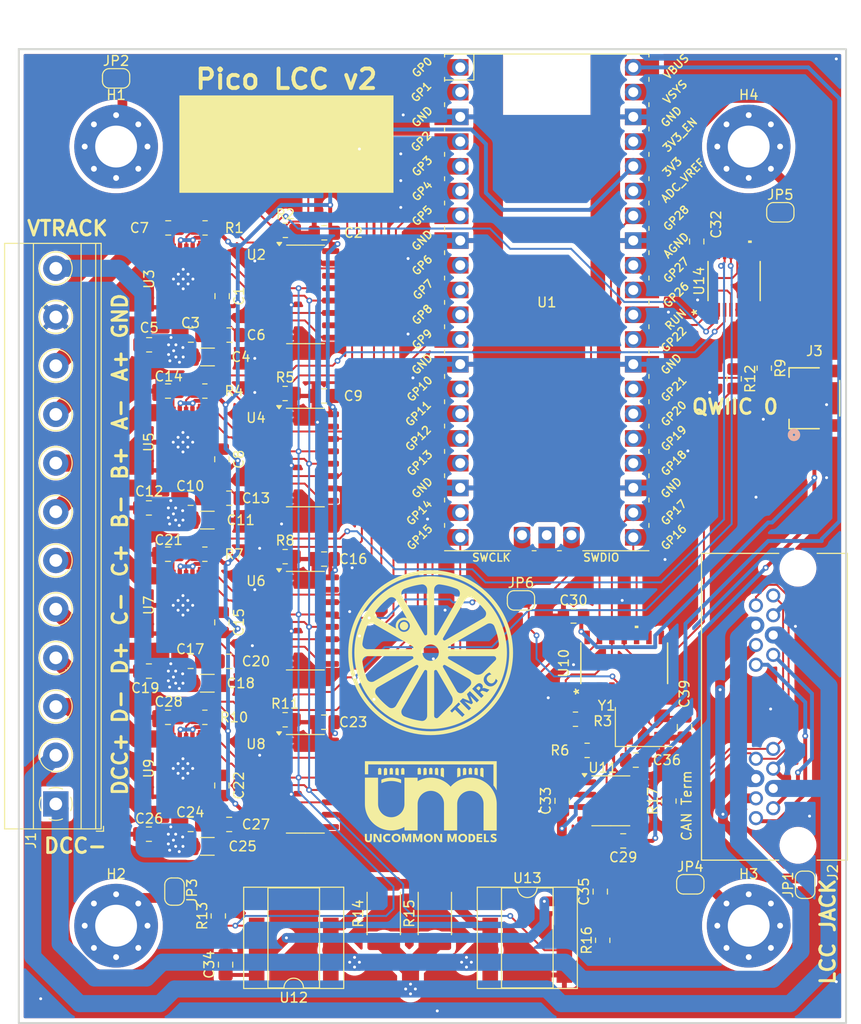
<source format=kicad_pcb>
(kicad_pcb (version 20240108) (generator "pcbnew") (generator_version "8.0")
  (title_block (title "Pico LCC Booster") (date "2025-02-03") (rev "2") (company "TMRC & Uncommon Models") (comment 1 "Noah Paladino") (comment 2 "This design is provided without warranty, safety, or performance guarantees"))
  (layers (0 "F.Cu" signal) (31 "B.Cu" signal) (34 "B.Paste" user) (35 "F.Paste" user) (36 "B.SilkS" user "B.Silkscreen") (37 "F.SilkS" user "F.Silkscreen") (38 "B.Mask" user) (39 "F.Mask" user) (44 "Edge.Cuts" user))
  (net 0 "")
  (net 1 "+3.3V")
  (net 2 "GND")
  (net 3 "VTRACK")
  (net 4 "Net-(U3-VCP)")
  (net 5 "Net-(U3-CPH)")
  (net 6 "Net-(U3-CPL)")
  (net 7 "/sense_A")
  (net 8 "Net-(U5-VCP)")
  (net 9 "Net-(U5-CPL)")
  (net 10 "Net-(U5-CPH)")
  (net 11 "/sense_B")
  (net 12 "Net-(U7-VCP)")
  (net 13 "Net-(U7-CPL)")
  (net 14 "Net-(U7-CPH)")
  (net 15 "/sense_C")
  (net 16 "Net-(U9-VCP)")
  (net 17 "Net-(U9-CPH)")
  (net 18 "Net-(U9-CPL)")
  (net 19 "/sense_D")
  (net 20 "Net-(U10-OSC2)")
  (net 21 "/i2c0_sda")
  (net 22 "+5V")
  (net 23 "/out1_B")
  (net 24 "/out1_C")
  (net 25 "/raw_dcc_p")
  (net 26 "/out2_D")
  (net 27 "/out2_A")
  (net 28 "/out1_A")
  (net 29 "/out2_C")
  (net 30 "/out2_B")
  (net 31 "/out1_D")
  (net 32 "/raw_dcc_n")
  (net 33 "/pwr_p")
  (net 34 "/pwr_n")
  (net 35 "/can_shield")
  (net 36 "Net-(U10-OSC1)")
  (net 37 "/i2c0_scl")
  (net 38 "/can-")
  (net 39 "/can+")
  (net 40 "/nFault_A")
  (net 41 "/nFault_B")
  (net 42 "/nFault_C")
  (net 43 "/nFault_D")
  (net 44 "/dcc_p")
  (net 45 "Net-(U12-C)")
  (net 46 "/dcc_n")
  (net 47 "/dcc_en_B")
  (net 48 "/dir_A")
  (net 49 "Net-(JP2-B)")
  (net 51 "/dcc_en_A")
  (net 52 "Net-(JP3-B)")
  (net 54 "/dir_D")
  (net 55 "/adc0")
  (net 56 "/pwm_A")
  (net 57 "/dcc_en_D")
  (net 58 "/pwm_C")
  (net 61 "/pwm_B")
  (net 62 "/dir_B")
  (net 68 "/adc_sel")
  (net 69 "/adc1")
  (net 70 "/dir_C")
  (net 72 "/pwm_D")
  (net 75 "Net-(JP4-B)")
  (net 76 "/dcc_en_C")
  (net 79 "Net-(U2-2Y)")
  (net 80 "Net-(U2-1Y)")
  (net 81 "Net-(U4-1Y)")
  (net 82 "Net-(U4-2Y)")
  (net 83 "Net-(U6-1Y)")
  (net 84 "Net-(U6-2Y)")
  (net 85 "Net-(U8-1Y)")
  (net 86 "Net-(U8-2Y)")
  (net 87 "Net-(JP5-B)")
  (net 94 "/spi0_tx")
  (net 95 "/spi0_cs")
  (net 96 "/spi0_int")
  (net 97 "/spi0_rx")
  (net 99 "/spi0_sck")
  (net 100 "/CAN Interface/cantx")
  (net 101 "/CAN Interface/canrx")
  (footprint "Capacitor_SMD:C_1206_3216Metric_Pad1.33x1.80mm_HandSolder" (layer "F.Cu") (at 44.369338 90.105694)
    (property "Reference" "C18")
    (property "Value" "C10u VM")
  )
  (footprint "Capacitor_SMD:C_0805_2012Metric_Pad1.18x1.45mm_HandSolder" (layer "F.Cu") (at 46.25 119 90)
    (property "Reference" "C34")
    (property "Value" "C100n")
  )
  (footprint "Resistor_SMD:R_0805_2012Metric_Pad1.20x1.40mm_HandSolder" (layer "F.Cu") (at 44.14375 43.355694 180)
    (property "Reference" "R1")
    (property "Value" "R47k")
  )
  (footprint "SN3257QPWRQ1:SOIC_PRQ1_TEX" (layer "F.Cu") (at 98.5 48.81 90)
    (property "Reference" "U14")
    (property "Value" "SN3257QPWRQ1")
  )
  (footprint "Package_SO:SO-16_3.9x9.9mm_P1.27mm" (layer "F.Cu") (at 54.444338 66.930694)
    (property "Reference" "U4")
    (property "Value" "SN74HC253DR")
  )
  (footprint "Jumper:SolderJumper-2_P1.3mm_Open_RoundedPad1.0x1.5mm" (layer "F.Cu") (at 41 111.5 -90)
    (property "Reference" "JP3")
    (property "Value" "SolderJumper_2_Open")
  )
  (footprint "Capacitor_SMD:C_0805_2012Metric_Pad1.18x1.45mm_HandSolder" (layer "F.Cu") (at 38.369338 88.855694 180)
    (property "Reference" "C19")
    (property "Value" "C100n VM")
  )
  (footprint "Package_SO:SO-16_3.9x9.9mm_P1.27mm" (layer "F.Cu") (at 54.46875 50.180694)
    (property "Reference" "U2")
    (property "Value" "SN74HC253DR")
  )
  (footprint "Capacitor_SMD:C_0805_2012Metric_Pad1.18x1.45mm_HandSolder" (layer "F.Cu") (at 42.656838 87.855694)
    (property "Reference" "C17")
    (property "Value" "C100n")
  )
  (footprint "MountingHole:MountingHole_4.3mm_M4_Pad_Via" (layer "F.Cu") (at 100 35)
    (property "Reference" "H4")
    (property "Value" "MountingHole_Pad")
  )
  (footprint "Capacitor_SMD:C_0805_2012Metric_Pad1.18x1.45mm_HandSolder" (layer "F.Cu") (at 82 83.2 180)
    (property "Reference" "C30")
    (property "Value" "C100n")
  )
  (footprint "Capacitor_SMD:C_0805_2012Metric_Pad1.18x1.45mm_HandSolder" (layer "F.Cu") (at 56.369338 77.355694 180)
    (property "Reference" "C16")
    (property "Value" "C100n")
  )
  (footprint "Capacitor_SMD:C_0805_2012Metric_Pad1.18x1.45mm_HandSolder" (layer "F.Cu") (at 40.331838 76.855694 180)
    (property "Reference" "C21")
    (property "Value" "C22n")
  )
  (footprint "DRV8874:PWP0016J_NV" (layer "F.Cu") (at 41.869338 82.105694 -90)
    (property "Reference" "U7")
    (property "Value" "DRV8874PWPR")
  )
  (footprint "Capacitor_SMD:C_0805_2012Metric_Pad1.18x1.45mm_HandSolder" (layer "F.Cu") (at 40.35625 43.355694 180)
    (property "Reference" "C7")
    (property "Value" "C22n")
  )
  (footprint "Capacitor_SMD:C_0805_2012Metric_Pad1.18x1.45mm_HandSolder" (layer "F.Cu") (at 46.619338 87.855694)
    (property "Reference" "C20")
    (property "Value" "C22n")
  )
  (footprint "DRV8874:PWP0016J_NV" (layer "F.Cu") (at 41.869338 65.355694 -90)
    (property "Reference" "U5")
    (property "Value" "DRV8874PWPR")
  )
  (footprint "MountingHole:MountingHole_4.3mm_M4_Pad_Via" (layer "F.Cu") (at 35 115)
    (property "Reference" "H2")
    (property "Value" "MountingHole_Pad")
  )
  (footprint "Capacitor_SMD:C_0805_2012Metric_Pad1.18x1.45mm_HandSolder" (layer "F.Cu") (at 42.68125 54.355694)
    (property "Reference" "C3")
    (property "Value" "C100n")
  )
  (footprint "Jumper:SolderJumper-2_P1.3mm_Bridged_RoundedPad1.0x1.5mm" (layer "F.Cu") (at 105.8 110.8 -90)
    (property "Reference" "JP1")
    (property "Value" "SolderJumper_2_Open")
  )
  (footprint "Capacitor_SMD:C_0805_2012Metric_Pad1.18x1.45mm_HandSolder" (layer "F.Cu") (at 45.869338 83.855694 90)
    (property "Reference" "C15")
    (property "Value" "C100n")
  )
  (footprint "Capacitor_SMD:C_0805_2012Metric_Pad1.18x1.45mm_HandSolder" (layer "F.Cu") (at 56.39375 43.855694 180)
    (property "Reference" "C2")
    (property "Value" "C100n")
  )
  (footprint "Resistor_SMD:R_0805_2012Metric_Pad1.20x1.40mm_HandSolder" (layer "F.Cu") (at 101.5985 57.75 -90)
    (property "Reference" "R9")
    (property "Value" "R2.2k")
  )
  (footprint "Resistor_SMD:R_0805_2012Metric_Pad1.20x1.40mm_HandSolder" (layer "F.Cu") (at 52.39375 43.605694)
    (property "Reference" "R2")
    (property "Value" "R1k430")
  )
  (footprint "Resistor_SMD:R_0805_2012Metric_Pad1.20x1.40mm_HandSolder" (layer "F.Cu") (at 44.119338 93.605694 180)
    (property "Reference" "R10")
    (property "Value" "R47k")
  )
  (footprint "Capacitor_SMD:C_1206_3216Metric_Pad1.33x1.80mm_HandSolder" (layer "F.Cu") (at 44.369338 106.855694)
    (property "Reference" "C25")
    (property "Value" "C10u VM")
  )
  (footprint "Capacitor_SMD:C_0805_2012Metric_Pad1.18x1.45mm_HandSolder" (layer "F.Cu") (at 42.656838 71.105694)
    (property "Reference" "C10")
    (property "Value" "C100n")
  )
  (footprint "Resistor_SMD:R_0805_2012Metric_Pad1.20x1.40mm_HandSolder" (layer "F.Cu") (at 44.119338 76.855694 180)
    (property "Reference" "R7")
    (property "Value" "R47k")
  )
  (footprint "Package_SO:SO-16_3.9x9.9mm_P1.27mm" (layer "F.Cu") (at 54.444338 100.430694)
    (property "Reference" "U8")
    (property "Value" "SN74HC253DR")
  )
  (footprint "RPi_Pico:RPi_Pico_SMD_TH" (layer "F.Cu") (at 79.25 51)
    (property "Reference" "U1")
    (property "Value" "Pico")
  )
  (footprint "Resistor_SMD:R_0805_2012Metric_Pad1.20x1.40mm_HandSolder" (layer "F.Cu") (at 45.5 114 90)
    (property "Reference" "R13")
    (property "Value" "R10k")
  )
  (footprint "Capacitor_SMD:C_0805_2012Metric_Pad1.18x1.45mm_HandSolder" (layer "F.Cu") (at 45.869338 100.605694 90)
    (property "Reference" "C22")
    (property "Value" "C100n")
  )
  (footprint "Capacitor_SMD:C_1206_3216Metric_Pad1.33x1.80mm_HandSolder" (layer "F.Cu") (at 44.369338 73.355694)
    (property "Reference" "C11")
    (property "Value" "C10u VM")
  )
  (footprint "DRV8874:PWP0016J_NV" (layer "F.Cu") (at 41.869338 98.855694 -90)
    (property "Reference" "U9")
    (property "Value" "DRV8874PWPR")
  )
  (footprint "Capacitor_SMD:C_0805_2012Metric_Pad1.18x1.45mm_HandSolder" (layer "F.Cu") (at 46.619338 104.605694)
    (property "Reference" "C27")
    (property "Value" "C22n")
  )
  (footprint "Capacitor_SMD:C_1206_3216Metric_Pad1.33x1.80mm_HandSolder" (layer "F.Cu") (at 44.39375 56.605694)
    (property "Reference" "C4")
    (property "Value" "C10u VM")
  )
  (footprint "Capacitor_SMD:C_0805_2012Metric_Pad1.18x1.45mm_HandSolder" (layer "F.Cu") (at 42.656838 104.605694)
    (property "Reference" "C24")
    (property "Value" "C100n")
  )
  (footprint "Capacitor_SMD:C_0805_2012Metric_Pad1.18x1.45mm_HandSolder" (layer "F.Cu") (at 84.75 111.5 90)
    (property "Reference" "C35")
    (property "Value" "C100n")
  )
  (footprint "SM04B_SRSS_TB:CONN_SM04B-SRSS-TB_JST" (layer "F.Cu") (at 106.75 60.84425 -90)
    (property "Reference" "J3")
    (property "Value" "SM04B-SRSS-TB")
  )
  (footprint "Capacitor_SMD:C_0805_2012Metric_Pad1.18x1.45mm_HandSolder" (layer "F.Cu") (at 38.39375 55.355694 180)
    (property "Reference" "C5")
    (property "Value" "C100n VM")
  )
  (footprint "Capacitor_SMD:C_0805_2012Metric_Pad1.18x1.45mm_HandSolder" (layer "F.Cu") (at 45.89375 50.355694 90)
    (property "Reference" "C1")
    (property "Value" "C100n")
  )
  (footprint "Capacitor_SMD:C_0805_2012Metric_Pad1.18x1.45mm_HandSolder" (layer "F.Cu") (at 45.869338 67.105694 90)
    (property "Reference" "C8")
    (property "Value" "C100n")
  )
  (footprint "Resistor_SMD:R_0805_2012Metric_Pad1.20x1.40mm_HandSolder" (layer "F.Cu") (at 52.369338 77.105694)
    (property "Reference" "R8")
    (property "Value" "R1k430")
  )
  (footprint "Capacitor_SMD:C_0805_2012Metric_Pad1.18x1.45mm_HandSolder" (layer "F.Cu") (at 88.4 98 180)
    (property "Reference" "C36")
    (property "Value" "C22p")
  )
  (footprint "Jumper:SolderJumper-2_P1.3mm_Open_RoundedPad1.0x1.5mm" (layer "F.Cu") (at 103.25 41.75)
    (property "Reference" "JP5")
    (property "Value" "SolderJumper_2_Open")
  )
  (footprint "Capacitor_SMD:C_0805_2012Metric_Pad1.18x1.45mm_HandSolder" (layer "F.Cu") (at 87.105 106.295 180)
    (property "Reference" "C29")
    (property "Value" "C100n")
  )
  (footprint "Package_SO:SOIC-8_3.9x4.9mm_P1.27mm" (layer "F.Cu") (at 85.83 102.18)
    (property "Reference" "U11")
    (property "Value" "MCP2562-E-SN")
  )
  (footprint "Resistor_SMD:R_0805_2012Metric_Pad1.20x1.40mm_HandSolder" (layer "F.Cu") (at 85 116.5 90)
    (property "Reference" "R16")
    (property "Value" "R10k")
  )
  (footprint "Capacitor_SMD:C_0805_2012Metric_Pad1.18x1.45mm_HandSolder" (layer "F.Cu") (at 80.83 102.18 90)
    (property "Reference" "C33")
    (property "Value" "C100n")
  )
  (footprint "Resistor_SMD:R_0805_2012Metric_Pad1.20x1.40mm_HandSolder" (layer "F.Cu") (at 52.369338 60.355694)
    (property "Reference" "R5")
    (property "Value" "R1k430")
  )
  (footprint "Resistor_SMD:R_0805_2012Metric_Pad1.20x1.40mm_HandSolder" (layer "F.Cu") (at 44.119338 60.105694 180)
    (property "Reference" "R4")
    (property "Value" "R47k")
  )
  (footprint "Capacitor_SMD:C_0805_2012Metric_Pad1.18x1.45mm_HandSolder" (layer "F.Cu") (at 40.331838 93.605694 180)
    (property "Reference" "C28")
    (property "Value" "C22n")
  )
  (footprint "Resistor_SMD:R_0805_2012Metric_Pad1.20x1.40mm_HandSolder" (layer "F.Cu") (at 98.5 58.84425 -90)
    (property "Reference" "R12")
    (property "Value" "R2.2k")
  )
  (footprint "TerminalBlock_Phoenix:TerminalBlock_Phoenix_MKDS-1,5-12_1x12_P5.00mm_Horizontal" (layer "F.Cu") (at 28.805 102.5 90)
    (property "Reference" "J1")
    (property "Value" "Screw_Terminal_01x12")
  )
  (footprint "MountingHole:MountingHole_4.3mm_M4_Pad_Via" (layer "F.Cu") (at 100 115)
    (property "Reference" "H3")
    (property "Value" "MountingHole_Pad")
  )
  (footprint "Resistor_SMD:R_0805_2012Metric_Pad1.20x1.40mm_HandSolder" (layer "F.Cu") (at 52.369338 93.855694)
    (property "Reference" "R11")
    (property "Value" "R1k430")
  )
  (footprint "Package_SO:SO-16_3.9x9.9mm_P1.27mm" (layer "F.Cu") (at 54.444338 83.680694)
    (property "Reference" "U6")
    (property "Value" "SN74HC253DR")
  )
  (footprint "Package_DIP:DIP-8_W7.62mm_SMDSocket_SmallPads" (layer "F.Cu") (at 77.25 116.25)
    (property "Reference" "U13")
    (property "Value" "6N137")
  )
  (footprint "MCP2518FDT-E-SL:SOIC14_SL_MCH" (layer "F.Cu") (at 87.21 88.0543 90)
    (property "Reference" "U10")
    (property "Value" "MCP2518FDT-E/SL")
  )
  (footprint "DRV8874:PWP0016J_NV" (layer "F.Cu") (at 41.89375 48.605694 -90)
    (property "Reference" "U3")
    (property "Value" "DRV8874PWPR")
  )
  (footprint "Capacitor_SMD:C_0805_2012Metric_Pad1.18x1.45mm_HandSolder" (layer "F.Cu") (at 56.369338 94.105694 180)
    (property "Reference" "C23")
    (property "Value" "C100n")
  )
  (footprint "RJHSE508002:AMPHENOL_RJHSE508002" (layer "F.Cu") (at 105.06 92.5205 90)
    (property "Reference" "J2")
    (property "Value" "RJHSE508002")
  )
  (footprint "Capacitor_SMD:C_0805_2012Metric_Pad1.18x1.45mm_HandSolder" (layer "F.Cu") (at 94.657454 44.75 90)
    (property "Reference" "C32")
    (property "Value" "C100n")
  )
  (footprint "Capacitor_SMD:C_0805_2012Metric_Pad1.18x1.45mm_HandSolder" (layer "F.Cu") (at 38.369338 72.105694 180)
    (property "Reference" "C12")
    (property "Value" "C100n VM")
  )
  (footprint "MountingHole:MountingHole_4.3mm_M4_Pad_Via" (layer "F.Cu") (at 35 35)
    (property "Reference" "H1")
    (property "Value" "MountingHole_Pad")
  )
  (footprint "Capacitor_SMD:C_0805_2012Metric_Pad1.18x1.45mm_HandSolder" (layer "F.Cu") (at 56.369338 60.605694 180)
    (property "Reference" "C9")
    (property "Value" "C100n")
  )
  (footprint "Jumper:SolderJumper-2_P1.3mm_Open_RoundedPad1.0x1.5mm" (layer "F.Cu") (at 76.6 81.6)
    (property "Reference" "JP6")
    (property "Value" "SolderJumper_2_Open")
  )
  (footprint "Capacitor_SMD:C_0805_2012Metric_Pad1.18x1.45mm_HandSolder" (layer "F.Cu") (at 40.331838 60.105694 180)
    (property "Reference" "C14")
    (property "Value" "C22n")
  )
  (footprint "Resistor_SMD:R_0805_2012Metric_Pad1.20x1.40mm_HandSolder" (layer "F.Cu") (at 82.2 93.8)
    (property "Reference" "R3")
    (property "Value" "R0")
  )
  (footprint "Jumper:SolderJumper-2_P1.3mm_Open_RoundedPad1.0x1.5mm" (layer "F.Cu") (at 35 28)
    (property "Reference" "JP2")
    (property "Value" "SolderJumper_2_Open")
  )
  (footprint "Crystal:Crystal_SMD_Abracon_ABM3C-4Pin_5.0x3.2mm" (layer "F.Cu") (at 89.2 94.6)
    (property "Reference" "Y1")
    (property "Value" "Crystal_GND24_Small")
  )
  (footprint "Resistor_SMD:R_0805_2012Metric_Pad1.20x1.40mm_HandSolder" (layer "F.Cu") (at 91.8 102.2 90)
    (property "Reference" "R17")
    (property "Value" "R120")
  )
  (footprint "Resistor_SMD:R_2512_6332Metric_Pad1.40x3.35mm_HandSolder" (layer "F.Cu") (at 67.75 113.75 90)
    (property "Reference" "R15")
    (property "Value" "R2k 1W")
  )
  (footprint "Resistor_SMD:R_0805_2012Metric_Pad1.20x1.40mm_HandSolder" (layer "F.Cu") (at 83.4 97 180)
    (property "Reference" "R6")
    (property "Value" "R0")
  )
  (footprint "Capacitor_SMD:C_0805_2012Metric_Pad1.18x1.45mm_HandSolder" (layer "F.Cu") (at 38.369338 105.605694 180)
    (property "Reference" "C26")
    (property "Value" "C100n VM")
  )
  (footprint "Jumper:SolderJumper-2_P1.3mm_Open_RoundedPad1.0x1.5mm" (layer "F.Cu") (at 94 110.75)
    (property "Reference" "JP4")
    (property "Value" "SolderJumper_2_Open")
  )
  (footprint "Capacitor_SMD:C_0805_2012Metric_Pad1.18x1.45mm_HandSolder" (layer "F.Cu") (at 46.619338 71.105694)
    (property "Reference" "C13")
    (property "Value" "C22n")
  )
  (footprint "Capacitor_SMD:C_0805_2012Metric_Pad1.18x1.45mm_HandSolder" (layer "F.Cu") (at 93.4 94.6 90)
    (property "Reference" "C39")
    (property "Value" "C22p")
  )
  (footprint "Package_DIP:DIP-8_W7.62mm_SMDSocket_SmallPads" (layer "F.Cu") (at 53.25 116.25 180)
    (property "Reference" "U12")
    (property "Value" "6N137")
  )
  (footprint "Resistor_SMD:R_2512_6332Metric_Pad1.40x3.35mm_HandSolder" (layer "F.Cu") (at 62.5 113.75 90)
    (property "Reference" "R14")
    (property "Value" "R2k 1W")
  )
  (footprint "Capacitor_SMD:C_0805_2012Metric_Pad1.18x1.45mm_HandSolder" (layer "F.Cu") (at 46.64375 54.355694)
    (property "Reference" "C6")
    (property "Value" "C22n")
  )
  (gr_poly (pts (xy 41 52.5) (xy 41 53.75) (xy 42.25 53.75)) (stroke (width 0.2)) (fill solid) (layer "F.Cu") (net 3))
  (gr_poly (pts (arc (start 40.019921 61.319017) (mid 39.961352 61.177593) (end 39.819921 61.119039)) (arc (start 38.921871 61.119039) (mid 38.77814 61.060459) (end 38.719556 60.919017)) (arc (start 38.719556 59.569039) (mid 38.778135 59.427618) (end 38.919591 59.369039)) (arc (start 40.269556 59.369039) (mid 40.410983 59.427616) (end 40.469556 59.569017)) (xy 40.469556 60.30206) (xy 40.47008 60.30206) (arc (start 40.47008 62.519373) (mid 40.411501 62.660794) (end 40.270091 62.719373)) (arc (start 40.222257 62.719373) (mid 40.0785 62.660794) (end 40.019921 62.519417))) (fill solid) (layer "F.Cu") (net 2))
  (gr_poly (pts (xy 41 102.75) (xy 41 104) (xy 42.25 104)) (stroke (width 0.2)) (fill solid) (layer "F.Cu") (net 3))
  (gr_poly (pts (arc (start 40.044333 44.569017) (mid 39.985764 44.427593) (end 39.844333 44.369039)) (arc (start 38.946283 44.369039) (mid 38.802552 44.310459) (end 38.743968 44.169017)) (arc (start 38.743968 42.819039) (mid 38.802547 42.677618) (end 38.944003 42.619039)) (arc (start 40.293968 42.619039) (mid 40.435395 42.677616) (end 40.493968 42.819017)) (xy 40.493968 43.55206) (xy 40.494492 43.55206) (arc (start 40.494492 45.769373) (mid 40.435913 45.910794) (end 40.294503 45.969373)) (arc (start 40.246669 45.969373) (mid 40.102912 45.910794) (end 40.044333 45.769417))) (fill solid) (layer "F.Cu") (net 2))
  (gr_poly (pts (arc (start 41.119338 70.05605) (mid 41.177907 70.197474) (end 41.319338 70.256028)) (arc (start 42.217388 70.256028) (mid 42.361119 70.314608) (end 42.419703 70.45605)) (arc (start 42.419703 71.806028) (mid 42.361124 71.947449) (end 42.219668 72.006028)) (arc (start 40.869703 72.006028) (mid 40.728276 71.947451) (end 40.669703 71.80605)) (xy 40.669703 71.073007) (xy 40.669179 71.073007) (arc (start 40.669179 68.855694) (mid 40.727758 68.714273) (end 40.869168 68.655694)) (arc (start 40.917002 68.655694) (mid 41.060759 68.714273) (end 41.119338 68.85565))) (fill solid) (layer "F.Cu") (net 3))
  (gr_poly (pts (arc (start 40.019393 68.994911) (mid 39.960824 69.136335) (end 39.819393 69.194889)) (arc (start 38.921343 69.194889) (mid 38.777612 69.253469) (end 38.719028 69.394911)) (arc (start 38.719028 70.744889) (mid 38.777607 70.88631) (end 38.919063 70.944889)) (arc (start 40.269028 70.944889) (mid 40.410455 70.886312) (end 40.469028 70.744911)) (xy 40.469028 70.011868) (xy 40.469552 70.011868) (arc (start 40.469552 67.794555) (mid 40.410973 67.653134) (end 40.269563 67.594555)) (arc (start 40.221729 67.594555) (mid 40.077972 67.653134) (end 40.019393 67.794511))) (fill solid) (layer "F.Cu") (net 30))
  (gr_rect (start 38.068295 78.205321) (end 39.818295 79.955321) (fill solid) (layer "F.Cu") (net 24))
  (gr_poly (pts (xy 41 86) (xy 41 87.25) (xy 42.25 87.25)) (stroke (width 0.2)) (fill solid) (layer "F.Cu") (net 3))
  (gr_poly (pts (arc (start 41.14375 53.30605) (mid 41.202319 53.447474) (end 41.34375 53.506028)) (arc (start 42.2418 53.506028) (mid 42.385531 53.564608) (end 42.444115 53.70605)) (arc (start 42.444115 55.056028) (mid 42.385536 55.197449) (end 42.24408 55.256028)) (arc (start 40.894115 55.256028) (mid 40.752688 55.197451) (end 40.694115 55.05605)) (xy 40.694115 54.323007) (xy 40.693591 54.323007) (arc (start 40.693591 52.105694) (mid 40.75217 51.964273) (end 40.89358 51.905694)) (arc (start 40.941414 51.905694) (mid 41.085171 51.964273) (end 41.14375 52.10565))) (fill solid) (layer "F.Cu") (net 3))
  (gr_poly (pts (xy 41 69.25) (xy 41 70.5) (xy 42.25 70.5)) (stroke (width 0.2)) (fill solid) (layer "F.Cu") (net 3))
  (gr_poly (pts (arc (start 40.019921 78.069017) (mid 39.961352 77.927593) (end 39.819921 77.869039)) (arc (start 38.921871 77.869039) (mid 38.77814 77.810459) (end 38.719556 77.669017)) (arc (start 38.719556 76.319039) (mid 38.778135 76.177618) (end 38.919591 76.119039)) (arc (start 40.269556 76.119039) (mid 40.410983 76.177616) (end 40.469556 76.319017)) (xy 40.469556 77.05206) (xy 40.47008 77.05206) (arc (start 40.47008 79.269373) (mid 40.411501 79.410794) (end 40.270091 79.469373)) (arc (start 40.222257 79.469373) (mid 40.0785 79.410794) (end 40.019921 79.269417))) (fill solid) (layer "F.Cu") (net 2))
  (gr_poly (pts (arc (start 41.119338 103.55605) (mid 41.177907 103.697474) (end 41.319338 103.756028)) (arc (start 42.217388 103.756028) (mid 42.361119 103.814608) (end 42.419703 103.95605)) (arc (start 42.419703 105.306028) (mid 42.361124 105.447449) (end 42.219668 105.506028)) (arc (start 40.869703 105.506028) (mid 40.728276 105.447451) (end 40.669703 105.30605)) (xy 40.669703 104.573007) (xy 40.669179 104.573007) (arc (start 40.669179 102.355694) (mid 40.727758 102.214273) (end 40.869168 102.155694)) (arc (start 40.917002 102.155694) (mid 41.060759 102.214273) (end 41.119338 102.35565))) (fill solid) (layer "F.Cu") (net 3))
  (gr_rect (start 38.092707 44.705321) (end 39.842707 46.455321) (fill solid) (layer "F.Cu") (net 28))
  (gr_poly (pts (arc (start 40.019393 85.744911) (mid 39.960824 85.886335) (end 39.819393 85.944889)) (arc (start 38.921343 85.944889) (mid 38.777612 86.003469) (end 38.719028 86.144911)) (arc (start 38.719028 87.494889) (mid 38.777607 87.63631) (end 38.919063 87.694889)) (arc (start 40.269028 87.694889) (mid 40.410455 87.636312) (end 40.469028 87.494911)) (xy 40.469028 86.761868) (xy 40.469552 86.761868) (arc (start 40.469552 84.544555) (mid 40.410973 84.403134) (end 40.269563 84.344555)) (arc (start 40.221729 84.344555) (mid 40.077972 84.403134) (end 40.019393 84.544511))) (fill solid) (layer "F.Cu") (net 29))
  (gr_rect (start 38.068295 94.955321) (end 39.818295 96.705321) (fill solid) (layer "F.Cu") (net 31))
  (gr_poly (pts (arc (start 40.019393 102.494911) (mid 39.960824 102.636335) (end 39.819393 102.694889)) (arc (start 38.921343 102.694889) (mid 38.777612 102.753469) (end 38.719028 102.894911)) (arc (start 38.719028 104.244889) (mid 38.777607 104.38631) (end 38.919063 104.444889)) (arc (start 40.269028 104.444889) (mid 40.410455 104.386312) (end 40.469028 104.244911)) (xy 40.469028 103.511868) (xy 40.469552 103.511868) (arc (start 40.469552 101.294555) (mid 40.410973 101.153134) (end 40.269563 101.094555)) (arc (start 40.221729 101.094555) (mid 40.077972 101.153134) (end 40.019393 101.294511))) (fill solid) (layer "F.Cu") (net 26))
  (gr_poly (pts (arc (start 41.119338 86.80605) (mid 41.177907 86.947474) (end 41.319338 87.006028)) (arc (start 42.217388 87.006028) (mid 42.361119 87.064608) (end 42.419703 87.20605)) (arc (start 42.419703 88.556028) (mid 42.361124 88.697449) (end 42.219668 88.756028)) (arc (start 40.869703 88.756028) (mid 40.728276 88.697451) (end 40.669703 88.55605)) (xy 40.669703 87.823007) (xy 40.669179 87.823007) (arc (start 40.669179 85.605694) (mid 40.727758 85.464273) (end 40.869168 85.405694)) (arc (start 40.917002 85.405694) (mid 41.060759 85.464273) (end 41.119338 85.60565))) (fill solid) (layer "F.Cu") (net 3))
  (gr_poly (pts (arc (start 40.019921 94.819017) (mid 39.961352 94.677593) (end 39.819921 94.619039)) (arc (start 38.921871 94.619039) (mid 38.77814 94.560459) (end 38.719556 94.419017)) (arc (start 38.719556 93.069039) (mid 38.778135 92.927618) (end 38.919591 92.869039)) (arc (start 40.269556 92.869039) (mid 40.410983 92.927616) (end 40.469556 93.069017)) (xy 40.469556 93.80206) (xy 40.47008 93.80206) (arc (start 40.47008 96.019373) (mid 40.411501 96.160794) (end 40.270091 96.219373)) (arc (start 40.222257 96.219373) (mid 40.0785 96.160794) (end 40.019921 96.019417))) (fill solid) (layer "F.Cu") (net 2))
  (gr_rect (start 38.068295 61.455321) (end 39.818295 63.205321) (fill solid) (layer "F.Cu") (net 23))
  (gr_poly (pts (arc (start 40.043805 52.244911) (mid 39.985236 52.386335) (end 39.843805 52.444889)) (arc (start 38.945755 52.444889) (mid 38.802024 52.503469) (end 38.74344 52.644911)) (arc (start 38.74344 53.994889) (mid 38.802019 54.13631) (end 38.943475 54.194889)) (arc (start 40.29344 54.194889) (mid 40.434867 54.136312) (end 40.49344 53.994911)) (xy 40.49344 53.261868) (xy 40.493964 53.261868) (arc (start 40.493964 51.044555) (mid 40.435385 50.903134) (end 40.293975 50.844555)) (arc (start 40.246141 50.844555) (mid 40.102384 50.903134) (end 40.043805 51.044511))) (fill solid) (layer "F.Cu") (net 27))
  (gr_poly (pts (arc (start 38 87.5) (mid 37.292893 87.792893) (end 37 88.5)) (arc (start 37 90) (mid 37.292893 90.707107) (end 38 91)) (arc (start 42.25 91) (mid 42.957107 90.707107) (end 43.25 90)) (arc (start 43.25 88.5) (mid 42.957107 87.792893) (end 42.25 87.5))) (fill solid) (layer "B.Cu") (net 3))
  (gr_poly (pts (arc (start 38 104.5) (mid 37.292893 104.792893) (end 37 105.5)) (arc (start 37 107) (mid 37.292893 107.707107) (end 38 108)) (arc (start 42.25 108) (mid 42.957107 107.707107) (end 43.25 107)) (arc (start 43.25 105.5) (mid 42.957107 104.792893) (end 42.25 104.5))) (fill solid) (layer "B.Cu") (net 3))
  (gr_poly (pts (arc (start 38 71) (mid 37.292893 71.292893) (end 37 72)) (arc (start 37 73.5) (mid 37.292893 74.207107) (end 38 74.5)) (arc (start 42.25 74.5) (mid 42.957107 74.207107) (end 43.25 73.5)) (arc (start 43.25 72) (mid 42.957107 71.292893) (end 42.25 71))) (fill solid) (layer "B.Cu") (net 3))
  (gr_poly (pts (arc (start 38 54.25) (mid 37.292893 54.542893) (end 37 55.25)) (arc (start 37 56.75) (mid 37.292893 57.457107) (end 38 57.75)) (arc (start 42.25 57.75) (mid 42.957107 57.457107) (end 43.25 56.75)) (arc (start 43.25 55.25) (mid 42.957107 54.542893) (end 42.25 54.25))) (fill solid) (layer "B.Cu") (net 3))
  (gr_rect (start 41.5 29.75) (end 63.5 39.75) (fill solid) (layer "F.SilkS"))
  (gr_poly (pts (xy 64.835555 106.138435) (xy 64.847838 106.205861) (xy 64.860121 106.138435) (xy 65.041635 105.572702) (xy 65.328236 105.572702) (xy 65.328236 106.420339) (xy 65.124886 106.420339) (xy 65.124886 105.921389) (xy 65.133757 105.779473) (xy 65.098955 105.941938) (xy 64.947466 106.352272) (xy 64.747528 106.352272) (xy 64.596721 105.941938) (xy 64.562602 105.779473) (xy 64.571473 105.921389) (xy 64.571473 106.420339) (xy 64.36744 106.420339) (xy 64.36744 105.572702) (xy 64.654041 105.572702)) (stroke (width -0.000001)) (fill solid) (layer "F.SilkS"))
  (gr_poly (pts (xy 71.498744 105.572914) (xy 71.516158 105.573554) (xy 71.533183 105.57462) (xy 71.549818 105.576112) (xy 71.566065 105.578031) (xy 71.581922 105.580377) (xy 71.597391 105.583148) (xy 71.61247 105.586347) (xy 71.62716 105.589971) (xy 71.64146 105.594022) (xy 71.655372 105.5985) (xy 71.668894 105.603404) (xy 71.682028 105.608734) (xy 71.694772 105.614491) (xy 71.707127 105.620674) (xy 71.719093 105.627284) (xy 71.730762 105.634189) (xy 71.742059 105.641421) (xy 71.752983 105.648979) (xy 71.763533 105.656863) (xy 71.77371 105.665073) (xy 71.783514 105.673609) (xy 71.792945 105.682471) (xy 71.802002 105.691659) (xy 71.810687 105.701174) (xy 71.818998 105.711014) (xy 71.826936 105.721181) (xy 71.834501 105.731673) (xy 71.841692 105.742492) (xy 71.848511 105.753636) (xy 71.854956 105.765107) (xy 71.861028 105.776904) (xy 71.86673 105.788972) (xy 71.872064 105.801255) (xy 71.87703 105.813755) (xy 71.881628 105.82647) (xy 71.885858 105.839401) (xy 71.889721 105.852547) (xy 71.893215 105.865909) (xy 71.896342 105.879487) (xy 71.899101 105.893281) (xy 71.901492 105.90729) (xy 71.903515 105.921516) (xy 71.90517 105.935956) (xy 71.906458 105.950613) (xy 71.907378 105.965485) (xy 71.907929 105.980573) (xy 71.908113 105.995877) (xy 71.907929 106.011258) (xy 71.907378 106.026419) (xy 71.906458 106.041359) (xy 71.90517 106.056078) (xy 71.903515 106.070577) (xy 71.901492 106.084855) (xy 71.899101 106.098912) (xy 71.896342 106.112748) (xy 71.893215 106.126364) (xy 71.889721 106.139759) (xy 71.885858 106.152933) (xy 71.881628 106.165886) (xy 71.87703 106.178619) (xy 71.872064 106.19113) (xy 71.86673 106.203421) (xy 71.861028 106.215492) (xy 71.854956 106.227291) (xy 71.848511 106.23877) (xy 71.841692 106.249927) (xy 71.834501 106.260764) (xy 71.826936 106.271279) (xy 71.818998 106.281473) (xy 71.810687 106.291346) (xy 71.802002 106.300898) (xy 71.792945 106.310129) (xy 71.783514 106.319039) (xy 71.77371 106.327628) (xy 71.763533 106.335895) (xy 71.752983 106.343842) (xy 71.742059 106.351467) (xy 71.730762 106.358772) (xy 71.719093 106.365755) (xy 71.707127 106.372365) (xy 71.694772 106.378548) (xy 71.682028 106.384305) (xy 71.668894 106.389635) (xy 71.655372 106.394539) (xy 71.64146 106.399017) (xy 71.62716 106.403068) (xy 71.61247 106.406692) (xy 71.597391 106.409891) (xy 71.581922 106.412662) (xy 71.566065 106.415008) (xy 71.549818 106.416927) (xy 71.533183 106.418419) (xy 71.516158 106.419485) (xy 71.498744 106.420125) (xy 71.48094 106.420338) (xy 71.210034 106.420338) (xy 71.210034 106.250169) (xy 71.413384 106.250169) (xy 71.462515 106.250169) (xy 71.47205 106.250041) (xy 71.481377 106.249657) (xy 71.490496 106.249018) (xy 71.499407 106.248122) (xy 71.50811 106.246971) (xy 71.516605 106.245563) (xy 71.524893 106.2439) (xy 71.532972 106.241981) (xy 71.540843 106.239807) (xy 71.548507 106.237376) (xy 71.555962 106.234689) (xy 71.56321 106.231747) (xy 71.57025 106.228549) (xy 71.577082 106.225095) (xy 71.583706 106.221385) (xy 71.590122 106.217419) (xy 71.596335 106.213152) (xy 71.602351 106.2087) (xy 71.60817 106.204062) (xy 71.613792 106.199238) (xy 71.619216 106.194229) (xy 71.624444 106.189034) (xy 71.629474 106.183653) (xy 71.634306 106.178087) (xy 71.638942 106.172335) (xy 71.64338 106.166398) (xy 71.647621 106.160275) (xy 71.651664 106.153966) (xy 71.655511 106.147472) (xy 71.65916 106.140792) (xy 71.662612 106.133927) (xy 71.665866 106.126876) (xy 71.669006 106.119596) (xy 71.671944 106.112207) (xy 71.674679 106.104707) (xy 71.677211 106.097096) (xy 71.679541 106.089375) (xy 71.681668 106.081544) (xy 71.683592 106.073602) (xy 71.685315 106.06555) (xy 71.686834 106.057388) (xy 71.688151 106.049115) (xy 71.689265 106.040732) (xy 71.690177 106.032239) (xy 71.690886 106.023635) (xy 71.691393 106.014921) (xy 71.691696 106.006096) (xy 71.691798 105.997161) (xy 71.691699 105.988151) (xy 71.691403 105.979262) (xy 71.69091 105.970492) (xy 71.69022 105.961843) (xy 71.689332 105.953315) (xy 71.688247 105.944907) (xy 71.686965 105.936619) (xy 71.685486 105.928452) (xy 71.683809 105.920405) (xy 71.681935 105.912479) (xy 71.679864 105.904673) (xy 71.677595 105.896987) (xy 71.67513 105.889422) (xy 71.672467 105.881977) (xy 71.669607 105.874652) (xy 71.666549 105.867448) (xy 71.663374 105.860319) (xy 71.659992 105.853381) (xy 71.656401 105.846633) (xy 71.652603 105.840077) (xy 71.648596 105.83371) (xy 71.644382 105.827535) (xy 71.63996 105.82155) (xy 71.63533 105.815755) (xy 71.630492 105.810151) (xy 71.625446 105.804738) (xy 71.620192 105.799516) (xy 71.61473 105.794484) (xy 71.60906 105.789643) (xy 71.603183 105.784992) (xy 71.597097 105.780532) (xy 71.590804 105.776263) (xy 71.584305 105.772219) (xy 71.577604 105.768436) (xy 71.570701 105.764914) (xy 71.563594 105.761653) (xy 71.556285 105.758653) (xy 71.548774 105.755914) (xy 71.54106 105.753436) (xy 71.533143 105.751218) (xy 71.525024 105.749262) (xy 71.516702 105.747566) (xy 71.508177 105.746131) (xy 71.49945 105.744957) (xy 71.49052 105.744044) (xy 71.481388 105.743392) (xy 71.472053 105.743001) (xy 71.462515 105.742871) (xy 71.413384 105.742871) (xy 71.413384 106.250169) (xy 71.210034 106.250169) (xy 71.210034 105.572701) (xy 71.48094 105.572701)) (stroke (width -0.000001)) (fill solid) (layer "F.SilkS"))
  (gr_poly (pts (xy 67.755336 78.509946) (xy 68.185308 78.542641) (xy 68.609029 78.596483) (xy 69.025967 78.67094) (xy 69.435589 78.76548) (xy 69.837364 78.879571) (xy 70.23076 79.012682) (xy 70.615244 79.16428) (xy 70.990286 79.333833) (xy 71.355352 79.520809) (xy 71.709911 79.724676) (xy 72.053431 79.944903) (xy 72.385379 80.180956) (xy 72.705225 80.432305) (xy 73.012435 80.698417) (xy 73.306478 80.978761) (xy 73.586821 81.272803) (xy 73.852934 81.580012) (xy 74.104283 81.899857) (xy 74.340337 82.231805) (xy 74.560564 82.575324) (xy 74.764432 82.929882) (xy 74.951408 83.294948) (xy 75.120961 83.669989) (xy 75.27256 84.054472) (xy 75.40567 84.447868) (xy 75.519762 84.849642) (xy 75.614303 85.259263) (xy 75.68876 85.6762) (xy 75.742602 86.09992) (xy 75.775297 86.529891) (xy 75.786312 86.965581) (xy 75.775297 87.401271) (xy 75.742602 87.831242) (xy 75.688759 88.254962) (xy 75.614302 88.671899) (xy 75.519761 89.081521) (xy 75.40567 89.483295) (xy 75.272559 89.87669) (xy 75.120961 90.261174) (xy 74.951407 90.636215) (xy 74.764431 91.00128) (xy 74.560563 91.355838) (xy 74.340336 91.699358) (xy 74.104282 92.031305) (xy 73.852933 92.35115) (xy 73.586821 92.65836) (xy 73.306477 92.952402) (xy 73.012434 93.232745) (xy 72.705224 93.498857) (xy 72.385379 93.750206) (xy 72.05343 93.98626) (xy 71.709911 94.206486) (xy 71.355352 94.410353) (xy 70.990285 94.597329) (xy 70.615244 94.766882) (xy 70.23076 94.91848) (xy 69.837364 95.051591) (xy 69.435589 95.165682) (xy 69.025967 95.260222) (xy 68.609029 95.334679) (xy 68.185308 95.388521) (xy 67.755336 95.421216) (xy 67.319645 95.432232) (xy 66.883954 95.421216) (xy 66.453983 95.388521) (xy 66.030262 95.334679) (xy 65.613325 95.260222) (xy 65.203703 95.165682) (xy 64.801928 95.051591) (xy 64.408532 94.91848) (xy 64.024047 94.766882) (xy 63.649006 94.597329) (xy 63.28394 94.410353) (xy 62.929381 94.206486) (xy 62.585861 93.98626) (xy 62.253913 93.750206) (xy 61.934068 93.498857) (xy 61.626858 93.232745) (xy 61.332815 92.952402) (xy 61.052471 92.65836) (xy 60.786359 92.35115) (xy 60.535009 92.031305) (xy 60.298955 91.699358) (xy 60.078728 91.355838) (xy 59.874861 91.00128) (xy 59.687884 90.636215) (xy 59.518331 90.261174) (xy 59.366733 89.87669) (xy 59.233622 89.483295) (xy 59.11953 89.081521) (xy 59.02499 88.671899) (xy 58.950533 88.254962) (xy 58.896691 87.831242) (xy 58.863996 87.401271) (xy 58.85298 86.965581) (xy 59.244962 86.965581) (xy 59.255468 87.381101) (xy 59.286649 87.791166) (xy 59.337998 88.19527) (xy 59.409007 88.592904) (xy 59.49917 88.983562) (xy 59.60798 89.366736) (xy 59.734927 89.741918) (xy 59.879507 90.108602) (xy 60.04121 90.46628) (xy 60.219529 90.814444) (xy 60.413958 91.152588) (xy 60.623989 91.480203) (xy 60.849114 91.796783) (xy 61.088826 92.101819) (xy 61.342618 92.394806) (xy 61.609983 92.675235) (xy 61.890412 92.942599) (xy 62.183399 93.19639) (xy 62.488436 93.436102) (xy 62.805017 93.661227) (xy 63.132632 93.871257) (xy 63.470776 94.065686) (xy 63.818941 94.244005) (xy 64.176619 94.405708) (xy 64.543304 94.550287) (xy 64.918487 94.677235) (xy 65.301661 94.786044) (xy 65.692319 94.876206) (xy 66.089954 94.947216) (xy 66.494059 94.998565) (xy 66.904125 95.029746) (xy 67.319645 95.040251) (xy 67.735166 95.029746) (xy 68.145232 94.998565) (xy 68.549337 94.947216) (xy 68.946972 94.876206) (xy 69.33763 94.786044) (xy 69.720804 94.677235) (xy 70.095988 94.550287) (xy 70.462672 94.405708) (xy 70.82035 94.244005) (xy 71.168515 94.065686) (xy 71.506659 93.871257) (xy 71.834275 93.661227) (xy 72.150855 93.436102) (xy 72.455893 93.19639) (xy 72.74888 92.942599) (xy 73.029309 92.675235) (xy 73.296674 92.394806) (xy 73.550466 92.101819) (xy 73.790178 91.796783) (xy 74.015303 91.480203) (xy 74.225334 91.152588) (xy 74.419763 90.814444) (xy 74.598082 90.46628) (xy 74.759786 90.108602) (xy 74.904365 89.741918) (xy 75.031313 89.366736) (xy 75.140122 88.983562) (xy 75.230285 88.592904) (xy 75.301294 88.19527) (xy 75.352643 87.791166) (xy 75.383824 87.381101) (xy 75.394329 86.965581) (xy 75.383824 86.550061) (xy 75.352643 86.139996) (xy 75.301294 85.735892) (xy 75.230285 85.338258) (xy 75.140122 84.9476) (xy 75.031313 84.564426) (xy 74.904365 84.189244) (xy 74.759786 83.82256) (xy 74.598082 83.464883) (xy 74.419763 83.116718) (xy 74.225334 82.778575) (xy 74.015303 82.45096) (xy 73.790178 82.13438) (xy 73.550466 81.829343) (xy 73.296674 81.536357) (xy 73.029309 81.255928) (xy 72.74888 80.988564) (xy 72.455893 80.734772) (xy 72.150855 80.495061) (xy 71.834275 80.269936) (xy 71.506659 80.059905) (xy 71.168515 79.865477) (xy 70.82035 79.687158) (xy 70.462672 79.525455) (xy 70.095988 79.380876) (xy 69.720804 79.253928) (xy 69.33763 79.145119) (xy 68.946972 79.054956) (xy 68.549337 78.983947) (xy 68.145232 78.932598) (xy 67.735166 78.901417) (xy 67.319645 78.890912) (xy 66.904125 78.901417) (xy 66.494059 78.932598) (xy 66.089954 78.983947) (xy 65.692319 79.054956) (xy 65.301661 79.145119) (xy 64.918487 79.253928) (xy 64.543304 79.380876) (xy 64.176619 79.525455) (xy 63.818941 79.687157) (xy 63.470776 79.865477) (xy 63.132632 80.059905) (xy 62.805017 80.269936) (xy 62.488436 80.49506) (xy 62.183399 80.734772) (xy 61.890412 80.988564) (xy 61.609983 81.255928) (xy 61.342618 81.536357) (xy 61.088826 81.829343) (xy 60.849114 82.13438) (xy 60.623989 82.45096) (xy 60.413958 82.778575) (xy 60.219529 83.116718) (xy 60.04121 83.464883) (xy 59.879506 83.82256) (xy 59.734927 84.189244) (xy 59.60798 84.564426) (xy 59.49917 84.9476) (xy 59.409007 85.338258) (xy 59.337998 85.735892) (xy 59.286649 86.139996) (xy 59.255468 86.550061) (xy 59.244962 86.965581) (xy 58.85298 86.965581) (xy 58.863996 86.529891) (xy 58.896691 86.09992) (xy 58.950533 85.6762) (xy 59.02499 85.259263) (xy 59.11953 84.849642) (xy 59.233622 84.447867) (xy 59.366733 84.054472) (xy 59.518331 83.669988) (xy 59.687884 83.294948) (xy 59.874861 82.929882) (xy 60.078728 82.575324) (xy 60.298955 82.231805) (xy 60.535009 81.899857) (xy 60.786358 81.580012) (xy 61.052471 81.272803) (xy 61.332815 80.97876) (xy 61.626857 80.698417) (xy 61.934067 80.432305) (xy 62.253913 80.180956) (xy 62.585861 79.944903) (xy 62.929381 79.724676) (xy 63.28394 79.520809) (xy 63.649006 79.333833) (xy 64.024047 79.16428) (xy 64.408532 79.012682) (xy 64.801927 78.879571) (xy 65.203702 78.76548) (xy 65.613325 78.67094) (xy 66.030262 78.596482) (xy 66.453983 78.54264) (xy 66.883954 78.509946) (xy 67.319645 78.49893)) (stroke (width -0.000001)) (fill solid) (layer "F.SilkS"))
  (gr_poly (pts (xy 63.280398 98.797981) (xy 63.288738 98.798601) (xy 63.297007 98.799628) (xy 63.305191 98.801056) (xy 63.313276 98.802879) (xy 63.321249 98.805092) (xy 63.329096 98.807688) (xy 63.336802 98.810662) (xy 63.344355 98.814008) (xy 63.351739 98.817721) (xy 63.358941 98.821794) (xy 63.365948 98.826222) (xy 63.372744 98.831) (xy 63.379318 98.83612) (xy 63.385654 98.841579) (xy 63.391738 98.847369) (xy 63.397528 98.853454) (xy 63.402987 98.859789) (xy 63.408107 98.866363) (xy 63.412885 98.87316) (xy 63.417313 98.880166) (xy 63.421386 98.887368) (xy 63.425099 98.894753) (xy 63.428445 98.902305) (xy 63.431419 98.910011) (xy 63.434015 98.917858) (xy 63.436228 98.925831) (xy 63.438051 98.933916) (xy 63.439479 98.9421) (xy 63.440506 98.950369) (xy 63.441127 98.958709) (xy 63.441335 98.967106) (xy 63.441333 99.486185) (xy 63.399059 99.482532) (xy 63.356744 99.479467) (xy 63.314389 99.476992) (xy 63.271999 99.475106) (xy 63.22961 99.476992) (xy 63.187256 99.479467) (xy 63.144941 99.482532) (xy 63.102668 99.486185) (xy 63.102668 98.967106) (xy 63.102796 98.960448) (xy 63.103185 98.953808) (xy 63.103834 98.947193) (xy 63.104742 98.940611) (xy 63.105907 98.934071) (xy 63.107329 98.927578) (xy 63.109006 98.921141) (xy 63.110936 98.914768) (xy 63.115676 98.901956) (xy 63.121358 98.889708) (xy 63.127934 98.878061) (xy 63.135352 98.867051) (xy 63.143564 98.856714) (xy 63.152519 98.847086) (xy 63.162168 98.838203) (xy 63.17246 98.830102) (xy 63.183347 98.822819) (xy 63.194778 98.81639) (xy 63.206703 98.81085) (xy 63.219073 98.806237) (xy 63.231838 98.802587) (xy 63.244947 98.799935) (xy 63.258351 98.798318) (xy 63.272001 98.797773)) (stroke (width -0.000001)) (fill solid) (layer "F.SilkS"))
  (gr_poly (pts (xy 70.004361 106.420339) (xy 69.801011 106.420339) (xy 69.801011 105.921389) (xy 69.809881 105.779473) (xy 69.775079 105.941938) (xy 69.623589 106.352272) (xy 69.423651 106.352272) (xy 69.272844 105.941938) (xy 69.238725 105.779473) (xy 69.247597 105.921389) (xy 69.247597 106.420339) (xy 69.043564 106.420339) (xy 69.043564 105.572702) (xy 69.330164 105.572702) (xy 69.511678 106.138435) (xy 69.523962 106.205861) (xy 69.536245 106.138435) (xy 69.71776 105.572702) (xy 70.004361 105.572701)) (stroke (width -0.000001)) (fill solid) (layer "F.SilkS"))
  (gr_poly (pts (xy 67.937064 98.784173) (xy 67.945404 98.784793) (xy 67.953673 98.78582) (xy 67.961857 98.787248) (xy 67.969943 98.789071) (xy 67.977916 98.791284) (xy 67.985762 98.79388) (xy 67.993469 98.796854) (xy 68.001021 98.8002) (xy 68.008405 98.803913) (xy 68.015607 98.807986) (xy 68.022614 98.812414) (xy 68.029411 98.817192) (xy 68.035984 98.822312) (xy 68.04232 98.827771) (xy 68.048405 98.833561) (xy 68.054195 98.839646) (xy 68.059653 98.845981) (xy 68.064774 98.852555) (xy 68.069551 98.859352) (xy 68.073979 98.866358) (xy 68.078053 98.87356) (xy 68.081765 98.880945) (xy 68.085111 98.888497) (xy 68.088086 98.896203) (xy 68.090682 98.90405) (xy 68.092894 98.912023) (xy 68.094717 98.920108) (xy 68.096146 98.928293) (xy 68.097173 98.936561) (xy 68.097793 98.944901) (xy 68.098001 98.953298) (xy 68.098 99.559772) (xy 68.056107 99.549253) (xy 68.014076 99.539331) (xy 67.971912 99.530006) (xy 67.929622 99.521279) (xy 67.887213 99.513153) (xy 67.844691 99.505628) (xy 67.802063 99.498705) (xy 67.759334 99.492387) (xy 67.759334 98.953298) (xy 67.759542 98.944901) (xy 67.760163 98.936561) (xy 67.76119 98.928293) (xy 67.762618 98.920108) (xy 67.764441 98.912023) (xy 67.766653 98.90405) (xy 67.76925 98.896203) (xy 67.772224 98.888497) (xy 67.77557 98.880945) (xy 67.779283 98.87356) (xy 67.783356 98.866358) (xy 67.787784 98.859352) (xy 67.792562 98.852555) (xy 67.797682 98.845981) (xy 67.803141 98.839646) (xy 67.808931 98.833561) (xy 67.815016 98.827771) (xy 67.821352 98.822312) (xy 67.827925 98.817192) (xy 67.834722 98.812414) (xy 67.841728 98.807986) (xy 67.84893 98.803913) (xy 67.856315 98.8002) (xy 67.863867 98.796854) (xy 67.871573 98.79388) (xy 67.87942 98.791284) (xy 67.887392 98.789071) (xy 67.895478 98.787248) (xy 67.903662 98.78582) (xy 67.911931 98.784793) (xy 67.920271 98.784173) (xy 67.928668 98.783964)) (stroke (width -0.000001)) (fill solid) (layer "F.SilkS"))
  (gr_poly (pts (xy 68.50049 106.420339) (xy 68.220712 106.420339) (xy 67.872014 105.776375) (xy 67.872014 106.420338) (xy 67.667981 106.420338) (xy 67.667981 105.572701) (xy 67.946394 105.572701) (xy 68.296458 106.213075) (xy 68.296458 105.5727) (xy 68.50049 105.5727)) (stroke (width -0.000001)) (fill solid) (layer "F.SilkS"))
  (gr_poly (pts (xy 67.723015 79.137312) (xy 68.121089 79.167582) (xy 68.513375 79.217429) (xy 68.899381 79.286362) (xy 69.278613 79.373888) (xy 69.65058 79.479514) (xy 70.014789 79.602747) (xy 70.370748 79.743096) (xy 70.717963 79.900068) (xy 71.055943 80.07317) (xy 71.384195 80.26191) (xy 71.702227 80.465796) (xy 72.009546 80.684334) (xy 72.305659 80.917033) (xy 72.590074 81.163399) (xy 72.862299 81.422941) (xy 73.121841 81.695165) (xy 73.368208 81.97958) (xy 73.600907 82.275693) (xy 73.819445 82.583011) (xy 74.02333 82.901042) (xy 74.21207 83.229294) (xy 74.385172 83.567273) (xy 74.542144 83.914488) (xy 74.682493 84.270446) (xy 74.805727 84.634654) (xy 74.911353 85.00662) (xy 74.998878 85.385852) (xy 75.067811 85.771856) (xy 75.117658 86.164141) (xy 75.147928 86.562214) (xy 75.158127 86.965582) (xy 75.15361 87.197154) (xy 75.142278 87.428136) (xy 75.124168 87.658383) (xy 75.099314 87.887749) (xy 75.067751 88.116089) (xy 75.029516 88.343258) (xy 74.984643 88.569108) (xy 74.933167 88.793496) (xy 74.875124 89.016275) (xy 74.81055 89.237299) (xy 74.739478 89.456424) (xy 74.661946 89.673503) (xy 74.577987 89.888391) (xy 74.487637 90.100942) (xy 74.390932 90.311011) (xy 74.287907 90.518452) (xy 74.241472 90.603282) (xy 74.100154 90.859865) (xy 73.949734 91.110381) (xy 73.790422 91.354617) (xy 73.62243 91.592358) (xy 73.445972 91.82339) (xy 73.261258 92.047499) (xy 73.068502 92.26447) (xy 72.867915 92.474089) (xy 72.65971 92.676143) (xy 72.444098 92.870416) (xy 72.221292 93.056694) (xy 71.991503 93.234765) (xy 71.754945 93.404412) (xy 71.511829 93.565422) (xy 71.262368 93.717581) (xy 71.006772 93.860674) (xy 70.951516 93.890896) (xy 70.917272 93.909316) (xy 70.70765 94.015148) (xy 70.49529 94.1145) (xy 70.280344 94.207334) (xy 70.062963 94.293614) (xy 69.843298 94.373301) (xy 69.621502 94.446358) (xy 69.397726 94.512747) (xy 69.172121 94.572432) (xy 68.94484 94.625375) (xy 68.716033 94.671538) (xy 68.485852 94.710885) (xy 68.254449 94.743376) (xy 68.021975 94.768976) (xy 67.788582 94.787647) (xy 67.554422 94.799351) (xy 67.319645 94.80405) (xy 66.916276 94.793851) (xy 66.518202 94.763581) (xy 66.125916 94.713733) (xy 65.73991 94.644801) (xy 65.360678 94.557275) (xy 64.988711 94.451649) (xy 64.624502 94.328416) (xy 64.268544 94.188067) (xy 63.921328 94.031095) (xy 63.583348 93.857993) (xy 63.255096 93.669253) (xy 62.937065 93.465368) (xy 62.629746 93.24683) (xy 62.362306 93.036665) (xy 64.312199 93.036665) (xy 64.312628 93.064448) (xy 64.31449 93.092032) (xy 64.31777 93.119362) (xy 64.322457 93.146382) (xy 64.328539 93.173039) (xy 64.336003 93.199278) (xy 64.344836 93.225044) (xy 64.355026 93.250283) (xy 64.366561 93.27494) (xy 64.379428 93.298962) (xy 64.393615 93.322292) (xy 64.40911 93.344877) (xy 64.425899 93.366662) (xy 64.443971 93.387592) (xy 64.463313 93.407614) (xy 64.483913 93.426672) (xy 64.505758 93.444712) (xy 64.528837 93.461679) (xy 64.553135 93.477519) (xy 64.578642 93.492177) (xy 64.605344 93.505599) (xy 64.63323 93.51773) (xy 64.843368 93.598508) (xy 65.055796 93.672515) (xy 65.27035 93.739709) (xy 65.486871 93.800045) (xy 65.705197 93.853483) (xy 65.925167 93.899978) (xy 66.14662 93.939489) (xy 66.369393 93.971972) (xy 66.399656 93.975052) (xy 66.429536 93.976425) (xy 66.458997 93.976134) (xy 66.487999 93.974221) (xy 66.516506 93.970726) (xy 66.54448 93.965692) (xy 66.571881 93.959159) (xy 66.598673 93.95117) (xy 66.624817 93.941766) (xy 66.650276 93.930989) (xy 66.675011 93.918879) (xy 66.698984 93.905479) (xy 66.722158 93.89083) (xy 66.744495 93.874974) (xy 66.765957 93.857952) (xy 66.786505 93.839805) (xy 66.806101 93.820576) (xy 66.824709 93.800305) (xy 66.842289 93.779035) (xy 66.858804 93.756806) (xy 66.874217 93.733661) (xy 66.888488 93.70964) (xy 66.90158 93.684786) (xy 66.913455 93.659139) (xy 66.924075 93.632743) (xy 66.933402 93.605637) (xy 66.941399 93.577863) (xy 66.948026 93.549464) (xy 66.953247 93.52048) (xy 66.957023 93.490953) (xy 66.959317 93.460924) (xy 66.96009 93.430436) (xy 66.96009 88.900456) (xy 67.679201 88.900456) (xy 67.679201 93.449243) (xy 67.67996 93.469436) (xy 67.682202 93.488962) (xy 67.685857 93.507791) (xy 67.690858 93.525895) (xy 67.697135 93.543246) (xy 67.70462 93.559815) (xy 67.713245 93.575574) (xy 67.72294 93.590494) (xy 67.733638 93.604547) (xy 67.745269 93.617704) (xy 67.757765 93.629938) (xy 67.771058 93.641219) (xy 67.785079 93.65152) (xy 67.799759 93.660811) (xy 67.815029 93.669064) (xy 67.830822 93.676252) (xy 67.847068 93.682344) (xy 67.863699 93.687314) (xy 67.880647 93.691133) (xy 67.897842 93.693771) (xy 67.915217 93.695201) (xy 67.932702 93.695395) (xy 67.95023 93.694323) (xy 67.967731 93.691958) (xy 67.985136 93.688271) (xy 68.002378 93.683233) (xy 68.019388 93.676816) (xy 68.036097 93.668992) (xy 68.052436 93.659732) (xy 68.068338 93.649008) (xy 68.083732 93.636791) (xy 68.098552 93.623054) (xy 68.780885 92.940652) (xy 69.328719 92.940652) (xy 69.510701 93.122634) (xy 69.820966 92.812369) (xy 70.572893 93.564295) (xy 70.813763 93.323424) (xy 70.061837 92.571499) (xy 70.371454 92.261883) (xy 70.189472 92.079901) (xy 69.328719 92.940652) (xy 68.780885 92.940652) (xy 69.35907 92.362408) (xy 69.403128 92.314502) (xy 69.442529 92.26374) (xy 69.477231 92.210437) (xy 69.507193 92.154907) (xy 69.532372 92.097465) (xy 69.552729 92.038427) (xy 69.568221 91.978108) (xy 69.572147 91.95538) (xy 70.313993 91.95538) (xy 71.247902 92.889288) (xy 71.476191 92.660999) (xy 70.79314 91.977949) (xy 71.511861 92.266294) (xy 71.664529 92.113626) (xy 71.376055 91.394905) (xy 72.059236 92.077955) (xy 72.286876 91.850315) (xy 71.352967 90.916408) (xy 71.047112 91.222262) (xy 71.332992 91.935924) (xy 70.620497 91.648877) (xy 70.313993 91.95538) (xy 69.572147 91.95538) (xy 69.578807 91.916822) (xy 69.584446 91.854884) (xy 69.585095 91.79261) (xy 69.580715 91.730314) (xy 69.571262 91.668312) (xy 69.556696 91.606918) (xy 69.536976 91.546448) (xy 69.512059 91.487216) (xy 69.481905 91.429538) (xy 67.975717 88.820951) (xy 67.97112 88.81348) (xy 67.966145 88.80631) (xy 67.960808 88.799452) (xy 67.955124 88.792919) (xy 67.94911 88.786721) (xy 67.942781 88.78087) (xy 67.936155 88.775376) (xy 67.929245 88.770252) (xy 67.92207 88.765509) (xy 67.914644 88.761157) (xy 67.906983 88.757208) (xy 67.899104 88.753674) (xy 67.891023 88.750565) (xy 67.882755 88.747893) (xy 67.874316 88.745669) (xy 67.865723 88.743904) (xy 67.865723 88.743897) (xy 67.856624 88.742554) (xy 67.847588 88.741737) (xy 67.838629 88.741436) (xy 67.829762 88.741636) (xy 67.821002 88.742326) (xy 67.812364 88.743493) (xy 67.803863 88.745125) (xy 67.795513 88.74721) (xy 67.787329 88.749734) (xy 67.779327 88.752685) (xy 67.77152 88.756051) (xy 67.763925 88.75982) (xy 67.756556 88.763978) (xy 67.749427 88.768514) (xy 67.742553 88.773415) (xy 67.73595 88.778668) (xy 67.729633 88.784261) (xy 67.723615 88.790181) (xy 67.717913 88.796416) (xy 67.71254 88.802954) (xy 67.707512 88.809782) (xy 67.702843 88.816887) (xy 67.698549 88.824257) (xy 67.694644 88.83188) (xy 67.691143 88.839743) (xy 67.688061 88.847834) (xy 67.685413 88.856139) (xy 67.683214 88.864647) (xy 67.681478 88.873346) (xy 67.680221 88.882222) (xy 67.679456 88.891263) (xy 67.679201 88.900456) (xy 66.96009 88.900456) (xy 66.96009 88.900333) (xy 66.959835 88.89114) (xy 66.959071 88.882099) (xy 66.957814 88.873225) (xy 66.956079 88.864529) (xy 66.95388 88.856023) (xy 66.951233 88.847721) (xy 66.948151 88.839634) (xy 66.94465 88.831775) (xy 66.940746 88.824157) (xy 66.936452 88.816791) (xy 66.931783 88.809691) (xy 66.926755 88.802869) (xy 66.921382 88.796336) (xy 66.91568 88.790107) (xy 66.909662 88.784192) (xy 66.903344 88.778605) (xy 66.896741 88.773358) (xy 66.889868 88.768464) (xy 66.882739 88.763934) (xy 66.875369 88.759782) (xy 66.867773 88.756019) (xy 66.859967 88.752658) (xy 66.851964 88.749712) (xy 66.84378 88.747193) (xy 66.83543 88.745113) (xy 66.826929 88.743485) (xy 66.81829 88.742322) (xy 66.80953 88.741635) (xy 66.800663 88.741437) (xy 66.791704 88.741741) (xy 66.782667 88.74256) (xy 66.773569 88.743904) (xy 66.773569 88.743905) (xy 66.764975 88.745668) (xy 66.756537 88.747888) (xy 66.748269 88.750554) (xy 66.740187 88.753654) (xy 66.732308 88.757179) (xy 66.724647 88.761117) (xy 66.717221 88.765457) (xy 66.710045 88.770188) (xy 66.703136 88.7753) (xy 66.696509 88.780782) (xy 66.690181 88.786622) (xy 66.684167 88.79281) (xy 66.678483 88.799335) (xy 66.673146 88.806186) (xy 66.668171 88.813352) (xy 66.663575 88.820823) (xy 64.389376 92.759838) (xy 64.374806 92.78662) (xy 64.361791 92.813747) (xy 64.350321 92.841166) (xy 64.340381 92.868821) (xy 64.33196 92.896658) (xy 64.325045 92.924623) (xy 64.319624 92.95266) (xy 64.315684 92.980716) (xy 64.313213 93.008736) (xy 64.312199 93.036665) (xy 62.362306 93.036665) (xy 62.333633 93.014132) (xy 62.049217 92.767766) (xy 61.776993 92.508225) (xy 61.517451 92.236) (xy 61.271084 91.951585) (xy 61.038385 91.655473) (xy 60.819847 91.348155) (xy 60.615962 91.030124) (xy 60.582407 90.971766) (xy 61.621778 90.971766) (xy 61.62229 90.999136) (xy 61.624304 91.026518) (xy 61.627837 91.053857) (xy 61.632905 91.081101) (xy 61.639524 91.108195) (xy 61.647712 91.135086) (xy 61.657486 91.161722) (xy 61.668861 91.188047) (xy 61.681855 91.214009) (xy 61.696485 91.239555) (xy 61.712767 91.26463) (xy 61.730717 91.289182) (xy 61.870922 91.464478) (xy 62.016495 91.635115) (xy 62.167317 91.800974) (xy 62.323271 91.961939) (xy 62.484238 92.117891) (xy 62.650099 92.268714) (xy 62.820738 92.414288) (xy 62.996034 92.554498) (xy 63.020586 92.572448) (xy 63.045661 92.58873) (xy 63.071207 92.60336) (xy 63.097169 92.616354) (xy 63.123495 92.627729) (xy 63.15013 92.637503) (xy 63.177022 92.645691) (xy 63.204116 92.65231) (xy 63.23136 92.657378) (xy 63.258699 92.660911) (xy 63.286081 92.662925) (xy 63.313451 92.663437) (xy 63.340756 92.662464) (xy 63.367944 92.660023) (xy 63.394959 92.656131) (xy 63.42175 92.650804) (xy 63.448261 92.644058) (xy 63.474441 92.635911) (xy 63.500234 92.626379) (xy 63.525589 92.61548) (xy 63.55045 92.603228) (xy 63.574766 92.589643) (xy 63.598482 92.574739) (xy 63.621544 92.558534) (xy 63.6439 92.541045) (xy 63.665495 92.522288) (xy 63.686277 92.50228) (xy 63.706192 92.481038) (xy 63.725186 92.458578) (xy 63.743205 92.434917) (xy 63.760197 92.410072) (xy 63.776108 92.38406) (xy 66.040968 88.461396) (xy 66.045932 88.452128) (xy 66.050216 88.442732) (xy 66.053834 88.433233) (xy 66.056798 88.423656) (xy 66.05912 88.414025) (xy 66.060813 88.404365) (xy 66.061888 88.394702) (xy 66.062317 88.385907) (xy 68.577272 88.385907) (xy 68.577702 88.394454) (xy 68.578601 88.403007) (xy 68.579975 88.411548) (xy 68.581832 88.420058) (xy 68.584178 88.42852) (xy 68.587019 88.436916) (xy 68.590363 88.445226) (xy 68.594214 88.453434) (xy 68.598582 88.46152) (xy 70.008266 90.90317) (xy 70.022882 90.926834) (xy 70.038636 90.949246) (xy 70.055464 90.970397) (xy 70.0733 90.990279) (xy 70.092084 91.008883) (xy 70.111749 91.026202) (xy 70.132233 91.042226) (xy 70.153472 91.056947) (xy 70.175402 91.070356) (xy 70.197959 91.082446) (xy 70.22108 91.093208) (xy 70.244701 91.102633) (xy 70.268759 91.110713) (xy 70.293189 91.117439) (xy 70.317928 91.122804) (xy 70.342912 91.126798) (xy 70.368077 91.129414) (xy 70.39336 91.130642) (xy 70.418698 91.130475) (xy 70.444025 91.128904) (xy 70.469279 91.12592) (xy 70.494396 91.121516) (xy 70.519312 91.115682) (xy 70.543963 91.10841) (xy 70.568287 91.099692) (xy 70.592218 91.08952) (xy 70.615693 91.077885) (xy 70.638649 91.064778) (xy 70.661022 91.050191) (xy 70.682748 91.034116) (xy 70.703763 91.016545) (xy 70.724004 90.997468) (xy 71.040877 90.680595) (xy 71.588777 90.680595) (xy 72.522686 91.614503) (xy 72.763558 91.373632) (xy 72.410098 91.020174) (xy 72.478326 90.952077) (xy 72.485683 90.94492) (xy 72.493055 90.938147) (xy 72.500441 90.93176) (xy 72.507841 90.925759) (xy 72.515256 90.920143) (xy 72.522685 90.914912) (xy 72.530129 90.910068) (xy 72.537588 90.905609) (xy 72.545061 90.901537) (xy 72.552549 90.89785) (xy 72.560052 90.89455) (xy 72.567569 90.891637) (xy 72.575102 90.88911) (xy 72.582649 90.88697) (xy 72.590211 90.885216) (xy 72.597788 90.88385) (xy 72.60562 90.882778) (xy 72.613788 90.882063) (xy 72.622294 90.881706) (xy 72.631138 90.881706) (xy 72.640318 90.882063) (xy 72.649836 90.882777) (xy 72.659691 90.883848) (xy 72.669883 90.885276) (xy 72.680412 90.88706) (xy 72.691278 90.889201) (xy 72.702482 90.891699) (xy 72.714023 90.894553) (xy 72.725901 90.897764) (xy 72.738116 90.901331) (xy 72.763558 90.909533) (xy 73.109494 91.027698) (xy 73.36593 90.771262) (xy 72.969926 90.636754) (xy 72.940401 90.627222) (xy 72.91219 90.618955) (xy 72.88529 90.611955) (xy 72.872332 90.608931) (xy 72.859702 90.606225) (xy 72.847399 90.603836) (xy 72.835423 90.601765) (xy 72.823774 90.600012) (xy 72.812453 90.598578) (xy 72.801458 90.597461) (xy 72.79079 90.596664) (xy 72.780448 90.596185) (xy 72.770433 90.596025) (xy 72.760651 90.596024) (xy 72.751009 90.596331) (xy 72.741507 90.596947) (xy 72.732147 90.597872) (xy 72.722927 90.599106) (xy 72.713848 90.600648) (xy 72.70491 90.602498) (xy 72.696114 90.604657) (xy 72.68746 90.607123) (xy 72.678947 90.609897) (xy 72.670577 90.612979) (xy 72.662349 90.616367) (xy 72.654264 90.620064) (xy 72.646321 90.624067) (xy 72.638522 90.628376) (xy 72.630865 90.632993) (xy 72.638306 90.618271) (xy 72.645147 90.603661) (xy 72.651387 90.589164) (xy 72.657027 90.574779) (xy 72.662066 90.560507) (xy 72.666504 90.546347) (xy 72.670342 90.532299) (xy 72.673578 90.518364) (xy 72.676213 90.504542) (xy 72.678247 90.490831) (xy 72.67968 90.477233) (xy 72.680512 90.463748) (xy 72.680741 90.450375) (xy 72.68037 90.437114) (xy 72.679396 90.423966) (xy 72.677821 90.41093) (xy 72.675718 90.397918) (xy 72.673006 90.385) (xy 72.669684 90.372175) (xy 72.665753 90.359443) (xy 72.661212 90.346804) (xy 72.656061 90.334258) (xy 72.6503 90.321805) (xy 72.643928 90.309444) (xy 72.636945 90.297177) (xy 72.629351 90.285002) (xy 72.621146 90.272921) (xy 72.612329 90.260931) (xy 72.6029 90.249035) (xy 72.592859 90.237231) (xy 72.582205 90.22552) (xy 72.570939 90.213902) (xy 72.556255 90.199733) (xy 72.541485 90.186511) (xy 72.526628 90.174236) (xy 72.511685 90.162907) (xy 72.496656 90.152525) (xy 72.481541 90.143089) (xy 72.46634 90.134599) (xy 72.451053 90.127056) (xy 72.43568 90.12046) (xy 72.420221 90.114811) (xy 72.404676 90.110108) (xy 72.389044 90.106352) (xy 72.373327 90.103542) (xy 72.357524 90.10168) (xy 72.341634 90.100764) (xy 72.325659 90.100795) (xy 72.325658 90.100794) (xy 72.321078 90.100978) (xy 72.316491 90.101239) (xy 72.311897 90.101579) (xy 72.307296 90.101995) (xy 72.302687 90.102489) (xy 72.298072 90.103059) (xy 72.29345 90.103705) (xy 72.288821 90.104426) (xy 72.270223 90.108026) (xy 72.251336 90.112881) (xy 72.232161 90.118993) (xy 72.212697 90.126361) (xy 72.192944 90.134984) (xy 72.172902 90.144864) (xy 72.152572 90.156) (xy 72.131954 90.168392) (xy 72.111047 90.18204) (xy 72.089852 90.196944) (xy 72.068369 90.213104) (xy 72.046598 90.230519) (xy 72.024539 90.249191) (xy 72.002192 90.269118) (xy 71.979557 90.290301) (xy 71.956634 90.312739) (xy 71.588777 90.680595) (xy 71.040877 90.680595) (xy 71.351539 90.369934) (xy 71.370616 90.349693) (xy 71.388187 90.328678) (xy 71.404262 90.306952) (xy 71.418849 90.284579) (xy 71.431956 90.261624) (xy 71.443591 90.238148) (xy 71.453764 90.214217) (xy 71.462481 90.189894) (xy 71.469753 90.165243) (xy 71.475587 90.140327) (xy 71.479992 90.11521) (xy 71.482975 90.089956) (xy 71.484547 90.064628) (xy 71.484714 90.039291) (xy 71.483485 90.014008) (xy 71.48087 89.988843) (xy 71.476876 89.963859) (xy 71.471511 89.93912) (xy 71.464784 89.91469) (xy 71.456704 89.890632) (xy 71.447279 89.867011) (xy 71.436518 89.84389) (xy 71.424428 89.821333) (xy 71.411018 89.799403) (xy 71.396297 89.778164) (xy 71.380273 89.75768) (xy 71.362955 89.738015) (xy 71.350347 89.725286) (xy 72.771729 89.725286) (xy 72.771846 89.758429) (xy 72.77376 89.791241) (xy 72.777473 89.82372) (xy 72.782983 89.855868) (xy 72.790291 89.887683) (xy 72.799398 89.919166) (xy 72.810303 89.950317) (xy 72.823006 89.981136) (xy 72.837507 90.011622) (xy 72.853807 90.041776) (xy 72.871905 90.071597) (xy 72.891803 90.101086) (xy 72.913499 90.130243) (xy 72.936994 90.159067) (xy 72.962288 90.187558) (xy 72.989381 90.215717) (xy 73.017467 90.242739) (xy 73.045895 90.267973) (xy 73.074665 90.291421) (xy 73.103778 90.313081) (xy 73.133233 90.332954) (xy 73.16303 90.351039) (xy 73.193169 90.367336) (xy 73.22365 90.381845) (xy 73.254473 90.394565) (xy 73.285639 90.405496) (xy 73.317146 90.414638) (xy 73.348996 90.42199) (xy 73.381187 90.427553) (xy 73.413721 90.431325) (xy 73.446596 90.433308) (xy 73.479813 90.433499) (xy 73.512993 90.43183) (xy 73.545913 90.428388) (xy 73.578574 90.423171) (xy 73.610975 90.416181) (xy 73.643117 90.407416) (xy 73.674999 90.396878) (xy 73.706623 90.384566) (xy 73.737987 90.37048) (xy 73.769092 90.354619) (xy 73.799939 90.336985) (xy 73.830526 90.317577) (xy 73.860855 90.296395) (xy 73.890925 90.273439) (xy 73.920736 90.248709) (xy 73.950289 90.222204) (xy 73.979584 90.193926) (xy 73.998758 90.174199) (xy 74.017187 90.154115) (xy 74.03487 90.133676) (xy 74.051809 90.112884) (xy 74.068005 90.091739) (xy 74.083459 90.070245) (xy 74.098173 90.048402) (xy 74.112148 90.026212) (xy 74.125404 90.003673) (xy 74.137961 89.980784) (xy 74.149817 89.957542) (xy 74.160971 89.93395) (xy 74.171421 89.910005) (xy 74.181166 89.885708) (xy 74.190204 89.861059) (xy 74.198534 89.836058) (xy 74.005267 89.642791) (xy 73.999596 89.670526) (xy 73.993217 89.697435) (xy 73.986131 89.723519) (xy 73.97834 89.748781) (xy 73.969846 89.773221) (xy 73.960649 89.796843) (xy 73.950751 89.819646) (xy 73.940153 89.841635) (xy 73.93457 89.85237) (xy 73.928768 89.862996) (xy 73.922746 89.873511) (xy 73.916504 89.883916) (xy 73.910043 89.894209) (xy 73.903362 89.904391) (xy 73.896461 89.914461) (xy 73.889341 89.92442) (xy 73.882 89.934265) (xy 73.874439 89.943999) (xy 73.866659 89.953619) (xy 73.858658 89.963125) (xy 73.850437 89.972518) (xy 73.841996 89.981797) (xy 73.833335 89.990961) (xy 73.824453 90.000011) (xy 73.808238 90.01558) (xy 73.791808 90.030075) (xy 73.775164 90.043495) (xy 73.758304 90.05584) (xy 73.74123 90.06711) (xy 73.723941 90.077305) (xy 73.706437 90.086425) (xy 73.688718 90.09447) (xy 73.670784 90.101439) (xy 73.652634 90.107334) (xy 73.63427 90.112153) (xy 73.615691 90.115897) (xy 73.596896 90.118566) (xy 73.577886 90.12016) (xy 73.558661 90.120678) (xy 73.539221 90.120121) (xy 73.519719 90.118495) (xy 73.500309 90.115808) (xy 73.480991 90.112059) (xy 73.461765 90.107249) (xy 73.442632 90.101378) (xy 73.423591 90.094445) (xy 73.404643 90.086452) (xy 73.385787 90.077398) (xy 73.367024 90.067284) (xy 73.348354 90.056109) (xy 73.329777 90.043874) (xy 73.311294 90.030579) (xy 73.292904 90.016225) (xy 73.274607 90.000811) (xy 73.256404 89.984337) (xy 73.238295 89.966805) (xy 73.220688 89.948621) (xy 73.204147 89.930351) (xy 73.188672 89.911993) (xy 73.174263 89.893549) (xy 73.16092 89.875018) (xy 73.148643 89.856399) (xy 73.137431 89.837692) (xy 73.127285 89.818898) (xy 73.118205 89.800015) (xy 73.110189 89.781045) (xy 73.103239 89.761986) (xy 73.097354 89.742839) (xy 73.092533 89.723603) (xy 73.088778 89.704278) (xy 73.086086 89.684864) (xy 73.08446 89.66536) (xy 73.083903 89.645919) (xy 73.084421 89.62669) (xy 73.086014 89.607673) (xy 73.088683 89.58887) (xy 73.092427 89.570281) (xy 73.097247 89.551906) (xy 73.103141 89.533745) (xy 73.110111 89.515799) (xy 73.118156 89.498067) (xy 73.127276 89.480552) (xy 73.137471 89.463252) (xy 73.148741 89.446168) (xy 73.161086 89.4293) (xy 73.174506 89.412649) (xy 73.189001 89.396215) (xy 73.204571 89.379999) (xy 73.213619 89.371117) (xy 73.222779 89.362456) (xy 73.232052 89.354015) (xy 73.241436 89.345794) (xy 73.250933 89.337793) (xy 73.260542 89.330013) (xy 73.270263 89.322452) (xy 73.280097 89.315112) (xy 73.290043 89.307991) (xy 73.300102 89.30109) (xy 73.310273 89.294409) (xy 73.320557 89.287948) (xy 73.330953 89.281706) (xy 73.341462 89.275684) (xy 73.352083 89.269882) (xy 73.362817 89.264298) (xy 73.384805 89.253707) (xy 73.40761 89.243824) (xy 73.431231 89.234648) (xy 73.455672 89.226177) (xy 73.480933 89.21841) (xy 73.507018 89.211345) (xy 73.533927 89.20498) (xy 73.561662 89.199314) (xy 73.368395 89.006047) (xy 73.368392 89.006047) (xy 73.343391 89.014372) (xy 73.318742 89.023395) (xy 73.294445 89.03312) (xy 73.2705 89.043546) (xy 73.246908 89.054676) (xy 73.223666 89.066512) (xy 73.200777 89.079054) (xy 73.178238 89.092304) (xy 73.156054 89.106279) (xy 73.134225 89.120993) (xy 73.112752 89.136447) (xy 73.091631 89.152643) (xy 73.070862 89.169582) (xy 73.050444 89.187265) (xy 73.030375 89.205693) (xy 73.010654 89.224867) (xy 72.982378 89.254164) (xy 72.955882 89.283725) (xy 72.931165 89.31355) (xy 72.908227 89.343639) (xy 72.887068 89.373991) (xy 72.867689 89.404607) (xy 72.850089 89.435488) (xy 72.834267 89.466632) (xy 72.820225 89.498039) (xy 72.807961 89.529711) (xy 72.797476 89.561647) (xy 72.78877 89.593847) (xy 72.781842 89.62631) (xy 72.776693 89.659038) (xy 72.773322 89.69203) (xy 72.771729 89.725286) (xy 71.350347 89.725286) (xy 71.344351 89.719232) (xy 71.324469 89.701395) (xy 71.303317 89.684568) (xy 71.280905 89.668814) (xy 71.257241 89.654198) (xy 68.815586 88.244515) (xy 68.811749 88.242371) (xy 68.807864 88.240338) (xy 68.803935 88.238416) (xy 68.799964 88.236607) (xy 68.795953 88.23491) (xy 68.791906 88.233326) (xy 68.787824 88.231855) (xy 68.783711 88.230498) (xy 68.779568 88.229254) (xy 68.775398 88.228124) (xy 68.771203 88.227109) (xy 68.766987 88.226209) (xy 68.762752 88.225424) (xy 68.758499 88.224754) (xy 68.754232 88.2242) (xy 68.749954 88.223763) (xy 68.749953 88.223763) (xy 68.745664 88.223447) (xy 68.741367 88.223249) (xy 68.737064 88.22317) (xy 68.732757 88.223208) (xy 68.72845 88.223364) (xy 68.724144 88.223638) (xy 68.719842 88.22403) (xy 68.715547 88.224539) (xy 68.711261 88.225166) (xy 68.706987 88.225911) (xy 68.702727 88.226773) (xy 68.698483 88.227752) (xy 68.694259 88.228849) (xy 68.690056 88.230063) (xy 68.685878 88.231394) (xy 68.681726 88.232842) (xy 68.673183 88.23623) (xy 68.664957 88.240042) (xy 68.657056 88.24426) (xy 68.649485 88.248866) (xy 68.642253 88.253841) (xy 68.635364 88.259168) (xy 68.628825 88.264829) (xy 68.622644 88.270805) (xy 68.616827 88.277078) (xy 68.61138 88.28363) (xy 68.606311 88.290442) (xy 68.601624 88.297498) (xy 68.597328 88.304777) (xy 68.593429 88.312262) (xy 68.589932 88.319936) (xy 68.586846 88.327779) (xy 68.584176 88.335774) (xy 68.581929 88.343902) (xy 68.580112 88.352145) (xy 68.578731 88.360486) (xy 68.577793 88.368905) (xy 68.577305 88.377385) (xy 68.577272 88.385907) (xy 66.062317 88.385907) (xy 66.062358 88.385059) (xy 66.062235 88.375463) (xy 66.061532 88.365937) (xy 66.06026 88.356506) (xy 66.058432 88.347195) (xy 66.05606 88.33803) (xy 66.053156 88.329034) (xy 66.049734 88.320233) (xy 66.045804 88.311651) (xy 66.041379 88.303313) (xy 66.036472 88.295244) (xy 66.031095 88.287469) (xy 66.025259 88.280013) (xy 66.018978 88.2729) (xy 66.012264 88.266156) (xy 66.005128 88.259804) (xy 65.997583 88.25387) (xy 65.989641 88.248379) (xy 65.981315 88.243355) (xy 65.972616 88.238824) (xy 65.963558 88.234809) (xy 65.954152 88.231337) (xy 65.94441 88.228431) (xy 65.934346 88.226116) (xy 65.92397 88.224418) (xy 65.92397 88.224278) (xy 65.917468 88.223563) (xy 65.910961 88.223117) (xy 65.904457 88.222939) (xy 65.897963 88.223027) (xy 65.891489 88.223381) (xy 65.885041 88.223997) (xy 65.878629 88.224874) (xy 65.87226 88.226012) (xy 65.865942 88.227407) (xy 65.859684 88.229058) (xy 65.853493 88.230964) (xy 65.847378 88.233123) (xy 65.841346 88.235533) (xy 65.835406 88.238193) (xy 65.829566 88.2411) (xy 65.823834 88.244253) (xy 61.901156 90.50911) (xy 61.875143 90.52502) (xy 61.850298 90.542012) (xy 61.826637 90.560032) (xy 61.804178 90.579026) (xy 61.782935 90.59894) (xy 61.762927 90.619722) (xy 61.74417 90.641318) (xy 61.726681 90.663674) (xy 61.710476 90.686736) (xy 61.695573 90.710452) (xy 61.681987 90.734767) (xy 61.669736 90.759629) (xy 61.658836 90.784983) (xy 61.649304 90.810777) (xy 61.641157 90.836956) (xy 61.634412 90.863468) (xy 61.629084 90.890258) (xy 61.625192 90.917273) (xy 61.622751 90.944461) (xy 61.621778 90.971766) (xy 60.582407 90.971766) (xy 60.427221 90.701872) (xy 60.254119 90.363893) (xy 60.097147 90.016678) (xy 59.956798 89.66072) (xy 59.833565 89.296512) (xy 59.727939 88.924545) (xy 59.640413 88.545313) (xy 59.57148 88.159309) (xy 59.5329 87.855689) (xy 60.309058 87.855689) (xy 60.310432 87.88557) (xy 60.31351 87.915833) (xy 60.345906 88.138133) (xy 60.385296 88.359124) (xy 60.431638 88.578642) (xy 60.484893 88.796527) (xy 60.545017 89.012616) (xy 60.61197 89.226748) (xy 60.68571 89.43876) (xy 60.766197 89.648491) (xy 60.778391 89.676563) (xy 60.791885 89.703442) (xy 60.806625 89.729117) (xy 60.822555 89.753574) (xy 60.839621 89.776801) (xy 60.857768 89.798786) (xy 60.876941 89.819517) (xy 60.897085 89.838981) (xy 60.918144 89.857165) (xy 60.940065 89.874058) (xy 60.962791 89.889646) (xy 60.986269 89.903918) (xy 61.010442 89.916861) (xy 61.035257 89.928462) (xy 61.060658 89.93871) (xy 61.086589 89.947592) (xy 61.112998 89.955095) (xy 61.139827 89.961207) (xy 61.167022 89.965915) (xy 61.194529 89.969208) (xy 61.222293 89.971072) (xy 61.250257 89.971496) (xy 61.278368 89.970467) (xy 61.306571 89.967973) (xy 61.33481 89.964) (xy 61.363031 89.958537) (xy 61.391178 89.951572) (xy 61.419197 89.943092) (xy 61.447032 89.933084) (xy 61.474629 89.921536) (xy 61.501933 89.908436) (xy 61.528889 89.893771) (xy 65.464539 87.621652) (xy 65.477157 87.613645) (xy 65.48863 87.604918) (xy 65.498974 87.595534) (xy 65.508207 87.585557) (xy 65.516345 87.575051) (xy 65.523406 87.56408) (xy 65.529407 87.552708) (xy 65.534364 87.540999) (xy 65.538296 87.529017) (xy 65.54122 87.516826) (xy 65.543152 87.50449) (xy 65.544109 87.492072) (xy 65.544109 87.479637) (xy 65.543169 87.467249) (xy 65.541306 87.454971) (xy 65.538537 87.442868) (xy 65.53488 87.431003) (xy 65.53035 87.41944) (xy 65.524967 87.408245) (xy 65.518746 87.397479) (xy 65.511705 87.387208) (xy 65.503861 87.377495) (xy 65.495231 87.368404) (xy 65.485833 87.359999) (xy 65.475683 87.352344) (xy 65.464798 87.345504) (xy 65.453196 87.339541) (xy 65.440894 87.33452) (xy 65.427909 87.330506) (xy 65.414258 87.327561) (xy 65.399958 87.32575) (xy 65.385027 87.325136) (xy 60.854918 87.325136) (xy 60.824431 87.325909) (xy 60.794403 87.328203) (xy 60.764878 87.331979) (xy 60.735897 87.3372) (xy 60.707501 87.343827) (xy 60.679731 87.351824) (xy 60.652629 87.361151) (xy 60.626237 87.371771) (xy 60.600596 87.383646) (xy 60.575747 87.396738) (xy 60.551732 87.411009) (xy 60.528592 87.426421) (xy 60.50637 87.442937) (xy 60.485106 87.460517) (xy 60.464841 87.479124) (xy 60.445618 87.498721) (xy 60.427478 87.519269) (xy 60.410462 87.54073) (xy 60.394612 87.563067) (xy 60.379969 87.586241) (xy 60.366574 87.610215) (xy 60.35447 87.63495) (xy 60.343697 87.660408) (xy 60.334298 87.686552) (xy 60.326313 87.713344) (xy 60.319784 87.740746) (xy 60.314753 87.768719) (xy 60.31126 87.797226) (xy 60.309348 87.826229) (xy 60.309058 87.855689) (xy 59.5329 87.855689) (xy 59.521633 87.767023) (xy 59.491363 87.36895) (xy 59.481164 86.965582) (xy 66.481398 86.965582) (xy 66.482357 87.005797) (xy 66.485233 87.045938) (xy 66.490028 87.085929) (xy 66.49674 87.125697) (xy 66.50537 87.165167) (xy 66.515918 87.204264) (xy 66.528383 87.242915) (xy 66.542766 87.281043) (xy 66.559067 87.318576) (xy 66.577286 87.355438) (xy 66.597423 87.391555) (xy 66.619477 87.426852) (xy 66.643449 87.461255) (xy 66.669339 87.494689) (xy 66.697146 87.52708) (xy 66.726872 87.558353) (xy 66.758145 87.58808) (xy 66.790536 87.615888) (xy 66.82397 87.641779) (xy 66.858373 87.665752) (xy 66.89367 87.687807) (xy 66.929787 87.707944) (xy 66.966649 87.726164) (xy 67.004182 87.742465) (xy 67.042311 87.756849) (xy 67.080961 87.769315) (xy 67.120059 87.779863) (xy 67.159529 87.788493) (xy 67.199297 87.795205) (xy 67.239288 87.8) (xy 67.279429 87.802877) (xy 67.319644 87.803836) (xy 67.35986 87.802877) (xy 67.4 87.8) (xy 67.439992 87.795205) (xy 67.47976 87.788493) (xy 67.51923 87.779863) (xy 67.558328 87.769315) (xy 67.596978 87.756849) (xy 67.635107 87.742465) (xy 67.67264 87.726164) (xy 67.709502 87.707944) (xy 67.745619 87.687807) (xy 67.780916 87.665752) (xy 67.815319 87.641779) (xy 67.848753 87.615888) (xy 67.881144 87.58808) (xy 67.912418 87.558353) (xy 67.942143 87.52708) (xy 67.969951 87.494689) (xy 67.971976 87.492073) (xy 69.095628 87.492073) (xy 69.09658 87.50449) (xy 69.098505 87.516826) (xy 69.101423 87.529016) (xy 69.105349 87.540998) (xy 69.110302 87.552706) (xy 69.116298 87.564078) (xy 69.123354 87.575049) (xy 69.131487 87.585555) (xy 69.140716 87.595532) (xy 69.151056 87.604916) (xy 69.162526 87.613644) (xy 69.175142 87.621652) (xy 71.783733 89.127708) (xy 71.812358 89.143442) (xy 71.841412 89.157861) (xy 71.870853 89.170971) (xy 71.900644 89.182777) (xy 71.930744 89.193283) (xy 71.961114 89.202496) (xy 71.991715 89.21042) (xy 72.022508 89.217061) (xy 72.053453 89.222424) (xy 72.08451 89.226513) (xy 72.115641 89.229335) (xy 72.146806 89.230893) (xy 72.20908 89.230244) (xy 72.271017 89.224605) (xy 72.332303 89.214019) (xy 72.392623 89.198527) (xy 72.422322 89.188954) (xy 72.451661 89.178171) (xy 72.480601 89.166181) (xy 72.509102 89.152991) (xy 72.537126 89.138606) (xy 72.564632 89.123031) (xy 72.591582 89.10627) (xy 72.617936 89.08833) (xy 72.643655 89.069215) (xy 72.668699 89.04893) (xy 72.693028 89.027481) (xy 72.716605 89.004873) (xy 73.977123 87.744487) (xy 73.99086 87.729667) (xy 74.003076 87.714273) (xy 74.013798 87.698371) (xy 74.023055 87.682032) (xy 74.030876 87.665323) (xy 74.037289 87.648313) (xy 74.042323 87.631071) (xy 74.046006 87.613666) (xy 74.048367 87.596165) (xy 74.049433 87.578638) (xy 74.049235 87.561152) (xy 74.047799 87.543778) (xy 74.045154 87.526582) (xy 74.04133 87.509635) (xy 74.036354 87.493003) (xy 74.030256 87.476757) (xy 74.023062 87.460964) (xy 74.014803 87.445694) (xy 74.005506 87.431014) (xy 73.995199 87.416993) (xy 73.983913 87.403701) (xy 73.971674 87.391204) (xy 73.958511 87.379573) (xy 73.944453 87.368876) (xy 73.929529 87.35918) (xy 73.913766 87.350556) (xy 73.897194 87.343071) (xy 73.87984 87.336794) (xy 73.861733 87.331793) (xy 73.842903 87.328137) (xy 73.823376 87.325896) (xy 73.803182 87.325136) (xy 69.254784 87.325136) (xy 69.239854 87.325751) (xy 69.225554 87.327564) (xy 69.211903 87.33051) (xy 69.198917 87.334526) (xy 69.186613 87.339547) (xy 69.175009 87.345511) (xy 69.164121 87.352352) (xy 69.153968 87.360006) (xy 69.144566 87.368411) (xy 69.135932 87.377502) (xy 69.128083 87.387215) (xy 69.121037 87.397485) (xy 69.114811 87.40825) (xy 69.109422 87.419446) (xy 69.104887 87.431007) (xy 69.101224 87.442871) (xy 69.098449 87.454974) (xy 69.09658 87.467251) (xy 69.095634 87.479639) (xy 69.095628 87.492073) (xy 67.971976 87.492073) (xy 67.99584 87.461255) (xy 68.019812 87.426852) (xy 68.041867 87.391555) (xy 68.062003 87.355438) (xy 68.080222 87.318576) (xy 68.096523 87.281043) (xy 68.110906 87.242915) (xy 68.123372 87.204264) (xy 68.133919 87.165167) (xy 68.142549 87.125697) (xy 68.149261 87.085929) (xy 68.154056 87.045938) (xy 68.156932 87.005797) (xy 68.157891 86.965582) (xy 68.156932 86.925367) (xy 68.154056 86.885226) (xy 68.149261 86.845235) (xy 68.142549 86.805467) (xy 68.133919 86.765997) (xy 68.123372 86.726899) (xy 68.110906 86.688249) (xy 68.096523 86.65012) (xy 68.080222 86.612588) (xy 68.062003 86.575726) (xy 68.041867 86.539609) (xy 68.019812 86.504312) (xy 67.99584 86.469909) (xy 67.981609 86.45153) (xy 69.095183 86.45153) (xy 69.096123 86.463918) (xy 69.097986 86.476195) (xy 69.100755 86.488298) (xy 69.104412 86.500163) (xy 69.108941 86.511725) (xy 69.114325 86.522921) (xy 69.120546 86.533686) (xy 69.127587 86.543957) (xy 69.135431 86.55367) (xy 69.14406 86.562761) (xy 69.153459 86.571166) (xy 69.163609 86.578821) (xy 69.174494 86.585662) (xy 69.186096 86.591625) (xy 69.198398 86.596647) (xy 69.211383 86.600662) (xy 69.225034 86.603608) (xy 69.239334 86.60542) (xy 69.254265 86.606034) (xy 73.784503 86.606034) (xy 73.814992 86.605262) (xy 73.84502 86.602969) (xy 73.874547 86.599195) (xy 73.903531 86.593976) (xy 73.93193 86.587351) (xy 73.959704 86.579359) (xy 73.98681 86.570035) (xy 74.013207 86.559419) (xy 74.038853 86.547549) (xy 74.063707 86.534462) (xy 74.087728 86.520196) (xy 74.110873 86.50479) (xy 74.133102 86.488281) (xy 74.154373 86.470706) (xy 74.174643 86.452105) (xy 74.193873 86.432514) (xy 74.212019 86.411972) (xy 74.229042 86.390517) (xy 74.244898 86.368186) (xy 74.259547 86.345018) (xy 74.272947 86.32105) (xy 74.285057 86.29632) (xy 74.295834 86.270866) (xy 74.305238 86.244727) (xy 74.313227 86.21794) (xy 74.31976 86.190542) (xy 74.324794 86.162572) (xy 74.328289 86.134068) (xy 74.330202 86.105068) (xy 74.330493 86.075609) (xy 74.32912 86.04573) (xy 74.326041 86.015468) (xy 74.293557 85.792689) (xy 74.254046 85.571222) (xy 74.207551 85.351232) (xy 74.154113 85.132883) (xy 74.093777 84.916338) (xy 74.026583 84.701763) (xy 73.952576 84.489321) (xy 73.871798 84.279178) (xy 73.856429 84.244505) (xy 73.839061 84.211686) (xy 73.819801 84.180745) (xy 73.798757 84.151706) (xy 73.776035 84.124593) (xy 73.751742 84.099431) (xy 73.725985 84.076245) (xy 73.698872 84.055059) (xy 73.670509 84.035896) (xy 73.641003 84.018782) (xy 73.610461 84.003741) (xy 73.578991 83.990798) (xy 73.546699 83.979975) (xy 73.513692 83.971299) (xy 73.480077 83.964793) (xy 73.445961 83.960482) (xy 73.435651 83.959636) (xy 73.425318 83.95899) (xy 73.414961 83.958545) (xy 73.404582 83.9583) (xy 73.394178 83.958255) (xy 73.383749 83.958407) (xy 73.373296 83.958758) (xy 73.362817 83.959307) (xy 73.362817 83.959314) (xy 73.347065 83.960523) (xy 73.33129 83.962192) (xy 73.315503 83.964323) (xy 73.299713 83.966919) (xy 73.283932 83.969983) (xy 73.268168 83.973518) (xy 73.252433 83.977525) (xy 73.236736 83.982008) (xy 73.221088 83.98697) (xy 73.205499 83.992413) (xy 73.18998 83.99834) (xy 73.174539 84.004753) (xy 73.159188 84.011655) (xy 73.143937 84.019049) (xy 73.128796 84.026938) (xy 73.113775 84.035324) (xy 69.174753 86.309519) (xy 69.162134 86.317526) (xy 69.150661 86.326253) (xy 69.140317 86.335637) (xy 69.131085 86.345613) (xy 69.122947 86.356119) (xy 69.115886 86.36709) (xy 69.109885 86.378461) (xy 69.104927 86.39017) (xy 69.100995 86.402151) (xy 69.098072 86.414342) (xy 69.09614 86.426678) (xy 69.095183 86.439095) (xy 69.095183 86.45153) (xy 67.981609 86.45153) (xy 67.969951 86.436474) (xy 67.942143 86.404083) (xy 67.912418 86.37281) (xy 67.879427 86.341552) (xy 67.844973 86.312275) (xy 67.809147 86.285013) (xy 67.77204 86.259801) (xy 67.733742 86.236671) (xy 67.694345 86.215657) (xy 67.653938 86.196794) (xy 67.612614 86.180114) (xy 67.570461 86.165653) (xy 67.527573 86.153442) (xy 67.484038 86.143517) (xy 67.439947 86.13591) (xy 67.395393 86.130656) (xy 67.350464 86.127788) (xy 67.305253 86.12734) (xy 67.259849 86.129345) (xy 67.222281 86.132887) (xy 67.185043 86.138094) (xy 67.148186 86.144943) (xy 67.111761 86.15341) (xy 67.075818 86.163472) (xy 67.040409 86.175106) (xy 67.005584 86.188289) (xy 66.971395 86.202998) (xy 66.937892 86.219209) (xy 66.905127 86.2369) (xy 66.87315 86.256047) (xy 66.842012 86.276626) (xy 66.811764 86.298615) (xy 66.782458 86.321991) (xy 66.754143 86.346731) (xy 66.726872 86.37281) (xy 66.697146 86.404083) (xy 66.669339 86.436474) (xy 66.643449 86.469909) (xy 66.619477 86.504312) (xy 66.597423 86.539609) (xy 66.577286 86.575726) (xy 66.559067 86.612588) (xy 66.542766 86.65012) (xy 66.528383 86.688249) (xy 66.515918 86.726899) (xy 66.50537 86.765997) (xy 66.49674 86.805467) (xy 66.490028 86.845235) (xy 66.485233 86.885226) (xy 66.482357 86.925367) (xy 66.481398 86.965582) (xy 59.481164 86.965582) (xy 59.481164 86.965581) (xy 59.491363 86.562212) (xy 59.521633 86.164139) (xy 59.532899 86.075474) (xy 60.309058 86.075474) (xy 60.309348 86.104935) (xy 60.31126 86.133937) (xy 60.314753 86.162444) (xy 60.319784 86.190418) (xy 60.326313 86.217819) (xy 60.334298 86.244611) (xy 60.343697 86.270755) (xy 60.35447 86.296214) (xy 60.366574 86.320949) (xy 60.379969 86.344922) (xy 60.394612 86.368096) (xy 60.410462 86.390433) (xy 60.427478 86.411894) (xy 60.445618 86.432442) (xy 60.464841 86.452039) (xy 60.485106 86.470646) (xy 60.50637 86.488227) (xy 60.528592 86.504742) (xy 60.551732 86.520154) (xy 60.575747 86.534425) (xy 60.600596 86.547517) (xy 60.626237 86.559392) (xy 60.652629 86.570012) (xy 60.679731 86.579339) (xy 60.707501 86.587335) (xy 60.735897 86.593963) (xy 60.764878 86.599184) (xy 60.794403 86.60296) (xy 60.824431 86.605254) (xy 60.854918 86.606027) (xy 65.384508 86.606027) (xy 65.399437 86.60541) (xy 65.413736 86.603596) (xy 65.427386 86.600649) (xy 65.440371 86.596632) (xy 65.452674 86.59161) (xy 65.464277 86.585646) (xy 65.475163 86.578805) (xy 65.485316 86.57115) (xy 65.494718 86.562745) (xy 65.503351 86.553655) (xy 65.511199 86.543942) (xy 65.518244 86.533672) (xy 65.52447 86.522907) (xy 65.529858 86.511713) (xy 65.534393 86.500151) (xy 65.538056 86.488288) (xy 65.540831 86.476186) (xy 65.5427 86.46391) (xy 65.543646 86.451523) (xy 65.543652 86.439089) (xy 65.542701 86.426673) (xy 65.540775 86.414338) (xy 65.537858 86.402148) (xy 65.533933 86.390167) (xy 65.528981 86.378458) (xy 65.522986 86.367087) (xy 65.515931 86.356116) (xy 65.507798 86.34561) (xy 65.498571 86.335633) (xy 65.488232 86.326248) (xy 65.476764 86.31752) (xy 65.46415 86.309512) (xy 64.147113 85.549045) (xy 68.576135 85.549045) (xy 68.576625 85.561892) (xy 68.578187 85.57451) (xy 68.580773 85.586852) (xy 68.584337 85.598871) (xy 68.588833 85.610521) (xy 68.594213 85.621754) (xy 68.600431 85.632525) (xy 68.607439 85.642785) (xy 68.615192 85.652489) (xy 68.623641 85.661589) (xy 68.632741 85.670038) (xy 68.642445 85.677791) (xy 68.652705 85.684799) (xy 68.663476 85.691017) (xy 68.674709 85.696397) (xy 68.686359 85.700893) (xy 68.698378 85.704457) (xy 68.71072 85.707043) (xy 68.723338 85.708605) (xy 68.736185 85.709094) (xy 68.749215 85.708466) (xy 68.762379 85.706672) (xy 68.775633 85.703666) (xy 68.788928 85.6994) (xy 68.802218 85.69383) (xy 68.815457 85.686906) (xy 72.738136 83.42205) (xy 72.764148 83.406139) (xy 72.788993 83.389147) (xy 72.812654 83.371128) (xy 72.835114 83.352134) (xy 72.856356 83.332219) (xy 72.876364 83.311437) (xy 72.895121 83.289842) (xy 72.91261 83.267486) (xy 72.928815 83.244424) (xy 72.943719 83.220708) (xy 72.957305 83.196392) (xy 72.969556 83.171531) (xy 72.980456 83.146176) (xy 72.989987 83.120383) (xy 72.998135 83.094204) (xy 73.00488 83.067692) (xy 73.010208 83.040902) (xy 73.0141 83.013886) (xy 73.016541 82.986699) (xy 73.017514 82.959393) (xy 73.017002 82.932023) (xy 73.014987 82.904642) (xy 73.011455 82.877302) (xy 73.006387 82.850059) (xy 72.999768 82.822965) (xy 72.99158 82.796073) (xy 72.981806 82.769438) (xy 72.970431 82.743112) (xy 72.957437 82.71715) (xy 72.942807 82.691605) (xy 72.926525 82.666529) (xy 72.908574 82.641978) (xy 72.768369 82.466681) (xy 72.622797 82.296043) (xy 72.471974 82.130182) (xy 72.316021 81.969215) (xy 72.155054 81.813262) (xy 71.989192 81.66244) (xy 71.818554 81.516867) (xy 71.643257 81.376663) (xy 71.624894 81.363044) (xy 71.60623 81.350368) (xy 71.587287 81.338628) (xy 71.568087 81.327816) (xy 71.548652 81.317926) (xy 71.529006 81.308949) (xy 71.509171 81.300879) (xy 71.489169 81.293708) (xy 71.469023 81.287429) (xy 71.448755 81.282034) (xy 71.428389 81.277517) (xy 71.407945 81.27387) (xy 71.387448 81.271086) (xy 71.366919 81.269157) (xy 71.346382 81.268076) (xy 71.325858 81.267837) (xy 71.308781 81.268275) (xy 71.291742 81.269288) (xy 71.274755 81.270872) (xy 71.257832 81.273023) (xy 71.240986 81.275737) (xy 71.224232 81.27901) (xy 71.20758 81.282837) (xy 71.191045 81.287215) (xy 71.158378 81.297608) (xy 71.126334 81.310157) (xy 71.095019 81.324828) (xy 71.079666 81.33295) (xy 71.064535 81.34159) (xy 71.049638 81.350745) (xy 71.034989 81.360411) (xy 71.0206 81.370583) (xy 71.006484 81.381258) (xy 70.992655 81.392432) (xy 70.979125 81.4041) (xy 70.965909 81.416259) (xy 70.953017 81.428904) (xy 70.940465 81.442032) (xy 70.928265 81.455638) (xy 70.916429 81.469719) (xy 70.904972 81.484271) (xy 70.893905 81.499289) (xy 70.883243 81.514769) (xy 70.872998 81.530708) (xy 70.863183 81.547101) (xy 68.598323 85.469773) (xy 68.5914 85.483012) (xy 68.585829 85.496302) (xy 68.581564 85.509597) (xy 68.578558 85.522851) (xy 68.576764 85.536015) (xy 68.576135 85.549045) (xy 64.147113 85.549045) (xy 61.525517 84.035316) (xy 61.510496 84.02693) (xy 61.495355 84.019041) (xy 61.480104 84.011647) (xy 61.464754 84.004745) (xy 61.449313 83.998332) (xy 61.433793 83.992405) (xy 61.418204 83.986962) (xy 61.402556 83.982) (xy 61.386859 83.977517) (xy 61.371124 83.97351) (xy 61.35536 83.969976) (xy 61.339579 83.966912) (xy 61.323789 83.964316) (xy 61.308002 83.962185) (xy 61.292227 83.960516) (xy 61.276475 83.959307) (xy 61.276475 83.9593) (xy 61.265996 83.958736) (xy 61.255543 83.958376) (xy 61.245114 83.95822) (xy 61.23471 83.958266) (xy 61.22433 83.958515) (xy 61.213974 83.958967) (xy 61.203641 83.95962) (xy 61.193331 83.960475) (xy 61.159218 83.964786) (xy 61.125608 83.971291) (xy 61.092607 83.979967) (xy 61.060323 83.99079) (xy 61.028862 84.003733) (xy 60.998331 84.018774) (xy 60.968836 84.035888) (xy 60.940485 84.05505) (xy 60.913383 84.076237) (xy 60.900334 84.087581) (xy 60.887637 84.099423) (xy 60.875306 84.111758) (xy 60.863355 84.124584) (xy 60.851796 84.137898) (xy 60.840642 84.151697) (xy 60.829908 84.165977) (xy 60.819606 84.180736) (xy 60.80975 84.195971) (xy 60.800353 84.211678) (xy 60.791429 84.227854) (xy 60.78299 84.244497) (xy 60.775051 84.261604) (xy 60.767624 84.279171) (xy 60.686858 84.489309) (xy 60.612867 84.701737) (xy 60.545692 84.916292) (xy 60.485374 85.132813) (xy 60.431956 85.351139) (xy 60.385478 85.571109) (xy 60.345982 85.79256) (xy 60.31351 86.015331) (xy 60.310432 86.045593) (xy 60.309058 86.075474) (xy 59.532899 86.075474) (xy 59.57148 85.771854) (xy 59.640413 85.385849) (xy 59.727939 85.006617) (xy 59.833565 84.634651) (xy 59.956798 84.270443) (xy 60.097147 83.914485) (xy 60.254119 83.56727) (xy 60.427221 83.229291) (xy 60.582333 82.959524) (xy 61.621907 82.959524) (xy 61.62288 82.98683) (xy 61.625321 83.014017) (xy 61.629213 83.041033) (xy 61.634541 83.067823) (xy 61.641286 83.094335) (xy 61.649433 83.120515) (xy 61.658965 83.146308) (xy 61.669865 83.171663) (xy 61.682116 83.196524) (xy 61.695702 83.22084) (xy 61.710605 83.244555) (xy 61.72681 83.267618) (xy 61.744299 83.289974) (xy 61.763056 83.311569) (xy 61.783064 83.332351) (xy 61.804307 83.352265) (xy 61.826767 83.371259) (xy 61.850428 83.389278) (xy 61.875273 83.40627) (xy 61.901286 83.42218) (xy 63.775719 84.504216) (xy 63.757795 84.4461) (xy 63.744172 84.387399) (xy 63.7348 84.328327) (xy 63.729631 84.269095) (xy 63.728874 84.225017) (xy 63.971624 84.225017) (xy 63.972319 84.254155) (xy 63.974404 84.283239) (xy 63.977878 84.312215) (xy 63.982743 84.341029) (xy 63.988998 84.369628) (xy 63.996643 84.397957) (xy 64.005678 84.425962) (xy 64.016103 84.45359) (xy 64.027918 84.480786) (xy 64.041123 84.507497) (xy 64.055718 84.533669) (xy 64.071703 84.559247) (xy 64.089078 84.584179) (xy 64.107843 84.608409) (xy 64.127998 84.631884) (xy 64.149543 84.65455) (xy 64.172209 84.676095) (xy 64.195684 84.696251) (xy 64.219914 84.715016) (xy 64.244845 84.732392) (xy 64.270423 84.748377) (xy 64.296595 84.762973) (xy 64.323306 84.776178) (xy 64.350502 84.787993) (xy 64.37813 84.798419) (xy 64.406136 84.807454) (xy 64.434465 84.815099) (xy 64.463063 84.821354) (xy 64.491878 84.826219) (xy 64.520854 84.829694) (xy 64.549938 84.831779) (xy 64.579076 84.832474) (xy 64.608214 84.831779) (xy 64.637298 84.829694) (xy 64.666274 84.826219) (xy 64.695089 84.821354) (xy 64.723688 84.815099) (xy 64.752017 84.807454) (xy 64.780022 84.798419) (xy 64.80765 84.787993) (xy 64.834846 84.776178) (xy 64.861557 84.762973) (xy 64.887729 84.748377) (xy 64.913307 84.732392) (xy 64.938239 84.715016) (xy 64.962469 84.696251) (xy 64.985944 84.676095) (xy 65.00861 84.65455) (xy 65.030155 84.631884) (xy 65.050309 84.608409) (xy 65.069074 84.584179) (xy 65.086449 84.559247) (xy 65.102434 84.533669) (xy 65.117029 84.507497) (xy 65.130234 84.480786) (xy 65.142049 84.45359) (xy 65.152474 84.425962) (xy 65.161509 84.397957) (xy 65.169154 84.369628) (xy 65.175409 84.341029) (xy 65.180274 84.312215) (xy 65.183749 84.283239) (xy 65.185834 84.254155) (xy 65.186529 84.225017) (xy 65.185834 84.195879) (xy 65.183749 84.166795) (xy 65.180274 84.137819) (xy 65.175409 84.109005) (xy 65.169154 84.080406) (xy 65.161509 84.052077) (xy 65.152474 84.024072) (xy 65.142049 83.996444) (xy 65.130234 83.969248) (xy 65.117029 83.942537) (xy 65.102434 83.916365) (xy 65.086449 83.890787) (xy 65.069074 83.865855) (xy 65.050309 83.841625) (xy 65.030155 83.81815) (xy 65.00861 83.795484) (xy 64.984696 83.772826) (xy 64.95972 83.751604) (xy 64.93375 83.73184) (xy 64.90685 83.713561) (xy 64.879087 83.69679) (xy 64.850527 83.681553) (xy 64.821234 83.667874) (xy 64.791277 83.655778) (xy 64.760719 83.645289) (xy 64.729627 83.636433) (xy 64.698068 83.629233) (xy 64.666107 83.623714) (xy 64.633809 83.619902) (xy 64.601241 83.617821) (xy 64.568469 83.617495) (xy 64.535559 83.618949) (xy 64.508335 83.621518) (xy 64.481355 83.625295) (xy 64.454656 83.630263) (xy 64.428274 83.636406) (xy 64.402244 83.643705) (xy 64.376603 83.652144) (xy 64.351387 83.661706) (xy 64.326633 83.672374) (xy 64.302375 83.684131) (xy 64.278652 83.69696) (xy 64.255498 83.710843) (xy 64.232951 83.725764) (xy 64.211045 83.741706) (xy 64.189818 83.758651) (xy 64.169305 83.776583) (xy 64.149543 83.795484) (xy 64.127998 83.81815) (xy 64.107843 83.841625) (xy 64.089078 83.865855) (xy 64.071703 83.890787) (xy 64.055718 83.916365) (xy 64.041123 83.942537) (xy 64.027918 83.969248) (xy 64.016103 83.996444) (xy 64.005678 84.024072) (xy 63.996643 84.052077) (xy 63.988998 84.080406) (xy 63.982743 84.109005) (xy 63.977878 84.137819) (xy 63.974404 84.166795) (xy 63.972319 84.195879) (xy 63.971624 84.225017) (xy 63.728874 84.225017) (xy 63.728615 84.209917) (xy 63.731703 84.151007) (xy 63.738847 84.092577) (xy 63.749997 84.034841) (xy 63.765104 83.978011) (xy 63.78412 83.922301) (xy 63.806995 83.867924) (xy 63.833681 83.815093) (xy 63.864128 83.76402) (xy 63.898287 83.71492) (xy 63.93611 83.668006) (xy 63.977548 83.623489) (xy 64.005224 83.597034) (xy 64.033957 83.571937) (xy 64.063695 83.548223) (xy 64.094386 83.525915) (xy 64.125979 83.505037) (xy 64.158422 83.485613) (xy 64.191664 83.467665) (xy 64.225653 83.451219) (xy 64.260338 83.436297) (xy 64.295669 83.422923) (xy 64.331592 83.411122) (xy 64.368057 83.400916) (xy 64.405013 83.392329) (xy 64.442407 83.385386) (xy 64.480189 83.380109) (xy 64.518307 83.376523) (xy 64.540015 83.37535) (xy 64.561718 83.374732) (xy 64.583407 83.374669) (xy 64.605072 83.375157) (xy 64.626702 83.376197) (xy 64.648288 83.377787) (xy 64.669818 83.379925) (xy 64.691284 83.38261) (xy 64.712674 83.38584) (xy 64.733979 83.389614) (xy 64.755188 83.393931) (xy 64.776292 83.39879) (xy 64.797279 83.404188) (xy 64.81814 83.410124) (xy 64.838865 83.416598) (xy 64.859444 83.423607) (xy 63.776238 81.547231) (xy 63.756179 81.514899) (xy 63.734451 81.484401) (xy 63.711158 81.45577) (xy 63.686405 81.429038) (xy 63.660297 81.404236) (xy 63.632938 81.381396) (xy 63.604434 81.36055) (xy 63.574887 81.341731) (xy 63.544403 81.32497) (xy 63.513087 81.3103) (xy 63.481043 81.297752) (xy 63.448376 81.287358) (xy 63.41519 81.279151) (xy 63.381589 81.273162) (xy 63.347679 81.269423) (xy 63.313564 81.267966) (xy 63.29304 81.268205) (xy 63.272503 81.269285) (xy 63.251974 81.271213) (xy 63.231477 81.273997) (xy 63.211033 81.277644) (xy 63.190667 81.282161) (xy 63.170399 81.287556) (xy 63.150253 81.293835) (xy 63.130251 81.301007) (xy 63.110415 81.309077) (xy 63.090769 81.318054) (xy 63.071335 81.327945) (xy 63.052134 81.338757) (xy 63.033191 81.350498) (xy 63.014527 81.363174) (xy 62.996164 81.376792) (xy 62.820867 81.516997) (xy 62.650229 81.66257) (xy 62.484367 81.813392) (xy 62.323401 81.969345) (xy 62.167447 82.130312) (xy 62.016625 82.296173) (xy 61.871052 82.466811) (xy 61.730847 82.642108) (xy 61.712896 82.666659) (xy 61.696615 82.691734) (xy 61.681985 82.71728) (xy 61.668991 82.743242) (xy 61.657615 82.769568) (xy 61.647842 82.796203) (xy 61.639654 82.823095) (xy 61.633034 82.850189) (xy 61.627967 82.877433) (xy 61.624434 82.904772) (xy 61.62242 82.932154) (xy 61.621907 82.959524) (xy 60.582333 82.959524) (xy 60.615962 82.901039) (xy 60.819847 82.583008) (xy 61.038385 82.27569) (xy 61.271084 81.979577) (xy 61.517451 81.695162) (xy 61.776992 81.422938) (xy 62.049217 81.163396) (xy 62.333633 80.91703) (xy 62.362132 80.894634) (xy 64.312197 80.894634) (xy 64.313211 80.922563) (xy 64.315682 80.950583) (xy 64.319623 80.978639) (xy 64.325044 81.006677) (xy 64.331959 81.034642) (xy 64.34038 81.062479) (xy 64.35032 81.090135) (xy 64.361791 81.117553) (xy 64.374806 81.144681) (xy 64.389376 81.171463) (xy 66.663575 85.110218) (xy 66.671582 85.122834) (xy 66.68031 85.134304) (xy 66.689695 85.144646) (xy 66.699672 85.153877) (xy 66.710178 85.162013) (xy 66.721149 85.169072) (xy 66.73252 85.175072) (xy 66.744229 85.180028) (xy 66.75621 85.183959) (xy 66.7684 85.186882) (xy 66.780736 85.188813) (xy 66.793153 85.18977) (xy 66.805587 85.18977) (xy 66.817974 85.18883) (xy 66.830251 85.186967) (xy 66.842354 85.184198) (xy 66.854217 85.180541) (xy 66.865779 85.176012) (xy 66.876974 85.170629) (xy 66.887739 85.164409) (xy 66.89801 85.157369) (xy 66.907722 85.149526) (xy 66.916813 85.140897) (xy 66.925218 85.1315) (xy 66.932873 85.121351) (xy 66.939714 85.110468) (xy 66.945677 85.098867) (xy 66.950699 85.086567) (xy 66.954715 85.073583) (xy 66.957661 85.059934) (xy 66.959474 85.045636) (xy 66.96009 85.030706) (xy 66.96009 80.500865) (xy 67.679199 80.500865) (xy 67.679199 85.030836) (xy 67.679813 85.045767) (xy 67.681625 85.060067) (xy 67.684571 85.073718) (xy 67.688586 85.086705) (xy 67.693608 85.099009) (xy 67.699571 85.110614) (xy 67.706411 85.121502) (xy 67.714066 85.131656) (xy 67.722471 85.141059) (xy 67.731562 85.149693) (xy 67.741275 85.157542) (xy 67.751546 85.164588) (xy 67.762311 85.170814) (xy 67.773507 85.176203) (xy 67.785069 85.180738) (xy 67.796933 85.184402) (xy 67.809036 85.187177) (xy 67.821313 85.189046) (xy 67.833701 85.189992) (xy 67.846136 85.189997) (xy 67.858553 85.189046) (xy 67.870889 85.18712) (xy 67.88308 85.184202) (xy 67.895062 85.180275) (xy 67.90677 85.175322) (xy 67.918142 85.169326) (xy 67.929113 85.16227) (xy 67.939619 85.154135) (xy 67.949596 85.144906) (xy 67.95898 85.134565) (xy 67.967708 85.123095) (xy 67.975715 85.110478) (xy 70.249915 81.171462) (xy 70.264485 81.14468) (xy 70.277499 81.117553) (xy 70.28897 81.090134) (xy 70.298909 81.062479) (xy 70.307331 81.034641) (xy 70.314246 81.006676) (xy 70.319667 80.978638) (xy 70.323607 80.950582) (xy 70.326078 80.922562) (xy 70.327093 80.894632) (xy 70.326663 80.866848) (xy 70.324802 80.839264) (xy 70.321522 80.811934) (xy 70.316835 80.784914) (xy 70.310754 80.758256) (xy 70.30329 80.732017) (xy 70.294457 80.706251) (xy 70.284267 80.681011) (xy 70.272732 80.656354) (xy 70.259865 80.632332) (xy 70.245678 80.609002) (xy 70.230184 80.586417) (xy 70.213394 80.564632) (xy 70.195322 80.543702) (xy 70.17598 80.523681) (xy 70.15538 80.504623) (xy 70.133534 80.486584) (xy 70.110456 80.469617) (xy 70.086157 80.453778) (xy 70.06065 80.439121) (xy 70.033947 80.4257) (xy 70.006061 80.41357) (xy 69.795922 80.332799) (xy 69.583494 80.258793) (xy 69.368939 80.191597) (xy 69.152417 80.131256) (xy 68.93409 80.077814) (xy 68.714121 80.031316) (xy 68.492669 79.991806) (xy 68.269898 79.959328) (xy 68.254718 79.957583) (xy 68.239623 79.95628) (xy 68.22462 79.955411) (xy 68.209715 79.954966) (xy 68.194916 79.954937) (xy 68.180228 79.955314) (xy 68.165659 79.956089) (xy 68.151214 79.957253) (xy 68.151212 79.957253) (xy 68.126242 79.960225) (xy 68.101677 79.964379) (xy 68.077543 79.969687) (xy 68.053865 79.976121) (xy 68.030668 79.983654) (xy 68.007978 79.992257) (xy 67.98582 80.001904) (xy 67.964221 80.012566) (xy 67.943204 80.024216) (xy 67.922796 80.036825) (xy 67.903021 80.050366) (xy 67.883906 80.064812) (xy 67.865476 80.080134) (xy 67.847756 80.096305) (xy 67.830772 80.113296) (xy 67.814548 80.131081) (xy 67.799111 80.149632) (xy 67.784486 80.16892) (xy 67.770698 80.188918) (xy 67.757772 80.209598) (xy 67.745735 80.230932) (xy 67.73461 80.252894) (xy 67.724425 80.275454) (xy 67.715204 80.298585) (xy 67.706973 80.32226) (xy 67.699757 80.34645) (xy 67.693581 80.371128) (xy 67.688471 80.396266) (xy 67.684452 80.421837) (xy 67.681551 80.447812) (xy 67.679791 80.474164) (xy 67.679199 80.500865) (xy 66.96009 80.500865) (xy 66.959498 80.474164) (xy 66.957738 80.447812) (xy 66.954836 80.421837) (xy 66.950818 80.396266) (xy 66.945708 80.371128) (xy 66.939532 80.34645) (xy 66.932316 80.32226) (xy 66.924085 80.298585) (xy 66.914864 80.275454) (xy 66.904679 80.252894) (xy 66.893554 80.230933) (xy 66.881517 80.209598) (xy 66.868592 80.188918) (xy 66.854804 80.16892) (xy 66.840178 80.149632) (xy 66.824741 80.131082) (xy 66.808518 80.113297) (xy 66.791533 80.096305) (xy 66.773813 80.080134) (xy 66.755383 80.064812) (xy 66.736268 80.050367) (xy 66.716494 80.036826) (xy 66.696086 80.024216) (xy 66.675069 80.012567) (xy 66.653469 80.001905) (xy 66.631312 79.992258) (xy 66.608622 79.983654) (xy 66.585425 79.976121) (xy 66.561747 79.969687) (xy 66.537613 79.964379) (xy 66.513048 79.960225) (xy 66.488078 79.957253) (xy 66.488078 79.95725) (xy 66.473634 79.956089) (xy 66.459064 79.955327) (xy 66.444376 79.95497) (xy 66.429576 79.955023) (xy 66.414672 79.955493) (xy 66.399669 79.956385) (xy 66.384574 79.957705) (xy 66.369394 79.959458) (xy 66.146622 79.99193) (xy 65.925171 80.031426) (xy 65.705201 80.077903) (xy 65.486875 80.131321) (xy 65.270353 80.191639) (xy 65.055797 80.258814) (xy 64.843369 80.332805) (xy 64.63323 80.413571) (xy 64.605344 80.4257) (xy 64.578641 80.439121) (xy 64.553134 80.453778) (xy 64.528835 80.469618) (xy 64.505757 80.486584) (xy 64.483911 80.504624) (xy 64.463311 80.523681) (xy 64.443969 80.543703) (xy 64.425896 80.564633) (xy 64.409107 80.586418) (xy 64.393612 80.609003) (xy 64.379425 80.632333) (xy 64.366558 80.656355) (xy 64.355023 80.681012) (xy 64.344833 80.706252) (xy 64.336 80.732018) (xy 64.328536 80.758258) (xy 64.322455 80.784915) (xy 64.317768 80.811936) (xy 64.314487 80.839266) (xy 64.312626 80.86685) (xy 64.312197 80.894634) (xy 62.362132 80.894634) (xy 62.629746 80.684332) (xy 62.937065 80.465794) (xy 63.255096 80.261909) (xy 63.583348 80.073169) (xy 63.921328 79.900067) (xy 64.268544 79.743095) (xy 64.624502 79.602747) (xy 64.988711 79.479513) (xy 65.360678 79.373887) (xy 65.73991 79.286362) (xy 66.125916 79.217429) (xy 66.518202 79.167582) (xy 66.916276 79.137312) (xy 67.319645 79.127113)) (stroke (width -0.000001)) (fill solid) (layer "F.SilkS"))
  (gr_poly (pts (xy 66.751731 98.784173) (xy 66.760071 98.784793) (xy 66.76834 98.78582) (xy 66.776524 98.787248) (xy 66.784609 98.789071) (xy 66.792582 98.791284) (xy 66.800429 98.79388) (xy 66.808135 98.796854) (xy 66.815688 98.8002) (xy 66.823072 98.803913) (xy 66.830274 98.807986) (xy 66.837281 98.812414) (xy 66.844077 98.817192) (xy 66.850651 98.822312) (xy 66.856987 98.827771) (xy 66.863071 98.833561) (xy 66.868861 98.839646) (xy 66.87432 98.845981) (xy 66.879441 98.852555) (xy 66.884218 98.859352) (xy 66.888646 98.866358) (xy 66.892719 98.87356) (xy 66.896432 98.880945) (xy 66.899778 98.888497) (xy 66.902752 98.896203) (xy 66.905348 98.90405) (xy 66.907561 98.912023) (xy 66.909384 98.920108) (xy 66.910812 98.928293) (xy 66.911839 98.936561) (xy 66.91246 98.944901) (xy 66.912668 98.953298) (xy 66.912666 99.492387) (xy 66.869937 99.498705) (xy 66.827309 99.505628) (xy 66.784787 99.513153) (xy 66.742378 99.52128) (xy 66.700089 99.530006) (xy 66.657925 99.539331) (xy 66.615894 99.549254) (xy 66.574001 99.559773) (xy 66.574001 98.953298) (xy 66.574209 98.944901) (xy 66.57483 98.936561) (xy 66.575857 98.928293) (xy 66.577285 98.920108) (xy 66.579108 98.912023) (xy 66.58132 98.90405) (xy 66.583917 98.896203) (xy 66.586891 98.888497) (xy 66.590237 98.880945) (xy 66.593949 98.87356) (xy 66.598023 98.866358) (xy 66.602451 98.859352) (xy 66.607228 98.852555) (xy 66.612349 98.845981) (xy 66.617807 98.839646) (xy 66.623597 98.833561) (xy 66.629682 98.827771) (xy 66.636018 98.822312) (xy 66.642591 98.817192) (xy 66.649388 98.812414) (xy 66.656395 98.807986) (xy 66.663597 98.803913) (xy 66.670981 98.8002) (xy 66.678533 98.796854) (xy 66.68624 98.79388) (xy 66.694086 98.791284) (xy 66.702059 98.789071) (xy 66.710145 98.787248) (xy 66.718329 98.78582) (xy 66.726598 98.784793) (xy 66.734938 98.784173) (xy 66.743334 98.783964)) (stroke (width -0.000001)) (fill solid) (layer "F.SilkS"))
  (gr_poly (pts (xy 70.223064 98.784173) (xy 70.231404 98.784793) (xy 70.239673 98.78582) (xy 70.247857 98.787248) (xy 70.255943 98.789071) (xy 70.263916 98.791284) (xy 70.271762 98.79388) (xy 70.279469 98.796854) (xy 70.287021 98.8002) (xy 70.294405 98.803913) (xy 70.301607 98.807986) (xy 70.308614 98.812414) (xy 70.315411 98.817192) (xy 70.321984 98.822312) (xy 70.32832 98.827771) (xy 70.334405 98.833561) (xy 70.340195 98.839646) (xy 70.345653 98.845981) (xy 70.350774 98.852555) (xy 70.355551 98.859352) (xy 70.359979 98.866358) (xy 70.364053 98.87356) (xy 70.367765 98.880945) (xy 70.371112 98.888497) (xy 70.374086 98.896203) (xy 70.376682 98.90405) (xy 70.378894 98.912023) (xy 70.380718 98.920108) (xy 70.382146 98.928293) (xy 70.383173 98.936561) (xy 70.383793 98.944901) (xy 70.384001 98.953298) (xy 70.383999 99.642289) (xy 70.34074 99.658024) (xy 70.297731 99.674407) (xy 70.25498 99.691436) (xy 70.212494 99.709108) (xy 70.170278 99.727419) (xy 70.128342 99.746366) (xy 70.086692 99.765946) (xy 70.045334 99.786157) (xy 70.045334 98.953298) (xy 70.045542 98.944901) (xy 70.046163 98.936561) (xy 70.04719 98.928293) (xy 70.048618 98.920108) (xy 70.050441 98.912023) (xy 70.052654 98.90405) (xy 70.05525 98.896203) (xy 70.058224 98.888497) (xy 70.06157 98.880945) (xy 70.065283 98.87356) (xy 70.069356 98.866358) (xy 70.073784 98.859352) (xy 70.078561 98.852555) (xy 70.083682 98.845981) (xy 70.08914 98.839646) (xy 70.09493 98.833561) (xy 70.101015 98.827771) (xy 70.107351 98.822312) (xy 70.113924 98.817192) (xy 70.120721 98.812414) (xy 70.127728 98.807986) (xy 70.13493 98.803913) (xy 70.142314 98.8002) (xy 70.149867 98.796854) (xy 70.157573 98.79388) (xy 70.16542 98.791284) (xy 70.173393 98.789071) (xy 70.181478 98.787248) (xy 70.189662 98.78582) (xy 70.197931 98.784793) (xy 70.206271 98.784173) (xy 70.214668 98.783964)) (stroke (width -0.000001)) (fill solid) (layer "F.SilkS"))
  (gr_poly (pts (xy 66.159064 98.784173) (xy 66.167404 98.784793) (xy 66.175673 98.78582) (xy 66.183857 98.787248) (xy 66.191943 98.789071) (xy 66.199916 98.791284) (xy 66.207762 98.79388) (xy 66.215469 98.796854) (xy 66.223021 98.8002) (xy 66.230405 98.803913) (xy 66.237608 98.807986) (xy 66.244614 98.812414) (xy 66.251411 98.817192) (xy 66.257984 98.822312) (xy 66.26432 98.827771) (xy 66.270405 98.833561) (xy 66.276195 98.839646) (xy 66.281653 98.845981) (xy 66.286774 98.852555) (xy 66.291551 98.859352) (xy 66.29598 98.866358) (xy 66.300053 98.87356) (xy 66.303765 98.880945) (xy 66.307112 98.888497) (xy 66.310086 98.896203) (xy 66.312682 98.90405) (xy 66.314894 98.912023) (xy 66.316718 98.920108) (xy 66.318146 98.928293) (xy 66.319173 98.936561) (xy 66.319793 98.944901) (xy 66.320001 98.953298) (xy 66.320001 99.472956) (xy 65.981334 99.472956) (xy 65.981334 98.953298) (xy 65.981543 98.944901) (xy 65.982163 98.936561) (xy 65.98319 98.928293) (xy 65.984618 98.920108) (xy 65.986441 98.912023) (xy 65.988654 98.90405) (xy 65.99125 98.896203) (xy 65.994224 98.888497) (xy 65.99757 98.880945) (xy 66.001283 98.87356) (xy 66.005356 98.866358) (xy 66.009784 98.859352) (xy 66.014562 98.852555) (xy 66.019682 98.845981) (xy 66.025141 98.839646) (xy 66.030931 98.833561) (xy 66.037015 98.827771) (xy 66.043351 98.822312) (xy 66.049925 98.817192) (xy 66.056722 98.812414) (xy 66.063728 98.807986) (xy 66.07093 98.803913) (xy 66.078315 98.8002) (xy 66.085867 98.796854) (xy 66.093573 98.79388) (xy 66.10142 98.791284) (xy 66.109393 98.789071) (xy 66.117478 98.787248) (xy 66.125662 98.78582) (xy 66.133931 98.784793) (xy 66.142271 98.784173) (xy 66.150668 98.783964)) (stroke (width -0.000001)) (fill solid) (layer "F.SilkS"))
  (gr_poly (pts (xy 60.76602 106.08321) (xy 60.766094 106.090364) (xy 60.766318 106.097378) (xy 60.766691 106.104251) (xy 60.767214 106.110983) (xy 60.767885 106.117575) (xy 60.768706 106.124027) (xy 60.769677 106.130338) (xy 60.770796 106.136509) (xy 60.772065 106.142539) (xy 60.773483 106.148429) (xy 60.77505 106.154178) (xy 60.776767 106.159787) (xy 60.778633 106.165255) (xy 60.780648 106.170583) (xy 60.782813 106.17577) (xy 60.785126 106.180817) (xy 60.787664 106.185718) (xy 60.790329 106.190469) (xy 60.793123 106.19507) (xy 60.796044 106.19952) (xy 60.799094 106.203819) (xy 60.802271 106.207968) (xy 60.805576 106.211966) (xy 60.80901 106.215814) (xy 60.812571 106.219512) (xy 60.81626 106.223058) (xy 60.820077 106.226455) (xy 60.824022 106.2297) (xy 60.828095 106.232796) (xy 60.832296 106.23574) (xy 60.836625 106.238535) (xy 60.841082 106.241178) (xy 60.845653 106.243589) (xy 60.850326 106.245844) (xy 60.8551 106.247944) (xy 60.859975 106.249888) (xy 60.864952 106.251676) (xy 60.87003 106.253309) (xy 60.875209 106.254787) (xy 60.880489 106.256109) (xy 60.885871 106.257275) (xy 60.891354 106.258286) (xy 60.896939 106.259142) (xy 60.902624 106.259842) (xy 60.908411 106.260386) (xy 60.914299 106.260775) (xy 60.920289 106.261008) (xy 60.92638 106.261086) (xy 60.932385 106.261008) (xy 60.938289 106.260775) (xy 60.944092 106.260386) (xy 60.949794 106.259842) (xy 60.955394 106.259142) (xy 60.960893 106.258286) (xy 60.966291 106.257275) (xy 60.971588 106.256109) (xy 60.976783 106.254787) (xy 60.981877 106.253309) (xy 60.986869 106.251676) (xy 60.991761 106.249888) (xy 60.996551 106.247944) (xy 61.001239 106.245844) (xy 61.005827 106.243589) (xy 61.010313 106.241178) (xy 61.014684 106.238535) (xy 61.018928 106.23574) (xy 61.023044 106.232796) (xy 61.027031 106.2297) (xy 61.030891 106.226455) (xy 61.034623 106.223058) (xy 61.038227 106.219512) (xy 61.041703 106.215814) (xy 61.045051 106.211966) (xy 61.048271 106.207968) (xy 61.051363 106.203819) (xy 61.054327 106.19952) (xy 61.057163 106.19507) (xy 61.059871 106.190469) (xy 61.062451 106.185718) (xy 61.064904 106.180817) (xy 61.0673 106.17577) (xy 61.069542 106.170583) (xy 61.071629 106.165255) (xy 61.073561 106.159787) (xy 61.075339 106.154178) (xy 61.076963 106.148429) (xy 61.078431 106.142539) (xy 61.079746 106.136509) (xy 61.080905 106.130338) (xy 61.08191 106.124027) (xy 61.08276 106.117575) (xy 61.083456 106.110983) (xy 61.083997 106.104251) (xy 61.084384 106.097378) (xy 61.084616 106.090364) (xy 61.084693 106.08321) (xy 61.084693 105.572702) (xy 61.288726 105.572702) (xy 61.288726 106.093485) (xy 61.288555 106.106461) (xy 61.288043 106.119221) (xy 61.28719 106.131765) (xy 61.285996 106.144094) (xy 61.284461 106.156207) (xy 61.282584 106.168105) (xy 61.280366 106.179786) (xy 61.277807 106.191252) (xy 61.274907 106.202502) (xy 61.271666 106.213537) (xy 61.268083 106.224355) (xy 61.26416 106.234958) (xy 61.259895 106.245346) (xy 61.255289 106.255517) (xy 61.250341 106.265473) (xy 61.245053 106.275213) (xy 61.239447 106.284632) (xy 61.233548 106.293785) (xy 61.227356 106.302672) (xy 61.220871 106.311293) (xy 61.214093 106.319649) (xy 61.207021 106.327738) (xy 61.199656 106.335562) (xy 61.191998 106.34312) (xy 61.184046 106.350412) (xy 61.175802 106.357438) (xy 61.167264 106.364198) (xy 61.158433 106.370692) (xy 61.149309 106.376921) (xy 61.139891 106.382883) (xy 61.130181 106.38858) (xy 61.120177 106.39401) (xy 61.109904 106.399065) (xy 61.099385 106.403794) (xy 61.088622 106.408196) (xy 61.077613 106.412272) (xy 61.066359 106.416022) (xy 61.05486 106.419446) (xy 61.043115 106.422544) (xy 61.031126 106.425316) (xy 61.018891 106.427762) (xy 61.006411 106.429881) (xy 60.993685 106.431675) (xy 60.980715 106.433142) (xy 60.967499 106.434283) (xy 60.954038 106.435099) (xy 60.940331 106.435588) (xy 60.92638 106.435751) (xy 60.912343 106.435588) (xy 60.898551 106.435099) (xy 60.885005 106.434283) (xy 60.871704 106.433142) (xy 60.858648 106.431675) (xy 60.845837 106.429881) (xy 60.833272 106.427762) (xy 60.820951 106.425316) (xy 60.808876 106.422544) (xy 60.797047 106.419446) (xy 60.785462 106.416022) (xy 60.774123 106.412272) (xy 60.763029 106.408196) (xy 60.75218 106.403794) (xy 60.741576 106.399065) (xy 60.731218 106.39401) (xy 60.721131 106.38858) (xy 60.711344 106.382883) (xy 60.701854 106.376921) (xy 60.692663 106.370692) (xy 60.683771 106.364198) (xy 60.675177 106.357438) (xy 60.666882 106.350412) (xy 60.658885 106.34312) (xy 60.651187 106.335562) (xy 60.643788 106.327738) (xy 60.636686 106.319649) (xy 60.629884 106.311293) (xy 60.62338 106.302672) (xy 60.617175 106.293785) (xy 60.611268 106.284632) (xy 60.605659 106.275213) (xy 60.600453 106.265473) (xy 60.595583 106.255518) (xy 60.591049 106.245346) (xy 60.586851 106.234959) (xy 60.582989 106.224356) (xy 60.579462 106.213537) (xy 60.576271 106.202503) (xy 60.573417 106.191253) (xy 60.570898 106.179787) (xy 60.568715 106.168105) (xy 60.566867 106.156208) (xy 60.565356 106.144095) (xy 60.56418 106.131766) (xy 60.563341 106.119221) (xy 60.562837 106.106461) (xy 60.562669 106.093485) (xy 60.562669 105.572702) (xy 60.76602 105.572702)) (stroke (width -0.000001)) (fill solid) (layer "F.SilkS"))
  (gr_poly (pts (xy 64.465731 98.797981) (xy 64.474071 98.798601) (xy 64.48234 98.799628) (xy 64.490524 98.801056) (xy 64.498609 98.802879) (xy 64.506582 98.805092) (xy 64.514429 98.807688) (xy 64.522135 98.810662) (xy 64.529688 98.814008) (xy 64.537072 98.817721) (xy 64.544274 98.821794) (xy 64.551281 98.826222) (xy 64.558078 98.831) (xy 64.564651 98.83612) (xy 64.570987 98.841579) (xy 64.577072 98.847369) (xy 64.582862 98.853454) (xy 64.58832 98.859789) (xy 64.593441 98.866363) (xy 64.598218 98.87316) (xy 64.602646 98.880166) (xy 64.606719 98.887368) (xy 64.610432 98.894753) (xy 64.613778 98.902305) (xy 64.616752 98.910011) (xy 64.619348 98.917858) (xy 64.621561 98.925831) (xy 64.623384 98.933916) (xy 64.624812 98.9421) (xy 64.625839 98.950369) (xy 64.62646 98.958709) (xy 64.626668 98.967106) (xy 64.626668 99.486765) (xy 64.288001 99.486765) (xy 64.288001 98.967106) (xy 64.28813 98.960448) (xy 64.288519 98.953808) (xy 64.289168 98.947193) (xy 64.290076 98.940611) (xy 64.291241 98.934071) (xy 64.292662 98.927578) (xy 64.294339 98.921141) (xy 64.296269 98.914768) (xy 64.301009 98.901956) (xy 64.306691 98.889708) (xy 64.313267 98.878061) (xy 64.320685 98.867051) (xy 64.328897 98.856714) (xy 64.337852 98.847086) (xy 64.347501 98.838203) (xy 64.357794 98.830102) (xy 64.36868 98.822819) (xy 64.380111 98.81639) (xy 64.392037 98.81085) (xy 64.404406 98.806237) (xy 64.417171 98.802587) (xy 64.43028 98.799935) (xy 64.443685 98.798318) (xy 64.457334 98.797773)) (stroke (width -0.000001)) (fill solid) (layer "F.SilkS"))
  (gr_poly (pts (xy 71.575317 99.805629) (xy 71.750064 99.822644) (xy 71.923671 99.851001) (xy 72.095569 99.890702) (xy 72.265186 99.941746) (xy 72.431954 100.004133) (xy 72.595303 100.077863) (xy 72.754662 100.162936) (xy 72.908019 100.258409) (xy 73.053547 100.363009) (xy 73.190962 100.476241) (xy 73.319977 100.597613) (xy 73.440308 100.726631) (xy 73.551671 100.8628) (xy 73.65378 101.005629) (xy 73.746351 101.154623) (xy 73.829098 101.309288) (xy 73.901737 101.469132) (xy 73.963982 101.63366) (xy 74.015549 101.80238) (xy 74.056152 101.974797) (xy 74.085508 102.150418) (xy 74.10333 102.32875) (xy 74.109334 102.509298) (xy 74.109334 105.218631) (xy 72.754668 105.218631) (xy 72.754668 102.509298) (xy 72.753914 102.464038) (xy 72.751666 102.419024) (xy 72.74794 102.374288) (xy 72.742755 102.329859) (xy 72.736128 102.285769) (xy 72.728077 102.242049) (xy 72.718621 102.198729) (xy 72.707776 102.155841) (xy 72.69556 102.113414) (xy 72.681992 102.071481) (xy 72.66709 102.030072) (xy 72.65087 101.989217) (xy 72.633351 101.948948) (xy 72.614551 101.909295) (xy 72.594487 101.87029) (xy 72.573177 101.831963) (xy 72.55064 101.794344) (xy 72.526892 101.757466) (xy 72.501952 101.721358) (xy 72.475838 101.686051) (xy 72.448567 101.651577) (xy 72.420156 101.617966) (xy 72.390625 101.58525) (xy 72.359991 101.553458) (xy 72.328271 101.522621) (xy 72.295483 101.492772) (xy 72.261646 101.463939) (xy 72.226777 101.436155) (xy 72.190893 101.40945) (xy 72.154013 101.383855) (xy 72.116154 101.359401) (xy 72.077335 101.336119) (xy 71.997654 101.293582) (xy 71.915979 101.256716) (xy 71.832595 101.225523) (xy 71.747786 101.200001) (xy 71.661837 101.18015) (xy 71.575033 101.165971) (xy 71.48766 101.157464) (xy 71.400001 101.154628) (xy 71.312343 101.157463) (xy 71.224969 101.165971) (xy 71.138166 101.18015) (xy 71.052217 101.2) (xy 70.967409 101.225522) (xy 70.884025 101.256715) (xy 70.80235 101.29358) (xy 70.722671 101.336117) (xy 70.645992 101.383854) (xy 70.573228 101.436153) (xy 70.504521 101.49277) (xy 70.440013 101.553456) (xy 70.379847 101.617964) (xy 70.324166 101.686049) (xy 70.273111 101.757464) (xy 70.226826 101.83196) (xy 70.185452 101.909293) (xy 70.149133 101.989215) (xy 70.11801 102.071479) (xy 70.092227 102.155839) (xy 70.071925 102.242047) (xy 70.057247 102.329858) (xy 70.048336 102.419024) (xy 70.045334 102.509298) (xy 70.045334 105.218631) (xy 68.690668 105.218631) (xy 68.690668 102.509298) (xy 68.689914 102.464038) (xy 68.687666 102.419024) (xy 68.68394 102.374288) (xy 68.678755 102.329859) (xy 68.672128 102.285769) (xy 68.664078 102.242049) (xy 68.654621 102.198729) (xy 68.643776 102.155841) (xy 68.631561 102.113414) (xy 68.617993 102.071481) (xy 68.60309 102.030072) (xy 68.58687 101.989217) (xy 68.569351 101.948948) (xy 68.550551 101.909295) (xy 68.530487 101.87029) (xy 68.509178 101.831963) (xy 68.48664 101.794344) (xy 68.462893 101.757466) (xy 68.437953 101.721358) (xy 68.411838 101.686051) (xy 68.384567 101.651577) (xy 68.356157 101.617966) (xy 68.326626 101.58525) (xy 68.295991 101.553458) (xy 68.264271 101.522621) (xy 68.231484 101.492772) (xy 68.197646 101.463939) (xy 68.162777 101.436155) (xy 68.126893 101.40945) (xy 68.090013 101.383855) (xy 68.052154 101.359401) (xy 68.013335 101.336119) (xy 67.933655 101.293582) (xy 67.85198 101.256716) (xy 67.768595 101.225523) (xy 67.683786 101.200001) (xy 67.597837 101.18015) (xy 67.511033 101.165971) (xy 67.42366 101.157464) (xy 67.336002 101.154628) (xy 67.248343 101.157463) (xy 67.16097 101.165971) (xy 67.074166 101.18015) (xy 66.988218 101.2) (xy 66.903409 101.225522) (xy 66.820025 101.256715) (xy 66.738351 101.29358) (xy 66.658671 101.336117) (xy 66.581993 101.383854) (xy 66.509229 101.436153) (xy 66.440522 101.49277) (xy 66.376014 101.553456) (xy 66.315848 101.617964) (xy 66.260166 101.686049) (xy 66.209112 101.757464) (xy 66.162826 101.83196) (xy 66.121453 101.909293) (xy 66.085133 101.989215) (xy 66.054011 102.071479) (xy 66.028227 102.155839) (xy 66.007925 102.242047) (xy 65.993248 102.329858) (xy 65.984336 102.419024) (xy 65.981334 102.509298) (xy 65.981334 105.218631) (xy 64.626668 105.218631) (xy 64.626668 104.855656) (xy 64.467308 104.94073) (xy 64.303958 105.01446) (xy 64.137189 105.076848) (xy 63.967571 105.127892) (xy 63.795673 105.167593) (xy 63.622066 105.195951) (xy 63.447319 105.212966) (xy 63.272002 105.218638) (xy 63.096685 105.212966) (xy 62.921938 105.195952) (xy 62.748331 105.167594) (xy 62.576434 105.127893) (xy 62.406816 105.076849) (xy 62.240048 105.014462) (xy 62.0767 104.940732) (xy 61.91734 104.855658) (xy 61.763984 104.760185) (xy 61.618456 104.655586) (xy 61.481041 104.542354) (xy 61.352026 104.420982) (xy 61.231695 104.291965) (xy 61.120332 104.155795) (xy 61.018222 104.012967) (xy 60.925652 103.863973) (xy 60.842904 103.709308) (xy 60.770266 103.549464) (xy 60.70802 103.384936) (xy 60.656453 103.216216) (xy 60.61585 103.043799) (xy 60.586494 102.868178) (xy 60.568672 102.689847) (xy 60.562668 102.509298) (xy 60.562668 99.799964) (xy 61.917335 99.799964) (xy 61.917335 102.509298) (xy 61.918088 102.554558) (xy 61.920336 102.599572) (xy 61.924062 102.644308) (xy 61.929247 102.688737) (xy 61.935874 102.732827) (xy 61.943925 102.776547) (xy 61.953381 102.819867) (xy 61.964226 102.862755) (xy 61.976442 102.905181) (xy 61.99001 102.947115) (xy 62.004912 102.988524) (xy 62.021132 103.029379) (xy 62.038651 103.069648) (xy 62.057451 103.1093) (xy 62.077515 103.148306) (xy 62.098825 103.186633) (xy 62.121362 103.224251) (xy 62.14511 103.26113) (xy 62.17005 103.297238) (xy 62.196164 103.332544) (xy 62.223436 103.367018) (xy 62.251846 103.400629) (xy 62.281377 103.433346) (xy 62.312011 103.465138) (xy 62.343731 103.495974) (xy 62.376519 103.525824) (xy 62.410356 103.554656) (xy 62.445226 103.58244) (xy 62.48111 103.609145) (xy 62.51799 103.63474) (xy 62.555848 103.659194) (xy 62.594668 103.682477) (xy 62.674348 103.725014) (xy 62.756023 103.761879) (xy 62.839407 103.793073) (xy 62.924216 103.818595) (xy 63.010165 103.838445) (xy 63.096969 103.852624) (xy 63.184343 103.861132) (xy 63.272001 103.863968) (xy 63.359659 103.861132) (xy 63.447033 103.852625) (xy 63.533836 103.838446) (xy 63.619785 103.818595) (xy 63.704594 103.793073) (xy 63.787978 103.76188) (xy 63.869652 103.725015) (xy 63.949332 103.682478) (xy 64.02601 103.634742) (xy 64.098774 103.582442) (xy 64.167481 103.525826) (xy 64.231989 103.46514) (xy 64.292155 103.400631) (xy 64.347836 103.332546) (xy 64.398891 103.261132) (xy 64.445176 103.186635) (xy 64.48655 103.109303) (xy 64.522869 103.029381) (xy 64.553992 102.947117) (xy 64.579775 102.862757) (xy 64.600077 102.776549) (xy 64.614755 102.688738) (xy 64.623666 102.599572) (xy 64.626668 102.509298) (xy 64.626668 99.799964) (xy 65.981334 99.799964) (xy 65.981334 100.16294) (xy 66.140695 100.077866) (xy 66.304044 100.004135) (xy 66.470813 99.941748) (xy 66.640431 99.890703) (xy 66.812329 99.851002) (xy 66.985937 99.822644) (xy 67.160684 99.80563) (xy 67.336001 99.799958) (xy 67.511318 99.80563) (xy 67.686066 99.822644) (xy 67.859673 99.851002) (xy 68.031571 99.890703) (xy 68.201189 99.941748) (xy 68.367958 100.004135) (xy 68.531308 100.077866) (xy 68.690668 100.16294) (xy 68.738359 100.191144) (xy 68.78543 100.220297) (xy 68.831866 100.250386) (xy 68.877654 100.2814) (xy 68.922781 100.31333) (xy 68.967234 100.346163) (xy 69.010999 100.379889) (xy 69.054062 100.414497) (xy 69.096411 100.449975) (xy 69.138032 100.486314) (xy 69.178911 100.523501) (xy 69.219036 100.561527) (xy 69.258393 100.600379) (xy 69.296969 100.640048) (xy 69.334749 100.680522) (xy 69.371722 100.721789) (xy 69.40827 100.680633) (xy 69.44562 100.640257) (xy 69.483758 100.600671) (xy 69.522671 100.561887) (xy 69.562345 100.523916) (xy 69.602769 100.486767) (xy 69.643929 100.450453) (xy 69.685812 100.414983) (xy 69.728404 100.380369) (xy 69.771694 100.346622) (xy 69.815667 100.313752) (xy 69.860311 100.28177) (xy 69.905613 100.250687) (xy 69.951559 100.220514) (xy 69.998137 100.191261) (xy 70.045334 100.16294) (xy 70.204694 100.077866) (xy 70.368044 100.004135) (xy 70.534813 99.941748) (xy 70.704431 99.890703) (xy 70.876329 99.851002) (xy 71.049936 99.822644) (xy 71.224683 99.805629) (xy 71.4 99.799958)) (stroke (width -0.000001)) (fill solid) (layer "F.SilkS"))
  (gr_poly (pts (xy 68.529732 98.784173) (xy 68.538071 98.784793) (xy 68.54634 98.78582) (xy 68.554524 98.787248) (xy 68.56261 98.789071) (xy 68.570583 98.791284) (xy 68.578429 98.79388) (xy 68.586136 98.796854) (xy 68.593688 98.8002) (xy 68.601072 98.803913) (xy 68.608274 98.807986) (xy 68.615281 98.812414) (xy 68.622078 98.817192) (xy 68.628651 98.822312) (xy 68.634987 98.827771) (xy 68.641071 98.833561) (xy 68.646862 98.839646) (xy 68.65232 98.845981) (xy 68.657441 98.852555) (xy 68.662218 98.859352) (xy 68.666646 98.866358) (xy 68.670719 98.87356) (xy 68.674432 98.880945) (xy 68.677778 98.888497) (xy 68.680752 98.896203) (xy 68.683348 98.90405) (xy 68.685561 98.912023) (xy 68.687384 98.920108) (xy 68.688812 98.928293) (xy 68.689839 98.936561) (xy 68.69046 98.944901) (xy 68.690668 98.953298) (xy 68.690666 99.786155) (xy 68.649309 99.765945) (xy 68.607659 99.746365) (xy 68.565722 99.727418) (xy 68.523507 99.709107) (xy 68.48102 99.691436) (xy 68.438269 99.674407) (xy 68.39526 99.658024) (xy 68.352001 99.642289) (xy 68.352001 98.953298) (xy 68.352209 98.944901) (xy 68.352829 98.936561) (xy 68.353856 98.928293) (xy 68.355284 98.920108) (xy 68.357108 98.912023) (xy 68.35932 98.90405) (xy 68.361916 98.896203) (xy 68.36489 98.888497) (xy 68.368237 98.880945) (xy 68.371949 98.87356) (xy 68.376022 98.866358) (xy 68.380451 98.859352) (xy 68.385228 98.852555) (xy 68.390348 98.845981) (xy 68.395807 98.839646) (xy 68.401597 98.833561) (xy 68.407682 98.827771) (xy 68.414018 98.822312) (xy 68.420591 98.817192) (xy 68.427388 98.812414) (xy 68.434395 98.807986) (xy 68.441597 98.803913) (xy 68.448981 98.8002) (xy 68.456534 98.796854) (xy 68.46424 98.79388) (xy 68.472087 98.791284) (xy 68.48006 98.789071) (xy 68.488145 98.787248) (xy 68.496329 98.78582) (xy 68.504598 98.784793) (xy 68.512938 98.784173) (xy 68.521335 98.783964)) (stroke (width -0.000001)) (fill solid) (layer "F.SilkS"))
  (gr_poly (pts (xy 71.408397 98.784173) (xy 71.416737 98.784793) (xy 71.425006 98.78582) (xy 71.43319 98.787248) (xy 71.441276 98.789071) (xy 71.449249 98.791284) (xy 71.457095 98.79388) (xy 71.464802 98.796854) (xy 71.472354 98.8002) (xy 71.479738 98.803913) (xy 71.48694 98.807986) (xy 71.493947 98.812414) (xy 71.500744 98.817192) (xy 71.507317 98.822312) (xy 71.513653 98.827771) (xy 71.519737 98.833561) (xy 71.525528 98.839646) (xy 71.530986 98.845981) (xy 71.536107 98.852555) (xy 71.540884 98.859352) (xy 71.545313 98.866358) (xy 71.549386 98.87356) (xy 71.553098 98.880945) (xy 71.556445 98.888497) (xy 71.559419 98.896203) (xy 71.562015 98.90405) (xy 71.564227 98.912023) (xy 71.56605 98.920108) (xy 71.567478 98.928293) (xy 71.568505 98.936561) (xy 71.569126 98.944901) (xy 71.569334 98.953298) (xy 71.569332 99.472377) (xy 71.527059 99.468723) (xy 71.484743 99.465659) (xy 71.442389 99.463184) (xy 71.399999 99.461298) (xy 71.35761 99.463184) (xy 71.315256 99.465659) (xy 71.272941 99.468723) (xy 71.230668 99.472377) (xy 71.230668 98.953298) (xy 71.230876 98.944901) (xy 71.231497 98.936561) (xy 71.232524 98.928293) (xy 71.233952 98.920108) (xy 71.235775 98.912023) (xy 71.237987 98.90405) (xy 71.240583 98.896203) (xy 71.243557 98.888497) (xy 71.246903 98.880945) (xy 71.250616 98.87356) (xy 71.254689 98.866358) (xy 71.259117 98.859352) (xy 71.263895 98.852555) (xy 71.269016 98.845981) (xy 71.274474 98.839646) (xy 71.280264 98.833561) (xy 71.286349 98.827771) (xy 71.292685 98.822312) (xy 71.299258 98.817192) (xy 71.306055 98.812414) (xy 71.313061 98.807986) (xy 71.320264 98.803913) (xy 71.327648 98.8002) (xy 71.3352 98.796854) (xy 71.342906 98.79388) (xy 71.350753 98.791284) (xy 71.358726 98.789071) (xy 71.366811 98.787248) (xy 71.374996 98.78582) (xy 71.383264 98.784793) (xy 71.391604 98.784173) (xy 71.400001 98.783964)) (stroke (width -0.000001)) (fill solid) (layer "F.SilkS"))
  (gr_poly (pts (xy 62.936121 105.557702) (xy 62.961359 105.558936) (xy 62.985679 105.560992) (xy 63.009083 105.563872) (xy 63.03157 105.567574) (xy 63.05314 105.572099) (xy 63.073792 105.577447) (xy 63.083775 105.58043) (xy 63.093528 105.583618) (xy 63.112262 105.59019) (xy 63.129567 105.596742) (xy 63.145443 105.603274) (xy 63.15989 105.609786) (xy 63.172909 105.616277) (xy 63.184499 105.622749) (xy 63.189758 105.625977) (xy 63.19466 105.6292) (xy 63.199205 105.632419) (xy 63.203392 105.635632) (xy 63.116047 105.798738) (xy 63.112787 105.796573) (xy 63.109319 105.794413) (xy 63.105643 105.792259) (xy 63.10176 105.790109) (xy 63.097668 105.787964) (xy 63.093368 105.785825) (xy 63.088861 105.78369) (xy 63.084146 105.78156) (xy 63.079222 105.779436) (xy 63.074091 105.777316) (xy 63.063205 105.773092) (xy 63.051487 105.768887) (xy 63.038938 105.764703) (xy 63.032495 105.762603) (xy 63.025962 105.760639) (xy 63.019338 105.758811) (xy 63.012623 105.757118) (xy 63.005818 105.75556) (xy 62.998922 105.754138) (xy 62.991936 105.752851) (xy 62.984858 105.7517) (xy 62.977691 105.750684) (xy 62.970432 105.749804) (xy 62.955644 105.748449) (xy 62.940493 105.747637) (xy 62.92498 105.747366) (xy 62.907856 105.747687) (xy 62.891287 105.74865) (xy 62.875272 105.750256) (xy 62.867473 105.751299) (xy 62.859812 105.752503) (xy 62.852289 105.753868) (xy 62.844906 105.755393) (xy 62.837661 105.757078) (xy 62.830554 105.758924) (xy 62.823587 105.760931) (xy 62.816758 105.763098) (xy 62.810067 105.765426) (xy 62.803515 105.767914) (xy 62.797099 105.770463) (xy 62.790816 105.773132) (xy 62.784667 105.775921) (xy 62.778651 105.778831) (xy 62.772768 105.781861) (xy 62.767018 105.785012) (xy 62.761402 105.788282) (xy 62.755919 105.791674) (xy 62.750569 105.795186) (xy 62.745352 105.798818) (xy 62.740269 105.80257) (xy 62.735319 105.806443) (xy 62.730503 105.810437) (xy 62.725819 105.814551) (xy 62.721269 105.818785) (xy 62.716852 105.823139) (xy 62.712571 105.827589) (xy 62.708429 105.832109) (xy 62.704425 105.8367) (xy 62.70056 105.84136) (xy 62.696834 105.846091) (xy 62.693246 105.850892) (xy 62.689797 105.855764) (xy 62.686486 105.860705) (xy 62.683314 105.865717) (xy 62.680281 105.870799) (xy 62.677386 105.875951) (xy 62.67463 105.881174) (xy 62.672012 105.886466) (xy 62.669533 105.891829) (xy 62.667193 105.897263) (xy 62.664991 105.902766) (xy 62.662925 105.908322) (xy 62.660993 105.913913) (xy 62.659194 105.91954) (xy 62.657528 105.925201) (xy 62.655995 105.930898) (xy 62.654595 105.936629) (xy 62.653329 105.942396) (xy 62.652196 105.948198) (xy 62.651197 105.954035) (xy 62.650331 105.959907) (xy 62.649598 105.965814) (xy 62.648998 105.971757) (xy 62.648531 105.977734) (xy 62.648198 105.983746) (xy 62.647998 105.989794) (xy 62.647932 105.995877) (xy 62.647998 106.00204) (xy 62.648198 106.008168) (xy 62.648531 106.014261) (xy 62.648998 106.020319) (xy 62.649598 106.026341) (xy 62.650331 106.032329) (xy 62.651197 106.038282) (xy 62.652196 106.044199) (xy 62.653329 106.050081) (xy 62.654595 106.055928) (xy 62.655995 106.06174) (xy 62.657528 106.067517) (xy 62.659194 106.073259) (xy 62.660993 106.078966) (xy 62.662925 106.084637) (xy 62.664991 106.090274) (xy 62.667193 106.095777) (xy 62.669533 106.10121) (xy 62.672012 106.106573) (xy 62.67463 106.111866) (xy 62.677386 106.117088) (xy 62.680281 106.122241) (xy 62.683314 106.127323) (xy 62.686486 106.132334) (xy 62.689797 106.137276) (xy 62.693246 106.142147) (xy 62.696834 106.146948) (xy 62.70056 106.151679) (xy 62.704425 106.15634) (xy 62.708429 106.16093) (xy 62.712571 106.16545) (xy 62.716852 106.1699) (xy 62.721269 106.174257) (xy 62.725819 106.178499) (xy 62.730503 106.182625) (xy 62.735319 106.186636) (xy 62.740269 106.190531) (xy 62.745352 106.194312) (xy 62.750569 106.197976) (xy 62.755919 106.201526) (xy 62.761402 106.20496) (xy 62.767018 106.208278) (xy 62.772768 106.211481) (xy 62.778651 106.214569) (xy 62.784667 106.217542) (xy 62.790816 106.220399) (xy 62.797099 106.22314) (xy 62.803515 106.225766) (xy 62.810067 106.228177) (xy 62.816758 106.230432) (xy 62.823587 106.232531) (xy 62.830554 106.234475) (xy 62.837661 106.236264) (xy 62.844906 106.237897) (xy 62.852289 106.239374) (xy 62.859812 106.240696) (xy 62.867473 106.241863) (xy 62.875272 106.242874) (xy 62.88321 106.243729) (xy 62.891287 106.244429) (xy 62.899502 106.244974) (xy 62.907856 106.245363) (xy 62.916348 106.245596) (xy 62.92498 106.245674) (xy 62.940493 106.245404) (xy 62.955644 106.244591) (xy 62.970433 106.243236) (xy 62.984859 106.24134) (xy 62.998922 106.238902) (xy 63.012623 106.235922) (xy 63.025962 106.2324) (xy 63.038938 106.228336) (xy 63.051487 106.224011) (xy 63.063205 106.219707) (xy 63.074091 106.215423) (xy 63.084146 106.211159) (xy 63.093368 106.206915) (xy 63.10176 106.202691) (xy 63.109319 106.198487) (xy 63.116047 106.194303) (xy 63.203392 106.357408) (xy 63.199205 106.360621) (xy 63.19466 106.363839) (xy 63.189758 106.367063) (xy 63.184499 106.370291) (xy 63.178882 106.373524) (xy 63.172909 106.376763) (xy 63.166578 106.380006) (xy 63.15989 106.383255) (xy 63.152845 106.386508) (xy 63.145443 106.389767) (xy 63.137683 106.39303) (xy 63.129567 106.396299) (xy 63.121093 106.399572) (xy 63.112262 106.402851) (xy 63.093528 106.409423) (xy 63.083775 106.412611) (xy 63.073792 106.415593) (xy 63.063581 106.41837) (xy 63.05314 106.420941) (xy 63.042469 106.423307) (xy 63.03157 106.425466) (xy 63.020441 106.42742) (xy 63.009083 106.429169) (xy 62.997496 106.430711) (xy 62.985679 106.432048) (xy 62.961359 106.434105) (xy 62.936121 106.435339) (xy 62.909967 106.435751) (xy 62.897561 106.435623) (xy 62.885252 106.435239) (xy 62.873038 106.434599) (xy 62.860921 106.433704) (xy 62.848899 106.432553) (xy 62.836973 106.431145) (xy 62.825143 106.429482) (xy 62.81341 106.427563) (xy 62.801772 106.425388) (xy 62.79023 106.422958) (xy 62.778784 106.420271) (xy 62.767434 106.417329) (xy 62.75618 106.414131) (xy 62.745022 106.410677) (xy 62.73396 106.406967) (xy 62.722994 106.403001) (xy 62.712155 106.398805) (xy 62.701477 106.394402) (xy 62.690959 106.389795) (xy 62.6806 106.384981) (xy 62.670402 106.379962) (xy 62.660363 106.374737) (xy 62.650485 106.369306) (xy 62.640766 106.36367) (xy 62.631208 106.357827) (xy 62.621809 106.35178) (xy 62.61257 106.345526) (xy 62.603491 106.339067) (xy 62.594572 106.332402) (xy 62.585813 106.325532) (xy 62.577214 106.318455) (xy 62.568775 106.311174) (xy 62.56061 106.303631) (xy 62.552664 106.295932) (xy 62.544937 106.288078) (xy 62.537428 106.280069) (xy 62.530137 106.271904) (xy 62.523066 106.263584) (xy 62.516213 106.255108) (xy 62.509578 106.246477) (xy 62.503162 106.23769) (xy 62.496965 106.228747) (xy 62.490986 106.219649) (xy 62.485225 106.210396) (xy 62.479684 106.200987) (xy 62.474361 106.191423) (xy 62.469256 106.181703) (xy 62.46437 106.171827) (xy 62.459825 106.161741) (xy 62.455574 106.151549) (xy 62.451615 106.141252) (xy 62.44795 106.13085) (xy 62.444578 106.120342) (xy 62.441499 106.109729) (xy 62.438714 106.099011) (xy 62.436222 106.088187) (xy 62.434023 106.077258) (xy 62.432117 106.066224) (xy 62.430504 106.055084) (xy 62.429185 106.043839) (xy 62.428158 106.032489) (xy 62.427425 106.021033) (xy 62.426985 106.009472) (xy 62.426839 105.997805) (xy 62.426985 105.986139) (xy 62.427425 105.974577) (xy 62.428158 105.963122) (xy 62.429185 105.951771) (xy 62.430504 105.940526) (xy 62.432117 105.929386) (xy 62.434023 105.918352) (xy 62.436222 105.907423) (xy 62.438714 105.896599) (xy 62.441499 105.88588) (xy 62.444578 105.875267) (xy 62.44795 105.86476) (xy 62.451615 105.854357) (xy 62.455574 105.844061) (xy 62.459825 105.833869) (xy 62.46437 105.823783) (xy 62.469173 105.813752) (xy 62.474201 105.803886) (xy 62.479452 105.794186) (xy 62.484927 105.784652) (xy 62.490626 105.775283) (xy 62.496549 105.766079) (xy 62.502696 105.757042) (xy 62.509066 105.748169) (xy 62.515661 105.739463) (xy 62.522479 105.730922) (xy 62.529522 105.722546) (xy 62.536788 105.714336) (xy 62.544278 105.706292) (xy 62.551992 105.698413) (xy 62.55993 105.6907) (xy 62.568092 105.683152) (xy 62.576532 105.675793) (xy 62.585131 105.668644) (xy 62.59389 105.661705) (xy 62.602809 105.654978) (xy 62.611888 105.648461) (xy 62.621126 105.642155) (xy 62.630525 105.63606) (xy 62.640084 105.630175) (xy 62.649803 105.624501) (xy 62.659681 105.619037) (xy 62.66972 105.613785) (xy 62.679918 105.608743) (xy 62.690276 105.603911) (xy 62.700795 105.599291) (xy 62.711473 105.594881) (xy 62.722311 105.590682) (xy 62.73336 105.586638) (xy 62.744499 105.582855) (xy 62.755729 105.579334) (xy 62.76705 105.576073) (xy 62.778461 105.573073) (xy 62.789963 105.570333) (xy 62.801556 105.567855) (xy 62.813239 105.565638) (xy 62.825013 105.563681) (xy 62.836877 105.561986) (xy 62.848832 105.560551) (xy 62.860878 105.559377) (xy 62.873014 105.558464) (xy 62.885241 105.557812) (xy 62.897559 105.557421) (xy 62.909967 105.55729)) (stroke (width -0.000001)) (fill solid) (layer "F.SilkS"))
  (gr_poly (pts (xy 72.256437 90.431877) (xy 72.264084 90.432527) (xy 72.271757 90.433717) (xy 72.279455 90.43545) (xy 72.287177 90.437724) (xy 72.294924 90.440541) (xy 72.302696 90.443899) (xy 72.310492 90.4478) (xy 72.318312 90.452244) (xy 72.326157 90.457231) (xy 72.334025 90.46276) (xy 72.341918 90.468833) (xy 72.349834 90.475449) (xy 72.357775 90.482609) (xy 72.365738 90.490313) (xy 72.373521 90.498355) (xy 72.38076 90.506375) (xy 72.387457 90.514372) (xy 72.393611 90.522346) (xy 72.399222 90.530296) (xy 72.404291 90.538223) (xy 72.408817 90.546125) (xy 72.4128 90.554004) (xy 72.416241 90.561858) (xy 72.41914 90.569687) (xy 72.421496 90.577492) (xy 72.423311 90.585271) (xy 72.424582 90.593025) (xy 72.425312 90.600753) (xy 72.4255 90.608455) (xy 72.425145 90.616131) (xy 72.42432 90.623774) (xy 72.422938 90.631533) (xy 72.421 90.639409) (xy 72.418505 90.647401) (xy 72.415454 90.65551) (xy 72.411845 90.663736) (xy 72.40768 90.67208) (xy 72.402958 90.68054) (xy 72.397679 90.689118) (xy 72.391842 90.697813) (xy 72.385448 90.706625) (xy 72.378497 90.715556) (xy 72.370988 90.724604) (xy 72.362922 90.73377) (xy 72.354297 90.743054) (xy 72.345115 90.752456) (xy 72.243682 90.853759) (xy 72.004109 90.614185) (xy 72.105542 90.512882) (xy 72.114941 90.503697) (xy 72.124217 90.495065) (xy 72.133369 90.486985) (xy 72.142399 90.479457) (xy 72.151305 90.472482) (xy 72.160089 90.466059) (xy 72.16875 90.460189) (xy 72.177289 90.45487) (xy 72.185706 90.450104) (xy 72.194001 90.445891) (xy 72.202174 90.442229) (xy 72.210225 90.43912) (xy 72.218155 90.436562) (xy 72.225964 90.434557) (xy 72.233651 90.433104) (xy 72.241218 90.432202) (xy 72.241217 90.432202) (xy 72.248814 90.431769)) (stroke (width -0.000001)) (fill solid) (layer "F.SilkS"))
  (gr_poly (pts (xy 74.109334 98.106632) (xy 74.109334 101.123046) (xy 74.0728 101.054904) (xy 74.034568 100.987741) (xy 73.994659 100.921591) (xy 73.953093 100.856484) (xy 73.90989 100.792451) (xy 73.865072 100.729524) (xy 73.818658 100.667733) (xy 73.770668 100.60711) (xy 73.770668 98.445298) (xy 60.901334 98.445298) (xy 60.901334 99.461298) (xy 60.562668 99.461298) (xy 60.562668 98.106631) (xy 60.901334 98.106631)) (stroke (width -0.000001)) (fill solid) (layer "F.SilkS"))
  (gr_poly (pts (xy 62.075463 106.213075) (xy 62.075463 105.572702) (xy 62.279496 105.572702) (xy 62.279496 106.420339) (xy 61.999718 106.420339) (xy 61.65102 105.776376) (xy 61.65102 106.420339) (xy 61.446987 106.420339) (xy 61.446987 105.572702) (xy 61.7254 105.572702)) (stroke (width -0.000001)) (fill solid) (layer "F.SilkS"))
  (gr_poly (pts (xy 67.087432 105.557421) (xy 67.099702 105.557813) (xy 67.111848 105.558465) (xy 67.123873 105.559378) (xy 67.135774 105.560552) (xy 67.147554 105.561986) (xy 67.15921 105.563682) (xy 67.170744 105.565639) (xy 67.182155 105.567856) (xy 67.193444 105.570334) (xy 67.20461 105.573073) (xy 67.215654 105.576073) (xy 67.226574 105.579334) (xy 67.237373 105.582856) (xy 67.248048 105.586639) (xy 67.258602 105.590683) (xy 67.26909 105.594959) (xy 67.279404 105.599442) (xy 67.289541 105.60413) (xy 67.299502 105.609024) (xy 67.309287 105.614124) (xy 67.318896 105.619429) (xy 67.32833 105.62494) (xy 67.337587 105.630656) (xy 67.346669 105.636579) (xy 67.355574 105.642707) (xy 67.364304 105.64904) (xy 67.372858 105.65558) (xy 67.381236 105.662325) (xy 67.389437 105.669275) (xy 67.397463 105.676432) (xy 67.405313 105.683794) (xy 67.413049 105.691339) (xy 67.42056 105.699045) (xy 67.427848 105.706911) (xy 67.434912 105.714938) (xy 67.441752 105.723126) (xy 67.448368 105.731474) (xy 67.45476 105.739982) (xy 67.460928 105.748651) (xy 67.466872 105.757481) (xy 67.472593 105.766471) (xy 67.478089 105.775621) (xy 67.483362 105.784933) (xy 67.48841 105.794404) (xy 67.493235 105.804037) (xy 67.497836 105.813829) (xy 67.502213 105.823783) (xy 67.506427 105.833786) (xy 67.510369 105.84389) (xy 67.514039 105.854094) (xy 67.517438 105.864399) (xy 67.520565 105.874803) (xy 67.523419 105.885308) (xy 67.526002 105.895914) (xy 67.528313 105.90662) (xy 67.530352 105.917426) (xy 67.532119 105.928332) (xy 67.533615 105.939339) (xy 67.534838 105.950446) (xy 67.53579 105.961653) (xy 67.53647 105.972961) (xy 67.536877 105.984369) (xy 67.537013 105.995877) (xy 67.536883 106.007466) (xy 67.536491 106.018955) (xy 67.535838 106.030343) (xy 67.534924 106.041631) (xy 67.533748 106.052818) (xy 67.532312 106.063905) (xy 67.530614 106.074892) (xy 67.528654 106.085779) (xy 67.526434 106.096565) (xy 67.523952 106.10725) (xy 67.52121 106.117836) (xy 67.518206 106.128321) (xy 67.51494 106.138706) (xy 67.511414 106.14899) (xy 67.507626 106.159175) (xy 67.503577 106.169258) (xy 67.499285 106.179136) (xy 67.49477 106.188864) (xy 67.49003 106.198441) (xy 67.485067 106.207867) (xy 67.47988 106.217143) (xy 67.474469 106.226269) (xy 67.468834 106.235244) (xy 67.462975 106.244068) (xy 67.456892 106.252742) (xy 67.450585 106.261266) (xy 67.444055 106.269639) (xy 67.4373 106.277862) (xy 67.430322 106.285934) (xy 67.42312 106.293855) (xy 67.415694 106.301627) (xy 67.408044 106.309247) (xy 67.400194 106.316609) (xy 67.392168 106.323765) (xy 67.383965 106.330716) (xy 67.375588 106.337461) (xy 67.367034 106.344) (xy 67.358304 106.350334) (xy 67.349398 106.356462) (xy 67.340317 106.362384) (xy 67.331059 106.368101) (xy 67.321626 106.373612) (xy 67.312016 106.378917) (xy 67.302231 106.384016) (xy 67.29227 106.38891) (xy 67.282133 106.393599) (xy 67.27182 106.398081) (xy 67.261331 106.402358) (xy 67.250688 106.406401) (xy 67.239911 106.410184) (xy 67.229001 106.413706) (xy 67.217957 106.416967) (xy 67.20678 106.419967) (xy 67.19547 106.422706) (xy 67.184027 106.425185) (xy 67.172451 106.427402) (xy 67.160741 106.429359) (xy 67.148898 106.431054) (xy 67.136921 106.432489) (xy 67.124812 106.433663) (xy 67.112569 106.434576) (xy 67.100193 106.435228) (xy 67.087683 106.43562) (xy 67.075041 106.43575) (xy 67.049398 106.435228) (xy 67.036792 106.434576) (xy 67.024331 106.433663) (xy 67.012013 106.432489) (xy 66.999839 106.431054) (xy 66.98781 106.429359) (xy 66.975924 106.427402) (xy 66.964182 106.425185) (xy 66.952584 106.422706) (xy 66.94113 106.419967) (xy 66.92982 106.416967) (xy 66.918654 106.413706) (xy 66.907632 106.410184) (xy 66.896754 106.406401) (xy 66.88602 106.402358) (xy 66.875533 106.398081) (xy 66.865228 106.393598) (xy 66.855104 106.38891) (xy 66.845162 106.384016) (xy 66.835401 106.378917) (xy 66.825821 106.373611) (xy 66.816422 106.368101) (xy 66.807204 106.362384) (xy 66.798168 106.356462) (xy 66.789313 106.350334) (xy 66.780639 106.344) (xy 66.772147 106.337461) (xy 66.763836 106.330716) (xy 66.755706 106.323765) (xy 66.747757 106.316609) (xy 66.73999 106.309247) (xy 66.732422 106.301627) (xy 66.725073 106.293855) (xy 66.717943 106.285934) (xy 66.711031 106.277862) (xy 66.704338 106.269639) (xy 66.697863 106.261266) (xy 66.691607 106.252742) (xy 66.685569 106.244068) (xy 66.679751 106.235244) (xy 66.67415 106.226269) (xy 66.668768 106.217143) (xy 66.663605 106.207867) (xy 66.65866 106.198441) (xy 66.653934 106.188864) (xy 66.649427 106.179136) (xy 66.645138 106.169258) (xy 66.641172 106.159175) (xy 66.637461 106.14899) (xy 66.634006 106.138706) (xy 66.630808 106.128321) (xy 66.627865 106.117836) (xy 66.625178 106.10725) (xy 66.622747 106.096565) (xy 66.620572 106.085779) (xy 66.618653 106.074892) (xy 66.616989 106.063905) (xy 66.615582 106.052818) (xy 66.614431 106.041631) (xy 66.613535 106.030343) (xy 66.612895 106.018955) (xy 66.612511 106.007466) (xy 66.612383 105.995877) (xy 66.824605 105.995877) (xy 66.824727 106.004895) (xy 66.825095 106.013808) (xy 66.825708 106.022615) (xy 66.826566 106.031316) (xy 66.82767 106.039912) (xy 66.829019 106.048403) (xy 66.830613 106.056789) (xy 66.832452 106.065069) (xy 66.834536 106.073244) (xy 66.836866 106.081314) (xy 66.839441 106.089278) (xy 66.842261 106.097137) (xy 66.845326 106.10489) (xy 66.848637 106.112538) (xy 66.852193 106.120081) (xy 66.855994 106.127519) (xy 66.860096 106.13473) (xy 66.864385 106.141756) (xy 66.86886 106.148597) (xy 66.873523 106.155252) (xy 66.878371 106.161721) (xy 66.883406 106.168005) (xy 66.888628 106.174103) (xy 66.894037 106.180015) (xy 66.899632 106.185742) (xy 66.905413 106.191283) (xy 66.911382 106.196638) (xy 66.917536 106.201808) (xy 66.923878 106.206792) (xy 66.930406 106.211591) (xy 66.93712 106.216204) (xy 66.944021 106.220631) (xy 66.95117 106.22483) (xy 66.958458 106.228758) (xy 66.965885 106.232415) (xy 66.973449 106.235802) (xy 66.981153 106.238917) (xy 66.988995 106.241762) (xy 66.996976 106.244335) (xy 67.005095 106.246638) (xy 67.013353 106.24867) (xy 67.02175 106.250431) (xy 67.030285 106.251921) (xy 67.038959 106.25314) (xy 67.047771 106.254088) (xy 67.056722 106.254765) (xy 67.065812 106.255172) (xy 67.07504 106.255307) (xy 67.084265 106.255172) (xy 67.093347 106.254765) (xy 67.102284 106.254088) (xy 67.111078 106.25314) (xy 67.119727 106.251921) (xy 67.128233 106.250431) (xy 67.136595 106.24867) (xy 67.144813 106.246638) (xy 67.152887 106.244335) (xy 67.160817 106.241762) (xy 67.168603 106.238917) (xy 67.176245 106.235802) (xy 67.183743 106.232415) (xy 67.191097 106.228758) (xy 67.198308 106.22483) (xy 67.205374 106.220631) (xy 67.212355 106.216204) (xy 67.219139 106.211591) (xy 67.225726 106.206792) (xy 67.232115 106.201808) (xy 67.238307 106.196638) (xy 67.244302 106.191283) (xy 67.2501 106.185742) (xy 67.2557 106.180015) (xy 67.261103 106.174103) (xy 67.266309 106.168005) (xy 67.271318 106.161721) (xy 67.276129 106.155252) (xy 67.280743 106.148597) (xy 67.28516 106.141756) (xy 67.289379 106.13473) (xy 67.293401 106.127519) (xy 67.297285 106.120081) (xy 67.300918 106.112538) (xy 67.304301 106.10489) (xy 67.307433 106.097137) (xy 67.310315 106.089278) (xy 67.312946 106.081314) (xy 67.315326 106.073244) (xy 67.317456 106.065069) (xy 67.319335 106.056789) (xy 67.320964 106.048403) (xy 67.322342 106.039912) (xy 67.323469 106.031316) (xy 67.324346 106.022615) (xy 67.324973 106.013808) (xy 67.325349 106.004895) (xy 67.325474 105.995877) (xy 67.325349 105.986862) (xy 67.324973 105.977958) (xy 67.324346 105.969163) (xy 67.323469 105.960479) (xy 67.322342 105.951906) (xy 67.320964 105.943442) (xy 67.319335 105.93509) (xy 67.317456 105.926847) (xy 67.315326 105.918715) (xy 67.312946 105.910693) (xy 67.310315 105.902781) (xy 67.307433 105.89498) (xy 67.304301 105.88729) (xy 67.300918 105.879709) (xy 67.297285 105.872239) (xy 67.293401 105.86488) (xy 67.289379 105.857668) (xy 67.28516 105.850642) (xy 67.280743 105.843801) (xy 67.276129 105.837147) (xy 67.271318 105.830677) (xy 67.266309 105.824394) (xy 67.261103 105.818296) (xy 67.2557 105.812384) (xy 67.2501 105.806657) (xy 67.244302 105.801116) (xy 67.238307 105.795761) (xy 67.232115 105.790591) (xy 67.225726 105.785607) (xy 67.219139 105.780808) (xy 67.212355 105.776196) (xy 67.205374 105.771768) (xy 67.198308 105.767492) (xy 67.191097 105.763491) (xy 67.183743 105.759766) (xy 67.176245 105.756317) (xy 67.168603 105.753143) (xy 67.160817 105.750246) (xy 67.152887 105.747625) (xy 67.144813 105.745279) (xy 67.136595 105.74321) (xy 67.128233 105.741416) (xy 67.119727 105.739899) (xy 67.111078 105.738657) (xy 67.102284 105.737691) (xy 67.093347 105.737002) (xy 67.084265 105.736588) (xy 67.07504 105.73645) (xy 67.065812 105.736588) (xy 67.056722 105.737002) (xy 67.047771 105.737691) (xy 67.038959 105.738657) (xy 67.030285 105.739899) (xy 67.02175 105.741416) (xy 67.013353 105.74321) (xy 67.005095 105.745279) (xy 66.996976 105.747625) (xy 66.988995 105.750246) (xy 66.981153 105.753143) (xy 66.973449 105.756317) (xy 66.965885 105.759766) (xy 66.958458 105.763491) (xy 66.95117 105.767492) (xy 66.944021 105.771768) (xy 66.93712 105.776196) (xy 66.930406 105.780809) (xy 66.923878 105.785607) (xy 66.917536 105.790591) (xy 66.911382 105.795761) (xy 66.905413 105.801116) (xy 66.899632 105.806657) (xy 66.894037 105.812384) (xy 66.888628 105.818296) (xy 66.883406 105.824394) (xy 66.878371 105.830678) (xy 66.873523 105.837147) (xy 66.86886 105.843802) (xy 66.864385 105.850642) (xy 66.860096 105.857668) (xy 66.855994 105.86488) (xy 66.852193 105.872239) (xy 66.848637 105.879709) (xy 66.845326 105.88729) (xy 66.842261 105.89498) (xy 66.839441 105.902781) (xy 66.836866 105.910693) (xy 66.834536 105.918715) (xy 66.832452 105.926847) (xy 66.830613 105.93509) (xy 66.829019 105.943442) (xy 66.82767 105.951906) (xy 66.826566 105.960479) (xy 66.825708 105.969163) (xy 66.825095 105.977958) (xy 66.824727 105.986862) (xy 66.824605 105.995877) (xy 66.612383 105.995877) (xy 66.612519 105.984369) (xy 66.612927 105.972961) (xy 66.613607 105.961653) (xy 66.614558 105.950446) (xy 66.615782 105.939339) (xy 66.617277 105.928332) (xy 66.619044 105.917426) (xy 66.621084 105.90662) (xy 66.623395 105.895914) (xy 66.625978 105.885308) (xy 66.628832 105.874803) (xy 66.631959 105.864399) (xy 66.635358 105.854094) (xy 66.639028 105.84389) (xy 66.642971 105.833786) (xy 66.647185 105.823783) (xy 66.651644 105.813829) (xy 66.656322 105.804037) (xy 66.661219 105.794404) (xy 66.666334 105.784933) (xy 66.671668 105.775621) (xy 66.67722 105.766471) (xy 66.682991 105.757481) (xy 66.688981 105.748651) (xy 66.695189 105.739982) (xy 66.701615 105.731474) (xy 66.708261 105.723126) (xy 66.715125 105.714938) (xy 66.722207 105.706911) (xy 66.729508 105.699045) (xy 66.737027 105.691339) (xy 66.744766 105.683794) (xy 66.752698 105.676432) (xy 66.760802 105.669275) (xy 66.769075 105.662325) (xy 66.77752 105.65558) (xy 66.786135 105.64904) (xy 66.794921 105.642706) (xy 66.803877 105.636578) (xy 66.813004 105.630656) (xy 66.822301 105.62494) (xy 66.83177 105.619429) (xy 66.841408 105.614123) (xy 66.851218 105.609024) (xy 66.861198 105.60413) (xy 66.871348 105.599442) (xy 66.881669 105.594959) (xy 66.892161 105.590683) (xy 66.902791 105.586639) (xy 66.913528 105.582856) (xy 66.924372 105.579334) (xy 66.935322 105.576073) (xy 66.946378 105.573073) (xy 66.957542 105.570334) (xy 66.968812 105.567856) (xy 66.980188 105.565639) (xy 66.991672 105.563682) (xy 67.003261 105.561986) (xy 67.014958 105.560552) (xy 67.026761 105.559378) (xy 67.038671 105.558465) (xy 67.050687 105.557813) (xy 67.06281 105.557421) (xy 67.07504 105.557291)) (stroke (width -0.000001)) (fill solid) (layer "F.SilkS"))
  (gr_poly (pts (xy 63.337268 99.800838) (xy 63.402428 99.80328) (xy 63.467454 99.807286) (xy 63.532318 99.812849) (xy 63.596993 99.819965) (xy 63.661451 99.828628) (xy 63.725664 99.838832) (xy 63.789605 99.850573) (xy 63.853245 99.863844) (xy 63.916558 99.87864) (xy 63.979515 99.894956) (xy 64.042089 99.912787) (xy 64.104253 99.932127) (xy 64.165978 99.95297) (xy 64.227236 99.975311) (xy 64.288001 99.999145) (xy 64.288001 100.372704) (xy 64.166296 100.319061) (xy 64.042475 100.272565) (xy 63.916843 100.233218) (xy 63.7897 100.201019) (xy 63.661348 100.175968) (xy 63.532089 100.158065) (xy 63.402225 100.147311) (xy 63.272057 100.143705) (xy 63.141888 100.147248) (xy 63.012018 100.157939) (xy 62.88275 100.175778) (xy 62.754386 100.200767) (xy 62.627228 100.232904) (xy 62.501576 100.27219) (xy 62.377733 100.318625) (xy 62.256001 100.372209) (xy 62.256001 100.001213) (xy 62.316742 99.977246) (xy 62.377979 99.954772) (xy 62.439686 99.933797) (xy 62.501835 99.914325) (xy 62.564398 99.896363) (xy 62.627348 99.879915) (xy 62.690656 99.864988) (xy 62.754295 99.851587) (xy 62.818237 99.839717) (xy 62.882455 99.829384) (xy 62.946921 99.820593) (xy 63.011608 99.81335) (xy 63.076486 99.80766) (xy 63.14153 99.803529) (xy 63.206711 99.800962) (xy 63.272001 99.799964) (xy 63.272002 99.799964)) (stroke (width -0.000001)) (fill solid) (layer "F.SilkS"))
  (gr_poly (pts (xy 70.627438 105.557421) (xy 70.639708 105.557812) (xy 70.651855 105.558464) (xy 70.663879 105.559377) (xy 70.675781 105.560551) (xy 70.68756 105.561986) (xy 70.699217 105.563681) (xy 70.710751 105.565638) (xy 70.722162 105.567855) (xy 70.733451 105.570333) (xy 70.744617 105.573073) (xy 70.75566 105.576073) (xy 70.766581 105.579334) (xy 70.777379 105.582855) (xy 70.788055 105.586638) (xy 70.798608 105.590682) (xy 70.809097 105.594959) (xy 70.81941 105.599441) (xy 70.829547 105.604129) (xy 70.839508 105.609023) (xy 70.849293 105.614123) (xy 70.858903 105.619428) (xy 70.868336 105.624939) (xy 70.877593 105.630656) (xy 70.886675 105.636578) (xy 70.895581 105.642706) (xy 70.90431 105.64904) (xy 70.912864 105.655579) (xy 70.921242 105.662324) (xy 70.929444 105.669275) (xy 70.93747 105.676431) (xy 70.94532 105.683793) (xy 70.953056 105.691338) (xy 70.960567 105.699044) (xy 70.967855 105.70691) (xy 70.974919 105.714937) (xy 70.981759 105.723125) (xy 70.988375 105.731473) (xy 70.994767 105.739981) (xy 71.000935 105.74865) (xy 71.006879 105.757479) (xy 71.012599 105.766469) (xy 71.018095 105.77562) (xy 71.023368 105.784931) (xy 71.028416 105.794403) (xy 71.033241 105.804035) (xy 71.037841 105.813828) (xy 71.042218 105.823781) (xy 71.046432 105.833785) (xy 71.050375 105.843889) (xy 71.054045 105.854093) (xy 71.057444 105.864398) (xy 71.060571 105.874802) (xy 71.063425 105.885308) (xy 71.066008 105.895913) (xy 71.068319 105.906619) (xy 71.070358 105.917425) (xy 71.072126 105.928331) (xy 71.073621 105.939338) (xy 71.074845 105.950445) (xy 71.075796 105.961652) (xy 71.076476 105.97296) (xy 71.076884 105.984368) (xy 71.07702 105.995877) (xy 71.076889 106.007465) (xy 71.076497 106.018954) (xy 71.075844 106.030342) (xy 71.07493 106.04163) (xy 71.073754 106.052817) (xy 71.072318 106.063905) (xy 71.07062 106.074891) (xy 71.068661 106.085778) (xy 71.06644 106.096564) (xy 71.063959 106.10725) (xy 71.061216 106.117835) (xy 71.058212 106.12832) (xy 71.054947 106.138705) (xy 71.05142 106.14899) (xy 71.047633 106.159174) (xy 71.043584 106.169258) (xy 71.039292 106.179136) (xy 71.034777 106.188863) (xy 71.030037 106.19844) (xy 71.025074 106.207867) (xy 71.019887 106.217143) (xy 71.014476 106.226268) (xy 71.008841 106.235243) (xy 71.002982 106.244068) (xy 70.996899 106.252742) (xy 70.990592 106.261265) (xy 70.984062 106.269638) (xy 70.977307 106.277861) (xy 70.970329 106.285933) (xy 70.963126 106.293855) (xy 70.9557 106.301626) (xy 70.94805 106.309246) (xy 70.9402 106.316608) (xy 70.932174 106.323765) (xy 70.923972 106.330715) (xy 70.915594 106.33746) (xy 70.90704 106.344) (xy 70.89831 106.350333) (xy 70.889405 106.356461) (xy 70.880323 106.362383) (xy 70.871066 106.3681) (xy 70.861632 106.373611) (xy 70.852023 106.378916) (xy 70.842238 106.384016) (xy 70.832277 106.38891) (xy 70.82214 106.393598) (xy 70.811827 106.39808) (xy 70.801338 106.402357) (xy 70.790694 106.406401) (xy 70.779917 106.410183) (xy 70.769007 106.413705) (xy 70.757964 106.416966) (xy 70.746787 106.419966) (xy 70.735477 106.422706) (xy 70.724034 106.425184) (xy 70.712457 106.427401) (xy 70.700747 106.429358) (xy 70.688904 106.431054) (xy 70.676928 106.432488) (xy 70.664818 106.433662) (xy 70.652575 106.434575) (xy 70.640199 106.435228) (xy 70.62769 106.435619) (xy 70.615048 106.435749) (xy 70.589405 106.435228) (xy 70.576799 106.434575) (xy 70.564338 106.433662) (xy 70.55202 106.432488) (xy 70.539847 106.431054) (xy 70.527817 106.429358) (xy 70.515931 106.427401) (xy 70.504189 106.425184) (xy 70.492591 106.422706) (xy 70.481137 106.419966) (xy 70.469827 106.416966) (xy 70.458661 106.413705) (xy 70.447639 106.410183) (xy 70.436761 106.406401) (xy 70.426026 106.402357) (xy 70.41554 106.39808) (xy 70.405235 106.393598) (xy 70.395111 106.388909) (xy 70.385169 106.384015) (xy 70.375408 106.378916) (xy 70.365828 106.373611) (xy 70.356429 106.3681) (xy 70.347211 106.362383) (xy 70.338175 106.356461) (xy 70.32932 106.350333) (xy 70.320646 106.343999) (xy 70.312154 106.33746) (xy 70.303843 106.330715) (xy 70.295713 106.323765) (xy 70.287764 106.316608) (xy 70.279997 106.309246) (xy 70.272429 106.301626) (xy 70.26508 106.293855) (xy 70.25795 106.285933) (xy 70.251038 106.277861) (xy 70.244345 106.269638) (xy 70.23787 106.261265) (xy 70.231614 106.252742) (xy 70.225577 106.244068) (xy 70.219758 106.235243) (xy 70.214157 106.226268) (xy 70.208776 106.217143) (xy 70.203612 106.207867) (xy 70.198668 106.19844) (xy 70.193942 106.188863) (xy 70.189435 106.179136) (xy 70.185146 106.169258) (xy 70.181179 106.159174) (xy 70.177469 106.14899) (xy 70.174014 106.138705) (xy 70.170815 106.12832) (xy 70.167872 106.117835) (xy 70.165185 106.10725) (xy 70.162754 106.096564) (xy 70.160579 106.085778) (xy 70.15866 106.074891) (xy 70.156997 106.063905) (xy 70.155589 106.052817) (xy 70.154438 106.04163) (xy 70.153542 106.030342) (xy 70.152902 106.018954) (xy 70.152518 106.007465) (xy 70.15239 105.995877) (xy 70.36461 105.995877) (xy 70.364733 106.004894) (xy 70.365101 106.013807) (xy 70.365714 106.022614) (xy 70.366572 106.031315) (xy 70.367676 106.039912) (xy 70.369025 106.048403) (xy 70.370619 106.056788) (xy 70.372458 106.065068) (xy 70.374543 106.073243) (xy 70.376872 106.081313) (xy 70.379447 106.089277) (xy 70.382268 106.097136) (xy 70.385333 106.104889) (xy 70.388644 106.112538) (xy 70.3922 106.12008) (xy 70.396001 106.127518) (xy 70.400103 106.13473) (xy 70.404392 106.141756) (xy 70.408867 106.148596) (xy 70.413529 106.155251) (xy 70.418378 106.16172) (xy 70.423413 106.168004) (xy 70.428635 106.174102) (xy 70.434043 106.180014) (xy 70.439638 106.185741) (xy 70.44542 106.191282) (xy 70.451388 106.196637) (xy 70.457543 106.201807) (xy 70.463884 106.206791) (xy 70.470412 106.21159) (xy 70.477126 106.216203) (xy 70.484027 106.22063) (xy 70.491176 106.224829) (xy 70.498464 106.228757) (xy 70.50589 106.232415) (xy 70.513455 106.235801) (xy 70.521159 106.238916) (xy 70.529001 106.241761) (xy 70.536982 106.244335) (xy 70.545101 106.246637) (xy 70.553359 106.248669) (xy 70.561755 106.25043) (xy 70.57029 106.25192) (xy 70.578964 106.253139) (xy 70.587777 106.254087) (xy 70.596728 106.254765) (xy 70.605817 106.255171) (xy 70.615045 106.255307) (xy 70.624271 106.255171) (xy 70.633353 106.254765) (xy 70.64229 106.254087) (xy 70.651084 106.253139) (xy 70.659734 106.25192) (xy 70.668239 106.25043) (xy 70.676601 106.248669) (xy 70.684819 106.246637) (xy 70.692893 106.244335) (xy 70.700823 106.241761) (xy 70.708609 106.238916) (xy 70.716251 106.235801) (xy 70.723749 106.232415) (xy 70.731104 106.228757) (xy 70.738314 106.224829) (xy 70.745381 106.22063) (xy 70.752362 106.216203) (xy 70.759145 106.21159) (xy 70.765732 106.206791) (xy 70.772121 106.201807) (xy 70.778313 106.196637) (xy 70.784308 106.191282) (xy 70.790106 106.185741) (xy 70.795706 106.180014) (xy 70.801109 106.174102) (xy 70.806315 106.168004) (xy 70.811324 106.16172) (xy 70.816135 106.155251) (xy 70.82075 106.148596) (xy 70.825166 106.141756) (xy 70.829386 106.13473) (xy 70.833409 106.127518) (xy 70.837292 106.12008) (xy 70.840925 106.112538) (xy 70.844308 106.104889) (xy 70.84744 106.097136) (xy 70.850321 106.089277) (xy 70.852952 106.081313) (xy 70.855333 106.073243) (xy 70.857462 106.065068) (xy 70.859342 106.056788) (xy 70.86097 106.048403) (xy 70.862348 106.039912) (xy 70.863476 106.031315) (xy 70.864353 106.022614) (xy 70.864979 106.013807) (xy 70.865355 106.004894) (xy 70.86548 105.995877) (xy 70.865355 105.986862) (xy 70.864979 105.977957) (xy 70.864353 105.969163) (xy 70.863476 105.960479) (xy 70.862348 105.951905) (xy 70.86097 105.943442) (xy 70.859342 105.935089) (xy 70.857462 105.926846) (xy 70.855333 105.918714) (xy 70.852952 105.910692) (xy 70.850321 105.902781) (xy 70.84744 105.89498) (xy 70.844308 105.887289) (xy 70.840925 105.879709) (xy 70.837292 105.872239) (xy 70.833409 105.864879) (xy 70.829386 105.857667) (xy 70.825166 105.850641) (xy 70.82075 105.843801) (xy 70.816135 105.837146) (xy 70.811324 105.830677) (xy 70.806315 105.824393) (xy 70.801109 105.818295) (xy 70.795706 105.812383) (xy 70.790106 105.806656) (xy 70.784308 105.801115) (xy 70.778313 105.79576) (xy 70.772121 105.79059) (xy 70.765732 105.785606) (xy 70.759145 105.780808) (xy 70.752362 105.776195) (xy 70.745381 105.771768) (xy 70.738314 105.767491) (xy 70.731104 105.76349) (xy 70.723749 105.759765) (xy 70.716251 105.756316) (xy 70.708609 105.753143) (xy 70.700823 105.750245) (xy 70.692893 105.747624) (xy 70.684819 105.745279) (xy 70.676601 105.743209) (xy 70.668239 105.741416) (xy 70.659734 105.739898) (xy 70.651084 105.738656) (xy 70.64229 105.737691) (xy 70.633353 105.737001) (xy 70.624271 105.736587) (xy 70.615045 105.736449) (xy 70.605817 105.736587) (xy 70.596728 105.737001) (xy 70.587777 105.737691) (xy 70.578964 105.738656) (xy 70.57029 105.739898) (xy 70.561755 105.741416) (xy 70.553359 105.743209) (xy 70.545101 105.745279) (xy 70.536982 105.747624) (xy 70.529001 105.750245) (xy 70.521159 105.753143) (xy 70.513455 105.756316) (xy 70.50589 105.759765) (xy 70.498464 105.76349) (xy 70.491176 105.767491) (xy 70.484027 105.771768) (xy 70.477126 105.776195) (xy 70.470412 105.780808) (xy 70.463884 105.785606) (xy 70.457542 105.790591) (xy 70.451388 105.79576) (xy 70.445419 105.801116) (xy 70.439638 105.806657) (xy 70.434043 105.812383) (xy 70.428634 105.818296) (xy 70.423413 105.824394) (xy 70.418377 105.830677) (xy 70.413529 105.837146) (xy 70.408867 105.843801) (xy 70.404392 105.850641) (xy 70.400103 105.857667) (xy 70.396001 105.864879) (xy 70.3922 105.872239) (xy 70.388644 105.879709) (xy 70.385333 105.887289) (xy 70.382268 105.89498) (xy 70.379447 105.902781) (xy 70.376872 105.910692) (xy 70.374543 105.918714) (xy 70.372458 105.926846) (xy 70.370619 105.935089) (xy 70.369025 105.943442) (xy 70.367676 105.951905) (xy 70.366572 105.960479) (xy 70.365714 105.969163) (xy 70.365101 105.977957) (xy 70.364733 105.986862) (xy 70.36461 105.995877) (xy 70.15239 105.995877) (xy 70.152389 105.995877) (xy 70.152525 105.984368) (xy 70.152933 105.97296) (xy 70.153612 105.961652) (xy 70.154564 105.950445) (xy 70.155787 105.939338) (xy 70.157283 105.928331) (xy 70.15905 105.917425) (xy 70.161089 105.906619) (xy 70.1634 105.895913) (xy 70.165983 105.885308) (xy 70.168838 105.874802) (xy 70.171965 105.864398) (xy 70.175363 105.854093) (xy 70.179034 105.843889) (xy 70.182976 105.833785) (xy 70.18719 105.823781) (xy 70.19165 105.813828) (xy 70.196328 105.804035) (xy 70.201225 105.794403) (xy 70.20634 105.784931) (xy 70.211673 105.77562) (xy 70.217226 105.766469) (xy 70.222997 105.757479) (xy 70.228986 105.74865) (xy 70.235194 105.739981) (xy 70.241621 105.731473) (xy 70.248266 105.723125) (xy 70.25513 105.714937) (xy 70.262213 105.70691) (xy 70.269514 105.699044) (xy 70.277034 105.691338) (xy 70.284772 105.683793) (xy 70.292705 105.676431) (xy 70.300808 105.669275) (xy 70.309082 105.662324) (xy 70.317526 105.655579) (xy 70.326142 105.649039) (xy 70.334927 105.642706) (xy 70.343883 105.636578) (xy 70.35301 105.630655) (xy 70.362308 105.624939) (xy 70.371776 105.619428) (xy 70.381414 105.614123) (xy 70.391224 105.609023) (xy 70.401203 105.604129) (xy 70.411354 105.599441) (xy 70.421675 105.594959) (xy 70.432166 105.590682) (xy 70.442797 105.586638) (xy 70.453534 105.582855) (xy 70.464377 105.579334) (xy 70.475328 105.576073) (xy 70.486385 105.573073) (xy 70.497548 105.570333) (xy 70.508818 105.567855) (xy 70.520195 105.565638) (xy 70.531678 105.563681) (xy 70.543268 105.561986) (xy 70.554965 105.560551) (xy 70.566768 105.559377) (xy 70.578677 105.558464) (xy 70.590694 105.557812) (xy 70.602817 105.557421) (xy 70.615046 105.55729)) (stroke (width -0.000001)) (fill solid) (layer "F.SilkS"))
  (gr_poly (pts (xy 70.815731 98.784173) (xy 70.824071 98.784793) (xy 70.83234 98.78582) (xy 70.840524 98.787248) (xy 70.848609 98.789071) (xy 70.856582 98.791284) (xy 70.864429 98.79388) (xy 70.872135 98.796854) (xy 70.879687 98.8002) (xy 70.887072 98.803913) (xy 70.894274 98.807986) (xy 70.90128 98.812414) (xy 70.908077 98.817192) (xy 70.914651 98.822312) (xy 70.920987 98.827771) (xy 70.927072 98.833561) (xy 70.932862 98.839646) (xy 70.93832 98.845981) (xy 70.943441 98.852555) (xy 70.948218 98.859352) (xy 70.952646 98.866358) (xy 70.95672 98.87356) (xy 70.960432 98.880945) (xy 70.963778 98.888497) (xy 70.966752 98.896203) (xy 70.969349 98.90405) (xy 70.971561 98.912023) (xy 70.973384 98.920108) (xy 70.974812 98.928293) (xy 70.975839 98.936561) (xy 70.97646 98.944901) (xy 70.976668 98.953298) (xy 70.976666 99.492387) (xy 70.933937 99.498705) (xy 70.891309 99.505628) (xy 70.848787 99.513153) (xy 70.806378 99.52128) (xy 70.764089 99.530006) (xy 70.721925 99.539331) (xy 70.679894 99.549254) (xy 70.638001 99.559773) (xy 70.638001 98.953298) (xy 70.63821 98.944901) (xy 70.63883 98.936561) (xy 70.639857 98.928293) (xy 70.641285 98.920108) (xy 70.643108 98.912023) (xy 70.645321 98.90405) (xy 70.647917 98.896203) (xy 70.650891 98.888497) (xy 70.654237 98.880945) (xy 70.65795 98.87356) (xy 70.662023 98.866358) (xy 70.666451 98.859352) (xy 70.671228 98.852555) (xy 70.676349 98.845981) (xy 70.681807 98.839646) (xy 70.687598 98.833561) (xy 70.693682 98.827771) (xy 70.700018 98.822312) (xy 70.706591 98.817192) (xy 70.713388 98.812414) (xy 70.720395 98.807986) (xy 70.727597 98.803913) (xy 70.734981 98.8002) (xy 70.742533 98.796854) (xy 70.75024 98.79388) (xy 70.758086 98.791284) (xy 70.766059 98.789071) (xy 70.774145 98.787248) (xy 70.782329 98.78582) (xy 70.790598 98.784793) (xy 70.798938 98.784173) (xy 70.807334 98.783964)) (stroke (width -0.000001)) (fill solid) (layer "F.SilkS"))
  (gr_poly (pts (xy 63.788255 105.557421) (xy 63.800525 105.557813) (xy 63.812672 105.558465) (xy 63.824696 105.559378) (xy 63.836598 105.560552) (xy 63.848377 105.561986) (xy 63.860033 105.563682) (xy 63.871567 105.565639) (xy 63.882978 105.567856) (xy 63.894267 105.570334) (xy 63.905433 105.573073) (xy 63.916477 105.576073) (xy 63.927397 105.579334) (xy 63.938196 105.582856) (xy 63.948871 105.586639) (xy 63.959424 105.590683) (xy 63.969913 105.594959) (xy 63.980226 105.599442) (xy 63.990363 105.60413) (xy 64.000324 105.609024) (xy 64.01011 105.614124) (xy 64.019719 105.619429) (xy 64.029152 105.62494) (xy 64.03841 105.630656) (xy 64.047491 105.636579) (xy 64.056397 105.642707) (xy 64.065127 105.64904) (xy 64.073681 105.65558) (xy 64.082058 105.662325) (xy 64.09026 105.669275) (xy 64.098286 105.676432) (xy 64.106136 105.683794) (xy 64.113872 105.691339) (xy 64.121384 105.699045) (xy 64.128671 105.706911) (xy 64.135735 105.714938) (xy 64.142575 105.723126) (xy 64.149191 105.731474) (xy 64.155583 105.739982) (xy 64.161751 105.748651) (xy 64.167695 105.757481) (xy 64.173415 105.766471) (xy 64.178912 105.775621) (xy 64.184184 105.784933) (xy 64.189233 105.794404) (xy 64.194058 105.804037) (xy 64.198659 105.813829) (xy 64.203036 105.823783) (xy 64.20725 105.833786) (xy 64.211192 105.84389) (xy 64.214863 105.854094) (xy 64.218261 105.864399) (xy 64.221388 105.874803) (xy 64.224243 105.885308) (xy 64.226826 105.895914) (xy 64.229137 105.90662) (xy 64.231176 105.917426) (xy 64.232943 105.928332) (xy 64.234438 105.939339) (xy 64.235662 105.950446) (xy 64.236613 105.961653) (xy 64.237293 105.972961) (xy 64.237701 105.984369) (xy 64.237837 105.995877) (xy 64.237706 106.007466) (xy 64.237315 106.018955) (xy 64.236661 106.030343) (xy 64.235747 106.041631) (xy 64.234572 106.052818) (xy 64.233135 106.063905) (xy 64.231437 106.074892) (xy 64.229478 106.085779) (xy 64.227257 106.096565) (xy 64.224776 106.10725) (xy 64.222033 106.117836) (xy 64.219029 106.128321) (xy 64.215763 106.138706) (xy 64.212237 106.14899) (xy 64.208449 106.159175) (xy 64.2044 106.169258) (xy 64.200108 106.179136) (xy 64.195593 106.188864) (xy 64.190853 106.198441) (xy 64.18589 106.207867) (xy 64.180703 106.217143) (xy 64.175292 106.226269) (xy 64.169657 106.235244) (xy 64.163798 106.244068) (xy 64.157715 106.252742) (xy 64.151409 106.261266) (xy 64.144878 106.269639) (xy 64.138124 106.277862) (xy 64.131145 106.285934) (xy 64.123943 106.293855) (xy 64.116517 106.301627) (xy 64.108867 106.309247) (xy 64.101017 106.316609) (xy 64.09299 106.323765) (xy 64.084788 106.330716) (xy 64.076411 106.337461) (xy 64.067857 106.344) (xy 64.059127 106.350334) (xy 64.050221 106.356462) (xy 64.04114 106.362384) (xy 64.031882 106.368101) (xy 64.022449 106.373612) (xy 64.012839 106.378917) (xy 64.003054 106.384016) (xy 63.993093 106.38891) (xy 63.982956 106.393599) (xy 63.972643 106.398081) (xy 63.962154 106.402358) (xy 63.95151 106.406401) (xy 63.940733 106.410184) (xy 63.929823 106.413706) (xy 63.91878 106.416967) (xy 63.907603 106.419967) (xy 63.896293 106.422706) (xy 63.88485 106.425185) (xy 63.873273 106.427402) (xy 63.861564 106.429359) (xy 63.849721 106.431054) (xy 63.837744 106.432489) (xy 63.825635 106.433663) (xy 63.813392 106.434576) (xy 63.801015 106.435228) (xy 63.788506 106.43562) (xy 63.775863 106.43575) (xy 63.75022 106.435228) (xy 63.737615 106.434576) (xy 63.725153 106.433663) (xy 63.712836 106.432489) (xy 63.700662 106.431054) (xy 63.688633 106.429359) (xy 63.676747 106.427402) (xy 63.665005 106.425185) (xy 63.653407 106.422706) (xy 63.641953 106.419967) (xy 63.630643 106.416967) (xy 63.619477 106.413706) (xy 63.608455 106.410184) (xy 63.597577 106.406401) (xy 63.586843 106.402358) (xy 63.576356 106.398081) (xy 63.566051 106.393598) (xy 63.555928 106.38891) (xy 63.545985 106.384016) (xy 63.536224 106.378917) (xy 63.526644 106.373611) (xy 63.517245 106.368101) (xy 63.508027 106.362384) (xy 63.498991 106.356462) (xy 63.490136 106.350334) (xy 63.481463 106.344) (xy 63.47297 106.337461) (xy 63.464659 106.330716) (xy 63.456529 106.323765) (xy 63.44858 106.316609) (xy 63.440813 106.309247) (xy 63.433245 106.301627) (xy 63.425896 106.293855) (xy 63.418766 106.285934) (xy 63.411854 106.277862) (xy 63.405161 106.269639) (xy 63.398686 106.261266) (xy 63.39243 106.252742) (xy 63.386393 106.244068) (xy 63.380574 106.235244) (xy 63.374973 106.226269) (xy 63.369592 106.217143) (xy 63.364428 106.207867) (xy 63.359484 106.198441) (xy 63.354758 106.188864) (xy 63.35025 106.179136) (xy 63.345962 106.169258) (xy 63.341995 106.159175) (xy 63.338285 106.14899) (xy 63.33483 106.138706) (xy 63.331631 106.128321) (xy 63.328688 106.117836) (xy 63.326002 106.10725) (xy 63.323571 106.096565) (xy 63.321395 106.085779) (xy 63.319476 106.074892) (xy 63.317813 106.063905) (xy 63.316405 106.052818) (xy 63.315254 106.041631) (xy 63.314358 106.030343) (xy 63.313718 106.018955) (xy 63.313335 106.007466) (xy 63.313207 105.995877) (xy 63.525428 105.995877) (xy 63.52555 106.004895) (xy 63.525918 106.013808) (xy 63.526531 106.022615) (xy 63.52739 106.031316) (xy 63.528493 106.039912) (xy 63.529842 106.048403) (xy 63.531436 106.056789) (xy 63.533275 106.065069) (xy 63.53536 106.073244) (xy 63.537689 106.081314) (xy 63.540264 106.089278) (xy 63.543084 106.097137) (xy 63.54615 106.10489) (xy 63.54946 106.112538) (xy 63.553016 106.120081) (xy 63.556817 106.127519) (xy 63.56092 106.13473) (xy 63.565209 106.141756) (xy 63.569684 106.148597) (xy 63.574346 106.155252) (xy 63.579195 106.161721) (xy 63.58423 106.168005) (xy 63.589452 106.174103) (xy 63.59486 106.180015) (xy 63.600455 106.185742) (xy 63.606237 106.191283) (xy 63.612205 106.196638) (xy 63.61836 106.201808) (xy 63.624701 106.206792) (xy 63.631229 106.211591) (xy 63.637944 106.216204) (xy 63.644845 106.220631) (xy 63.651994 106.22483) (xy 63.659282 106.228758) (xy 63.666708 106.232415) (xy 63.674273 106.235802) (xy 63.681976 106.238917) (xy 63.689818 106.241762) (xy 63.697799 106.244335) (xy 63.705918 106.246638) (xy 63.714176 106.24867) (xy 63.722573 106.250431) (xy 63.731108 106.251921) (xy 63.739782 106.25314) (xy 63.748594 106.254088) (xy 63.757545 106.254765) (xy 63.766635 106.255172) (xy 63.775863 106.255307) (xy 63.785088 106.255172) (xy 63.79417 106.254765) (xy 63.803107 106.254088) (xy 63.811901 106.25314) (xy 63.820551 106.251921) (xy 63.829057 106.250431) (xy 63.837418 106.24867) (xy 63.845636 106.246638) (xy 63.85371 106.244335) (xy 63.86164 106.241762) (xy 63.869427 106.238917) (xy 63.877069 106.235802) (xy 63.884567 106.232415) (xy 63.891921 106.228758) (xy 63.899132 106.22483) (xy 63.906198 106.220631) (xy 63.913179 106.216204) (xy 63.919963 106.211591) (xy 63.926549 106.206792) (xy 63.932939 106.201808) (xy 63.939131 106.196638) (xy 63.945126 106.191283) (xy 63.950923 106.185742) (xy 63.956524 106.180015) (xy 63.961927 106.174103) (xy 63.967133 106.168005) (xy 63.972141 106.161721) (xy 63.976953 106.155252) (xy 63.981567 106.148597) (xy 63.985984 106.141756) (xy 63.990203 106.13473) (xy 63.994225 106.127519) (xy 63.998109 106.120081) (xy 64.001742 106.112538) (xy 64.005125 106.10489) (xy 64.008257 106.097137) (xy 64.011139 106.089278) (xy 64.01377 106.081314) (xy 64.01615 106.073244) (xy 64.01828 106.065069) (xy 64.020159 106.056789) (xy 64.021788 106.048403) (xy 64.023166 106.039912) (xy 64.024293 106.031316) (xy 64.02517 106.022615) (xy 64.025796 106.013808) (xy 64.026172 106.004895) (xy 64.026298 105.995877) (xy 64.026172 105.986862) (xy 64.025796 105.977958) (xy 64.02517 105.969163) (xy 64.024293 105.960479) (xy 64.023166 105.951906) (xy 64.021788 105.943442) (xy 64.020159 105.93509) (xy 64.01828 105.926847) (xy 64.01615 105.918715) (xy 64.01377 105.910693) (xy 64.011139 105.902781) (xy 64.008257 105.89498) (xy 64.005125 105.88729) (xy 64.001742 105.879709) (xy 63.998109 105.872239) (xy 63.994225 105.86488) (xy 63.990203 105.857668) (xy 63.985984 105.850642) (xy 63.981567 105.843801) (xy 63.976953 105.837147) (xy 63.972141 105.830677) (xy 63.967133 105.824394) (xy 63.961927 105.818296) (xy 63.956524 105.812384) (xy 63.950923 105.806657) (xy 63.945126 105.801116) (xy 63.939131 105.795761) (xy 63.932939 105.790591) (xy 63.926549 105.785607) (xy 63.919963 105.780808) (xy 63.913179 105.776196) (xy 63.906198 105.771768) (xy 63.899132 105.767492) (xy 63.891921 105.763491) (xy 63.884567 105.759766) (xy 63.877069 105.756317) (xy 63.869427 105.753143) (xy 63.86164 105.750246) (xy 63.85371 105.747625) (xy 63.845636 105.745279) (xy 63.837418 105.74321) (xy 63.829057 105.741416) (xy 63.820551 105.739899) (xy 63.811901 105.738657) (xy 63.803107 105.737691) (xy 63.79417 105.737002) (xy 63.785088 105.736588) (xy 63.775863 105.73645) (xy 63.766635 105.736588) (xy 63.757545 105.737002) (xy 63.748594 105.737691) (xy 63.739782 105.738657) (xy 63.731108 105.739899) (xy 63.722573 105.741416) (xy 63.714176 105.74321) (xy 63.705918 105.745279) (xy 63.697799 105.747625) (xy 63.689818 105.750246) (xy 63.681976 105.753143) (xy 63.674273 105.756317) (xy 63.666708 105.759766) (xy 63.659282 105.763491) (xy 63.651994 105.767492) (xy 63.644845 105.771768) (xy 63.637944 105.776196) (xy 63.631229 105.780809) (xy 63.624701 105.785607) (xy 63.61836 105.790591) (xy 63.612205 105.795761) (xy 63.606237 105.801116) (xy 63.600455 105.806657) (xy 63.59486 105.812384) (xy 63.589452 105.818296) (xy 63.58423 105.824394) (xy 63.579195 105.830678) (xy 63.574346 105.837147) (xy 63.569684 105.843802) (xy 63.565209 105.850642) (xy 63.56092 105.857668) (xy 63.556817 105.86488) (xy 63.553016 105.872239) (xy 63.54946 105.879709) (xy 63.54615 105.88729) (xy 63.543084 105.89498) (xy 63.540264 105.902781) (xy 63.537689 105.910693) (xy 63.53536 105.918715) (xy 63.533275 105.926847) (xy 63.531436 105.93509) (xy 63.529842 105.943442) (xy 63.528493 105.951906) (xy 63.52739 105.960479) (xy 63.526531 105.969163) (xy 63.525918 105.977958) (xy 63.52555 105.986862) (xy 63.525428 105.995877) (xy 63.313207 105.995877) (xy 63.313206 105.995877) (xy 63.313342 105.984369) (xy 63.31375 105.972961) (xy 63.31443 105.961653) (xy 63.315381 105.950446) (xy 63.316605 105.939339) (xy 63.3181 105.928332) (xy 63.319868 105.917426) (xy 63.321907 105.90662) (xy 63.324218 105.895914) (xy 63.326801 105.885308) (xy 63.329656 105.874803) (xy 63.332782 105.864399) (xy 63.336181 105.854094) (xy 63.339851 105.84389) (xy 63.343794 105.833786) (xy 63.348008 105.823783) (xy 63.352467 105.813829) (xy 63.357146 105.804037) (xy 63.362042 105.794404) (xy 63.367157 105.784933) (xy 63.372491 105.775621) (xy 63.378044 105.766471) (xy 63.383815 105.757481) (xy 63.389804 105.748651) (xy 63.396012 105.739982) (xy 63.402439 105.731474) (xy 63.409084 105.723126) (xy 63.415948 105.714938) (xy 63.42303 105.706911) (xy 63.430331 105.699045) (xy 63.437851 105.691339) (xy 63.445589 105.683794) (xy 63.453522 105.676432) (xy 63.461625 105.669275) (xy 63.469899 105.662325) (xy 63.478343 105.65558) (xy 63.486958 105.64904) (xy 63.495744 105.642706) (xy 63.5047 105.636578) (xy 63.513827 105.630656) (xy 63.523125 105.62494) (xy 63.532593 105.619429) (xy 63.542232 105.614123) (xy 63.552041 105.609024) (xy 63.562021 105.60413) (xy 63.572171 105.599442) (xy 63.582492 105.594959) (xy 63.592984 105.590683) (xy 63.603614 105.586639) (xy 63.614351 105.582856) (xy 63.625195 105.579334) (xy 63.636145 105.576073) (xy 63.647201 105.573073) (xy 63.658365 105.570334) (xy 63.669635 105.567856) (xy 63.681011 105.565639) (xy 63.692495 105.563682) (xy 63.704085 105.561986) (xy 63.715781 105.560552) (xy 63.727584 105.559378) (xy 63.739494 105.558465) (xy 63.75151 105.557813) (xy 63.763633 105.557421) (xy 63.775863 105.557291)) (stroke (width -0.000001)) (fill solid) (layer "F.SilkS"))
  (gr_poly (pts (xy 64.594795 83.795976) (xy 64.617797 83.797443) (xy 64.640609 83.800134) (xy 64.663182 83.804029) (xy 64.685472 83.809113) (xy 64.707431 83.815367) (xy 64.729013 83.822773) (xy 64.750171 83.831316) (xy 64.77086 83.840976) (xy 64.791033 83.851736) (xy 64.810643 83.86358) (xy 64.829645 83.876489) (xy 64.847991 83.890445) (xy 64.865636 83.905432) (xy 64.882533 83.921432) (xy 64.89776 83.937447) (xy 64.912004 83.954033) (xy 64.925267 83.971154) (xy 64.937546 83.98877) (xy 64.948844 84.006844) (xy 64.959159 84.025337) (xy 64.968491 84.044212) (xy 64.976842 84.06343) (xy 64.984209 84.082953) (xy 64.990595 84.102743) (xy 64.995998 84.122761) (xy 65.000419 84.142971) (xy 65.003857 84.163333) (xy 65.006313 84.183809) (xy 65.007787 84.204362) (xy 65.008278 84.224952) (xy 65.007787 84.245543) (xy 65.006313 84.266096) (xy 65.003857 84.286572) (xy 65.000419 84.306934) (xy 64.995998 84.327143) (xy 64.990595 84.347162) (xy 64.984209 84.366952) (xy 64.976842 84.386475) (xy 64.968491 84.405693) (xy 64.959159 84.424568) (xy 64.948844 84.443061) (xy 64.937546 84.461135) (xy 64.925267 84.478751) (xy 64.912004 84.495871) (xy 64.89776 84.512458) (xy 64.882533 84.528472) (xy 64.866518 84.5437) (xy 64.849932 84.557945) (xy 64.832811 84.571208) (xy 64.815195 84.583488) (xy 64.797121 84.594785) (xy 64.778628 84.605101) (xy 64.759753 84.614434) (xy 64.740535 84.622784) (xy 64.721012 84.630152) (xy 64.701223 84.636538) (xy 64.681204 84.641941) (xy 64.660994 84.646362) (xy 64.640632 84.649801) (xy 64.620156 84.652257) (xy 64.599603 84.65373) (xy 64.579012 84.654222) (xy 64.558422 84.65373) (xy 64.537869 84.652257) (xy 64.517393 84.649801) (xy 64.497031 84.646362) (xy 64.476821 84.641941) (xy 64.456802 84.636538) (xy 64.437013 84.630152) (xy 64.41749 84.622784) (xy 64.398272 84.614434) (xy 64.379397 84.605101) (xy 64.360904 84.594785) (xy 64.34283 84.583488) (xy 64.325214 84.571208) (xy 64.308093 84.557945) (xy 64.291507 84.5437) (xy 64.275492 84.528472) (xy 64.260265 84.512458) (xy 64.246021 84.495871) (xy 64.232758 84.478751) (xy 64.220479 84.461135) (xy 64.209181 84.443061) (xy 64.198866 84.424568) (xy 64.189533 84.405693) (xy 64.181183 84.386475) (xy 64.173815 84.366952) (xy 64.16743 84.347162) (xy 64.162027 84.327143) (xy 64.157606 84.306934) (xy 64.154168 84.286572) (xy 64.151712 84.266096) (xy 64.150238 84.245543) (xy 64.149747 84.224952) (xy 64.150238 84.204362) (xy 64.151712 84.183809) (xy 64.154168 84.163333) (xy 64.157606 84.142971) (xy 64.162027 84.122761) (xy 64.16743 84.102743) (xy 64.173815 84.082953) (xy 64.181183 84.06343) (xy 64.189533 84.044212) (xy 64.198866 84.025337) (xy 64.209181 84.006844) (xy 64.220479 83.98877) (xy 64.232758 83.971154) (xy 64.246021 83.954033) (xy 64.260265 83.937447) (xy 64.275492 83.921432) (xy 64.289463 83.908081) (xy 64.303966 83.895414) (xy 64.318975 83.883445) (xy 64.334464 83.872184) (xy 64.350408 83.861645) (xy 64.36678 83.851839) (xy 64.383555 83.842779) (xy 64.400707 83.834476) (xy 64.418211 83.826943) (xy 64.43604 83.820191) (xy 64.454168 83.814234) (xy 64.472571 83.809083) (xy 64.491221 83.80475) (xy 64.510093 83.801247) (xy 64.529162 83.798587) (xy 64.548401 83.796781) (xy 64.571647 83.79575)) (stroke (width -0.000001)) (fill solid) (layer "F.SilkS"))
  (gr_poly (pts (xy 63.873065 98.79798) (xy 63.881405 98.7986) (xy 63.889673 98.799627) (xy 63.897858 98.801055) (xy 63.905943 98.802879) (xy 63.913916 98.805091) (xy 63.921763 98.807687) (xy 63.929469 98.810661) (xy 63.937021 98.814008) (xy 63.944405 98.81772) (xy 63.951608 98.821793) (xy 63.958614 98.826222) (xy 63.965411 98.830999) (xy 63.971984 98.83612) (xy 63.97832 98.841578) (xy 63.984405 98.847368) (xy 63.990195 98.853453) (xy 63.995653 98.859789) (xy 64.000774 98.866362) (xy 64.005551 98.873159) (xy 64.009979 98.880165) (xy 64.014053 98.887368) (xy 64.017765 98.894752) (xy 64.021111 98.902304) (xy 64.024085 98.910011) (xy 64.026682 98.917857) (xy 64.028894 98.92583) (xy 64.030717 98.933916) (xy 64.032145 98.9421) (xy 64.033172 98.950369) (xy 64.033793 98.958709) (xy 64.034001 98.967105) (xy 64.033999 99.57358) (xy 63.992107 99.563061) (xy 63.950075 99.553139) (xy 63.907911 99.543814) (xy 63.865622 99.535087) (xy 63.823213 99.526961) (xy 63.780691 99.519436) (xy 63.738063 99.512513) (xy 63.695335 99.506194) (xy 63.695335 98.967106) (xy 63.695463 98.960448) (xy 63.695852 98.953808) (xy 63.696501 98.947193) (xy 63.697409 98.940611) (xy 63.698574 98.934071) (xy 63.699996 98.927578) (xy 63.701672 98.921141) (xy 63.703603 98.914768) (xy 63.708342 98.901956) (xy 63.714025 98.889708) (xy 63.7206 98.878061) (xy 63.728019 98.867051) (xy 63.73623 98.856714) (xy 63.745186 98.847086) (xy 63.754834 98.838203) (xy 63.765127 98.830102) (xy 63.776014 98.822819) (xy 63.787445 98.81639) (xy 63.79937 98.81085) (xy 63.81174 98.806237) (xy 63.824504 98.802587) (xy 63.837614 98.799935) (xy 63.851018 98.798318) (xy 63.864668 98.797773) (xy 63.864668 98.797772)) (stroke (width -0.000001)) (fill solid) (layer "F.SilkS"))
  (gr_poly (pts (xy 65.971675 106.138435) (xy 65.983957 106.205861) (xy 65.99624 106.138435) (xy 66.177754 105.572702) (xy 66.464355 105.572702) (xy 66.464355 106.420339) (xy 66.261005 106.420339) (xy 66.261005 105.921389) (xy 66.269876 105.779473) (xy 66.235075 105.941938) (xy 66.083586 106.352272) (xy 65.883647 106.352272) (xy 65.73284 105.941938) (xy 65.698721 105.779473) (xy 65.707592 105.921389) (xy 65.707592 106.420339) (xy 65.503559 106.420339) (xy 65.503559 105.572702) (xy 65.790161 105.572702)) (stroke (width -0.000001)) (fill solid) (layer "F.SilkS"))
  (gr_poly (pts (xy 72.617059 105.740944) (xy 72.245159 105.740944) (xy 72.245159 105.913682) (xy 72.613646 105.913682) (xy 72.613646 106.076789) (xy 72.245159 106.076789) (xy 72.245159 106.252095) (xy 72.617059 106.252095) (xy 72.617059 106.420338) (xy 72.041808 106.420338) (xy 72.041808 105.572701) (xy 72.617059 105.572701)) (stroke (width -0.000001)) (fill solid) (layer "F.SilkS"))
  (gr_poly (pts (xy 67.344398 98.784173) (xy 67.352737 98.784793) (xy 67.361006 98.78582) (xy 67.36919 98.787248) (xy 67.377276 98.789071) (xy 67.385249 98.791284) (xy 67.393096 98.79388) (xy 67.400802 98.796854) (xy 67.408354 98.8002) (xy 67.415738 98.803913) (xy 67.422941 98.807986) (xy 67.429947 98.812414) (xy 67.436744 98.817192) (xy 67.443317 98.822312) (xy 67.449653 98.827771) (xy 67.455737 98.833561) (xy 67.461528 98.839646) (xy 67.466986 98.845981) (xy 67.472107 98.852555) (xy 67.476885 98.859352) (xy 67.481313 98.866358) (xy 67.485386 98.87356) (xy 67.489099 98.880945) (xy 67.492445 98.888497) (xy 67.495419 98.896203) (xy 67.498015 98.90405) (xy 67.500227 98.912023) (xy 67.50205 98.920108) (xy 67.503478 98.928293) (xy 67.504505 98.936561) (xy 67.505126 98.944901) (xy 67.505334 98.953298) (xy 67.505332 99.472377) (xy 67.463058 99.468723) (xy 67.420743 99.465659) (xy 67.378389 99.463184) (xy 67.335999 99.461298) (xy 67.29361 99.463184) (xy 67.251256 99.465659) (xy 67.208941 99.468723) (xy 67.166668 99.472377) (xy 67.166668 98.953298) (xy 67.166876 98.944901) (xy 67.167497 98.936561) (xy 67.168524 98.928293) (xy 67.169952 98.920108) (xy 67.171775 98.912023) (xy 67.173987 98.90405) (xy 67.176584 98.896203) (xy 67.179558 98.888497) (xy 67.182904 98.880945) (xy 67.186616 98.87356) (xy 67.19069 98.866358) (xy 67.195118 98.859352) (xy 67.199895 98.852555) (xy 67.205016 98.845981) (xy 67.210474 98.839646) (xy 67.216264 98.833561) (xy 67.222349 98.827771) (xy 67.228685 98.822312) (xy 67.235258 98.817192) (xy 67.242055 98.812414) (xy 67.249061 98.807986) (xy 67.256264 98.803913) (xy 67.263648 98.8002) (xy 67.2712 98.796854) (xy 67.278906 98.79388) (xy 67.286753 98.791284) (xy 67.294726 98.789071) (xy 67.302812 98.787248) (xy 67.310996 98.78582) (xy 67.319265 98.784793) (xy 67.327604 98.784173) (xy 67.336001 98.783964)) (stroke (width -0.000001)) (fill solid) (layer "F.SilkS"))
  (gr_poly (pts (xy 62.687731 98.797981) (xy 62.696071 98.798601) (xy 62.70434 98.799628) (xy 62.712524 98.801056) (xy 62.72061 98.802879) (xy 62.728583 98.805092) (xy 62.736429 98.807688) (xy 62.744136 98.810662) (xy 62.751688 98.814008) (xy 62.759072 98.817721) (xy 62.766274 98.821794) (xy 62.773281 98.826222) (xy 62.780078 98.831) (xy 62.786651 98.83612) (xy 62.792987 98.841579) (xy 62.799071 98.847369) (xy 62.804862 98.853454) (xy 62.81032 98.859789) (xy 62.815441 98.866363) (xy 62.820218 98.87316) (xy 62.824646 98.880166) (xy 62.828719 98.887368) (xy 62.832432 98.894753) (xy 62.835778 98.902305) (xy 62.838752 98.910011) (xy 62.841348 98.917858) (xy 62.843561 98.925831) (xy 62.845384 98.933916) (xy 62.846812 98.9421) (xy 62.847839 98.950369) (xy 62.84846 98.958709) (xy 62.848668 98.967106) (xy 62.848665 99.506194) (xy 62.805934 99.512503) (xy 62.763298 99.519416) (xy 62.720763 99.526933) (xy 62.678333 99.535052) (xy 62.636048 99.543789) (xy 62.593894 99.553124) (xy 62.551877 99.563055) (xy 62.510001 99.573581) (xy 62.510001 98.967106) (xy 62.510129 98.960448) (xy 62.510519 98.953808) (xy 62.511168 98.947193) (xy 62.512076 98.940611) (xy 62.513241 98.934071) (xy 62.514662 98.927578) (xy 62.516339 98.921141) (xy 62.51827 98.914768) (xy 62.523009 98.901956) (xy 62.528692 98.889708) (xy 62.535267 98.878061) (xy 62.542685 98.867051) (xy 62.550897 98.856714) (xy 62.559852 98.847086) (xy 62.569501 98.838203) (xy 62.579794 98.830102) (xy 62.590681 98.822819) (xy 62.602111 98.81639) (xy 62.614037 98.81085) (xy 62.626407 98.806237) (xy 62.639171 98.802587) (xy 62.65228 98.799935) (xy 62.665685 98.798318) (xy 62.679335 98.797773)) (stroke (width -0.000001)) (fill solid) (layer "F.SilkS"))
  (gr_poly (pts (xy 73.817453 105.55756) (xy 73.837444 105.558373) (xy 73.856774 105.559727) (xy 73.875444 105.561623) (xy 73.893453 105.564061) (xy 73.9108 105.567041) (xy 73.927487 105.570563) (xy 73.943512 105.574626) (xy 73.958823 105.578991) (xy 73.973366 105.583416) (xy 73.987142 105.587902) (xy 74.00015 105.592447) (xy 74.01239 105.597052) (xy 74.023863 105.601718) (xy 74.034568 105.606444) (xy 74.044505 105.61123) (xy 74.061736 105.62006) (xy 74.068943 105.623872) (xy 74.075213 105.627284) (xy 74.080544 105.630294) (xy 74.084936 105.632902) (xy 74.088391 105.635109) (xy 74.090907 105.636915) (xy 73.992644 105.791674) (xy 73.989669 105.789637) (xy 73.986203 105.787379) (xy 73.982248 105.7849) (xy 73.977802 105.782201) (xy 73.972865 105.779282) (xy 73.967438 105.776141) (xy 73.961521 105.77278) (xy 73.955113 105.769198) (xy 73.94847 105.765556) (xy 73.941508 105.762014) (xy 73.934225 105.758572) (xy 73.926623 105.755231) (xy 73.918701 105.751991) (xy 73.910459 105.74885) (xy 73.901898 105.74581) (xy 73.893016 105.742871) (xy 73.884092 105.740161) (xy 73.87506 105.737813) (xy 73.865923 105.735827) (xy 73.856679 105.734201) (xy 73.847328 105.732937) (xy 73.83787 105.732034) (xy 73.828306 105.731492) (xy 73.818636 105.731311) (xy 73.812145 105.731382) (xy 73.805809 105.731592) (xy 73.799628 105.731943) (xy 73.793601 105.732435) (xy 73.787729 105.733067) (xy 73.782011 105.73384) (xy 73.776448 105.734753) (xy 73.77104 105.735806) (xy 73.765786 105.737) (xy 73.760687 105.738335) (xy 73.755742 105.73981) (xy 73.750952 105.741425) (xy 73.746316 105.743181) (xy 73.741836 105.745077) (xy 73.737509 105.747114) (xy 73.733338 105.749292) (xy 73.729454 105.751527) (xy 73.72582 105.753897) (xy 73.724098 105.755133) (xy 73.722438 105.756403) (xy 73.72084 105.757707) (xy 73.719306 105.759044) (xy 73.717834 105.760416) (xy 73.716424 105.761821) (xy 73.715077 105.763261) (xy 73.713793 105.764734) (xy 73.712572 105.76624) (xy 73.711413 105.767781) (xy 73.710317 105.769356) (xy 73.709283 105.770964) (xy 73.708312 105.772607) (xy 73.707404 105.774283) (xy 73.706558 105.775993) (xy 73.705775 105.777737) (xy 73.705055 105.779515) (xy 73.704397 105.781327) (xy 73.703802 105.783172) (xy 73.70327 105.785051) (xy 73.7028 105.786965) (xy 73.702393 105.788912) (xy 73.702048 105.790893) (xy 73.701766 105.792908) (xy 73.701547 105.794956) (xy 73.70139 105.797039) (xy 73.701265 105.801306) (xy 73.701332 105.804258) (xy 73.701532 105.807175) (xy 73.701865 105.810058) (xy 73.702331 105.812905) (xy 73.702931 105.815717) (xy 73.703664 105.818493) (xy 73.704531 105.821235) (xy 73.70553 105.823942) (xy 73.706663 105.826613) (xy 73.707929 105.829249) (xy 73.709329 105.83185) (xy 73.710861 105.834416) (xy 73.712527 105.836947) (xy 73.714326 105.839443) (xy 73.716259 105.841904) (xy 73.718324 105.844329) (xy 73.720612 105.846652) (xy 73.723037 105.848965) (xy 73.725602 105.851268) (xy 73.728305 105.85356) (xy 73.731146 105.855843) (xy 73.734126 105.858116) (xy 73.737245 105.860378) (xy 73.740502 105.862631) (xy 73.743898 105.864873) (xy 73.747433 105.867106) (xy 73.751106 105.869328) (xy 73.754918 105.871541) (xy 73.758868 105.873743) (xy 73.762957 105.875935) (xy 73.767185 105.878118) (xy 73.771552 105.88029) (xy 73.780892 105.884514) (xy 73.790829 105.888839) (xy 73.801363 105.893263) (xy 73.812494 105.897788) (xy 73.824222 105.902414) (xy 73.836548 105.907139) (xy 73.84947 105.911965) (xy 73.86299 105.916892) (xy 73.875518 105.921327) (xy 73.887855 105.925962) (xy 73.899999 105.930799) (xy 73.911952 105.935835) (xy 73.923712 105.941073) (xy 73.93528 105.946511) (xy 73.946657 105.95215) (xy 73.957842 105.95799) (xy 73.96876 105.96407) (xy 73.979337 105.970432) (xy 73.989573 105.977074) (xy 73.999467 105.983997) (xy 74.009021 105.991201) (xy 74.018233 105.998686) (xy 74.027104 106.006452) (xy 74.035634 106.014499) (xy 74.039843 106.018553) (xy 74.043939 106.022686) (xy 74.047924 106.0269) (xy 74.051797 106.031195) (xy 74.055558 106.035569) (xy 74.059207 106.040024) (xy 74.062745 106.044559) (xy 74.06617 106.049175) (xy 74.069483 106.053871) (xy 74.072685 106.058647) (xy 74.075774 106.063503) (xy 74.078751 106.068439) (xy 74.081617 106.073456) (xy 74.084371 106.078554) (xy 74.087012 106.083731) (xy 74.089542 106.088989) (xy 74.091938 106.094332) (xy 74.09418 106.099765) (xy 74.096267 106.105288) (xy 74.0982 106.110902) (xy 74.099977 106.116606) (xy 74.101601 106.1224) (xy 74.10307 106.128285) (xy 74.104384 106.13426) (xy 74.105543 106.140325) (xy 74.106548 106.146481) (xy 74.107398 106.152727) (xy 74.108094 106.159063) (xy 74.108635 106.165489) (xy 74.109022 106.172006) (xy 74.109254 106.178613) (xy 74.109331 106.185311) (xy 74.109222 106.193272) (xy 74.108894 106.201104) (xy 74.108347 106.208804) (xy 74.107582 106.216375) (xy 74.106599 106.223814) (xy 74.105397 106.231124) (xy 74.103976 106.238303) (xy 74.102337 106.245351) (xy 74.100479 106.252269) (xy 74.098402 106.259057) (xy 74.096107 106.265714) (xy 74.093594 106.272241) (xy 74.090861 106.278638) (xy 74.08791 106.284904) (xy 74.084741 106.291039) (xy 74.081352 106.297045) (xy 74.077775 106.302842) (xy 74.074038 106.308513) (xy 74.070141 106.314059) (xy 74.066085 106.31948) (xy 74.061868 106.324775) (xy 74.057491 106.329945) (xy 74.052954 106.334989) (xy 74.048257 106.339908) (xy 74.043401 106.344702) (xy 74.038384 106.34937) (xy 74.033208 106.353912) (xy 74.027871 106.35833) (xy 74.022375 106.362622) (xy 74.016718 106.366788) (xy 74.010902 106.370829) (xy 74.004926 106.374745) (xy 73.998901 106.378535) (xy 73.992771 106.3822) (xy 73.986533 106.385739) (xy 73.980189 106.389153) (xy 73.973738 106.392441) (xy 73.967181 106.395605) (xy 73.960517 106.398642) (xy 73.953747 106.401554) (xy 73.946869 106.404341) (xy 73.939886 106.407003) (xy 73.932795 106.409539) (xy 73.925598 106.411949) (xy 73.918295 106.414234) (xy 73.910885 106.416394) (xy 73.903368 106.418428) (xy 73.895744 106.420337) (xy 73.880487 106.423949) (xy 73.86508 106.42708) (xy 73.849524 106.429729) (xy 73.833818 106.431896) (xy 73.817964 106.433582) (xy 73.80196 106.434786) (xy 73.785806 106.435509) (xy 73.769504 106.435749) (xy 73.746601 106.435438) (xy 73.724296 106.434505) (xy 73.702587 106.43295) (xy 73.681476 106.430773) (xy 73.660962 106.427973) (xy 73.641045 106.424552) (xy 73.621725 106.420508) (xy 73.603002 106.415843) (xy 73.585185 106.410816) (xy 73.568242 106.405689) (xy 73.552174 106.400461) (xy 73.536981 106.395133) (xy 73.522661 106.389705) (xy 73.509216 106.384176) (xy 73.496645 106.378547) (xy 73.484949 106.372818) (xy 73.474255 106.36728) (xy 73.464691 106.362223) (xy 73.456257 106.357648) (xy 73.448954 106.353554) (xy 73.44278 106.349942) (xy 73.437737 106.346811) (xy 73.433824 106.344162) (xy 73.431041 106.341995) (xy 73.532717 106.180815) (xy 73.534998 106.182371) (xy 73.537749 106.184147) (xy 73.540969 106.186144) (xy 73.544659 106.188361) (xy 73.548817 106.190799) (xy 73.553444 106.193458) (xy 73.558541 106.196338) (xy 73.564107 106.199438) (xy 73.570237 106.202669) (xy 73.576688 106.20594) (xy 73.583458 106.209251) (xy 73.590549 106.212602) (xy 73.597959 106.215993) (xy 73.605689 106.219425) (xy 73.613739 106.222897) (xy 73.622109 106.226409) (xy 73.630702 106.229719) (xy 73.639424 106.23291) (xy 73.648274 106.23598) (xy 73.657251 106.23893) (xy 73.666357 106.24176) (xy 73.67559 106.244469) (xy 73.684952 106.247058) (xy 73.694441 106.249527) (xy 73.704144 106.251784) (xy 73.713804 106.25374) (xy 73.723422 106.255396) (xy 73.732996 106.25675) (xy 73.742528 106.257803) (xy 73.752018 106.258556) (xy 73.761464 106.259007) (xy 73.770868 106.259158) (xy 73.778593 106.25907) (xy 73.786073 106.258807) (xy 73.793307 106.258368) (xy 73.800296 106.257753) (xy 73.80704 106.256963) (xy 73.813539 106.255997) (xy 73.819792 106.254856) (xy 73.8258 106.253539) (xy 73.831563 106.252047) (xy 73.837081 106.250379) (xy 73.842353 106.248535) (xy 73.847381 106.246516) (xy 73.852162 106.244321) (xy 73.856699 106.24195) (xy 73.86099 106.239404) (xy 73.865036 106.236682) (xy 73.868837 106.233738) (xy 73.872393 106.230682) (xy 73.875704 106.227517) (xy 73.87877 106.224241) (xy 73.88159 106.220855) (xy 73.884165 106.217358) (xy 73.886495 106.213751) (xy 73.888579 106.210033) (xy 73.890418 106.206206) (xy 73.892012 106.202267) (xy 73.893361 106.198219) (xy 73.894465 106.19406) (xy 73.895323 106.189791) (xy 73.895936 106.185411) (xy 73.896304 106.180921) (xy 73.896427 106.176321) (xy 73.896349 106.172892) (xy 73.896117 106.169508) (xy 73.895731 106.16617) (xy 73.89519 106.162876) (xy 73.894494 106.159628) (xy 73.893644 106.156425) (xy 73.892639 106.153267) (xy 73.891479 106.150154) (xy 73.890165 106.147086) (xy 73.888696 106.144064) (xy 73.887073 106.141086) (xy 73.885295 106.138154) (xy 73.883363 106.135267) (xy 73.881275 106.132424) (xy 73.879034 106.129627) (xy 73.876637 106.126876) (xy 73.874086 106.124157) (xy 73.871381 106.121458) (xy 73.868521 106.118779) (xy 73.865506 106.11612) (xy 73.862337 106.113481) (xy 73.859013 106.110862) (xy 73.855534 106.108263) (xy 73.851901 106.105685) (xy 73.848114 106.103126) (xy 73.844171 106.100588) (xy 73.840074 106.098069) (xy 73.835823 106.095571) (xy 73.831417 106.093093) (xy 73.826856 106.090634) (xy 73.822141 106.088196) (xy 73.817272 106.085778) (xy 73.807067 106.080771) (xy 73.796245 106.075704) (xy 73.784804 106.070577) (xy 73.772745 106.065389) (xy 73.760067 106.060142) (xy 73.746771 106.054834) (xy 73.732857 106.049467) (xy 73.718324 106.044039) (xy 73.7036 106.038269) (xy 73.68911 106.032199) (xy 73.674855 106.025828) (xy 73.660834 106.019155) (xy 73.647048 106.012182) (xy 73.633496 106.004908) (xy 73.620179 105.997333) (xy 73.607097 105.989456) (xy 73.600774 105.98538) (xy 73.594601 105.981179) (xy 73.588577 105.976852) (xy 73.582702 105.972399) (xy 73.576976 105.967821) (xy 73.5714 105.963118) (xy 73.565973 105.958289) (xy 73.560695 105.953335) (xy 73.555566 105.948256) (xy 73.550587 105.943051) (xy 73.545757 105.93772) (xy 73.541076 105.932265) (xy 73.536545 105.926683) (xy 73.532163 105.920977) (xy 73.52793 105.915145) (xy 73.523847 105.909188) (xy 73.519963 105.903077) (xy 73.516329 105.896786) (xy 73.512947 105.890314) (xy 73.509815 105.883662) (xy 73.506933 105.876829) (xy 73.504302 105.869816) (xy 73.501922 105.862622) (xy 73.499792 105.855247) (xy 73.497913 105.847692) (xy 73.496284 105.839956) (xy 73.494906 105.832039) (xy 73.493779 105.823942) (xy 73.492902 105.815665) (xy 73.492275 105.807206) (xy 73.491899 105.798567) (xy 73.491774 105.789748) (xy 73.491939 105.780913) (xy 73.492435 105.772229) (xy 73.493261 105.763696) (xy 73.494418 105.755312) (xy 73.495906 105.74708) (xy 73.497724 105.738998) (xy 73.499872 105.731066) (xy 73.502351 105.723285) (xy 73.50516 105.715655) (xy 73.5083 105.708175) (xy 73.511771 105.700845) (xy 73.515572 105.693666) (xy 73.519704 105.686638) (xy 73.524166 105.67976) (xy 73.528959 105.673032) (xy 73.534082 105.666455) (xy 73.53956 105.659968) (xy 73.545245 105.653672) (xy 73.551139 105.647567) (xy 73.55724 105.641652) (xy 73.563549 105.635927) (xy 73.570067 105.630394) (xy 73.576792 105.625051) (xy 73.583725 105.619899) (xy 73.590866 105.614937) (xy 73.598215 105.610166) (xy 73.605772 105.605585) (xy 73.613537 105.601196) (xy 73.62151 105.596997) (xy 73.62969 105.592988) (xy 73.638079 105.58917) (xy 73.646675 105.585543) (xy 73.655498 105.582122) (xy 73.664396 105.578921) (xy 73.673368 105.575941) (xy 73.682415 105.573182) (xy 73.691536 105.570644) (xy 73.700733 105.568326) (xy 73.710003 105.566229) (xy 73.719349 105.564353) (xy 73.728769 105.562697) (xy 73.738264 105.561263) (xy 73.747833 105.560049) (xy 73.757477 105.559055) (xy 73.767196 105.558283) (xy 73.77699 105.557731) (xy 73.786858 105.5574) (xy 73.7968 105.557289)) (stroke (width -0.000001)) (fill solid) (layer "F.SilkS"))
  (gr_poly (pts (xy 72.995049 106.252095) (xy 73.321911 106.252095) (xy 73.321911 106.420338) (xy 72.791016 106.420338) (xy 72.791016 105.572701) (xy 72.995049 105.572701)) (stroke (width -0.000001)) (fill solid) (layer "F.SilkS"))
  (gr_poly (pts (xy 72.593731 98.784173) (xy 72.602071 98.784793) (xy 72.610339 98.78582) (xy 72.618524 98.787248) (xy 72.626609 98.789071) (xy 72.634582 98.791284) (xy 72.642429 98.79388) (xy 72.650135 98.796854) (xy 72.657687 98.8002) (xy 72.665072 98.803913) (xy 72.672274 98.807986) (xy 72.679281 98.812414) (xy 72.686077 98.817192) (xy 72.692651 98.822312) (xy 72.698987 98.827771) (xy 72.705071 98.833561) (xy 72.710862 98.839646) (xy 72.71632 98.845981) (xy 72.721441 98.852555) (xy 72.726218 98.859352) (xy 72.730646 98.866358) (xy 72.734719 98.87356) (xy 72.738432 98.880945) (xy 72.741778 98.888497) (xy 72.744752 98.896203) (xy 72.747348 98.90405) (xy 72.749561 98.912023) (xy 72.751384 98.920108) (xy 72.752812 98.928293) (xy 72.753839 98.936561) (xy 72.75446 98.944901) (xy 72.754668 98.953298) (xy 72.754666 99.786155) (xy 72.713309 99.765945) (xy 72.671658 99.746365) (xy 72.629722 99.727418) (xy 72.587506 99.709107) (xy 72.54502 99.691436) (xy 72.502268 99.674407) (xy 72.459259 99.658024) (xy 72.416001 99.642289) (xy 72.416001 98.953298) (xy 72.416209 98.944901) (xy 72.416829 98.936561) (xy 72.417856 98.928293) (xy 72.419284 98.920108) (xy 72.421107 98.912023) (xy 72.42332 98.90405) (xy 72.425916 98.896203) (xy 72.42889 98.888497) (xy 72.432237 98.880945) (xy 72.435949 98.87356) (xy 72.440022 98.866358) (xy 72.44445 98.859352) (xy 72.449228 98.852555) (xy 72.454348 98.845981) (xy 72.459807 98.839646) (xy 72.465597 98.833561) (xy 72.471682 98.827771) (xy 72.478018 98.822312) (xy 72.484591 98.817192) (xy 72.491388 98.812414) (xy 72.498395 98.807986) (xy 72.505597 98.803913) (xy 72.512981 98.8002) (xy 72.520533 98.796854) (xy 72.52824 98.79388) (xy 72.536086 98.791284) (xy 72.544059 98.789071) (xy 72.552145 98.787248) (xy 72.560329 98.78582) (xy 72.568598 98.784793) (xy 72.576937 98.784173) (xy 72.585334 98.783964)) (stroke (width -0.000001)) (fill solid) (layer "F.SilkS"))
  (gr_poly (pts (xy 62.095065 98.797981) (xy 62.103405 98.798601) (xy 62.111673 98.799628) (xy 62.119858 98.801056) (xy 62.127943 98.802879) (xy 62.135916 98.805092) (xy 62.143763 98.807688) (xy 62.151469 98.810662) (xy 62.159021 98.814008) (xy 62.166405 98.817721) (xy 62.173608 98.821794) (xy 62.180614 98.826222) (xy 62.187411 98.831) (xy 62.193984 98.83612) (xy 62.20032 98.841579) (xy 62.206405 98.847369) (xy 62.212195 98.853454) (xy 62.217653 98.859789) (xy 62.222774 98.866363) (xy 62.227551 98.87316) (xy 62.231979 98.880166) (xy 62.236053 98.887368) (xy 62.239765 98.894753) (xy 62.243112 98.902305) (xy 62.246086 98.910011) (xy 62.248682 98.917858) (xy 62.250894 98.925831) (xy 62.252717 98.933916) (xy 62.254146 98.9421) (xy 62.255173 98.950369) (xy 62.255793 98.958709) (xy 62.256001 98.967106) (xy 62.256001 99.486765) (xy 61.917335 99.486765) (xy 61.917335 98.967106) (xy 61.917543 98.958709) (xy 61.918163 98.950369) (xy 61.91919 98.9421) (xy 61.920618 98.933916) (xy 61.922442 98.925831) (xy 61.924654 98.917858) (xy 61.92725 98.910011) (xy 61.930224 98.902305) (xy 61.933571 98.894753) (xy 61.937283 98.887368) (xy 61.941357 98.880166) (xy 61.945785 98.87316) (xy 61.950562 98.866363) (xy 61.955683 98.859789) (xy 61.961141 98.853454) (xy 61.966931 98.847369) (xy 61.973016 98.841579) (xy 61.979352 98.83612) (xy 61.985925 98.831) (xy 61.992722 98.826222) (xy 61.999728 98.821794) (xy 62.006931 98.817721) (xy 62.014315 98.814008) (xy 62.021867 98.810662) (xy 62.029573 98.807688) (xy 62.03742 98.805092) (xy 62.045393 98.802879) (xy 62.053478 98.801056) (xy 62.061663 98.799628) (xy 62.069931 98.798601) (xy 62.078271 98.797981) (xy 62.086668 98.797773)) (stroke (width -0.000001)) (fill solid) (layer "F.SilkS"))
  (gr_poly (pts (xy 72.001064 98.784173) (xy 72.009404 98.784793) (xy 72.017673 98.78582) (xy 72.025857 98.787248) (xy 72.033942 98.789071) (xy 72.041915 98.791284) (xy 72.049762 98.79388) (xy 72.057468 98.796854) (xy 72.06502 98.8002) (xy 72.072405 98.803913) (xy 72.079607 98.807986) (xy 72.086614 98.812414) (xy 72.09341 98.817192) (xy 72.099984 98.822312) (xy 72.10632 98.827771) (xy 72.112404 98.833561) (xy 72.118194 98.839646) (xy 72.123653 98.845981) (xy 72.128773 98.852555) (xy 72.133551 98.859352) (xy 72.137979 98.866358) (xy 72.142052 98.87356) (xy 72.145765 98.880945) (xy 72.149111 98.888497) (xy 72.152085 98.896203) (xy 72.154681 98.90405) (xy 72.156894 98.912023) (xy 72.158717 98.920108) (xy 72.160145 98.928293) (xy 72.161172 98.936561) (xy 72.161792 98.944901) (xy 72.162 98.953298) (xy 72.162 99.559772) (xy 72.120107 99.549253) (xy 72.078075 99.539331) (xy 72.035911 99.530006) (xy 71.993622 99.521279) (xy 71.951213 99.513153) (xy 71.908691 99.505628) (xy 71.866063 99.498705) (xy 71.823334 99.492387) (xy 71.823334 98.953298) (xy 71.823542 98.944901) (xy 71.824162 98.936561) (xy 71.82519 98.928293) (xy 71.826618 98.920108) (xy 71.828441 98.912023) (xy 71.830653 98.90405) (xy 71.833249 98.896203) (xy 71.836223 98.888497) (xy 71.83957 98.880945) (xy 71.843282 98.87356) (xy 71.847356 98.866358) (xy 71.851784 98.859352) (xy 71.856561 98.852555) (xy 71.861682 98.845981) (xy 71.867141 98.839646) (xy 71.872931 98.833561) (xy 71.879016 98.827771) (xy 71.885352 98.822312) (xy 71.891925 98.817192) (xy 71.898722 98.812414) (xy 71.905728 98.807986) (xy 71.912931 98.803913) (xy 71.920315 98.8002) (xy 71.927867 98.796854) (xy 71.935573 98.79388) (xy 71.94342 98.791284) (xy 71.951393 98.789071) (xy 71.959478 98.787248) (xy 71.967662 98.78582) (xy 71.975931 98.784793) (xy 71.984271 98.784173) (xy 71.992668 98.783964)) (stroke (width -0.000001)) (fill solid) (layer "F.SilkS"))
  (gr_rect (start 25 25) (end 110 125) (stroke (width 0.2)) (fill none) (layer "Edge.Cuts"))
  (gr_text "C-" (at 35.4 82.5 90) (layer "F.SilkS") (effects (font (size 1.5 1.5) (thickness 0.3) (bold yes))))
  (gr_text "DCC+" (at 35.4 98.4 90) (layer "F.SilkS") (effects (font (size 1.5 1.5) (thickness 0.3) (bold yes))))
  (gr_text "D+" (at 35.4 87.5 90) (layer "F.SilkS") (effects (font (size 1.5 1.5) (thickness 0.3) (bold yes))))
  (gr_text "B-" (at 35.4 72.5 90) (layer "F.SilkS") (effects (font (size 1.5 1.5) (thickness 0.3) (bold yes))))
  (gr_text "Pico LCC v2" (at 52.5 29.25 0) (layer "F.SilkS") (effects (font (size 2 2) (thickness 0.4) (bold yes)) (justify bottom)))
  (gr_text "CAN Term" (at 94.2 106.4 90) (layer "F.SilkS") (effects (font (size 1 1)) (justify left bottom)))
  (gr_text "C+" (at 35.4 77.5 90) (layer "F.SilkS") (effects (font (size 1.5 1.5) (thickness 0.3) (bold yes))))
  (gr_text "B+" (at 35.4 67.5 90) (layer "F.SilkS") (effects (font (size 1.5 1.5) (thickness 0.3) (bold yes))))
  (gr_text "DCC-" (at 30.8 106.8 0) (layer "F.SilkS") (effects (font (size 1.5 1.5) (thickness 0.3) (bold yes))))
  (gr_text "A+" (at 35.4 57.5 90) (layer "F.SilkS") (effects (font (size 1.5 1.5) (thickness 0.3) (bold yes))))
  (gr_text "LCC JACK" (at 109 121.2 90) (layer "F.SilkS") (effects (font (size 1.5 1.5) (thickness 0.3) (bold yes)) (justify left bottom)))
  (gr_text "D-" (at 35.4 92.5 90) (layer "F.SilkS") (effects (font (size 1.5 1.5) (thickness 0.3) (bold yes))))
  (gr_text "A-" (at 35.4 62.5 90) (layer "F.SilkS") (effects (font (size 1.5 1.5) (thickness 0.3) (bold yes))))
  (gr_text "GND" (at 35.4 52.4 90) (layer "F.SilkS") (effects (font (size 1.5 1.5) (thickness 0.3) (bold yes))))
  (gr_text "QWIIC 0" (at 94 62.6 0) (layer "F.SilkS") (effects (font (size 1.5 1.5) (thickness 0.3) (bold yes)) (justify left bottom)))
  (gr_text "VTRACK" (at 30 43.4 0) (layer "F.SilkS") (effects (font (size 1.5 1.5) (thickness 0.3) (bold yes))))
  (segment (start 88.1425 106.295) (end 88.1425 104.2475) (width 0.4) (layer "F.Cu") (net 1))
  (segment (start 57.019338 61.75) (end 57.25 61.75) (width 0.4) (layer "F.Cu") (net 1))
  (segment (start 43.119337 94.605695) (end 44.119337 94.605695) (width 0.4) (layer "F.Cu") (net 1))
  (segment (start 57.019338 78.5) (end 57.019338 77.743194) (width 0.4) (layer "F.Cu") (net 1))
  (segment (start 41.544337 79.205695) (end 41.544337 78.180695) (width 0.4) (layer "F.Cu") (net 1))
  (segment (start 57.750001 45) (end 57.04375 45) (width 0.4) (layer "F.Cu") (net 1))
  (segment (start 42.844337 62.455695) (end 42.844337 61.380695) (width 0.4) (layer "F.Cu") (net 1))
  (segment (start 41.619338 78.105694) (end 41.544337 78.180695) (width 0.4) (layer "F.Cu") (net 1))
  (segment (start 82.8 84.8) (end 83.4 85.4) (width 0.4) (layer "F.Cu") (net 1))
  (segment (start 92.78 37.03) (end 91.337338 37.03) (width 0.4) (layer "F.Cu") (net 1))
  (segment (start 44.119337 77.855695) (end 45.119338 76.855694) (width 0.4) (layer "F.Cu") (net 1))
  (segment (start 106.75 55.5) (end 105.5 56.75) (width 0.4) (layer "F.Cu") (net 1))
  (segment (start 47.5 84.5) (end 47.106806 84.893194) (width 0.4) (layer "F.Cu") (net 1))
  (segment (start 41.64375 44.605694) (end 41.568749 44.680695) (width 0.4) (layer "F.Cu") (net 1))
  (segment (start 46.5 77.75) (end 46.013644 77.75) (width 0.4) (layer "F.Cu") (net 1))
  (segment (start 41.544337 95.955695) (end 41.544337 94.930695) (width 0.4) (layer "F.Cu") (net 1))
  (segment (start 100.50425 57.84425) (end 101.5985 56.75) (width 0.4) (layer "F.Cu") (net 1))
  (segment (start 106.75 35) (end 106.75 55.5) (width 0.4) (layer "F.Cu") (net 1))
  (segment (start 106.75 60.75) (end 106.155751 61.344249) (width 0.4) (layer "F.Cu") (net 1))
  (segment (start 42.869338 78.105694) (end 43.119337 77.855695) (width 0.4) (layer "F.Cu") (net 1))
  (segment (start 82.8 83.4375) (end 83.0375 83.2) (width 0.4) (layer "F.Cu") (net 1))
  (segment (start 42.844337 94.880695) (end 42.869338 94.855694) (width 0.4) (layer "F.Cu") (net 1))
  (segment (start 57.019338 95.985694) (end 57.019338 95.25) (width 0.4) (layer "F.Cu") (net 1))
  (segment (start 47.25 102.474332) (end 46.418862 101.643194) (width 0.4) (layer "F.Cu") (net 1))
  (segment (start 57.04375 45.735694) (end 57.04375 44.243194) (width 0.4) (layer "F.Cu") (net 1))
  (segment (start 57.019338 95.25) (end 57.019338 94.493194) (width 0.4) (layer "F.Cu") (net 1))
  (segment (start 46.606806 68.143194) (end 45.869338 68.143194) (width 0.4) (layer "F.Cu") (net 1))
  (segment (start 97.25 43.5) (end 97.25 41.5) (width 0.4) (layer "F.Cu") (net 1))
  (segment (start 95.5 45.85725) (end 94.727204 45.85725) (width 0.4) (layer "F.Cu") (net 1))
  (segment (start 47.5 67.25) (end 46.606806 68.143194) (width 0.4) (layer "F.Cu") (net 1))
  (segment (start 42.844337 78.130695) (end 42.869338 78.105694) (width 0.4) (layer "F.Cu") (net 1))
  (segment (start 88.1425 112.3575) (end 88.1425 106.295) (width 0.4) (layer "F.Cu") (net 1))
  (segment (start 42.868749 44.630695) (end 42.89375 44.605694) (width 0.4) (layer "F.Cu") (net 1))
  (segment (start 106.75 69) (end 106.75 55.5) (width 0.4) (layer "F.Cu") (net 1))
  (segment (start 101.75 78.25) (end 106.75 73.25) (width 0.4) (layer "F.Cu") (net 1))
  (segment (start 45.14375 43.39375) (end 46.5 44.75) (width 0.4) (layer "F.Cu") (net 1))
  (segment (start 41.619338 61.355694) (end 41.544337 61.430695) (width 0.4) (layer "F.Cu") (net 1))
  (segment (start 57.019338 95.25) (end 57.5 95.25) (width 0.4) (layer "F.Cu") (net 1))
  (segment (start 46.013644 77.75) (end 45.119338 76.855694) (width 0.4) (layer "F.Cu") (net 1))
  (segment (start 44.119337 94.605695) (end 45.119338 93.605694) (width 0.4) (layer "F.Cu") (net 1))
  (segment (start 95.5 45.25) (end 97.25 43.5) (width 0.4) (layer "F.Cu") (net 1))
  (segment (start 42.868749 45.705695) (end 42.868749 44.630695) (width 0.4) (layer "F.Cu") (net 1))
  (segment (start 48.634338 109.865662) (end 45.5 113) (width 0.4) (layer "F.Cu") (net 1))
  (segment (start 102.06 30.31) (end 106.75 35) (width 0.4) (layer "F.Cu") (net 1))
  (segment (start 45.119338 93.619338) (end 46.5 95) (width 0.4) (layer "F.Cu") (net 1))
  (segment (start 42.844337 61.380695) (end 42.869338 61.355694) (width 0.4) (layer "F.Cu") (net 1))
  (segment (start 98.5 57.84425) (end 100.50425 57.84425) (width 0.4) (layer "F.Cu") (net 1))
  (segment (start 43.119337 61.105695) (end 44.119337 61.105695) (width 0.4) (layer "F.Cu") (net 1))
  (segment (start 42.844337 79.205695) (end 42.844337 78.130695) (width 0.4) (layer "F.Cu") (net 1))
  (segment (start 97.25 41.5) (end 92.78 37.03) (width 0.4) (layer "F.Cu") (net 1))
  (segment (start 57.019338 62.485694) (end 57.019338 61.75) (width 0.4) (layer "F.Cu") (net 1))
  (segment (start 47.25 102.474332) (end 48.634338 103.85867) (width 0.4) (layer "F.Cu") (net 1))
  (segment (start 57.019338 61.75) (end 57.019338 60.993194) (width 0.4) (layer "F.Cu") (net 1))
  (segment (start 106.75 73.25) (end 106.75 69) (width 0.4) (layer "F.Cu") (net 1))
  (segment (start 57.019338 78.5) (end 57.5 78.5) (width 0.4) (layer "F.Cu") (net 1))
  (segment (start 48.634338 103.85867) (end 48.634338 109.865662) (width 0.4) (layer "F.Cu") (net 1))
  (segment (start 42.89375 44.605694) (end 43.143749 44.355695) (width 0.4) (layer "F.Cu") (net 1))
  (segment (start 98.057338 30.31) (end 102.06 30.31) (width 0.4) (layer "F.Cu") (net 1))
  (segment (start 45.119338 60.369338) (end 46.25 61.5) (width 0.4) (layer "F.Cu") (net 1))
  (segment (start 57 43.424444) (end 57.43125 43.855694) (width 0.4) (layer "F.Cu") (net 1))
  (segment (start 57.019338 79.235694) (end 57.019338 78.5) (width 0.4) (layer "F.Cu") (net 1))
  (segment (start 44.144337 101.755693) (end 45.756839 101.755693) (width 0.4) (layer "F.Cu") (net 1))
  (segment (start 106.155751 61.344249) (end 104.9015 61.344249) (width 0.4) (layer "F.Cu") (net 1))
  (segment (start 44.143749 44.355695) (end 45.14375 43.355694) (width 0.4) (layer "F.Cu") (net 1))
  (segment (start 42.869338 61.355694) (end 43.119337 61.105695) (width 0.4) (layer "F.Cu") (net 1))
  (segment (start 41.568749 45.705695) (end 41.568749 44.680695) (width 0.4) (layer "F.Cu") (net 1))
  (segment (start 88.14 37.03) (end 91.337338 37.03) (width 0.4) (layer "F.Cu") (net 1))
  (segment (start 43.119337 77.855695) (end 44.119337 77.855695) (width 0.4) (layer "F.Cu") (net 1))
  (segment (start 44.144337 68.255693) (end 45.756839 68.255693) (width 0.4) (layer "F.Cu") (net 1))
  (segment (start 44.168749 51.505693) (end 45.781251 51.505693) (width 0.4) (layer "F.Cu") (net 1))
  (segment (start 42.844337 95.955695) (end 42.844337 94.880695) (width 0.4) (layer "F.Cu") (net 1))
  (segment (start 44.144337 85.005693) (end 45.756839 85.005693) (width 0.4) (layer "F.Cu") (net 1))
  (segment (start 43.143749 44.355695) (end 44.143749 44.355695) (width 0.4) (layer "F.Cu") (net 1))
  (segment (start 95.5 45.85725) (end 95.5 45.25) (width 0.4) (layer "F.Cu") (net 1))
  (segment (start 57 41) (end 57 43.424444) (width 0.4) (layer "F.Cu") (net 1))
  (segment (start 90.105 106.295) (end 88.1425 106.295) (width 0.4) (layer "F.Cu") (net 1))
  (segment (start 85 115.5) (end 88.1425 112.3575) (width 0.4) (layer "F.Cu") (net 1))
  (segment (start 91.337338 37.03) (end 98.057338 30.31) (width 0.4) (layer "F.Cu") (net 1))
  (segment (start 82.8 84.8) (end 82.8 83.4375) (width 0.4) (layer "F.Cu") (net 1))
  (segment (start 42.869338 94.855694) (end 43.119337 94.605695) (width 0.4) (layer "F.Cu") (net 1))
  (segment (start 47.5 51) (end 47.106806 51.393194) (width 0.4) (layer "F.Cu") (net 1))
  (segment (start 44.119337 61.105695) (end 45.119338 60.105694) (width 0.4) (layer "F.Cu") (net 1))
  (segment (start 41.619338 94.855694) (end 41.544337 94.930695) (width 0.4) (layer "F.Cu") (net 1))
  (segment (start 47.106806 51.393194) (end 45.89375 51.393194) (width 0.4) (layer "F.Cu") (net 1))
  (segment (start 41.544337 62.455695) (end 41.544337 61.430695) (width 0.4) (layer "F.Cu") (net 1))
  (segment (start 47.106806 84.893194) (end 45.869338 84.893194) (width 0.4) (layer "F.Cu") (net 1))
  (segment (start 105.5 56.75) (end 101.5985 56.75) (width 0.4) (layer "F.Cu") (net 1))
  (segment (start 96.225049 45.85725) (end 95.5 45.85725) (width 0.4) (layer "F.Cu") (net 1))
  (segment (start 90.4 106) (end 90.105 106.295) (width 0.4) (layer "F.Cu") (net 1))
  (segment (start 46.418862 101.643194) (end 45.869338 101.643194) (width 0.4) (layer "F.Cu") (net 1))
  (via (at 90.4 106) (size 0.6) (drill 0.3) (layers "F.Cu" "B.Cu") (net 1))
  (via (at 82.8 84.8) (size 0.6) (drill 0.3) (layers "F.Cu" "B.Cu") (net 1))
  (via (at 57 41) (size 0.6) (drill 0.3) (layers "F.Cu" "B.Cu") (net 1))
  (via (at 101.75 78.25) (size 0.6) (drill 0.3) (layers "F.Cu" "B.Cu") (net 1))
  (via (at 41.64375 44.605694) (size 0.6) (drill 0.3) (layers "F.Cu" "B.Cu") (net 1))
  (via (at 57.5 95.25) (size 0.6) (drill 0.3) (layers "F.Cu" "B.Cu") (net 1))
  (via (at 47.5 84.5) (size 0.6) (drill 0.3) (layers "F.Cu" "B.Cu") (net 1))
  (via (at 46.5 77.75) (size 0.6) (drill 0.3) (layers "F.Cu" "B.Cu") (net 1))
  (via (at 57.5 78.5) (size 0.6) (drill 0.3) (layers "F.Cu" "B.Cu") (net 1))
  (via (at 42.89375 44.605694) (size 0.6) (drill 0.3) (layers "F.Cu" "B.Cu") (net 1))
  (via (at 42.869338 78.105694) (size 0.6) (drill 0.3) (layers "F.Cu" "B.Cu") (net 1))
  (via (at 41.619338 94.855694) (size 0.6) (drill 0.3) (layers "F.Cu" "B.Cu") (net 1))
  (via (at 41.619338 78.105694) (size 0.6) (drill 0.3) (layers "F.Cu" "B.Cu") (net 1))
  (via (at 46.5 95) (size 0.6) (drill 0.3) (layers "F.Cu" "B.Cu") (net 1))
  (via (at 47.5 51) (size 0.6) (drill 0.3) (layers "F.Cu" "B.Cu") (net 1))
  (via (at 57.750001 45) (size 0.6) (drill 0.3) (layers "F.Cu" "B.Cu") (net 1))
  (via (at 106.75 69) (size 0.6) (drill 0.3) (layers "F.Cu" "B.Cu") (net 1))
  (via (at 47.5 67.25) (size 0.6) (drill 0.3) (layers "F.Cu" "B.Cu") (net 1))
  (via (at 41.619338 61.355694) (size 0.6) (drill 0.3) (layers "F.Cu" "B.Cu") (net 1))
  (via (at 57.25 61.75) (size 0.6) (drill 0.3) (layers "F.Cu" "B.Cu") (net 1))
  (via (at 47.25 102.474332) (size 0.6) (drill 0.3) (layers "F.Cu" "B.Cu") (net 1))
  (via (at 46.25 61.5) (size 0.6) (drill 0.3) (layers "F.Cu" "B.Cu") (net 1))
  (via (at 42.869338 61.355694) (size 0.6) (drill 0.3) (layers "F.Cu" "B.Cu") (net 1))
  (via (at 42.869338 94.855694) (size 0.6) (drill 0.3) (layers "F.Cu" "B.Cu") (net 1))
  (via (at 46.5 44.75) (size 0.6) (drill 0.3) (layers "F.Cu" "B.Cu") (net 1))
  (segment (start 46.25 66) (end 46.25 61.5) (width 0.4) (layer "B.Cu") (net 1))
  (segment (start 46.25 78) (end 46.5 77.75) (width 0.4) (layer "B.Cu") (net 1))
  (segment (start 73 34.75) (end 73 39.75) (width 0.4) (layer "B.Cu") (net 1))
  (segment (start 41.619338 94.855694) (end 42.869338 94.855694) (width 0.4) (layer "B.Cu") (net 1))
  (segment (start 95 93.6) (end 95 85) (width 0.4) (layer "B.Cu") (net 1))
  (segment (start 41.619338 61.355694) (end 42.869338 61.355694) (width 0.4) (layer "B.Cu") (net 1))
  (segment (start 47.875 45.125) (end 46.875 45.125) (width 0.4) (layer "B.Cu") (net 1))
  (segment (start 57.5 95.25) (end 57.25 95) (width 0.4) (layer "B.Cu") (net 1))
  (segment (start 41.619338 78.105694) (end 42.869338 78.105694) (width 0.4) (layer "B.Cu") (net 1))
  (segment (start 73 39.75) (end 74.75 41.5) (width 0.4) (layer "B.Cu") (net 1))
  (segment (start 82.8 84.8) (end 84.4 86.4) (width 0.4) (layer "B.Cu") (net 1))
  (segment (start 102 73.6) (end 102.4 73.6) (width 0.4) (layer "B.Cu") (net 1))
  (segment (start 84.4 86.4) (end 90.4 86.4) (width 0.4) (layer "B.Cu") (net 1))
  (segment (start 47.5 45.5) (end 52 41) (width 0.4) (layer "B.Cu") (net 1))
  (segment (start 47.5 84.5) (end 46.5 85.5) (width 0.4) (layer "B.Cu") (net 1))
  (segment (start 90.4 106) (end 90.4 98.2) (width 0.4) (layer "B.Cu") (net 1))
  (segment (start 83.67 41.5) (end 88.14 37.03) (width 0.4) (layer "B.Cu") (net 1))
  (segment (start 57 35.5) (end 59.25 33.25) (width 0.4) (layer "B.Cu") (net 1))
  (segment (start 57.750001 45) (end 56.75 46.000001) (width 0.4) (layer "B.Cu") (net 1))
  (segment (start 52 41) (end 57 41) (width 0.4) (layer "B.Cu") (net 1))
  (segment (start 95 85) (end 101.75 78.25) (width 0.4) (layer "B.Cu") (net 1))
  (segment (start 46.5 77.75) (end 47.5 76.75) (width 0.4) (layer "B.Cu") (net 1))
  (segment (start 47.5 51) (end 47.5 60.25) (width 0.4) (layer "B.Cu") (net 1))
  (segment (start 47.5 67.25) (end 46.25 66) (width 0.4) (layer "B.Cu") (net 1))
  (segment (start 71.5 33.25) (end 73 34.75) (width 0.4) (layer "B.Cu") (net 1))
  (segment (start 41.64375 44.605694) (end 42.89375 44.605694) (width 0.4) (layer "B.Cu") (net 1))
  (segment (start 106.75 69.25) (end 106.75 69) (width 0.4) (layer "B.Cu") (net 1))
  (segment (start 90.4 98.2) (end 95 93.6) (width 0.4) (layer "B.Cu") (net 1))
  (segment (start 57.5 62) (end 57.25 61.75) (width 0.4) (layer "B.Cu") (net 1))
  (segment (start 47.5 51) (end 47.5 45.5) (width 0.4) (layer "B.Cu") (net 1))
  (segment (start 102.4 73.6) (end 106.75 69.25) (width 0.4) (layer "B.Cu") (net 1))
  (segment (start 57 41) (end 57 35.5) (width 0.4) (layer "B.Cu") (net 1))
  (segment (start 47.5 60.25) (end 46.25 61.5) (width 0.4) (layer "B.Cu") (net 1))
  (segment (start 46.5 101.724332) (end 46.5 95) (width 0.4) (layer "B.Cu") (net 1))
  (segment (start 90.4 86.4) (end 90.4 85.2) (width 0.4) (layer "B.Cu") (net 1))
  (segment (start 59.25 33.25) (end 71.5 33.25) (width 0.4) (layer "B.Cu") (net 1))
  (segment (start 46.5 44.75) (end 46.875 45.125) (width 0.4) (layer "B.Cu") (net 1))
  (segment (start 47.5 76.75) (end 47.5 67.25) (width 0.4) (layer "B.Cu") (net 1))
  (segment (start 46.25 83.25) (end 46.25 78) (width 0.4) (layer "B.Cu") (net 1))
  (segment (start 47.25 102.474332) (end 46.5 101.724332) (width 0.4) (layer "B.Cu") (net 1))
  (segment (start 47.5 84.5) (end 46.25 83.25) (width 0.4) (layer "B.Cu") (net 1))
  (segment (start 90.4 85.2) (end 102 73.6) (width 0.4) (layer "B.Cu") (net 1))
  (segment (start 57.25 95) (end 57.25 78.75) (width 0.4) (layer "B.Cu") (net 1))
  (segment (start 57.25 78.75) (end 57.5 78.5) (width 0.4) (layer "B.Cu") (net 1))
  (segment (start 74.75 41.5) (end 83.67 41.5) (width 0.4) (layer "B.Cu") (net 1))
  (segment (start 57.5 78.5) (end 57.5 62) (width 0.4) (layer "B.Cu") (net 1))
  (segment (start 56.75 61.25) (end 57.25 61.75) (width 0.4) (layer "B.Cu") (net 1))
  (segment (start 56.75 46.000001) (end 56.75 61.25) (width 0.4) (layer "B.Cu") (net 1))
  (segment (start 46.5 85.5) (end 46.5 95) (width 0.4) (layer "B.Cu") (net 1))
  (segment (start 58.214338 88.510694) (end 58.214338 87.175695) (width 0.44) (layer "F.Cu") (net 2))
  (segment (start 40.244337 79.205695) (end 40.244337 80.480693) (width 0.44) (layer "F.Cu") (net 2))
  (segment (start 51.869338 67.565694) (end 52.815694 67.565694) (width 0.44) (layer "F.Cu") (net 2))
  (segment (start 58.214338 103.950694) (end 58.214338 105.260694) (width 0.44) (layer "F.Cu") (net 2))
  (segment (start 56.168751 47.005694) (end 55.35625 46.193193) (width 0.44) (layer "F.Cu") (net 2))
  (segment (start 57.979338 88.745694) (end 58.214338 88.510694) (width 0.44) (layer "F.Cu") (net 2))
  (segment (start 39.618748 50.315693) (end 41.328747 48.605694) (width 0.44) (layer "F.Cu") (net 2))
  (segment (start 83.355 101.545) (end 81.2325 101.545) (width 0.44) (layer "F.Cu") (net 2))
  (segment (start 55.694323 63.305678) (end 55.694322 63.305678) (width 0.44) (layer "F.Cu") (net 2))
  (segment (start 58.00375 55.245694) (end 58.23875 55.010694) (width 0.44) (layer "F.Cu") (net 2))
  (segment (start 57.894337 70.105694) (end 57.019338 70.105694) (width 0.44) (layer "F.Cu") (net 2))
  (segment (start 43.494336 83.730692) (end 42.369338 82.605694) (width 0.44) (layer "F.Cu") (net 2))
  (segment (start 43.494336 66.980692) (end 42.369338 65.855694) (width 0.44) (layer "F.Cu") (net 2))
  (segment (start 55.694322 63.305677) (end 55.331838 62.943193) (width 0.44) (layer "F.Cu") (net 2))
  (segment (start 53 51.25) (end 52.328056 51.25) (width 0.44) (layer "F.Cu") (net 2))
  (segment (start 58.214338 70.425695) (end 57.894337 70.105694) (width 0.44) (layer "F.Cu") (net 2))
  (segment (start 53.749338 94.105694) (end 51.869338 95.985694) (width 0.44) (layer "F.Cu") (net 2))
  (segment (start 43.518748 50.230692) (end 42.39375 49.105694) (width 0.44) (layer "F.Cu") (net 2))
  (segment (start 51.869338 88.125694) (end 52.489338 88.745694) (width 0.44) (layer "F.Cu") (net 2))
  (segment (start 51.869338 84.315694) (end 52.565694 84.315694) (width 0.44) (layer "F.Cu") (net 2))
  (segment (start 58.214338 71.760694) (end 58.214338 70.425695) (width 0.44) (layer "F.Cu") (net 2))
  (segment (start 55.331838 62.943193) (end 55.331838 60.605694) (width 0.44) (layer "F.Cu") (net 2))
  (segment (start 99.040393 44.25) (end 99.474979 44.684586) (width 0.44) (layer "F.Cu") (net 2))
  (segment (start 57.019338 97.255694) (end 56.144339 97.255694) (width 0.44) (layer "F.Cu") (net 2))
  (segment (start 52.489338 71.995694) (end 57.979338 71.995694) (width 0.44) (layer "F.Cu") (net 2))
  (segment (start 39.594336 67.065693) (end 41.304335 65.355694) (width 0.44) (layer "F.Cu") (net 2))
  (segment (start 43.494336 100.480692) (end 42.369338 99.355694) (width 0.44) (layer "F.Cu") (net 2))
  (segment (start 39.594336 83.815693) (end 41.304335 82.105694) (width 0.44) (layer "F.Cu") (net 2))
  (segment (start 55.694322 63.305678) (end 55.694322 63.305677) (width 0.44) (layer "F.Cu") (net 2))
  (segment (start 57.89375 53.355694) (end 57.04375 53.355694) (width 0.44) (layer "F.Cu") (net 2))
  (segment (start 57.04375 47.005694) (end 56.168751 47.005694) (width 0.44) (layer "F.Cu") (net 2))
  (segment (start 40.268749 46.980693) (end 41.39375 48.105694) (width 0.44) (layer "F.Cu") (net 2))
  (segment (start 52.328056 51.25) (end 51.89375 50.815694) (width 0.44) (layer "F.Cu") (net 2))
  (segment (start 45.869338 99.568194) (end 42.581838 99.568194) (width 0.44) (layer "F.Cu") (net 2))
  (segment (start 43.494336 101.755693) (end 43.494336 100.480692) (width 0.44) (layer "F.Cu") (net 2))
  (segment (start 97.75 44.25) (end 99.040393 44.25) (width 0.44) (layer "F.Cu") (net 2))
  (segment (start 99.474979 44.684586) (end 99.474979 45.85725) (width 0.44) (layer "F.Cu") (net 2))
  (segment (start 55.35625 43.855694) (end 53.77375 43.855694) (width 0.44) (layer "F.Cu") (net 2))
  (segment (start 51.869338 104.875694) (end 52.489338 105.495694) (width 0.44) (layer "F.Cu") (net 2))
  (segment (start 53.77375 43.855694) (end 51.89375 45.735694) (width 0.44) (layer "F.Cu") (net 2))
  (segment (start 51.869338 101.065694) (end 52.565694 101.065694) (width 0.44) (layer "F.Cu") (net 2))
  (segment (start 40.244337 63.730693) (end 41.369338 64.855694) (width 0.44) (layer "F.Cu") (net 2))
  (segment (start 99.474979 52.635414) (end 99.627165 52.7876) (width 0.44) (layer "F.Cu") (net 2))
  (segment (start 58.23875 53.700694) (end 57.89375 53.355694) (width 0.44) (layer "F.Cu") (net 2))
  (segment (start 56.144339 80.505694) (end 55.331838 79.693193) (width 0.44) (layer "F.Cu") (net 2))
  (segment (start 52.565694 84.315694) (end 53 84.75) (width 0.44) (layer "F.Cu") (net 2))
  (segment (start 45.869338 66.068194) (end 42.581838 66.068194) (width 0.44) (layer "F.Cu") (net 2))
  (segment (start 51.869338 71.375694) (end 52.489338 71.995694) (width 0.44) (layer "F.Cu") (net 2))
  (segment (start 57.019338 63.755694) (end 56.144339 63.755694) (width 0.44) (layer "F.Cu") (net 2))
  (segment (start 40.268749 45.705695) (end 40.268749 46.980693) (width 0.44) (layer "F.Cu") (net 2))
  (segment (start 43.518748 51.505693) (end 43.518748 50.230692) (width 0.44) (layer "F.Cu") (net 2))
  (segment (start 58.214338 105.260694) (end 57.979338 105.495694) (width 0.44) (layer "F.Cu") (net 2))
  (segment (start 57.019338 80.505694) (end 56.144339 80.505694) (width 0.44) (layer "F.Cu") (net 2))
  (segment (start 52.565694 101.065694) (end 53 101.5) (width 0.44) (layer "F.Cu") (net 2))
  (segment (start 45.869338 82.818194) (end 42.581838 82.818194) (width 0.44) (layer "F.Cu") (net 2))
  (segment (start 39.594336 85.005693) (end 39.594336 83.815693) (width 0.44) (layer "F.Cu") (net 2))
  (segment (start 40.244337 62.455695) (end 40.244337 63.730693) (width 0.44) (layer "F.Cu") (net 2))
  (segment (start 43.494336 85.005693) (end 43.494336 83.730692) (width 0.44) (layer "F.Cu") (net 2))
  (segment (start 100.124965 45.85725) (end 99.474979 45.85725) (width 0.44) (layer "F.Cu") (net 2))
  (segment (start 52.489338 105.495694) (end 57.979338 105.495694) (width 0.44) (layer "F.Cu") (net 2))
  (segment (start 55.331838 79.693193) (end 55.331838 77.355694) (width 0.44) (layer "F.Cu") (net 2))
  (segment (start 58.23875 55.010694) (end 58.23875 53.700694) (width 0.44) (layer "F.Cu") (net 2))
  (segment (start 55.331838 96.443193) (end 55.331838 94.105694) (width 0.44) (layer "F.Cu") (net 2))
  (segment (start 96.875035 45.85725) (end 96.875035 44.737635) (width 0.44) (layer "F.Cu") (net 2))
  (segment (start 99.627165 52.7876) (end 100.622765 52.7876) (width 0.44) (layer "F.Cu") (net 2))
  (segment (start 45.89375 49.318194) (end 42.60625 49.318194) (width 0.44) (layer "F.Cu") (net 2))
  (segment (start 53.749338 77.355694) (end 51.869338 79.235694) (width 0.44) (layer "F.Cu") (net 2))
  (segment (start 55.331838 60.605694) (end 53.749338 60.605694) (width 0.44) (layer "F.Cu") (net 2))
  (segment (start 99.474979 51.76275) (end 99.474979 52.635414) (width 0.44) (layer "F.Cu") (net 2))
  (segment (start 58.214338 87.175695) (end 57.894337 86.855694) (width 0.44) (layer "F.Cu") (net 2))
  (segment (start 100.622765 52.7876) (end 100.774951 52.635414) (width 0.44) (layer "F.Cu") (net 2))
  (segment (start 40.244337 97.230693) (end 41.369338 98.355694) (width 0.44) (layer "F.Cu") (net 2))
  (segment (start 81.2325 101.545) (end 80.83 101.1425) (width 0.44) (layer "F.Cu") (net 2))
  (segment (start 43.494336 68.255693) (end 43.494336 66.980692) (width 0.44) (layer "F.Cu") (net 2))
  (segment (start 55.35625 46.193193) (end 55.35625 43.855694) (width 0.44) (layer "F.Cu") (net 2))
  (segment (start 96.875035 44.737635) (end 97.556335 44.056335) (width 0.44) (layer "F.Cu") (net 2))
  (segment (start 52.489338 88.745694) (end 57.979338 88.745694) (width 0.44) (layer "F.Cu") (net 2))
  (segment (start 39.594336 101.755693) (end 39.594336 100.565693) (width 0.44) (layer "F.Cu") (net 2))
  (segment (start 57.979338 71.995694) (end 58.214338 71.760694) (width 0.44) (layer "F.Cu") (net 2))
  (segment (start 57.894337 86.855694) (end 57.019338 86.855694) (width 0.44) (layer "F.Cu") (net 2))
  (segment (start 39.618748 51.505693) (end 39.618748 50.315693) (width 0.44) (layer "F.Cu") (net 2))
  (segment (start 97.556335 44.056335) (end 97.75 44.25) (width 0.44) (layer "F.Cu") (net 2))
  (segment (start 52.51375 55.245694) (end 58.00375 55.245694) (width 0.44) (layer "F.Cu") (net 2))
  (segment (start 40.244337 95.955695) (end 40.244337 97.230693) (width 0.44) (layer "F.Cu") (net 2))
  (segment (start 55.331838 77.355694) (end 53.749338 77.355694) (width 0.44) (layer "F.Cu") (net 2))
  (segment (start 52.815694 67.565694) (end 53 67.75) (width 0.44) (layer "F.Cu") (net 2))
  (segment (start 57.869338 103.605694) (end 57.019338 103.605694) (width 0.44) (layer "F.Cu") (net 2))
  (segment (start 39.594336 100.565693) (end 41.304335 98.855694) (width 0.44) (layer "F.Cu") (net 2))
  (segment (start 40.244337 80.480693) (end 41.369338 81.605694) (width 0.44) (layer "F.Cu") (net 2))
  (segment (start 57.869338 103.605694) (end 58.214338 103.950694) (width 0.44) (layer "F.Cu") (net 2))
  (segment (start 53.749338 60.605694) (end 51.869338 62.485694) (width 0.44) (layer "F.Cu") (net 2))
  (segment (start 55.331838 94.105694) (end 53.749338 94.105694) (width 0.44) (layer "F.Cu") (net 2))
  (segment (start 100.774951 52.635414) (end 100.774951 51.76275) (width 0.44) (layer "F.Cu") (net 2))
  (segment (start 39.594336 68.255693) (end 39.594336 67.065693) (width 0.44) (layer "F.Cu") (net 2))
  (segment (start 56.144339 63.755694) (end 55.694323 63.305678) (width 0.44) (layer "F.Cu") (net 2))
  (segment (start 98.824993 51.76275) (end 99.474979 51.76275) (width 0.44) (layer "F.Cu") (net 2))
  (segment (start 51.89375 54.625694) (end 52.51375 55.245694) (width 0.44) (layer "F.Cu") (net 2))
  (segment (start 56.144339 97.255694) (end 55.331838 96.443193) (width 0.44) (layer "F.Cu") (net 2))
  (via (at 41.89375 48.605694) (size 0.6) (drill 0.3) (layers "F.Cu" "B.Cu") (net 2))
  (via (at 41.869338 82.105694) (size 0.6) (drill 0.3) (layers "F.Cu" "B.Cu") (net 2))
  (via (at 41.869338 98.855694) (size 0.6) (drill 0.3) (layers "F.Cu" "B.Cu") (net 2))
  (via (at 40.869338 65.355694) (size 0.6) (drill 0.3) (layers "F.Cu" "B.Cu") (net 2))
  (via (at 42.369338 98.355694) (size 0.6) (drill 0.3) (layers "F.Cu" "B.Cu") (net 2))
  (via (at 55.694322 63.305678) (size 0.6) (drill 0.3) (layers "F.Cu" "B.Cu") (net 2))
  (via (at 41.869338 97.855694) (size 0.6) (drill 0.3) (layers "F.Cu" "B.Cu") (net 2))
  (via (at 41.39375 48.105694) (size 0.6) (drill 0.3) (layers "F.Cu" "B.Cu") (net 2))
  (via (at 82 88.2) (size 0.6) (drill 0.3) (layers "F.Cu" "B.Cu") (net 2))
  (via (at 94.75 50.75) (size 0.6) (drill 0.3) (layers "F.Cu" "B.Cu") (net 2))
  (via (at 49.25 46.75) (size 0.6) (drill 0.3) (layers "F.Cu" "B.Cu") (net 2))
  (via (at 41.369338 82.605694) (size 0.6) (drill 0.3) (layers "F.Cu" "B.Cu") (net 2))
  (via (at 42.39375 48.105694) (size 0.6) (drill 0.3) (layers "F.Cu" "B.Cu") (net 2))
  (via (at 49.25 60.25) (size 0.6) (drill 0.3) (layers "F.Cu" "B.Cu") (net 2))
  (via (at 49.75 97.5) (size 0.6) (drill 0.3) (layers "F.Cu" "B.Cu") (net 2))
  (via (at 87 81.6) (size 0.6) (drill 0.3) (layers "F.Cu" "B.Cu") (net 2))
  (via (at 61.5 91.75) (size 0.6) (drill 0.3) (layers "F.Cu" "B.Cu") (net 2))
  (via (at 60 35.25) (size 0.6) (drill 0.3) (layers "F.Cu" "B.Cu") (net 2))
  (via (at 79.4 91.6) (size 0.6) (drill 0.3) (layers "F.Cu" "B.Cu") (net 2))
  (via (at 42.369338 81.605694) (size 0.6) (drill 0.3) (layers "F.Cu" "B.Cu") (net 2))
  (via (at 64.25 38.5) (size 0.6) (drill 0.3) (layers "F.Cu" "B.Cu") (net 2))
  (via (at 41.869338 64.355694) (size 0.6) (drill 0.3) (layers "F.Cu" "B.Cu") (net 2))
  (via (at 42.39375 49.105694) (size 0.6) (drill 0.3) (layers "F.Cu" "B.Cu") (net 2))
  (via (at 106.25 103.75) (size 0.6) (drill 0.3) (layers "F.Cu" "B.Cu") (net 2))
  (via (at 68.8 82.6) (size 0.6) (drill 0.3) (layers "F.Cu" "B.Cu") (net 2))
  (via (at 40.869338 98.855694) (size 0.6) (drill 0.3) (layers "F.Cu" "B.Cu") (net 2))
  (via (at 42.89375 48.605694) (size 0.6) (drill 0.3) (layers "F.Cu" "B.Cu") (net 2))
  (via (at 41.369338 64.855694) (size 0.6) (drill 0.3) (layers "F.Cu" "B.Cu") (net 2))
  (via (at 101.5 63) (size 0.6) (drill 0.3) (layers "F.Cu" "B.Cu") (net 2))
  (via (at 91.4 77.4) (size 0.6) (drill 0.3) (layers "F.Cu" "B.Cu") (net 2))
  (via (at 65.5 58.75) (size 0.6) (drill 0.3) (layers "F.Cu" "B.Cu") (net 2))
  (via (at 49 86.25) (size 0.6) (drill 0.3) (layers "F.Cu" "B.Cu") (net 2))
  (via (at 78.5 103.25) (size 0.6) (drill 0.3) (layers "F.Cu" "B.Cu") (net 2))
  (via (at 41.869338 66.355694) (size 0.6) (drill 0.3) (layers "F.Cu" "B.Cu") (net 2))
  (via (at 65 54.25) (size 0.6) (drill 0.3) (layers "F.Cu" "B.Cu") (net 2))
  (via (at 93.75 66.25) (size 0.6) (drill 0.3) (layers "F.Cu" "B.Cu") (net 2))
  (via (at 41.369338 99.355694) (size 0.6) (drill 0.3) (layers "F.Cu" "B.Cu") (net 2))
  (via (at 91.75 52) (size 0.6) (drill 0.3) (layers "F.Cu" "B.Cu") (net 2))
  (via (at 68 123.75) (size 0.6) (drill 0.3) (layers "F.Cu" "B.Cu") (net 2))
  (via (at 65 46.5) (size 0.6) (drill 0.3) (layers "F.Cu" "B.Cu") (net 2))
  (via (at 109 120.75) (size 0.6) (drill 0.3) (layers "F.Cu" "B.Cu") (net 2))
  (via (at 49.75 76.25) (size 0.6) (drill 0.3) (layers "F.Cu" "B.Cu") (net 2))
  (via (at 67 73.25) (size 0.6) (drill 0.3) (layers "F.Cu" "B.Cu") (net 2))
  (via (at 42.369338 64.855694) (size 0.6) (drill 0.3) (layers "F.Cu" "B.Cu") (net 2))
  (via (at 42.869338 65.355694) (size 0.6) (drill 0.3) (layers "F.Cu" "B.Cu") (net 2))
  (via (at 49.25 80.5) (size 0.6) (drill 0.3) (layers "F.Cu" "B.Cu") (net 2))
  (via (at 60 85.25) (size 0.6) (drill 0.3) (layers "F.Cu" "B.Cu") (net 2))
  (via (at 42.369338 82.605694) (size 0.6) (drill 0.3) (layers "F.Cu" "B.Cu") (net 2))
  (via (at 40.869338 82.105694) (size 0.6) (drill 0.3) (layers "F.Cu" "B.Cu") (net 2))
  (via (at 100.75 71) (size 0.6) (drill 0.3) (layers "F.Cu" "B.Cu") (net 2))
  (via (at 40.89375 48.605694) (size 0.6) (drill 0.3) (layers "F.Cu" "B.Cu") (net 2))
  (via (at 53 101.5) (size 0.6) (drill 0.3) (layers "F.Cu" "B.Cu") (net 2))
  (via (at 42.869338 82.105694) (size 0.6) (drill 0.3) (layers "F.Cu" "B.Cu") (net 2))
  (via (at 96 60.25) (size 0.6) (drill 0.3) (layers "F.Cu" "B.Cu") (net 2))
  (via (at 64.25 35.75) (size 0.6) (drill 0.3) (layers "F.Cu" "B.Cu") (net 2))
  (via (at 41.89375 47.605694) (size 0.6) (drill 0.3) (layers "F.Cu" "B.Cu") (net 2))
  (via (at 41.39375 49.105694) (size 0.6) (drill 0.3) (layers "F.Cu" "B.Cu") (net 2))
  (via (at 41.369338 81.605694) (size 0.6) (drill 0.3) (layers "F.Cu" "B.Cu") (net 2))
  (via (at 41.869338 83.105694) (size 0.6) (drill 0.3) (layers "F.Cu" "B.Cu") (net 2))
  (via (at 42.869338 98.855694) (size 0.6) (drill 0.3) (layers "F.Cu" "B.Cu") (net 2))
  (via (at 53 51.25) (size 0.6) (drill 0.3) (layers "F.Cu" "B.Cu") (net 2))
  (via (at 102.25 92.75) (size 0.6) (drill 0.3) (layers "F.Cu" "B.Cu") (net 2))
  (via (at 41.89375 49.605694) (size 0.6) (drill 0.3) (layers "F.Cu" "B.Cu") (net 2))
  (via (at 41.369338 98.355694) (size 0.6) (drill 0.3) (layers "F.Cu" "B.Cu") (net 2))
  (via (at 41.869338 99.855694) (size 0.6) (drill 0.3) (layers "F.Cu" "B.Cu") (net 2))
  (via (at 27.25 122.5) (size 0.6) (drill 0.3) (layers "F.Cu" "B.Cu") (net 2))
  (via (at 109 26) (size 0.6) (drill 0.3) (layers "F.Cu" "B.Cu") (net 2))
  (via (at 108 61.5) (size 0.6) (drill 0.3) (layers "F.Cu" "B.Cu") (net 2))
  (via (at 41.869338 65.355694) (size 0.6) (drill 0.3) (layers "F.Cu" "B.Cu") (net 2))
  (via (at 67.6 87.6) (size 0.6) (drill 0.3) (layers "F.Cu" "B.Cu") (net 2))
  (via (at 64.25 41.25) (size 0.6) (drill 0.3) (layers "F.Cu" "B.Cu") (net 2))
  (via (at 42.369338 65.855694) (size 0.6) (drill 0.3) (layers "F.Cu" "B.Cu") (net 2))
  (via (at 53 84.75) (size 0.6) (drill 0.3) (layers "F.Cu" "B.Cu") (net 2))
  (via (at 108 69) (size 0.6) (drill 0.3) (layers "F.Cu" "B.Cu") (net 2))
  (via (at 41.369338 65.855694) (size 0.6) (drill 0.3) (layers "F.Cu" "B.Cu") (net 2))
  (via (at 42.369338 99.355694) (size 0.6) (drill 0.3) (layers "F.Cu" "B.Cu") (net 2))
  (via (at 49.25 56.75) (size 0.6) (drill 0.3) (layers "F.Cu" "B.Cu") (net 2))
  (via (at 41.869338 81.105694) (size 0.6) (drill 0.3) (layers "F.Cu" "B.Cu") (net 2))
  (via (at 59.25 78.25) (size 0.6) (drill 0.3) (layers "F.Cu" "B.Cu") (net 2))
  (via (at 59 82.75) (size 0.6) (drill 0.3) (layers "F.Cu" "B.Cu") (net 2))
  (via (at 53 67.75) (size 0.6) (drill 0.3) (layers "F.Cu" "B.Cu") (net 2))
  (via (at 104.8 84.2605) (size 0.6) (drill 0.3) (layers "F.Cu" "B.Cu") (net 2))
  (via (at 52 73.75) (size 0.6) (drill 0.3) (layers "F.Cu" "B.Cu") (net 2))
  (via (at 64.5 31.75) (size 0.6) (drill 0.3) (layers "F.Cu" "B.Cu") (net 2))
  (segment (start 41.556838 105.605694) (end 41.838088 105.886944) (width 1.75) (layer "F.Cu") (net 3))
  (segment (start 40.64375 56.605694) (end 41.14375 56.605694) (width 1.75) (layer "F.Cu") (net 3))
  (segment (start 41.14375 55.355694) (end 41.58125 55.355694) (width 1.75) (layer "F.Cu") (net 3))
  (segment (start 40.39375 55.355694) (end 39.43125 55.355694) (width 1.75) (layer "F.Cu") (net 3))
  (segment (start 39.406838 72.143194) (end 40.369338 73.105694) (width 1.75) (layer "F.Cu") (net 3))
  (segment (start 41.838088 89.136944) (end 42.806838 90.105694) (width 1.75) (layer "F.Cu") (net 3))
  (segment (start 39.406838 88.893194) (end 40.369338 89.855694) (width 1.75) (layer "F.Cu") (net 3))
  (segment (start 41.119338 72.105694) (end 41.556838 72.105694) (width 1.75) (layer "F.Cu") (net 3))
  (segment (start 41.14375 56.605694) (end 41.89375 56.605694) (width 1.75) (layer "F.Cu") (net 3))
  (segment (start 39.43125 55.393194) (end 40.39375 56.355694) (width 1.75) (layer "F.Cu") (net 3))
  (segment (start 40.619338 72.105694) (end 40.369338 72.105694) (width 1.75) (layer "F.Cu") (net 3))
  (segment (start 41.838088 105.886944) (end 42.806838 106.855694) (width 1.75) (layer "F.Cu") (net 3))
  (segment (start 39.43125 55.355694) (end 41.14375 55.355694) (width 1.75) (layer "F.Cu") (net 3))
  (segment (start 39.406838 105.643194) (end 40.369338 106.605694) (width 1.75) (layer "F.Cu") (net 3))
  (segment (start 40.619338 90.105694) (end 41.119338 90.105694) (width 1.75) (layer "F.Cu") (net 3))
  (segment (start 40.369338 88.855694) (end 39.406838 88.855694) (width 1.75) (layer "F.Cu") (net 3))
  (segment (start 39.43125 55.355694) (end 39.43125 55.393194) (width 1.75) (layer "F.Cu") (net 3))
  (segment (start 39.406838 105.605694) (end 41.119338 105.605694) (width 1.75) (layer "F.Cu") (net 3))
  (segment (start 41.556838 72.105694) (end 41.838088 72.386944) (width 1.75) (layer "F.Cu") (net 3))
  (segment (start 40.619338 73.355694) (end 41.119338 73.355694) (width 1.75) (layer "F.Cu") (net 3))
  (segment (start 41.89375 56.605694) (end 42.83125 56.605694) (width 1.75) (layer "F.Cu") (net 3))
  (segment (start 41.119338 106.855694) (end 41.869338 106.855694) (width 1.75) (layer "F.Cu") (net 3))
  (segment (start 39.406838 72.105694) (end 39.406838 72.143194) (width 1.75) (layer "F.Cu") (net 3))
  (segment (start 39.406838 88.855694) (end 41.119338 88.855694) (width 1.75) (layer "F.Cu") (net 3))
  (segment (start 41.119338 90.105694) (end 41.869338 90.105694) (width 1.75) (layer "F.Cu") (net 3))
  (segment (start 39.406838 72.105694) (end 41.119338 72.105694) (width 1.75) (layer "F.Cu") (net 3))
  (segment (start 40.369338 72.105694) (end 39.406838 72.105694) (width 1.75) (layer "F.Cu") (net 3))
  (segment (start 40.619338 88.855694) (end 40.369338 88.855694) (width 1.75) (layer "F.Cu") (net 3))
  (segment (start 41.869338 73.355694) (end 42.806838 73.355694) (width 1.75) (layer "F.Cu") (net 3))
  (segment (start 39.406838 105.605694) (end 39.406838 105.643194) (width 1.75) (layer "F.Cu") (net 3))
  (segment (start 41.58125 55.355694) (end 41.8625 55.636944) (width 1.75) (layer "F.Cu") (net 3))
  (segment (start 41.869338 90.105694) (end 42.806838 90.105694) (width 1.75) (layer "F.Cu") (net 3))
  (segment (start 41.119338 88.855694) (end 41.556838 88.855694) (width 1.75) (layer "F.Cu") (net 3))
  (segment (start 41.556838 88.855694) (end 41.838088 89.136944) (width 1.75) (layer "F.Cu") (net 3))
  (segment (start 40.369338 106.605694) (end 40.619338 106.855694) (width 1.75) (layer "F.Cu") (net 3))
  (segment (start 41.838088 72.386944) (end 42.806838 73.355694) (width 1.75) (layer "F.Cu") (net 3))
  (segment (start 40.64375 55.355694) (end 40.39375 55.355694) (width 1.75) (layer "F.Cu") (net 3))
  (segment (start 41.869338 106.855694) (end 42.806838 106.855694) (width 1.75) (layer "F.Cu") (net 3))
  (segment (start 40.619338 106.855694) (end 41.119338 106.855694) (width 1.75) (layer "F.Cu") (net 3))
  (segment (start 41.119338 73.355694) (end 41.869338 73.355694) (width 1.75) (layer "F.Cu") (net 3))
  (segment (start 41.8625 55.636944) (end 42.83125 56.605694) (width 1.75) (layer "F.Cu") (net 3))
  (segment (start 40.369338 73.105694) (end 40.619338 73.355694) (width 1.75) (layer "F.Cu") (net 3))
  (segment (start 40.369338 105.605694) (end 39.406838 105.605694) (width 1.75) (layer "F.Cu") (net 3))
  (segment (start 40.39375 56.355694) (end 40.64375 56.605694) (width 1.75) (layer "F.Cu") (net 3))
  (segment (start 40.619338 105.605694) (end 40.369338 105.605694) (width 1.75) (layer "F.Cu") (net 3))
  (segment (start 40.369338 89.855694) (end 40.619338 90.105694) (width 1.75) (layer "F.Cu") (net 3))
  (segment (start 39.406838 88.855694) (end 39.406838 88.893194) (width 1.75) (layer "F.Cu") (net 3))
  (segment (start 41.119338 105.605694) (end 41.556838 105.605694) (width 1.75) (layer "F.Cu") (net 3))
  (via (at 41.14375 55.355694) (size 0.6) (drill 0.3) (layers "F.Cu" "B.Cu") (net 3))
  (via (at 41.487232 73.895181) (size 0.6) (drill 0.3) (layers "F.Cu" "B.Cu") (net 3))
  (via (at 41.869338 106.855694) (size 0.6) (drill 0.3) (layers "F.Cu" "B.Cu") (net 3))
  (via (at 40.39375 55.355694) (size 0.6) (drill 0.3) (layers "F.Cu" "B.Cu") (net 3))
  (via (at 41.119338 88.855694) (size 0.6) (drill 0.3) (layers "F.Cu" "B.Cu") (net 3))
  (via (at 41.487232 107.395181) (size 0.6) (drill 0.3) (layers "F.Cu" "B.Cu") (net 3))
  (via (at 40.619338 104.855694) (size 0.6) (drill 0.3) (layers "F.Cu" "B.Cu") (net 3))
  (via (at 40.891115 72.717772) (size 0.6) (drill 0.3) (layers "F.Cu" "B.Cu") (net 3))
  (via (at 41.869338 90.105694) (size 0.6) (drill 0.3) (layers "F.Cu" "B.Cu") (net 3))
  (via (at 41.119338 90.105694) (size 0.6) (drill 0.3) (layers "F.Cu" "B.Cu") (net 3))
  (via (at 41.838088 105.886944) (size 0.6) (drill 0.3) (layers "F.Cu" "B.Cu") (net 3))
  (via (at 40.524412 57) (size 0.6) (drill 0.3) (layers "F.Cu" "B.Cu") (net 3))
  (via (at 40.891115 106.217772) (size 0.6) (drill 0.3) (layers "F.Cu" "B.Cu") (net 3))
  (via (at 40.369338 106.605694) (size 0.6) (drill 0.3) (layers "F.Cu" "B.Cu") (net 3))
  (via (at 40.915527 55.967772) (size 0.6) (drill 0.3) (layers "F.Cu" "B.Cu") (net 3))
  (via (at 40.5 90.5) (size 0.6) (drill 0.3) (layers "F.Cu" "B.Cu") (net 3))
  (via (at 41.119338 72.105694) (size 0.6) (drill 0.3) (layers "F.Cu" "B.Cu") (net 3))
  (via (at 40.5 107.25) (size 0.6) (drill 0.3) (layers "F.Cu" "B.Cu") (net 3))
  (via (at 40.5 73.75) (size 0.6) (drill 0.3) (layers "F.Cu" "B.Cu") (net 3))
  (via (at 41.119338 106.855694) (size 0.6) (drill 0.3) (layers "F.Cu" "B.Cu") (net 3))
  (via (at 40.64375 54.605694) (size 0.6) (drill 0.3) (layers "F.Cu" "B.Cu") (net 3))
  (via (at 40.619338 71.355694) (size 0.6) (drill 0.3) (layers "F.Cu" "B.Cu") (net 3))
  (via (at 41.119338 73.355694) (size 0.6) (drill 0.3) (layers "F.Cu" "B.Cu") (net 3))
  (via (at 41.89375 56.605694) (size 0.6) (drill 0.3) (layers "F.Cu" "B.Cu") (net 3))
  (via (at 41.511644 57.145181) (size 0.6) (drill 0.3) (layers "F.Cu" "B.Cu") (net 3))
  (via (at 40.891115 89.467772) (size 0.6) (drill 0.3) (layers "F.Cu" "B.Cu") (net 3))
  (via (at 41.838088 72.386944) (size 0.6) (drill 0.3) (layers "F.Cu" "B.Cu") (net 3))
  (via (at 40.619338 88.105694) (size 0.6) (drill 0.3) (layers "F.Cu" "B.Cu") (net 3))
  (via (at 40.369338 73.105694) (size 0.6) (drill 0.3) (layers "F.Cu" "B.Cu") (net 3))
  (via (at 41.838088 89.136944) (size 0.6) (drill 0.3) (layers "F.Cu" "B.Cu") (net 3))
  (via (at 40.369338 105.605694) (size 0.6) (drill 0.3) (layers "F.Cu" "B.Cu") (net 3))
  (via (at 41.8625 55.636944) (size 0.6) (drill 0.3) (layers "F.Cu" "B.Cu") (net 3))
  (via (at 41.487232 90.645181) (size 0.6) (drill 0.3) (layers "F.Cu" "B.Cu") (net 3))
  (via (at 41.119338 105.605694) (size 0.6) (drill 0.3) (layers "F.Cu" "B.Cu") (net 3))
  (via (at 40.369338 72.105694) (size 0.6) (drill 0.3) (layers "F.Cu" "B.Cu") (net 3))
  (via (at 40.369338 88.855694) (size 0.6) (drill 0.3) (layers "F.Cu" "B.Cu") (net 3))
  (via (at 41.14375 56.605694) (size 0.6) (drill 0.3) (layers "F.Cu" "B.Cu") (net 3))
  (via (at 40.369338 89.855694) (size 0.6) (drill 0.3) (layers "F.Cu" "B.Cu") (net 3))
  (via (at 41.869338 73.355694) (size 0.6) (drill 0.3) (layers "F.Cu" "B.Cu") (net 3))
  (via (at 40.39375 56.355694) (size 0.6) (drill 0.3) (layers "F.Cu" "B.Cu") (net 3))
  (segment (start 37.75 50) (end 37.75 103.875) (width 1.75) (layer "B.Cu") (net 3))
  (segment (start 35.25 47.5) (end 37.75 50) (width 1.75) (layer "B.Cu") (net 3))
  (segment (start 40.125 106.25) (end 39.5 106.25) (width 1.75) (layer "B.Cu") (net 3))
  (segment (start 28.805 47.5) (end 35.25 47.5) (width 1.75) (layer "B.Cu") (net 3))
  (segment (start 37.75 103.875) (end 40.125 106.25) (width 1.75) (layer "B.Cu") (net 3))
  (segment (start 41.568749 51.505693) (end 41.568749 52.230693) (width 0.2) (layer "F.Cu") (net 4))
  (segment (start 41.568749 52.230693) (end 43.69375 54.355694) (width 0.2) (layer "F.Cu") (net 4))
  (segment (start 42.218748 52.230691) (end 42.74375 52.755693) (width 0.2) (layer "F.Cu") (net 5))
  (segment (start 45.043749 52.755693) (end 45.60625 53.318194) (width 0.2) (layer "F.Cu") (net 5))
  (segment (start 42.74375 52.755693) (end 45.043749 52.755693) (width 0.2) (layer "F.Cu") (net 5))
  (segment (start 45.60625 53.318194) (end 45.60625 54.355694) (width 0.2) (layer "F.Cu") (net 5))
  (segment (start 42.218748 51.505693) (end 42.218748 52.230691) (width 0.2) (layer "F.Cu") (net 5))
  (segment (start 45.743749 52.455693) (end 43.093749 52.455693) (width 0.2) (layer "F.Cu") (net 6))
  (segment (start 42.868749 52.230693) (end 42.868749 51.505693) (width 0.2) (layer "F.Cu") (net 6))
  (segment (start 43.093749 52.455693) (end 42.868749 52.230693) (width 0.2) (layer "F.Cu") (net 6))
  (segment (start 47.64375 54.355694) (end 45.743749 52.455693) (width 0.2) (layer "F.Cu") (net 6))
  (segment (start 96.875035 51.76275) (end 96.875035 52.663299) (width 0.2) (layer "F.Cu") (net 7))
  (segment (start 40.918748 45.705695) (end 40.918748 43.830696) (width 0.2) (layer "F.Cu") (net 7))
  (segment (start 41.39375 42.605694) (end 42.249444 41.75) (width 0.2) (layer "F.Cu") (net 7))
  (segment (start 41.39375 43.355694) (end 41.39375 42.605694) (width 0.2) (layer "F.Cu") (net 7))
  (segment (start 42.249444 41.75) (end 49.538056 41.75) (width 0.2) (layer "F.Cu") (net 7))
  (segment (start 52.132797 42.166647) (end 51.39375 42.905694) (width 0.2) (layer "F.Cu") (net 7))
  (segment (start 96.875035 52.663299) (end 95.619997 53.918337) (width 0.2) (layer "F.Cu") (net 7))
  (segment (start 95.619997 53.918337) (end 95.619997 54) (width 0.2) (layer "F.Cu") (net 7))
  (segment (start 51.39375 42.905694) (end 51.39375 43.605694) (width 0.2) (layer "F.Cu") (net 7))
  (segment (start 49.538056 41.75) (end 51.39375 43.605694) (width 0.2) (layer "F.Cu") (net 7))
  (segment (start 52.435902 42.166647) (end 52.132797 42.166647) (width 0.2) (layer "F.Cu") (net 7))
  (via (at 95.619997 54) (size 0.6) (drill 0.3) (layers "F.Cu" "B.Cu") (net 7))
  (via (at 52.435902 42.166647) (size 0.6) (drill 0.3) (layers "F.Cu" "B.Cu") (net 7))
  (segment (start 75.5 45.5) (end 81.75 45.5) (width 0.2) (layer "B.Cu") (net 7))
  (segment (start 87.21 50.96) (end 92.579997 50.96) (width 0.2) (layer "B.Cu") (net 7))
  (segment (start 81.75 45.5) (end 87.21 50.96) (width 0.2) (layer "B.Cu") (net 7))
  (segment (start 53.689255 43.42) (end 73.42 43.42) (width 0.2) (layer "B.Cu") (net 7))
  (segment (start 73.42 43.42) (end 75.5 45.5) (width 0.2) (layer "B.Cu") (net 7))
  (segment (start 52.435902 42.166647) (end 53.689255 43.42) (width 0.2) (layer "B.Cu") (net 7))
  (segment (start 92.579997 50.96) (end 95.619997 54) (width 0.2) (layer "B.Cu") (net 7))
  (segment (start 41.544337 68.255693) (end 41.544337 68.980693) (width 0.2) (layer "F.Cu") (net 8))
  (segment (start 41.544337 68.980693) (end 43.669338 71.105694) (width 0.2) (layer "F.Cu") (net 8))
  (segment (start 43.069337 69.205693) (end 42.844337 68.980693) (width 0.2) (layer "F.Cu") (net 9))
  (segment (start 47.619338 71.105694) (end 45.719337 69.205693) (width 0.2) (layer "F.Cu") (net 9))
  (segment (start 45.719337 69.205693) (end 43.069337 69.205693) (width 0.2) (layer "F.Cu") (net 9))
  (segment (start 42.844337 68.980693) (end 42.844337 68.255693) (width 0.2) (layer "F.Cu") (net 9))
  (segment (start 42.194336 68.255693) (end 42.194336 68.980691) (width 0.2) (layer "F.Cu") (net 10))
  (segment (start 45.581838 70.068194) (end 45.581838 71.105694) (width 0.2) (layer "F.Cu") (net 10))
  (segment (start 42.719338 69.505693) (end 45.019337 69.505693) (width 0.2) (layer "F.Cu") (net 10))
  (segment (start 42.194336 68.980691) (end 42.719338 69.505693) (width 0.2) (layer "F.Cu") (net 10))
  (segment (start 45.019337 69.505693) (end 45.581838 70.068194) (width 0.2) (layer "F.Cu") (net 10))
  (segment (start 53.525032 57.5) (end 51.369338 59.655694) (width 0.2) (layer "F.Cu") (net 11))
  (segment (start 97.525021 51.76275) (end 97.525021 52.974979) (width 0.2) (layer "F.Cu") (net 11))
  (segment (start 49.513644 58.5) (end 51.369338 60.355694) (width 0.2) (layer "F.Cu") (net 11))
  (segment (start 51.369338 59.655694) (end 51.369338 60.355694) (width 0.2) (layer "F.Cu") (net 11))
  (segment (start 41.369338 59.630662) (end 42.25 58.75) (width 0.2) (layer "F.Cu") (net 11))
  (segment (start 42.75 58.5) (end 49.513644 58.5) (width 0.2) (layer "F.Cu") (net 11))
  (segment (start 42.5 58.75) (end 42.75 58.5) (width 0.2) (layer "F.Cu") (net 11))
  (segment (start 41.369338 60.105694) (end 41.369338 59.355694) (width 0.2) (layer "F.Cu") (net 11))
  (segment (start 40.894336 62.455695) (end 40.894336 60.580696) (width 0.2) (layer "F.Cu") (net 11))
  (segment (start 57.75 57) (end 57.25 57.5) (width 0.2) (layer "F.Cu") (net 11))
  (segment (start 42.25 58.75) (end 42.5 58.75) (width 0.2) (layer "F.Cu") (net 11))
  (segment (start 97.525021 52.974979) (end 96.5 54) (width 0.2) (layer "F.Cu") (net 11))
  (segment (start 57.25 57.5) (end 53.525032 57.5) (width 0.2) (layer "F.Cu") (net 11))
  (via (at 96.5 54) (size 0.6) (drill 0.3) (layers "F.Cu" "B.Cu") (net 11))
  (via (at 57.75 57) (size 0.6) (drill 0.3) (layers "F.Cu" "B.Cu") (net 11))
  (segment (start 58.63 56.12) (end 94.461663 56.12) (width 0.2) (layer "B.Cu") (net 11))
  (segment (start 57.75 57) (end 58.63 56.12) (width 0.2) (layer "B.Cu") (net 11))
  (segment (start 94.461663 56.12) (end 96.5 54.081663) (width 0.2) (layer "B.Cu") (net 11))
  (segment (start 96.5 54.081663) (end 96.5 54) (width 0.2) (layer "B.Cu") (net 11))
  (segment (start 41.544337 85.730693) (end 43.669338 87.855694) (width 0.2) (layer "F.Cu") (net 12))
  (segment (start 41.544337 85.005693) (end 41.544337 85.730693) (width 0.2) (layer "F.Cu") (net 12))
  (segment (start 47.619338 87.855694) (end 45.719337 85.955693) (width 0.2) (layer "F.Cu") (net 13))
  (segment (start 42.844337 85.730693) (end 42.844337 85.005693) (width 0.2) (layer "F.Cu") (net 13))
  (segment (start 43.069337 85.955693) (end 42.844337 85.730693) (width 0.2) (layer "F.Cu") (net 13))
  (segment (start 45.719337 85.955693) (end 43.069337 85.955693) (width 0.2) (layer "F.Cu") (net 13))
  (segment (start 45.581838 86.818194) (end 45.581838 87.855694) (width 0.2) (layer "F.Cu") (net 14))
  (segment (start 42.194336 85.730691) (end 42.719338 86.255693) (width 0.2) (layer "F.Cu") (net 14))
  (segment (start 45.019337 86.255693) (end 45.581838 86.818194) (width 0.2) (layer "F.Cu") (net 14))
  (segment (start 42.719338 86.255693) (end 45.019337 86.255693) (width 0.2) (layer "F.Cu") (net 14))
  (segment (start 42.194336 85.005693) (end 42.194336 85.730691) (width 0.2) (layer "F.Cu") (net 14))
  (segment (start 58.75 74.5) (end 58 75.25) (width 0.2) (layer "F.Cu") (net 15))
  (segment (start 51 75.25) (end 42 75.25) (width 0.2) (layer "F.Cu") (net 15))
  (segment (start 97.525021 45.85725) (end 97.525021 46.882433) (width 0.2) (layer "F.Cu") (net 15))
  (segment (start 97.525021 46.882433) (end 97.157454 47.25) (width 0.2) (layer "F.Cu") (net 15))
  (segment (start 41.369338 75.880662) (end 41.369338 76.855694) (width 0.2) (layer "F.Cu") (net 15))
  (segment (start 42 75.25) (end 41.369338 75.880662) (width 0.2) (layer "F.Cu") (net 15))
  (segment (start 58 75.25) (end 51 75.25) (width 0.2) (layer "F.Cu") (net 15))
  (segment (start 51.369338 77.105694) (end 51.369338 75.619338) (width 0.2) (layer "F.Cu") (net 15))
  (segment (start 40.894336 79.205695) (end 40.894336 77.330696) (width 0.2) (layer "F.Cu") (net 15))
  (segment (start 51.369338 75.619338) (end 51 75.25) (width 0.2) (layer "F.Cu") (net 15))
  (via (at 58.75 74.5) (size 0.6) (drill 0.3) (layers "F.Cu" "B.Cu") (net 15))
  (via (at 97.157454 47.25) (size 0.6) (drill 0.3) (layers "F.Cu" "B.Cu") (net 15))
  (segment (start 63.65 78.4) (end 71.6 78.4) (width 0.2) (layer "B.Cu") (net 15))
  (segment (start 59.75 74.5) (end 63.65 78.4) (width 0.2) (layer "B.Cu") (net 15))
  (segment (start 97.464993 46.942461) (end 97.157454 47.25) (width 0.2) (layer "B.Cu") (net 15))
  (segment (start 97.464993 73.285007) (end 97.464993 46.942461) (width 0.2) (layer "B.Cu") (net 15))
  (segment (start 58.75 74.5) (end 59.75 74.5) (width 0.2) (layer "B.Cu") (net 15))
  (segment (start 71.6 78.4) (end 72.95 79.75) (width 0.2) (layer "B.Cu") (net 15))
  (segment (start 72.95 79.75) (end 91 79.75) (width 0.2) (layer "B.Cu") (net 15))
  (segment (start 91 79.75) (end 97.464993 73.285007) (width 0.2) (layer "B.Cu") (net 15))
  (segment (start 41.544337 102.480693) (end 43.669338 104.605694) (width 0.2) (layer "F.Cu") (net 16))
  (segment (start 41.544337 101.755693) (end 41.544337 102.480693) (width 0.2) (layer "F.Cu") (net 16))
  (segment (start 45.581838 103.568194) (end 45.581838 104.605694) (width 0.2) (layer "F.Cu") (net 17))
  (segment (start 45.019337 103.005693) (end 45.581838 103.568194) (width 0.2) (layer "F.Cu") (net 17))
  (segment (start 42.194336 102.480691) (end 42.719338 103.005693) (width 0.2) (layer "F.Cu") (net 17))
  (segment (start 42.194336 101.755693) (end 42.194336 102.480691) (width 0.2) (layer "F.Cu") (net 17))
  (segment (start 42.719338 103.005693) (end 45.019337 103.005693) (width 0.2) (layer "F.Cu") (net 17))
  (segment (start 42.844337 102.480693) (end 42.844337 101.755693) (width 0.2) (layer "F.Cu") (net 18))
  (segment (start 47.619338 104.605694) (end 45.719337 102.705693) (width 0.2) (layer "F.Cu") (net 18))
  (segment (start 43.069337 102.705693) (end 42.844337 102.480693) (width 0.2) (layer "F.Cu") (net 18))
  (segment (start 45.719337 102.705693) (end 43.069337 102.705693) (width 0.2) (layer "F.Cu") (net 18))
  (segment (start 58.75 89.5) (end 57.25 91) (width 0.2) (layer "F.Cu") (net 19))
  (segment (start 51.369338 93.155694) (end 51.369338 93.855694) (width 0.2) (layer "F.Cu") (net 19))
  (segment (start 98.175007 45.85725) (end 98.175007 47.219986) (width 0.2) (layer "F.Cu") (net 19))
  (segment (start 48.904306 93.855694) (end 51.369338 93.855694) (width 0.2) (layer "F.Cu") (net 19))
  (segment (start 40.894336 95.955695) (end 40.894336 94.080696) (width 0.2) (layer "F.Cu") (net 19))
  (segment (start 53.275032 91.25) (end 51.369338 93.155694) (width 0.2) (layer "F.Cu") (net 19))
  (segment (start 47.048612 92) (end 48.904306 93.855694) (width 0.2) (layer "F.Cu") (net 19))
  (segment (start 57.25 91) (end 56.5 91) (width 0.2) (layer "F.Cu") (net 19))
  (segment (start 56.5 91) (end 56.25 91.25) (width 0.2) (layer "F.Cu") (net 19))
  (segment (start 59.5 89.5) (end 58.75 89.5) (width 0.2) (layer "F.Cu") (net 19))
  (segment (start 42.975032 92) (end 47.048612 92) (width 0.2) (layer "F.Cu") (net 19))
  (segment (start 56.25 91.25) (end 53.275032 91.25) (width 0.2) (layer "F.Cu") (net 19))
  (segment (start 41.369338 93.605694) (end 42.975032 92) (width 0.2) (layer "F.Cu") (net 19))
  (segment (start 98.175007 47.219986) (end 98.144993 47.25) (width 0.2) (layer "F.Cu") (net 19))
  (via (at 98.144993 47.25) (size 0.6) (drill 0.3) (layers "F.Cu" "B.Cu") (net 19))
  (via (at 59.5 89.5) (size 0.6) (drill 0.3) (layers "F.Cu" "B.Cu") (net 19))
  (segment (start 62.6 86.4) (end 73.6 86.4) (width 0.2) (layer "B.Cu") (net 19))
  (segment (start 77.4 82.6) (end 89.4 82.6) (width 0.2) (layer "B.Cu") (net 19))
  (segment (start 98.25 47.75) (end 98.25 47.355007) (width 0.2) (layer "B.Cu") (net 19))
  (segment (start 59.5 89.5) (end 62.6 86.4) (width 0.2) (layer "B.Cu") (net 19))
  (segment (start 73.6 86.4) (end 77.4 82.6) (width 0.2) (layer "B.Cu") (net 19))
  (segment (start 89.4 82.6) (end 98.25 73.75) (width 0.2) (layer "B.Cu") (net 19))
  (segment (start 98.25 47.355007) (end 98.144993 47.25) (width 0.2) (layer "B.Cu") (net 19))
  (segment (start 98.25 47.75) (end 98.25 47.25) (width 0.2) (layer "B.Cu") (net 19))
  (segment (start 98.25 73.75) (end 98.25 47.75) (width 0.2) (layer "B.Cu") (net 19))
  (segment (start 88.48 94.57) (end 88.48 90.7086) (width 0.2) (layer "F.Cu") (net 20))
  (segment (start 87.3625 98) (end 87.3625 95.8125) (width 0.2) (layer "F.Cu") (net 20))
  (segment (start 87.3 95.75) (end 88.48 94.57) (width 0.2) (layer "F.Cu") (net 20))
  (segment (start 95.91425 62.43) (end 88.14 62.43) (width 0.2) (layer "F.Cu") (net 21))
  (segment (start 105 60.344251) (end 98.848501 60.344251) (width 0.2) (layer "F.Cu") (net 21))
  (segment (start 98.5 59.84425) (end 95.91425 62.43) (width 0.2) (layer "F.Cu") (net 21))
  (segment (start 49.44 117.52) (end 49.44 120.06) (width 1) (layer "F.Cu") (net 22))
  (segment (start 83.355 102.815) (end 81.2325 102.815) (width 0.4) (layer "F.Cu") (net 22))
  (segment (start 81.06 112.44) (end 84.6525 112.44) (width 1) (layer "F.Cu") (net 22))
  (segment (start 52.5 116.25) (end 51.23 117.52) (width 1) (layer "F.Cu") (net 22))
  (segment (start 49.44 120.06) (end 46.2725 120.06) (width 0.4) (layer "F.Cu") (net 22))
  (segment (start 84.6525 112.44) (end 84.75 112.5375) (width 1) (layer "F.Cu") (net 22))
  (segment (start 79 112.5) (end 81 112.5) (width 1) (layer "F.Cu") (net 22))
  (segment (start 81.06 114.98) (end 81.06 112.44) (width 1) (layer "F.Cu") (net 22))
  (segment (start 51.23 117.52) (end 49.44 117.52) (width 1) (layer "F.Cu") (net 22))
  (segment (start 80.8 103.2475) (end 80.8 112.18) (width 1) (layer "F.Cu") (net 22))
  (segment (start 80.815 105.015) (end 80.815 103.2325) (width 0.4) (layer "F.Cu") (net 22))
  (via (at 79 112.5) (size 0.6) (drill 0.3) (layers "F.Cu" "B.Cu") (net 22))
  (via (at 80.815 105.015) (size 0.6) (drill 0.3) (layers "F.Cu" "B.Cu") (net 22))
  (via (at 52.5 116.25) (size 0.6) (drill 0.3) (layers "F.Cu" "B.Cu") (net 22))
  (segment (start 93.5 84) (end 102 75.5) (width 0.4) (layer "B.Cu") (net 22))
  (segment (start 107.5 75.5) (end 107.5 75.3) (width 0.4) (layer "B.Cu") (net 22))
  (segment (start 109.3 30.05) (end 106.12 26.87) (width 0.4) (layer "B.Cu") (net 22))
  (segment (start 52.5 116.25) (end 77.5 116.25) (width 1) (layer "B.Cu") (net 22))
  (segment (start 107.5 75.3) (end 109.3 73.5) (width 0.4) (layer "B.Cu") (net 22))
  (segment (start 106.12 26.87) (end 88.14 26.87) (width 0.4) (layer "B.Cu") (net 22))
  (segment (start 82.23 103.6) (end 82.23 102.52) (width 0.4) (layer "B.Cu") (net 22))
  (segment (start 102 75.5) (end 107.5 75.5) (width 0.4) (layer "B.Cu") (net 22))
  (segment (start 77.5 116.25) (end 79 114.75) (width 1) (layer "B.Cu") (net 22))
  (segment (start 109.3 73.5) (end 109.3 30.05) (width 0.4) (layer "B.Cu") (net 22))
  (segment (start 80.815 105.015) (end 82.23 103.6) (width 0.4) (layer "B.Cu") (net 22))
  (segment (start 93.5 91.25) (end 93.5 84) (width 0.4) (layer "B.Cu") (net 22))
  (segment (start 79 114.75) (end 79 112.5) (width 1) (layer "B.Cu") (net 22))
  (segment (start 82.23 102.52) (end 93.5 91.25) (width 0.4) (layer "B.Cu") (net 22))
  (segment (start 38.943295 62.330321) (end 37.394711 62.330321) (width 1.75) (layer "F.Cu") (net 23))
  (segment (start 32.225032 67.5) (end 37.394711 62.330321) (width 1.75) (layer "F.Cu") (net 23))
  (segment (start 28.805 67.5) (end 32.225032 67.5) (width 1.75) (layer "F.Cu") (net 23))
  (segment (start 35.763644 77.5) (end 37.369338 79.105694) (width 1.75) (layer "F.Cu") (net 24))
  (segment (start 38.943295 79.080321) (end 37.394711 79.080321) (width 1.75) (layer "F.Cu") (net 24))
  (segment (start 28.805 77.5) (end 35.763644 77.5) (width 1.75) (layer "F.Cu") (net 24))
  (segment (start 37.369338 79.105694) (end 37.394711 79.080321) (width 1.75) (layer "F.Cu") (net 24))
  (segment (start 65.25 119.3) (end 67.75 116.8) (width 1.75) (layer "F.Cu") (net 25))
  (segment (start 65.25 121.5) (end 65.25 121) (width 1.75) (layer "F.Cu") (net 25))
  (segment (start 65.25 119.55) (end 65.25 119.3) (width 1.75) (layer "F.Cu") (net 25))
  (segment (start 65.25 121) (end 65.25 119.55) (width 1.75) (layer "F.Cu") (net 25))
  (segment (start 65.25 119.55) (end 62.5 116.8) (width 1.75) (layer "F.Cu") (net 25))
  (via (at 65.75 121.5) (size 0.6) (drill 0.3) (layers "F.Cu" "B.Cu") (net 25))
  (via (at 65.25 122) (size 0.6) (drill 0.3) (layers "F.Cu" "B.Cu") (net 25))
  (via (at 65.25 121) (size 0.6) (drill 0.3) (layers "F.Cu" "B.Cu") (net 25))
  (via (at 64.75 121.5) (size 0.6) (drill 0.3) (layers "F.Cu" "B.Cu") (net 25))
  (segment (start 80.75 123) (end 104.25 123) (width 1.75) (layer "B.Cu") (net 25))
  (segment (start 108.25 100.75) (end 108.25 97.25) (width 1.75) (layer "B.Cu") (net 25))
  (segment (start 108.0925 100.9075) (end 108.25 100.75) (width 1.75) (layer "B.Cu") (net 25))
  (segment (start 108.25 90.389471) (end 103.018029 85.1575) (width 1.75) (layer "B.Cu") (net 25))
  (segment (start 104.25 123) (end 108.25 119) (width 1.75) (layer "B.Cu") (net 25))
  (segment (start 31.25 123) (end 39.5 123) (width 1.75) (layer "B.Cu") (net 25))
  (segment (start 26.44 99.865) (end 26.44 118.19) (width 1.75) (layer "B.Cu") (net 25))
  (segment (start 28.805 97.5) (end 26.44 99.865) (width 1.75) (layer "B.Cu") (net 25))
  (segment (start 79.25 121.5) (end 80.75 123) (width 1.75) (layer "B.Cu") (net 25))
  (segment (start 39.5 123) (end 41 121.5) (width 1.75) (layer "B.Cu") (net 25))
  (segment (start 26.44 118.19) (end 31.25 123) (width 1.75) (layer "B.Cu") (net 25))
  (segment (start 102.52 100.9075) (end 108.0925 100.9075) (width 1.75) (layer "B.Cu") (net 25))
  (segment (start 41 121.5) (end 79.25 121.5) (width 1.75) (layer "B.Cu") (net 25))
  (segment (start 108.25 119) (end 108.25 90.389471) (width 1.75) (layer "B.Cu") (net 25))
  (segment (start 103.018029 85.1575) (end 102.52 85.1575) (width 1.75) (layer "B.Cu") (net 25))
  (segment (start 28.805 92.5) (end 30.25 92.5) (width 1.75) (layer "F.Cu") (net 26))
  (segment (start 32.25 94.5) (end 32.25 97.516356) (width 1.75) (layer "F.Cu") (net 26))
  (segment (start 32.25 97.516356) (end 38.304337 103.570693) (width 1.75) (layer "F.Cu") (net 26))
  (segment (start 38.304337 103.570693) (end 39.59429 103.570693) (width 1.75) (layer "F.Cu") (net 26))
  (segment (start 30.25 92.5) (end 32.25 94.5) (width 1.75) (layer "F.Cu") (net 26))
  (segment (start 36.21153 53.320693) (end 35.25 54.282223) (width 1.75) (layer "F.Cu") (net 27))
  (segment (start 39.118074 53.320693) (end 36.21153 53.320693) (width 1.75) (layer "F.Cu") (net 27))
  (segment (start 35.25 56.055) (end 28.805 62.5) (width 1.75) (layer "F.Cu") (net 27))
  (segment (start 35.25 54.282223) (end 35.25 56.055) (width 1.75) (layer "F.Cu") (net 27))
  (segment (start 36.669679 45.580321) (end 38.967707 45.580321) (width 1.75) (layer "F.Cu") (net 28))
  (segment (start 32.25 54.055) (end 32.25 50) (width 1.75) (layer "F.Cu") (net 28))
  (segment (start 32.25 50) (end 36.669679 45.580321) (width 1.75) (layer "F.Cu") (net 28))
  (segment (start 28.805 57.5) (end 32.25 54.055) (width 1.75) (layer "F.Cu") (net 28))
  (segment (start 28.805 82.5) (end 33.125693 86.820693) (width 1.75) (layer "F.Cu") (net 29))
  (segment (start 33.125693 86.820693) (end 39.59429 86.820693) (width 1.75) (layer "F.Cu") (net 29))
  (segment (start 31.234307 70.070693) (end 38.793319 70.070693) (width 1.75) (layer "F.Cu") (net 30))
  (segment (start 28.805 72.5) (end 31.234307 70.070693) (width 1.75) (layer "F.Cu") (net 30))
  (segment (start 37.160694 95.855694) (end 28.805 87.5) (width 1.75) (layer "F.Cu") (net 31))
  (segment (start 37.369338 95.855694) (end 37.394711 95.830321) (width 1.75) (layer "F.Cu") (net 31))
  (segment (start 37.369338 95.855694) (end 37.160694 95.855694) (width 1.75) (layer "F.Cu") (net 31))
  (segment (start 38.943295 95.830321) (end 37.394711 95.830321) (width 1.75) (layer "F.Cu") (net 31))
  (segment (start 57.06 117.52) (end 58.27 117.52) (width 1.75) (layer "F.Cu") (net 32))
  (segment (start 71 118.75) (end 72.23 117.52) (width 1.75) (layer "F.Cu") (net 32))
  (segment (start 58.27 117.52) (end 59.5 118.75) (width 1.75) (layer "F.Cu") (net 32))
  (segment (start 72.23 117.52) (end 73.44 117.52) (width 1.75) (layer "F.Cu") (net 32))
  (via (at 59.5 118.25) (size 0.6) (drill 0.3) (layers "F.Cu" "B.Cu") (net 32))
  (via (at 59.5 119.25) (size 0.6) (drill 0.3) (layers "F.Cu" "B.Cu") (net 32))
  (via (at 71 118.25) (size 0.6) (drill 0.3) (layers "F.Cu" "B.Cu") (net 32))
  (via (at 71 119.25) (size 0.6) (drill 0.3) (layers "F.Cu" "B.Cu") (net 32))
  (via (at 59 118.75) (size 0.6) (drill 0.3) (layers "F.Cu" "B.Cu") (net 32))
  (via (at 60 118.75) (size 0.6) (drill 0.3) (layers "F.Cu" "B.Cu") (net 32))
  (via (at 70.5 118.75) (size 0.6) (drill 0.3) (layers "F.Cu" "B.Cu") (net 32))
  (via (at 71.5 118.75) (size 0.6) (drill 0.3) (layers "F.Cu" "B.Cu") (net 32))
  (segment (start 59.5 118.75) (end 59 118.75) (width 1.75) (layer "B.Cu") (net 32))
  (segment (start 105.365 112.777744) (end 105.365 117.635) (width 1.75) (layer "B.Cu") (net 32))
  (segment (start 29.25 102.945) (end 28.805 102.5) (width 1.75) (layer "B.Cu") (net 32))
  (segment (start 98.951 85.432471) (end 100.241971 84.1415) (width 1.75) (layer "B.Cu") (net 32))
  (segment (start 60 118.75) (end 71.5 118.75) (width 1.75) (layer "B.Cu") (net 32))
  (segment (start 71.5 118.75) (end 71 118.75) (width 1.75) (layer "B.Cu") (net 32))
  (segment (start 102.5 120.5) (end 82.872574 120.5) (width 1.75) (layer "B.Cu") (net 32))
  (segment (start 100.74 99.8915) (end 100.241971 99.8915) (width 1.75) (layer "B.Cu") (net 32))
  (segment (start 29.25 116.837256) (end 29.25 102.945) (width 1.75) (layer "B.Cu") (net 32))
  (segment (start 82.872574 120.5) (end 81.122574 118.75) (width 1.75) (layer "B.Cu") (net 32))
  (segment (start 98.951 106.363744) (end 105.365 112.777744) (width 1.75) (layer "B.Cu") (net 32))
  (segment (start 100.241971 84.1415) (end 100.74 84.1415) (width 1.75) (layer "B.Cu") (net 32))
  (segment (start 60 118.75) (end 39.75 118.75) (width 1.75) (layer "B.Cu") (net 32))
  (segment (start 32.777744 120.365) (end 29.25 116.837256) (width 1.75) (layer "B.Cu") (net 32))
  (segment (start 39.75 118.75) (end 38.135 120.365) (width 1.75) (layer "B.Cu") (net 32))
  (segment (start 38.135 120.365) (end 32.777744 120.365) (width 1.75) (layer "B.Cu") (net 32))
  (segment (start 98.951 98.600529) (end 98.951 85.432471) (width 1.75) (layer "B.Cu") (net 32))
  (segment (start 105.365 117.635) (end 102.5 120.5) (width 1.75) (layer "B.Cu") (net 32))
  (segment (start 100.241971 99.8915) (end 98.951 98.600529) (width 1.75) (layer "B.Cu") (net 32))
  (segment (start 98.951 98.600529) (end 98.951 106.363744) (width 1.75) (layer "B.Cu") (net 32))
  (segment (start 71 118.75) (end 70.5 118.75) (width 1.75) (layer "B.Cu") (net 32))
  (segment (start 60 118.75) (end 59.5 118.75) (width 1.75) (layer "B.Cu") (net 32))
  (segment (start 81.122574 118.75) (end 71.5 118.75) (width 1.75) (layer "B.Cu") (net 32))
  (segment (start 102.9795 104.2705) (end 101.055 104.2705) (width 0.4) (layer "F.Cu") (net 33))
  (segment (start 105.81 101.44) (end 102.9795 104.2705) (width 0.4) (layer "F.Cu") (net 33))
  (segment (start 105.81 95.5205) (end 105.81 101.44) (width 0.4) (layer "F.Cu") (net 33))
  (via (at 105.81 95.5205) (size 0.6) (drill 0.3) (layers "F.Cu" "B.Cu") (net 33))
  (segment (start 100.74 88.2055) (end 101.960566 88.2055) (width 0.4) (layer "B.Cu") (net 33))
  (segment (start 101.960566 88.2055) (end 105.81 92.054934) (width 0.4) (layer "B.Cu") (net 33))
  (segment (start 105.81 92.054934) (end 105.81 95.5205) (width 0.4) (layer "B.Cu") (net 33))
  (segment (start 102.52 102.9395) (end 105.06 100.3995) (width 0.4) (layer "F.Cu") (net 34))
  (segment (start 105.06 100.3995) (end 105.06 99.2705) (width 0.4) (layer "F.Cu") (net 34))
  (via (at 105.06 99.2705) (size 0.6) (drill 0.3) (layers "F.Cu" "B.Cu") (net 34))
  (segment (start 105.06 99.2705) (end 106.5 97.8305) (width 0.4) (layer "B.Cu") (net 34))
  (segment (start 106.5 97.8305) (end 106.5 91.1695) (width 0.4) (layer "B.Cu") (net 34))
  (segment (start 106.5 91.1695) (end 102.52 87.1895) (width 0.4) (layer "B.Cu") (net 34))
  (segment (start 97.35604 103.55604) (end 98.98858 101.9235) (width 1) (layer "F.Cu") (net 35))
  (segment (start 97.06 89.8535) (end 100.74 86.1735) (width 1) (layer "F.Cu") (net 35))
  (segment (start 98.98858 101.9235) (end 100.74 101.9235) (width 1) (layer "F.Cu") (net 35))
  (segment (start 97.35604 103.55604) (end 97.35604 104.35604) (width 1) (layer "F.Cu") (net 35))
  (segment (start 97.06 90.7705) (end 97.06 89.8535) (width 1) (layer "F.Cu") (net 35))
  (segment (start 97.35604 104.35604) (end 103.15 110.15) (width 1) (layer "F.Cu") (net 35))
  (segment (start 103.15 110.15) (end 105.8 110.15) (width 1) (layer "F.Cu") (net 35))
  (via (at 97.06 90.7705) (size 0.6) (drill 0.3) (layers "F.Cu" "B.Cu") (net 35))
  (via (at 97.35604 103.55604) (size 0.6) (drill 0.3) (layers "F.Cu" "B.Cu") (net 35))
  (segment (start 97.06 103.26) (end 97.06 90.7705) (width 1) (layer "B.Cu") (net 35))
  (segment (start 97.35604 103.55604) (end 97.06 103.26) (width 1) (layer "B.Cu") (net 35))
  (segment (start 90.6 94.6) (end 91.1 94.1) (width 0.2) (layer "F.Cu") (net 36))
  (segment (start 90.2 94.6) (end 90.6 94.6) (width 0.2) (layer "F.Cu") (net 36))
  (segment (start 89.75 90.7086) (end 89.75 94.15) (width 0.2) (layer "F.Cu") (net 36))
  (segment (start 91.1 94.1) (end 91.1 93.45) (width 0.2) (layer "F.Cu") (net 36))
  (segment (start 93.4 93.5625) (end 91.2125 93.5625) (width 0.2) (layer "F.Cu") (net 36))
  (segment (start 89.75 94.15) (end 90.2 94.6) (width 0.2) (layer "F.Cu") (net 36))
  (segment (start 96 58.75) (end 101.5985 58.75) (width 0.2) (layer "F.Cu") (net 37))
  (segment (start 105 59.34425) (end 102.19275 59.34425) (width 0.2) (layer "F.Cu") (net 37))
  (segment (start 94.86 59.89) (end 96 58.75) (width 0.2) (layer "F.Cu") (net 37))
  (segment (start 88.14 59.89) (end 94.86 59.89) (width 0.2) (layer "F.Cu") (net 37))
  (segment (start 102.19275 59.34425) (end 101.5985 58.75) (width 0.2) (layer "F.Cu") (net 37))
  (segment (start 90.925 102.425) (end 91.7 103.2) (width 0.2) (layer "F.Cu") (net 38))
  (segment (start 92.675 102.425) (end 93.0932 102.425) (width 0.2) (layer "F.Cu") (net 38))
  (segment (start 91.9 103.2) (end 92.675 102.425) (width 0.2) (layer "F.Cu") (net 38))
  (segment (start 98.224699 97.293501) (end 100.174001 97.293501) (width 0.2) (layer "F.Cu") (net 38))
  (segment (start 104.2 83.870551) (end 104.2 81.30525) (width 0.2) (layer "F.Cu") (net 38))
  (segment (start 89.767501 102.815) (end 90.177501 102.405) (width 0.2) (layer "F.Cu") (net 38))
  (segment (start 104.1 96.610117) (end 104.1 83.970551) (width 0.2) (layer "F.Cu") (net 38))
  (segment (start 100.74 81.26) (end 100.74 81.566766) (width 0.2) (layer "F.Cu") (net 38))
  (segment (start 88.305 102.815) (end 89.767501 102.815) (width 0.2) (layer "F.Cu") (net 38))
  (segment (start 93.0932 102.425) (end 98.224699 97.293501) (width 0.2) (layer "F.Cu") (net 38))
  (segment (start 90.177501 102.405) (end 90.4 102.405) (width 0.2) (layer "F.Cu") (net 38))
  (segment (start 102 80) (end 100.74 81.26) (width 0.2) (layer "F.Cu") (net 38))
  (segment (start 90.42 102.425) (end 90.925 102.425) (width 0.2) (layer "F.Cu") (net 38))
  (segment (start 102.850617 97.8595) (end 104.1 96.610117) (width 0.2) (layer "F.Cu") (net 38))
  (segment (start 104.2 81.30525) (end 102.89475 80) (width 0.2) (layer "F.Cu") (net 38))
  (segment (start 100.174001 97.293501) (end 100.74 97.8595) (width 0.2) (layer "F.Cu") (net 38))
  (segment (start 90.4 102.405) (end 90.42 102.425) (width 0.2) (layer "F.Cu") (net 38))
  (segment (start 100.74 97.8595) (end 102.850617 97.8595) (width 0.2) (layer "F.Cu") (net 38))
  (segment (start 104.1 83.970551) (end 104.2 83.870551) (width 0.2) (layer "F.Cu") (net 38))
  (segment (start 102.89475 80) (end 102 80) (width 0.2) (layer "F.Cu") (net 38))
  (segment (start 103.534 95.8295) (end 103.534 82.1075) (width 0.2) (layer "F.Cu") (net 39))
  (segment (start 90.572206 101.955) (end 90.592206 101.975) (width 0.2) (layer "F.Cu") (net 39))
  (segment (start 88.305 101.545) (end 89.767501 101.545) (width 0.2) (layer "F.Cu") (net 39))
  (segment (start 102.52 96.8435) (end 103.534 95.8295) (width 0.2) (layer "F.Cu") (net 39))
  (segment (start 103.534 82.1075) (end 102.52 81.0935) (width 0.2) (layer "F.Cu") (net 39))
  (segment (start 92.675 101.975) (end 92.9068 101.975) (width 0.2) (layer "F.Cu") (net 39))
  (segment (start 89.767501 101.545) (end 90.177501 101.955) (width 0.2) (layer "F.Cu") (net 39))
  (segment (start 90.925 101.975) (end 91.7 101.2) (width 0.2) (layer "F.Cu") (net 39))
  (segment (start 98.0383 96.8435) (end 102.52 96.8435) (width 0.2) (layer "F.Cu") (net 39))
  (segment (start 90.177501 101.955) (end 90.572206 101.955) (width 0.2) (layer "F.Cu") (net 39))
  (segment (start 90.592206 101.975) (end 90.925 101.975) (width 0.2) (layer "F.Cu") (net 39))
  (segment (start 92.9068 101.975) (end 98.0383 96.8435) (width 0.2) (layer "F.Cu") (net 39))
  (segment (start 91.9 101.2) (end 92.675 101.975) (width 0.2) (layer "F.Cu") (net 39))
  (segment (start 54.044306 42.705694) (end 54.75 42) (width 0.2) (layer "F.Cu") (net 40))
  (segment (start 52.5 43.05612) (end 52.850426 42.705694) (width 0.2) (layer "F.Cu") (net 40))
  (segment (start 52.850426 42.705694) (end 54.044306 42.705694) (width 0.2) (layer "F.Cu") (net 40))
  (segment (start 51.894306 44.855694) (end 52.5 44.25) (width 0.2) (layer "F.Cu") (net 40))
  (segment (start 61.13 26.87) (end 70.36 26.87) (width 0.2) (layer "F.Cu") (net 40))
  (segment (start 42.643147 43.355694) (end 43.748841 42.25) (width 0.2) (layer "F.Cu") (net 40))
  (segment (start 54.75 42) (end 54.75 33.25) (width 0.2) (layer "F.Cu") (net 40))
  (segment (start 45.75 42.25) (end 48.355694 44.855694) (width 0.2) (layer "F.Cu") (net 40))
  (segment (start 54.75 33.25) (end 61.13 26.87) (width 0.2) (layer "F.Cu") (net 40))
  (segment (start 48.355694 44.855694) (end 51.894306 44.855694) (width 0.2) (layer "F.Cu") (net 40))
  (segment (start 42.218748 44.280696) (end 43.14375 43.355694) (width 0.2) (layer "F.Cu") (net 40))
  (segment (start 43.748841 42.25) (end 45.75 42.25) (width 0.2) (layer "F.Cu") (net 40))
  (segment (start 52.5 44.25) (end 52.5 43.05612) (width 0.2) (layer "F.Cu") (net 40))
  (segment (start 42.218748 45.705695) (end 42.218748 44.280696) (width 0.2) (layer "F.Cu") (net 40))
  (segment (start 52.569338 60.930662) (end 52.569338 59.71237) (width 0.2) (layer "F.Cu") (net 41))
  (segment (start 53.781708 58.5) (end 57.75 58.5) (width 0.2) (layer "F.Cu") (net 41))
  (segment (start 42.194336 61.030696) (end 43.119338 60.105694) (width 0.2) (layer "F.Cu") (net 41))
  (segment (start 51.894306 61.605694) (end 52.569338 60.930662) (width 0.2) (layer "F.Cu") (net 41))
  (segment (start 59.25 57) (end 59.25 52.25) (width 0.2) (layer "F.Cu") (net 41))
  (segment (start 44.225032 59) (end 45.756822 59) (width 0.2) (layer "F.Cu") (net 41))
  (segment (start 45.756822 59) (end 48.362516 61.605694) (width 0.2) (layer "F.Cu") (net 41))
  (segment (start 63.93 39.57) (end 70.36 39.57) (width 0.2) (layer "F.Cu") (net 41))
  (segment (start 59.25 52.25) (end 62.25 49.25) (width 0.2) (layer "F.Cu") (net 41))
  (segment (start 43.119338 60.105694) (end 44.225032 59) (width 0.2) (layer "F.Cu") (net 41))
  (segment (start 52.569338 59.71237) (end 53.781708 58.5) (width 0.2) (layer "F.Cu") (net 41))
  (segment (start 42.194336 62.455695) (end 42.194336 61.030696) (width 0.2) (layer "F.Cu") (net 41))
  (segment (start 62.25 49.25) (end 62.25 41.25) (width 0.2) (layer "F.Cu") (net 41))
  (segment (start 57.75 58.5) (end 59.25 57) (width 0.2) (layer "F.Cu") (net 41))
  (segment (start 48.362516 61.605694) (end 51.894306 61.605694) (width 0.2) (layer "F.Cu") (net 41))
  (segment (start 62.25 41.25) (end 63.93 39.57) (width 0.2) (layer "F.Cu") (net 41))
  (segment (start 59.644306 76.105694) (end 52.926014 76.105694) (width 0.2) (layer "F.Cu") (net 42))
  (segment (start 52.569338 76.46237) (end 52.569338 77.680662) (width 0.2) (layer "F.Cu") (net 42))
  (segment (start 42.194336 77.780696) (end 43.119338 76.855694) (width 0.2) (layer "F.Cu") (net 42))
  (segment (start 45.756822 75.75) (end 44.225032 75.75) (width 0.2) (layer "F.Cu") (net 42))
  (segment (start 52.926014 76.105694) (end 52.569338 76.46237) (width 0.2) (layer "F.Cu") (net 42))
  (segment (start 51.894306 78.355694) (end 48.362516 78.355694) (width 0.2) (layer "F.Cu") (net 42))
  (segment (start 60.25 67.25) (end 60.25 75.5) (width 0.2) (layer "F.Cu") (net 42))
  (segment (start 60.25 75.5) (end 59.644306 76.105694) (width 0.2) (layer "F.Cu") (net 42))
  (segment (start 70.36 52.27) (end 64.98 52.27) (width 0.2) (layer "F.Cu") (net 42))
  (segment (start 44.225032 75.75) (end 43.119338 76.855694) (width 0.2) (layer "F.Cu") (net 42))
  (segment (start 42.194336 79.205695) (end 42.194336 77.780696) (width 0.2) (layer "F.Cu") (net 42))
  (segment (start 63.5 64) (end 60.25 67.25) (width 0.2) (layer "F.Cu") (net 42))
  (segment (start 64.98 52.27) (end 63.5 53.75) (width 0.2) (layer "F.Cu") (net 42))
  (segment (start 52.569338 77.680662) (end 51.894306 78.355694) (width 0.2) (layer "F.Cu") (net 42))
  (segment (start 63.5 53.75) (end 63.5 64) (width 0.2) (layer "F.Cu") (net 42))
  (segment (start 48.362516 78.355694) (end 45.756822 75.75) (width 0.2) (layer "F.Cu") (net 42))
  (segment (start 52.926014 92.855694) (end 57.644306 92.855694) (width 0.2) (layer "F.Cu") (net 43))
  (segment (start 44.225032 92.5) (end 45.75 92.5) (width 0.2) (layer "F.Cu") (net 43))
  (segment (start 64.75 68.75) (end 68.53 64.97) (width 0.2) (layer "F.Cu") (net 43))
  (segment (start 52.569338 94.430662) (end 52.569338 93.21237) (width 0.2) (layer "F.Cu") (net 43))
  (segment (start 43.119338 93.605694) (end 44.225032 92.5) (width 0.2) (layer "F.Cu") (net 43))
  (segment (start 52.569338 93.21237) (end 52.926014 92.855694) (width 0.2) (layer "F.Cu") (net 43))
  (segment (start 64.75 85.75) (end 64.75 68.75) (width 0.2) (layer "F.Cu") (net 43))
  (segment (start 51.894306 95.105694) (end 52.569338 94.430662) (width 0.2) (layer "F.Cu") (net 43))
  (segment (start 45.75 92.5) (end 48.355694 95.105694) (width 0.2) (layer "F.Cu") (net 43))
  (segment (start 42.194336 95.955695) (end 42.194336 94.530696) (width 0.2) (layer "F.Cu") (net 43))
  (segment (start 42.194336 94.530696) (end 43.119338 93.605694) (width 0.2) (layer "F.Cu") (net 43))
  (segment (start 57.644306 92.855694) (end 64.75 85.75) (width 0.2) (layer "F.Cu") (net 43))
  (segment (start 48.355694 95.105694) (end 51.894306 95.105694) (width 0.2) (layer "F.Cu") (net 43))
  (segment (start 51.869338 99.795694) (end 53.75 99.795694) (width 0.2) (layer "F.Cu") (net 44))
  (segment (start 51.869338 66.295694) (end 53.75 66.295694) (width 0.2) (layer "F.Cu") (net 44))
  (segment (start 53.75 49.545694) (end 57.04375 49.545694) (width 0.2) (layer "F.Cu") (net 44))
  (segment (start 51.869338 83.045694) (end 53.75 83.045694) (width 0.2) (layer "F.Cu") (net 44))
  (segment (start 53.75 83.045694) (end 57.019338 83.045694) (width 0.2) (layer "F.Cu") (net 44))
  (segment (start 51.89375 49.545694) (end 53.75 49.545694) (width 0.2) (layer "F.Cu") (net 44))
  (segment (start 45.5 115) (end 49.42 115) (width 0.2) (layer "F.Cu") (net 44))
  (segment (start 53.75 99.795694) (end 57.019338 99.795694) (width 0.2) (layer "F.Cu") (net 44))
  (segment (start 71.8 81.6) (end 75.95 81.6) (width 0.2) (layer "F.Cu") (net 44))
  (segment (start 57.373644 83.4) (end 61 83.4) (width 0.2) (layer "F.Cu") (net 44))
  (segment (start 57.019338 83.045694) (end 57.373644 83.4) (width 0.2) (layer "F.Cu") (net 44))
  (segment (start 71.6 81.8) (end 71.8 81.6) (width 0.2) (layer "F.Cu") (net 44))
  (segment (start 53.75 66.295694) (end 57.019338 66.295694) (width 0.2) (layer "F.Cu") (net 44))
  (via (at 61 83.4) (size 0.6) (drill 0.3) (layers "F.Cu" "B.Cu") (net 44))
  (via (at 53.75 49.545694) (size 0.6) (drill 0.3) (layers "F.Cu" "B.Cu") (net 44))
  (via (at 53.75 99.795694) (size 0.6) (drill 0.3) (layers "F.Cu" "B.Cu") (net 44))
  (via (at 53.75 66.295694) (size 0.6) (drill 0.3) (layers "F.Cu" "B.Cu") (net 44))
  (via (at 47.25 115) (size 0.6) (drill 0.3) (layers "F.Cu" "B.Cu") (net 44))
  (via (at 71.6 81.8) (size 0.6) (drill 0.3) (layers "F.Cu" "B.Cu") (net 44))
  (via (at 53.75 83.045694) (size 0.6) (drill 0.3) (layers "F.Cu" "B.Cu") (net 44))
  (segment (start 53.75 66) (end 53.75 66.295694) (width 0.2) (layer "B.Cu") (net 44))
  (segment (start 61 83.4) (end 62.8 83.4) (width 0.2) (layer "B.Cu") (net 44))
  (segment (start 53.75 82.75) (end 53.75 66) (width 0.2) (layer "B.Cu") (net 44))
  (segment (start 53.75 99.5) (end 53.75 99.795694) (width 0.2) (layer "B.Cu") (net 44))
  (segment (start 69.3 81.5) (end 69.6 81.8) (width 0.2) (layer "B.Cu") (net 44))
  (segment (start 62.8 83.4) (end 64.7 81.5) (width 0.2) (layer "B.Cu") (net 44))
  (segment (start 63.5 111) (end 53.75 101.25) (width 0.2) (layer "B.Cu") (net 44))
  (segment (start 53.75 101.25) (end 53.75 99.5) (width 0.2) (layer "B.Cu") (net 44))
  (segment (start 48.25 114) (end 62.75 114) (width 0.2) (layer "B.Cu") (net 44))
  (segment (start 47.25 115) (end 48.25 114) (width 0.2) (layer "B.Cu") (net 44))
  (segment (start 69.6 81.8) (end 71.6 81.8) (width 0.2) (layer "B.Cu") (net 44))
  (segment (start 53.75 66) (end 53.75 49.545694) (width 0.2) (layer "B.Cu") (net 44))
  (segment (start 62.75 114) (end 63.5 113.25) (width 0.2) (layer "B.Cu") (net 44))
  (segment (start 53.75 99.5) (end 53.75 82.75) (width 0.2) (layer "B.Cu") (net 44))
  (segment (start 63.5 113.25) (end 63.5 111) (width 0.2) (layer "B.Cu") (net 44))
  (segment (start 53.75 82.75) (end 53.75 83.045694) (width 0.2) (layer "B.Cu") (net 44))
  (segment (start 64.7 81.5) (end 69.3 81.5) (width 0.2) (layer "B.Cu") (net 44))
  (segment (start 62.5 110.7) (end 67.75 110.7) (width 1) (layer "F.Cu") (net 45))
  (segment (start 67.75 110.7) (end 72.05 115) (width 1) (layer "F.Cu") (net 45))
  (segment (start 57.06 114.98) (end 58.22 114.98) (width 1) (layer "F.Cu") (net 45))
  (segment (start 58.22 114.98) (end 62.5 110.7) (width 1) (layer "F.Cu") (net 45))
  (segment (start 72.05 115) (end 73.42 115) (width 1) (layer "F.Cu") (net 45))
  (segment (start 54.756822 100.993178) (end 54.829338 101.065694) (width 0.2) (layer "F.Cu") (net 46))
  (segment (start 54.829338 84.315694) (end 57.019338 84.315694) (width 0.2) (layer "F.Cu") (net 46))
  (segment (start 54.756822 67.493178) (end 54.829338 67.565694) (width 0.2) (layer "F.Cu") (net 46))
  (segment (start 50.619338 100.105694) (end 51.079338 100.565694) (width 0.2) (layer "F.Cu") (net 46))
  (segment (start 54.35375 50.315694) (end 54.85375 50.815694) (width 0.2) (layer "F.Cu") (net 46))
  (segment (start 50.619338 65.855694) (end 50.619338 66.605694) (width 0.2) (layer "F.Cu") (net 46))
  (segment (start 54.85375 50.815694) (end 57.04375 50.815694) (width 0.2) (layer "F.Cu") (net 46))
  (segment (start 75.5 114) (end 79.02 117.52) (width 0.2) (layer "F.Cu") (net 46))
  (segment (start 54.329338 100.565694) (end 54.756822 100.993178) (width 0.2) (layer "F.Cu") (net 46))
  (segment (start 51.47375 48.275694) (end 50.64375 49.105694) (width 0.2) (layer "F.Cu") (net 46))
  (segment (start 51.449338 65.025694) (end 50.619338 65.855694) (width 0.2) (layer "F.Cu") (net 46))
  (segment (start 54.329338 83.815694) (end 54.756822 84.243178) (width 0.2) (layer "F.Cu") (net 46))
  (segment (start 50.619338 82.605694) (end 50.619338 83.355694) (width 0.2) (layer "F.Cu") (net 46))
  (segment (start 50.64375 49.855694) (end 51.10375 50.315694) (width 0.2) (layer "F.Cu") (net 46))
  (segment (start 85 117.5) (end 81.08 117.5) (width 0.2) (layer "F.Cu") (net 46))
  (segment (start 51.079338 67.065694) (end 54.329338 67.065694) (width 0.2) (layer "F.Cu") (net 46))
  (segment (start 54.329338 67.065694) (end 54.756822 67.493178) (width 0.2) (layer "F.Cu") (net 46))
  (segment (start 50.619338 83.355694) (end 51.079338 83.815694) (width 0.2) (layer "F.Cu") (net 46))
  (segment (start 54.829338 101.065694) (end 57.019338 101.065694) (width 0.2) (layer "F.Cu") (net 46))
  (segment (start 51.079338 83.815694) (end 54.329338 83.815694) (width 0.2) (layer "F.Cu") (net 46))
  (segment (start 51.10375 50.315694) (end 54.35375 50.315694) (width 0.2) (layer "F.Cu") (net 46))
  (segment (start 54.756822 84.243178) (end 54.829338 84.315694) (width 0.2) (layer "F.Cu") (net 46))
  (segment (start 81.06 117.52) (end 79.02 117.52) (width 0.2) (layer "F.Cu") (net 46))
  (segment (start 50.619338 99.355694) (end 50.619338 100.105694) (width 0.2) (layer "F.Cu") (net 46))
  (segment (start 50.619338 66.605694) (end 51.079338 67.065694) (width 0.2) (layer "F.Cu") (net 46))
  (segment (start 50.64375 49.105694) (end 50.64375 49.855694) (width 0.2) (layer "F.Cu") (net 46))
  (segment (start 54.829338 67.565694) (end 57.019338 67.565694) (width 0.2) (layer "F.Cu") (net 46))
  (segment (start 51.079338 100.565694) (end 54.329338 100.565694) (width 0.2) (layer "F.Cu") (net 46))
  (segment (start 51.449338 81.775694) (end 50.619338 82.605694) (width 0.2) (layer "F.Cu") (net 46))
  (segment (start 51.449338 98.525694) (end 50.619338 99.355694) (width 0.2) (layer "F.Cu") (net 46))
  (via (at 54.829338 101.065694) (size 0.6) (drill 0.3) (layers "F.Cu" "B.Cu") (net 46))
  (via (at 54.85375 50.815694) (size 0.6) (drill 0.3) (layers "F.Cu" "B.Cu") (net 46))
  (via (at 54.829338 84.315694) (size 0.6) (drill 0.3) (layers "F.Cu" "B.Cu") (net 46))
  (via (at 75.5 114) (size 0.6) (drill 0.3) (layers "F.Cu" "B.Cu") (net 46))
  (via (at 54.829338 67.565694) (size 0.6) (drill 0.3) (layers "F.Cu" "B.Cu") (net 46))
  (segment (start 54.829338 84.315694) (end 54.829338 101.065694) (width 0.2) (layer "B.Cu") (net 46))
  (segment (start 54.829338 67.565694) (end 54.829338 84.315694) (width 0.2) (layer "B.Cu") (net 46))
  (segment (start 54.85375 50.815694) (end 54.85375 67.541282) (width 0.2) (layer "B.Cu") (net 46))
  (segment (start 75.5 114) (end 65.5 114) (width 0.2) (layer "B.Cu") (net 46))
  (segment (start 54.829338 101.079338) (end 54.829338 101.065694) (width 0.2) (layer "B.Cu") (net 46))
  (segment (start 65.5 114) (end 64.5 113) (width 0.2) (layer "B.Cu") (net 46))
  (segment (start 64.5 110.75) (end 54.829338 101.079338) (width 0.2) (layer "B.Cu") (net 46))
  (segment (start 64.5 113) (end 64.5 110.75) (width 0.2) (layer "B.Cu") (net 46))
  (segment (start 54.85375 67.541282) (end 54.829338 67.565694) (width 0.2) (layer "B.Cu") (net 46))
  (segment (start 65.14 42.11) (end 63.75 43.5) (width 0.2) (layer "F.Cu") (net 47))
  (segment (start 60.25 52.75) (end 60.25 62.255694) (width 0.2) (layer "F.Cu") (net 47))
  (segment (start 63.75 43.5) (end 63.75 49.25) (width 0.2) (layer "F.Cu") (net 47))
  (segment (start 60.25 62.255694) (end 58.25 64.255694) (width 0.2) (layer "F.Cu") (net 47))
  (segment (start 70.36 42.11) (end 65.14 42.11) (width 0.2) (layer "F.Cu") (net 47))
  (segment (start 63.75 49.25) (end 60.25 52.75) (width 0.2) (layer "F.Cu") (net 47))
  (segment (start 52.369338 64.255694) (end 51.869338 63.755694) (width 0.2) (layer "F.Cu") (net 47))
  (segment (start 58.25 64.255694) (end 52.369338 64.255694) (width 0.2) (layer "F.Cu") (net 47))
  (segment (start 70.36 34.49) (end 62.51 34.49) (width 0.2) (layer "F.Cu") (net 48))
  (segment (start 59.75 37.25) (end 59.75 47.525694) (width 0.2) (layer "F.Cu") (net 48))
  (segment (start 59.75 47.525694) (end 59 48.275694) (width 0.2) (layer "F.Cu") (net 48))
  (segment (start 62.51 34.49) (end 59.75 37.25) (width 0.2) (layer "F.Cu") (net 48))
  (segment (start 59 48.275694) (end 57.04375 48.275694) (width 0.2) (layer "F.Cu") (net 48))
  (segment (start 35.65 28) (end 35.65 34.35) (width 1) (layer "F.Cu") (net 49))
  (segment (start 70.36 29.41) (end 63.59 29.41) (width 0.2) (layer "F.Cu") (net 51))
  (segment (start 58.75 46.75) (end 57.994306 47.505694) (width 0.2) (layer "F.Cu") (net 51))
  (segment (start 63.59 29.41) (end 58.75 34.25) (width 0.2) (layer "F.Cu") (net 51))
  (segment (start 52.39375 47.505694) (end 51.89375 47.005694) (width 0.2) (layer "F.Cu") (net 51))
  (segment (start 58.75 34.25) (end 58.75 46.75) (width 0.2) (layer "F.Cu") (net 51))
  (segment (start 57.994306 47.505694) (end 52.39375 47.505694) (width 0.2) (layer "F.Cu") (net 51))
  (segment (start 37.85 112.15) (end 35 115) (width 1) (layer "F.Cu") (net 52))
  (segment (start 41 112.15) (end 37.85 112.15) (width 1) (layer "F.Cu") (net 52))
  (segment (start 68.8 84.6) (end 68.8 91.8) (width 0.2) (layer "F.Cu") (net 54))
  (segment (start 67.51 73.99) (end 67.51 83.31) (width 0.2) (layer "F.Cu") (net 54))
  (segment (start 68.8 91.8) (end 62.074306 98.525694) (width 0.2) (layer "F.Cu") (net 54))
  (segment (start 67.51 83.31) (end 68.8 84.6) (width 0.2) (layer "F.Cu") (net 54))
  (segment (start 68.91 72.59) (end 67.51 73.99) (width 0.2) (layer "F.Cu") (net 54))
  (segment (start 62.074306 98.525694) (end 57.019338 98.525694) (width 0.2) (layer "F.Cu") (net 54))
  (segment (start 98.175007 51.76275) (end 98.175007 50.175007) (width 0.2) (layer "F.Cu") (net 55))
  (segment (start 97.79 49.79) (end 88.232546 49.79) (width 0.2) (layer "F.Cu") (net 55))
  (segment (start 98.175007 50.175007) (end 97.79 49.79) (width 0.2) (layer "F.Cu") (net 55))
  (segment (start 60.75 39.5) (end 63.22 37.03) (width 0.2) (layer "F.Cu") (net 56))
  (segment (start 63.22 37.03) (end 70.36 37.03) (width 0.2) (layer "F.Cu") (net 56))
  (segment (start 57.664306 52.085694) (end 60.75 49) (width 0.2) (layer "F.Cu") (net 56))
  (segment (start 60.75 49) (end 60.75 39.5) (width 0.2) (layer "F.Cu") (net 56))
  (segment (start 51.89375 52.085694) (end 57.04375 52.085694) (width 0.2) (layer "F.Cu") (net 56))
  (segment (start 51.869338 97.255694) (end 52.369338 97.755694) (width 0.2) (layer "F.Cu") (net 57))
  (segment (start 66 89.649162) (end 57.893468 97.755694) (width 0.2) (layer "F.Cu") (net 57))
  (segment (start 66 69.25) (end 66 89.649162) (width 0.2) (layer "F.Cu") (net 57))
  (segment (start 57.893468 97.755694) (end 52.369338 97.755694) (width 0.2) (layer "F.Cu") (net 57))
  (segment (start 67.74 67.51) (end 66 69.25) (width 0.2) (layer "F.Cu") (net 57))
  (segment (start 70.36 67.51) (end 67.74 67.51) (width 0.2) (layer "F.Cu") (net 57))
  (segment (start 63.5 83.1) (end 60.8 85.8) (width 0.2) (layer "F.Cu") (net 58))
  (segment (start 67.07 62.43) (end 66.5 63) (width 0.2) (layer "F.Cu") (net 58))
  (segment (start 70.36 62.43) (end 67.07 62.43) (width 0.2) (layer "F.Cu") (net 58))
  (segment (start 66.5 65.5) (end 63.5 68.5) (width 0.2) (layer "F.Cu") (net 58))
  (segment (start 58.108643 85.8) (end 57.894337 85.585694) (width 0.2) (layer "F.Cu") (net 58))
  (segment (start 63.5 68.5) (end 63.5 83.1) (width 0.2) (layer "F.Cu") (net 58))
  (segment (start 51.869338 85.585694) (end 57.019338 85.585694) (width 0.2) (layer "F.Cu") (net 58))
  (segment (start 66.5 63) (end 66.5 65.5) (width 0.2) (layer "F.Cu") (net 58))
  (segment (start 57.894337 85.585694) (end 57.019338 85.585694) (width 0.2) (layer "F.Cu") (net 58))
  (segment (start 60.8 85.8) (end 58.108643 85.8) (width 0.2) (layer "F.Cu") (net 58))
  (segment (start 65.5 50.25) (end 65.75 50.25) (width 0.2) (layer "F.Cu") (net 61))
  (segment (start 65.75 50.25) (end 66.27 49.73) (width 0.2) (layer "F.Cu") (net 61))
  (segment (start 57.019338 68.835694) (end 57.894337 68.835694) (width 0.2) (layer "F.Cu") (net 61))
  (segment (start 59.25 66.25) (end 62.5 63) (width 0.2) (layer "F.Cu") (net 61))
  (segment (start 51.869338 68.835694) (end 57.019338 68.835694) (width 0.2) (layer "F.Cu") (net 61))
  (segment (start 62.5 53.25) (end 65.5 50.25) (width 0.2) (layer "F.Cu") (net 61))
  (segment (start 62.5 63) (end 62.5 53.25) (width 0.2) (layer "F.Cu") (net 61))
  (segment (start 57.894337 68.835694) (end 59.25 67.480031) (width 0.2) (layer "F.Cu") (net 61))
  (segment (start 59.25 67.480031) (end 59.25 66.25) (width 0.2) (layer "F.Cu") (net 61))
  (segment (start 66.27 49.73) (end 70.36 49.73) (width 0.2) (layer "F.Cu") (net 61))
  (segment (start 57.929958 65) (end 59.25 65) (width 0.2) (layer "F.Cu") (net 62))
  (segment (start 57.904264 65.025694) (end 57.929958 65) (width 0.2) (layer "F.Cu") (net 62))
  (segment (start 67.06 47.19) (end 70.36 47.19) (width 0.2) (layer "F.Cu") (net 62))
  (segment (start 61.5 52.75) (end 67.06 47.19) (width 0.2) (layer "F.Cu") (net 62))
  (segment (start 59.25 65) (end 61.5 62.75) (width 0.2) (layer "F.Cu") (net 62))
  (segment (start 57.019338 65.025694) (end 57.904264 65.025694) (width 0.2) (layer "F.Cu") (net 62))
  (segment (start 61.5 62.75) (end 61.5 52.75) (width 0.2) (layer "F.Cu") (net 62))
  (segment (start 88.14 54.81) (end 89.63 53.32) (width 0.2) (layer "F.Cu") (net 68))
  (segment (start 89.63 53.32) (end 94.667799 53.32) (width 0.2) (layer "F.Cu") (net 68))
  (segment (start 94.667799 53.32) (end 96.225049 51.76275) (width 0.2) (layer "F.Cu") (net 68))
  (segment (start 98.824993 48) (end 98.324993 48.5) (width 0.2) (layer "F.Cu") (net 69))
  (segment (start 98.324993 48.5) (end 89.482546 48.5) (width 0.2) (layer "F.Cu") (net 69))
  (segment (start 98.824993 45.85725) (end 98.824993 48) (width 0.2) (layer "F.Cu") (net 69))
  (segment (start 89.482546 48.5) (end 88.232546 47.25) (width 0.2) (layer "F.Cu") (net 69))
  (segment (start 70.36 59.89) (end 66.86 59.89) (width 0.2) (layer "F.Cu") (net 70))
  (segment (start 65.5 65) (end 62.25 68.25) (width 0.2) (layer "F.Cu") (net 70))
  (segment (start 62.25 68.25) (end 62.25 78.5) (width 0.2) (layer "F.Cu") (net 70))
  (segment (start 66.86 59.89) (end 65.5 61.25) (width 0.2) (layer "F.Cu") (net 70))
  (segment (start 65.5 61.25) (end 65.5 65) (width 0.2) (layer "F.Cu") (net 70))
  (segment (start 58.974306 81.775694) (end 57.019338 81.775694) (width 0.2) (layer "F.Cu") (net 70))
  (segment (start 62.25 78.5) (end 58.974306 81.775694) (width 0.2) (layer "F.Cu") (net 70))
  (segment (start 70.36 96.44) (end 64.464306 102.335694) (width 0.2) (layer "F.Cu") (net 72))
  (segment (start 64.464306 102.335694) (end 57.019338 102.335694) (width 0.2) (layer "F.Cu") (net 72))
  (segment (start 51.869338 102.335694) (end 57.019338 102.335694) (width 0.2) (layer "F.Cu") (net 72))
  (segment (start 70.36 75.13) (end 70.36 96.44) (width 0.2) (layer "F.Cu") (net 72))
  (segment (start 94.65 110.75) (end 95.75 110.75) (width 1) (layer "F.Cu") (net 75))
  (segment (start 95.75 110.75) (end 100 115) (width 1) (layer "F.Cu") (net 75))
  (segment (start 51.869338 80.505694) (end 52.369338 81.005694) (width 0.2) (layer "F.Cu") (net 76))
  (segment (start 64.5 57.75) (end 67.44 54.81) (width 0.2) (layer "F.Cu") (net 76))
  (segment (start 67.44 54.81) (end 70.36 54.81) (width 0.2) (layer "F.Cu") (net 76))
  (segment (start 57.893468 81.005694) (end 61.25 77.649162) (width 0.2) (layer "F.Cu") (net 76))
  (segment (start 64.5 64.5) (end 64.5 57.75) (width 0.2) (layer "F.Cu") (net 76))
  (segment (start 61.25 67.75) (end 64.5 64.5) (width 0.2) (layer "F.Cu") (net 76))
  (segment (start 52.369338 81.005694) (end 57.893468 81.005694) (width 0.2) (layer "F.Cu") (net 76))
  (segment (start 61.25 77.649162) (end 61.25 67.75) (width 0.2) (layer "F.Cu") (net 76))
  (segment (start 56.168751 54.625694) (end 57.04375 54.625694) (width 0.2) (layer "F.Cu") (net 79))
  (segment (start 43.518748 45.705695) (end 43.518748 44.755695) (width 0.2) (layer "F.Cu") (net 79))
  (segment (start 51.28962 52.855694) (end 54.398751 52.855694) (width 0.2) (layer "F.Cu") (net 79))
  (segment (start 50.64375 52.209824) (end 51.28962 52.855694) (width 0.2) (layer "F.Cu") (net 79))
  (segment (start 44.593748 44.755695) (end 50.64375 50.805697) (width 0.2) (layer "F.Cu") (net 79))
  (segment (start 43.518748 44.755695) (end 44.593748 44.755695) (width 0.2) (layer "F.Cu") (net 79))
  (segment (start 50.64375 50.805697) (end 50.64375 52.209824) (width 0.2) (layer "F.Cu") (net 79))
  (segment (start 54.398751 52.855694) (end 56.168751 54.625694) (width 0.2) (layer "F.Cu") (net 79))
  (segment (start 50.34375 51.555694) (end 50.34375 52.334088) (width 0.2) (layer "F.Cu") (net 80))
  (segment (start 50.34375 52.334088) (end 51.365356 53.355694) (width 0.2) (layer "F.Cu") (net 80))
  (segment (start 46.568748 48.105694) (end 46.89375 48.105694) (width 0.2) (layer "F.Cu") (net 80))
  (segment (start 44.168749 45.705695) (end 46.568748 48.105694) (width 0.2) (layer "F.Cu") (net 80))
  (segment (start 46.89375 48.105694) (end 50.34375 51.555694) (width 0.2) (layer "F.Cu") (net 80))
  (segment (start 46.544336 64.855694) (end 46.869338 64.855694) (width 0.2) (layer "F.Cu") (net 81))
  (segment (start 50.319338 69.084088) (end 51.340944 70.105694) (width 0.2) (layer "F.Cu") (net 81))
  (segment (start 44.144337 62.455695) (end 46.544336 64.855694) (width 0.2) (layer "F.Cu") (net 81))
  (segment (start 46.869338 64.855694) (end 50.319338 68.305694) (width 0.2) (layer "F.Cu") (net 81))
  (segment (start 50.319338 68.305694) (end 50.319338 69.084088) (width 0.2) (layer "F.Cu") (net 81))
  (segment (start 56.144339 71.375694) (end 57.019338 71.375694) (width 0.2) (layer "F.Cu") (net 82))
  (segment (start 51.265208 69.605694) (end 54.374339 69.605694) (width 0.2) (layer "F.Cu") (net 82))
  (segment (start 50.619338 67.555697) (end 50.619338 68.959824) (width 0.2) (layer "F.Cu") (net 82))
  (segment (start 54.374339 69.605694) (end 56.144339 71.375694) (width 0.2) (layer "F.Cu") (net 82))
  (segment (start 44.569336 61.505695) (end 50.619338 67.555697) (width 0.2) (layer "F.Cu") (net 82))
  (segment (start 43.494336 61.505695) (end 44.569336 61.505695) (width 0.2) (layer "F.Cu") (net 82))
  (segment (start 50.619338 68.959824) (end 51.265208 69.605694) (width 0.2) (layer "F.Cu") (net 82))
  (segment (start 43.494336 62.455695) (end 43.494336 61.505695) (width 0.2) (layer "F.Cu") (net 82))
  (segment (start 46.544336 81.605694) (end 46.869338 81.605694) (width 0.2) (layer "F.Cu") (net 83))
  (segment (start 50.319338 85.055694) (end 50.319338 85.834088) (width 0.2) (layer "F.Cu") (net 83))
  (segment (start 44.144337 79.205695) (end 46.544336 81.605694) (width 0.2) (layer "F.Cu") (net 83))
  (segment (start 50.319338 85.834088) (end 51.340944 86.855694) (width 0.2) (layer "F.Cu") (net 83))
  (segment (start 46.869338 81.605694) (end 50.319338 85.055694) (width 0.2) (layer "F.Cu") (net 83))
  (segment (start 50.619338 85.709824) (end 51.265208 86.355694) (width 0.2) (layer "F.Cu") (net 84))
  (segment (start 56.144339 88.125694) (end 57.019338 88.125694) (width 0.2) (layer "F.Cu") (net 84))
  (segment (start 50.619338 84.305697) (end 50.619338 85.709824) (width 0.2) (layer "F.Cu") (net 84))
  (segment (start 43.494336 78.255695) (end 44.569336 78.255695) (width 0.2) (layer "F.Cu") (net 84))
  (segment (start 54.374339 86.355694) (end 56.144339 88.125694) (width 0.2) (layer "F.Cu") (net 84))
  (segment (start 43.494336 79.205695) (end 43.494336 78.255695) (width 0.2) (layer "F.Cu") (net 84))
  (segment (start 51.265208 86.355694) (end 54.374339 86.355694) (width 0.2) (layer "F.Cu") (net 84))
  (segment (start 44.569336 78.255695) (end 50.619338 84.305697) (width 0.2) (layer "F.Cu") (net 84))
  (segment (start 46.869338 98.355694) (end 50.319338 101.805694) (width 0.2) (layer "F.Cu") (net 85))
  (segment (start 50.319338 102.584088) (end 51.340944 103.605694) (width 0.2) (layer "F.Cu") (net 85))
  (segment (start 46.544336 98.355694) (end 46.869338 98.355694) (width 0.2) (layer "F.Cu") (net 85))
  (segment (start 50.319338 101.805694) (end 50.319338 102.584088) (width 0.2) (layer "F.Cu") (net 85))
  (segment (start 44.144337 95.955695) (end 46.544336 98.355694) (width 0.2) (layer "F.Cu") (net 85))
  (segment (start 50.619338 101.055697) (end 50.619338 102.459824) (width 0.2) (layer "F.Cu") (net 86))
  (segment (start 43.494336 95.955695) (end 43.494336 95.005695) (width 0.2) (layer "F.Cu") (net 86))
  (segment (start 44.569336 95.005695) (end 50.619338 101.055697) (width 0.2) (layer "F.Cu") (net 86))
  (segment (start 51.265208 103.105694) (end 54.374339 103.105694) (width 0.2) (layer "F.Cu") (net 86))
  (segment (start 50.619338 102.459824) (end 51.265208 103.105694) (width 0.2) (layer "F.Cu") (net 86))
  (segment (start 56.144339 104.875694) (end 57.019338 104.875694) (width 0.2) (layer "F.Cu") (net 86))
  (segment (start 54.374339 103.105694) (end 56.144339 104.875694) (width 0.2) (layer "F.Cu") (net 86))
  (segment (start 43.494336 95.005695) (end 44.569336 95.005695) (width 0.2) (layer "F.Cu") (net 86))
  (segment (start 103.9 38.9) (end 100 35) (width 1) (layer "F.Cu") (net 87))
  (segment (start 103.9 41.75) (end 103.9 38.9) (width 1) (layer "F.Cu") (net 87))
  (segment (start 87.21 85.4) (end 87.21 86.39) (width 0.2) (layer "F.Cu") (net 94))
  (segment (start 87.2 86.4) (end 88 87.2) (width 0.2) (layer "F.Cu") (net 94))
  (segment (start 95.4 70.87) (end 89.5 64.97) (width 0.2) (layer "F.Cu") (net 94))
  (segment (start 95.4 83.8) (end 95.4 70.87) (width 0.2) (layer "F.Cu") (net 94))
  (segment (start 88 87.2) (end 92 87.2) (width 0.2) (layer "F.Cu") (net 94))
  (segment (start 92 87.2) (end 95.4 83.8) (width 0.2) (layer "F.Cu") (net 94))
  (segment (start 87.21 86.39) (end 87.2 86.4) (width 0.2) (layer "F.Cu") (net 94))
  (segment (start 78 94.6) (end 78 89.6) (width 0.2) (layer "F.Cu") (net 95))
  (segment (start 82.4 97) (end 80.4 97) (width 0.2) (layer "F.Cu") (net 95))
  (segment (start 84.66 76.07) (end 84.67 76.08) (width 0.2) (layer "F.Cu") (net 95))
  (segment (start 83.4 87) (end 84.67 85.73) (width 0.2) (layer "F.Cu") (net 95))
  (segment (start 78 89.6) (end 80.6 87) (width 0.2) (layer "F.Cu") (net 95))
  (segment (start 84.67 76.08) (end 84.67 85.4) (width 0.2) (layer "F.Cu") (net 95))
  (segment (start 80.6 87) (end 83.4 87) (width 0.2) (layer "F.Cu") (net 95))
  (segment (start 84.66 76.07) (end 88.14 72.59) (width 0.2) (layer "F.Cu") (net 95))
  (segment (start 80.4 97) (end 78 94.6) (width 0.2) (layer "F.Cu") (net 95))
  (segment (start 85.85 51.15) (end 85.85 44.4) (width 0.2) (layer "F.Cu") (net 96))
  (segment (start 83.8 76.79) (end 83.8 53.2) (width 0.2) (layer "F.Cu") (net 96))
  (segment (start 77.4 84.4) (end 77.4 81.45) (width 0.2) (layer "F.Cu") (net 96))
  (segment (start 83.8 53.2) (end 85.85 51.15) (width 0.2) (layer "F.Cu") (net 96))
  (segment (start 78.2 85.2) (end 77.4 84.4) (width 0.2) (layer "F.Cu") (net 96))
  (segment (start 86 89.4) (end 86 89.4986) (width 0.2) (layer "F.Cu") (net 96))
  (segment (start 79.85 80.6) (end 82.7 77.75) (width 0.2) (layer "F.Cu") (net 96))
  (segment (start 78.25 80.6) (end 79.85 80.6) (width 0.2) (layer "F.Cu") (net 96))
  (segment (start 86 89.4986) (end 87.21 90.7086) (width 0.2) (layer "F.Cu") (net 96))
  (segment (start 82.84 77.75) (end 83.8 76.79) (width 0.2) (layer "F.Cu") (net 96))
  (segment (start 82.7 77.75) (end 82.84 77.75) (width 0.2) (layer "F.Cu") (net 96))
  (segment (start 85.85 44.4) (end 88.14 42.11) (width 0.2) (layer "F.Cu") (net 96))
  (segment (start 77.4 81.45) (end 78.25 80.6) (width 0.2) (layer "F.Cu") (net 96))
  (via (at 86 89.4) (size 0.6) (drill 0.3) (layers "F.Cu" "B.Cu") (net 96))
  (via (at 78.2 85.2) (size 0.6) (drill 0.3) (layers "F.Cu" "B.Cu") (net 96))
  (segment (start 78.2 87.6) (end 78.2 85.2) (width 0.2) (layer "B.Cu") (net 96))
  (segment (start 80 89.4) (end 78.2 87.6) (width 0.2) (layer "B.Cu") (net 96))
  (segment (start 86 89.4) (end 80 89.4) (width 0.2) (layer "B.Cu") (net 96))
  (segment (start 81.2 89.8) (end 81.2 93.8) (width 0.2) (layer "F.Cu") (net 97))
  (segment (start 85.94 78.88) (end 85.94 85.4) (width 0.2) (layer "F.Cu") (net 97))
  (segment (start 81.8 89.2) (end 81.2 89.8) (width 0.2) (layer "F.Cu") (net 97))
  (segment (start 88.14 75.13) (end 88.14 76.66) (width 0.2) (layer "F.Cu") (net 97))
  (segment (start 85.93 78.87) (end 85.94 78.88) (width 0.2) (layer "F.Cu") (net 97))
  (segment (start 85.94 87.46) (end 84.2 89.2) (width 0.2) (layer "F.Cu") (net 97))
  (segment (start 88.14 76.66) (end 85.93 78.87) (width 0.2) (layer "F.Cu") (net 97))
  (segment (start 85.94 85.4) (end 85.94 87.46) (width 0.2) (layer "F.Cu") (net 97))
  (segment (start 84.2 89.2) (end 81.8 89.2) (width 0.2) (layer "F.Cu") (net 97))
  (segment (start 91.15 76.25) (end 91.042893 76.25) (width 0.2) (layer "F.Cu") (net 99))
  (segment (start 92.6 74.8) (end 91.15 76.25) (width 0.2) (layer "F.Cu") (net 99))
  (segment (start 92.6 70.61) (end 92.6 74.8) (width 0.2) (layer "F.Cu") (net 99))
  (segment (start 91.042893 76.25) (end 88.48 78.812893) (width 0.2) (layer "F.Cu") (net 99))
  (segment (start 88.48 78.812893) (end 88.48 85.4) (width 0.2) (layer "F.Cu") (net 99))
  (segment (start 89.5 67.51) (end 92.6 70.61) (width 0.2) (layer "F.Cu") (net 99))
  (segment (start 83.39 90.7186) (end 83.39 100.24) (width 0.2) (layer "F.Cu") (net 100))
  (segment (start 85.4 98.2) (end 84.66 97.46) (width 0.2) (layer "F.Cu") (net 101))
  (segment (start 84.66 97.46) (end 84.66 90.7186) (width 0.2) (layer "F.Cu") (net 101))
  (segment (start 84.329999 104.085) (end 85.4 103.014999) (width 0.2) (layer "F.Cu") (net 101))
  (segment (start 85.4 103.014999) (end 85.4 98.2) (width 0.2) (layer "F.Cu") (net 101))
  (segment (start 83.355 104.085) (end 84.329999 104.085) (width 0.2) (layer "F.Cu") (net 101))
  (zone (net 0) (net_name "") (layer "F.Cu") (connect_pads (clearance 0)) (min_thickness 0.25)
    (keepout (tracks not_allowed) (vias not_allowed) (pads not_allowed) (copperpour not_allowed) (footprints allowed))
    (fill (thermal_gap 0.5) (thermal_bridge_width 0.5))
    (polygon (pts (xy 74.75 25) (xy 74.75 50.25) (xy 83.75 50.25) (xy 83.75 25)))
  )
  (zone (net 0) (net_name "") (layers "F&B.Cu") (connect_pads (clearance 0)) (min_thickness 0.25)
    (keepout (tracks not_allowed) (vias not_allowed) (pads not_allowed) (copperpour not_allowed) (footprints allowed))
    (fill (thermal_gap 0.5) (thermal_bridge_width 0.5))
    (polygon (pts (xy 74.75 25) (xy 74.75 31.75) (xy 83.75 31.75) (xy 83.75 25)))
  )
  (zone (net 2) (net_name "GND") (layers "F&B.Cu") (connect_pads (clearance 0.5)) (min_thickness 0.25) (fill yes (thermal_gap 0.5) (thermal_bridge_width 0.5) (island_removal_mode 2) (island_area_min 5))
    (polygon (pts (xy 25 25) (xy 110 25) (xy 110 125) (xy 25 125)))
  )
)
</source>
